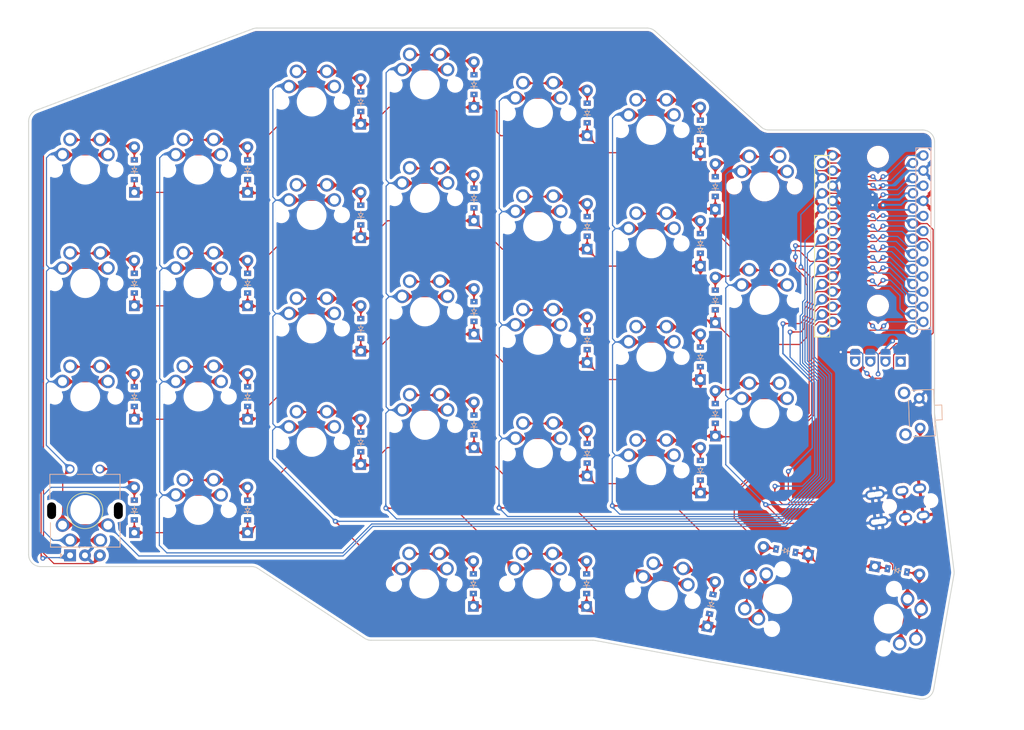
<source format=kicad_pcb>
(kicad_pcb (version 20211014) (generator pcbnew)
  (title_block (title "spleeb") (rev "v1.0.0") (company "Unknown"))
  (layers (0 "F.Cu" signal) (31 "B.Cu" signal) (34 "B.Paste" user) (35 "F.Paste" user) (36 "B.SilkS" user "B.Silkscreen") (37 "F.SilkS" user "F.Silkscreen") (38 "B.Mask" user) (39 "F.Mask" user) (44 "Edge.Cuts" user))
  (net 0 "")
  (net 1 "outer_bottom")
  (net 2 "P16")
  (net 3 "P8")
  (net 4 "P1")
  (net 5 "P0")
  (net 6 "GND")
  (net 7 "outer_home")
  (net 8 "P7")
  (net 9 "outer_top")
  (net 10 "P6")
  (net 11 "outer_number")
  (net 12 "P5")
  (net 13 "pinky_bottom")
  (net 14 "P14")
  (net 15 "pinky_home")
  (net 16 "pinky_top")
  (net 17 "pinky_number")
  (net 18 "ring_bottom")
  (net 19 "P15")
  (net 20 "ring_home")
  (net 21 "ring_top")
  (net 22 "ring_number")
  (net 23 "middle_bottom")
  (net 24 "P18")
  (net 25 "middle_home")
  (net 26 "middle_top")
  (net 27 "middle_number")
  (net 28 "index_bottom")
  (net 29 "P19")
  (net 30 "index_home")
  (net 31 "index_top")
  (net 32 "index_number")
  (net 33 "inner_bottom")
  (net 34 "P20")
  (net 35 "inner_home")
  (net 36 "inner_top")
  (net 37 "inner_number")
  (net 38 "extra_home")
  (net 39 "P21")
  (net 40 "extra_top")
  (net 41 "extra_number")
  (net 42 "mod_one_mods")
  (net 43 "P9")
  (net 44 "mod_two_mods")
  (net 45 "near_mods")
  (net 46 "home_mods")
  (net 47 "far_mods")
  (net 48 "RAW")
  (net 49 "RST")
  (net 50 "VCC")
  (net 51 "P10")
  (net 52 "P2")
  (net 53 "P3")
  (net 54 "P4")
  (footprint "ComboDiode" (layer "F.Cu") (at 27.25 0 90)
    (fp_text reference "D5" hide)
    (fp_text value "" hide)
  )
  (footprint "ComboDiode" (layer "F.Cu") (at 105.75 -54.3175 90)
    (fp_text reference "D27" hide)
    (fp_text value "" hide)
  )
  (footprint "ComboDiode" (layer "F.Cu") (at 46.25 -30.48 90)
    (fp_text reference "D10" hide)
    (fp_text value "" hide)
  )
  (footprint "ComboDiode" (layer "F.Cu") (at 103.25 -44.7675 90)
    (fp_text reference "D23" hide)
    (fp_text value "" hide)
  )
  (footprint "MX" (layer "F.Cu") (at 0 0 180)
    (fp_text reference "S1" hide)
    (fp_text value "" hide)
  )
  (footprint "MX" (layer "F.Cu") (at 56.9 12.3825)
    (fp_text reference "S28" hide)
    (fp_text value "" hide)
  )
  (footprint "MX" (layer "F.Cu") (at 76 -66.675)
    (fp_text reference "S20" hide)
    (fp_text value "" hide)
  )
  (footprint "ComboDiode" (layer "F.Cu") (at 103.25 -6.6675 90)
    (fp_text reference "D21" hide)
    (fp_text value "" hide)
  )
  (footprint "ComboDiode" (layer "F.Cu") (at 65.25 -33.3375 90)
    (fp_text reference "D14" hide)
    (fp_text value "" hide)
  )
  (footprint "ComboDiode" (layer "F.Cu") (at 46.25 -49.53 90)
    (fp_text reference "D11" hide)
    (fp_text value "" hide)
  )
  (footprint "ComboDiode" (layer "F.Cu") (at 117.573648 6.83662 170)
    (fp_text reference "D31" hide)
    (fp_text value "" hide)
  )
  (footprint "ComboDiode" (layer "F.Cu") (at 46.25 -11.43 90)
    (fp_text reference "D9" hide)
    (fp_text value "" hide)
  )
  (footprint "MX" (layer "F.Cu") (at 38 -11.43)
    (fp_text reference "S9" hide)
    (fp_text value "" hide)
  )
  (footprint "MX" (layer "F.Cu") (at 57 -52.3875)
    (fp_text reference "S15" hide)
    (fp_text value "" hide)
  )
  (footprint "ComboDiode" (layer "F.Cu") (at 105.75 -35.2675 90)
    (fp_text reference "D26" hide)
    (fp_text value "" hide)
  )
  (footprint "MX" (layer "F.Cu") (at 75.9 12.3825)
    (fp_text reference "S29" hide)
    (fp_text value "" hide)
  )
  (footprint "MX" (layer "F.Cu") (at 95 -25.7175)
    (fp_text reference "S22" hide)
    (fp_text value "" hide)
  )
  (footprint "ComboDiode" (layer "F.Cu") (at 105.75 -16.2175 90)
    (fp_text reference "D25" hide)
    (fp_text value "" hide)
  )
  (footprint "ComboDiode" (layer "F.Cu") (at 65.25 -14.2875 90)
    (fp_text reference "D13" hide)
    (fp_text value "" hide)
  )
  (footprint "MX" (layer "F.Cu") (at 114 -35.2675)
    (fp_text reference "S26" hide)
    (fp_text value "" hide)
  )
  (footprint "MX" (layer "F.Cu") (at 19 -57.15)
    (fp_text reference "S8" hide)
    (fp_text value "" hide)
  )
  (footprint "ComboDiode" (layer "F.Cu") (at 27.25 -38.1 90)
    (fp_text reference "D7" hide)
    (fp_text value "" hide)
  )
  (footprint "MX" (layer "F.Cu") (at 57 -14.2875)
    (fp_text reference "S13" hide)
    (fp_text value "" hide)
  )
  (footprint "Hole" (layer "F.Cu") (at 133.05 -34.3175)
    (fp_text reference "MP2" hide)
    (fp_text value "")
  )
  (footprint "ComboDiode" (layer "F.Cu") (at 136.284995 10.135935 -10)
    (fp_text reference "D32" hide)
    (fp_text value "" hide)
  )
  (footprint "ComboDiode" (layer "F.Cu") (at 65.25 -71.4375 90)
    (fp_text reference "D16" hide)
    (fp_text value "" hide)
  )
  (footprint "ComboDiode" (layer "F.Cu") (at 8.25 -38.1 90)
    (fp_text reference "D3" hide)
    (fp_text value "" hide)
  )
  (footprint "MX" (layer "F.Cu") (at 96.95 14.3825 -10)
    (fp_text reference "S30" hide)
    (fp_text value "" hide)
  )
  (footprint "MX" (layer "F.Cu") (at 19 0)
    (fp_text reference "S5" hide)
    (fp_text value "" hide)
  )
  (footprint "ComboDiode" (layer "F.Cu") (at 84.15 12.3825 90)
    (fp_text reference "D29" hide)
    (fp_text value "" hide)
  )
  (footprint "MX" (layer "F.Cu") (at 57 -71.4375)
    (fp_text reference "S16" hide)
    (fp_text value "" hide)
  )
  (footprint "MX" (layer "F.Cu") (at 76 -9.525)
    (fp_text reference "S17" hide)
    (fp_text value "" hide)
  )
  (footprint "ComboDiode" (layer "F.Cu") (at 65.25 -52.3875 90)
    (fp_text reference "D15" hide)
    (fp_text value "" hide)
  )
  (footprint "ComboDiode" (layer "F.Cu") (at 46.25 -68.58 90)
    (fp_text reference "D12" hide)
    (fp_text value "" hide)
  )
  (footprint "ComboDiode" (layer "F.Cu") (at 84.25 -9.525 90)
    (fp_text reference "D17" hide)
    (fp_text value "" hide)
  )
  (footprint "MX" (layer "F.Cu") (at 0 -19.05)
    (fp_text reference "S2" hide)
    (fp_text value "" hide)
  )
  (footprint "OLED-128x32-double-sided" (layer "F.Cu") (at 127.05 -23.3175 90)
    (fp_text reference "OLED1" hide)
    (fp_text value "OLED-double-sided")
  )
  (footprint "MX" (layer "F.Cu") (at 38 -49.53)
    (fp_text reference "S11" hide)
    (fp_text value "" hide)
  )
  (footprint "rotary_encoder" (layer "F.Cu") (at 0 0 90)
    (fp_text reference "ROT1" hide)
    (fp_text value "")
  )
  (footprint "MX" (layer "F.Cu") (at 116.14105 14.961284 80)
    (fp_text reference "S31" hide)
    (fp_text value "" hide)
  )
  (footprint "MX" (layer "F.Cu") (at 134.852398 18.260599 -100)
    (fp_text reference "S32" hide)
    (fp_text value "" hide)
  )
  (footprint "ComboDiode" (layer "F.Cu") (at 27.25 -19.05 90)
    (fp_text reference "D6" hide)
    (fp_text value "" hide)
  )
  (footprint "MX" (layer "F.Cu") (at 38 -68.58)
    (fp_text reference "S12" hide)
    (fp_text value "" hide)
  )
  (footprint "MX" (layer "F.Cu") (at 0 -38.1)
    (fp_text reference "S3" hide)
    (fp_text value "" hide)
  )
  (footprint "ComboDiode" (layer "F.Cu") (at 84.25 -47.625 90)
    (fp_text reference "D19" hide)
    (fp_text value "" hide)
  )
  (footprint "MX" (layer "F.Cu") (at 76 -28.575)
    (fp_text reference "S18" hide)
    (fp_text value "" hide)
  )
  (footprint "Hole" (layer "F.Cu") (at 133.05 -59.3175)
    (fp_text reference "MP1" hide)
    (fp_text value "")
  )
  (footprint "MX" (layer "F.Cu") (at 76 -47.625)
    (fp_text reference "S19" hide)
    (fp_text value "" hide)
  )
  (footprint "MX" (layer "F.Cu") (at 95 -63.8175)
    (fp_text reference "S24" hide)
    (fp_text value "" hide)
  )
  (footprint "ComboDiode" (layer "F.Cu") (at 84.25 -66.675 90)
    (fp_text reference "D20" hide)
    (fp_text value "" hide)
  )
  (footprint "MX" (layer "F.Cu") (at 38 -30.48)
    (fp_text reference "S10" hide)
    (fp_text value "" hide)
  )
  (footprint "ComboDiode" (layer "F.Cu") (at 27.25 -57.15 90)
    (fp_text reference "D8" hide)
    (fp_text value "" hide)
  )
  (footprint "MX" (layer "F.Cu") (at 19 -38.1)
    (fp_text reference "S7" hide)
    (fp_text value "" hide)
  )
  (footprint "TRRS-PJ-320A-dual" (layer "F.Cu") (at 143.82304 0.498489 -82.25)
    (fp_text reference "TRRS1")
    (fp_text value "TRRS-PJ-320A-dual")
  )
  (footprint "ComboDiode" (layer "F.Cu") (at 84.25 -28.575 90)
    (fp_text reference "D18" hide)
    (fp_text value "" hide)
  )
  (footprint "SW_SKHLLCA010" (layer "F.Cu") (at 138.8 -16.2175 -88)
    (fp_text reference "B1" hide)
    (fp_text value "")
  )
  (footprint "MX" (layer "F.Cu") (at 114 -16.2175)
    (fp_text reference "S25" hide)
    (fp_text value "" hide)
  )
  (footprint "MX" (layer "F.Cu") (at 95 -44.7675)
    (fp_text reference "S23" hide)
    (fp_text value "" hide)
  )
  (footprint "ComboDiode" (layer "F.Cu") (at 8.25 -19.05 90)
    (fp_text reference "D2" hide)
    (fp_text value "" hide)
  )
  (footprint "ComboDiode" (layer "F.Cu") (at 105.074664 15.815098 80)
    (fp_text reference "D30" hide)
    (fp_text value "" hide)
  )
  (footprint "ComboDiode" (layer "F.Cu") (at 8.25 -57.15 90)
    (fp_text reference "D4" hide)
    (fp_text value "" hide)
  )
  (footprint "ComboDiode" (layer "F.Cu") (at 103.25 -25.7175 90)
    (fp_text reference "D22" hide)
    (fp_text value "" hide)
  )
  (footprint "MX" (layer "F.Cu") (at 114 -54.3175)
    (fp_text reference "S27" hide)
    (fp_text value "" hide)
  )
  (footprint "MX" (layer "F.Cu") (at 95 -6.6675)
    (fp_text reference "S21" hide)
    (fp_text value "" hide)
  )
  (footprint "ComboDiode" (layer "F.Cu") (at 65.15 12.3825 90)
    (fp_text reference "D28" hide)
    (fp_text value "" hide)
  )
  (footprint "MX" (layer "F.Cu") (at 0 -57.15)
    (fp_text reference "S4" hide)
    (fp_text value "" hide)
  )
  (footprint "ComboDiode" (layer "F.Cu") (at 103.25 -63.8175 90)
    (fp_text reference "D24" hide)
    (fp_text value "" hide)
  )
  (footprint "MX" (layer "F.Cu") (at 19 -19.05)
    (fp_text reference "S6" hide)
    (fp_text value "" hide)
  )
  (footprint "ComboDiode" (layer "F.Cu") (at 8.25 0 90)
    (fp_text reference "D1" hide)
    (fp_text value "" hide)
  )
  (footprint "MX" (layer "F.Cu") (at 57 -33.3375)
    (fp_text reference "S14" hide)
    (fp_text value "" hide)
  )
  (footprint "ProMicro" (layer "B.Cu") (at 133.05 -45.5675 -90)
    (fp_text reference "MCU1" hide)
    (fp_text value "" hide)
  )
  (gr_arc (start 145.820983 10.257171) (mid 145.83541 10.554008) (end 145.805691 10.849705) (layer "Edge.Cuts") (width 0.15))
  (gr_arc (start 114.770398 -63.8175) (mid 114.051491 -63.951173) (end 113.428684 -64.334326) (layer "Edge.Cuts") (width 0.15))
  (gr_arc (start -7.5 9.5) (mid -8.914214 8.914214) (end -9.5 7.5) (layer "Edge.Cuts") (width 0.15))
  (gr_arc (start 47.996818 21.8825) (mid 47.42492 21.79899) (end 46.900782 21.555433) (layer "Edge.Cuts") (width 0.15))
  (gr_line (start 46.900782 21.555433) (end 28.999218 9.827067) (layer "Edge.Cuts") (width 0.15))
  (gr_line (start 27.903182 9.5) (end -7.5 9.5) (layer "Edge.Cuts") (width 0.15))
  (gr_arc (start 104.650485 25.475708) (mid 104.640832 25.473979) (end 104.631187 25.472204) (layer "Edge.Cuts") (width 0.15))
  (gr_line (start 140.092278 31.732265) (end 104.650484 25.475708) (layer "Edge.Cuts") (width 0.15))
  (gr_line (start 145.805691 10.849705) (end 142.409579 30.110015) (layer "Edge.Cuts") (width 0.15))
  (gr_arc (start 140.55 -63.8175) (mid 141.964214 -63.231714) (end 142.55 -61.8175) (layer "Edge.Cuts") (width 0.15))
  (gr_arc (start 28.109313 -80.809228) (mid 28.455885 -80.90517) (end 28.814035 -80.9375) (layer "Edge.Cuts") (width 0.15))
  (gr_arc (start 142.409579 30.110014) (mid 141.586955 31.401135) (end 140.092278 31.732265) (layer "Edge.Cuts") (width 0.15))
  (gr_line (start 28.814035 -80.9375) (end 94.304603 -80.9375) (layer "Edge.Cuts") (width 0.15))
  (gr_arc (start 142.565092 -16.095345) (mid 142.553776 -16.217732) (end 142.55 -16.340583) (layer "Edge.Cuts") (width 0.15))
  (gr_arc (start 27.903182 9.5) (mid 28.47508 9.58351) (end 28.999218 9.827067) (layer "Edge.Cuts") (width 0.15))
  (gr_arc (start 94.304602 -80.9375) (mid 95.023509 -80.803827) (end 95.646316 -80.420674) (layer "Edge.Cuts") (width 0.15))
  (gr_line (start 95.646317 -80.420674) (end 113.428683 -64.334326) (layer "Edge.Cuts") (width 0.15))
  (gr_line (start 142.55 -61.8175) (end 142.55 -16.340583) (layer "Edge.Cuts") (width 0.15))
  (gr_line (start -8.204722 -67.136683) (end 28.109313 -80.809228) (layer "Edge.Cuts") (width 0.15))
  (gr_arc (start 85.214937 21.8825) (mid 85.399212 21.891007) (end 85.58192 21.916457) (layer "Edge.Cuts") (width 0.15))
  (gr_line (start 114.770397 -63.8175) (end 140.55 -63.8175) (layer "Edge.Cuts") (width 0.15))
  (gr_line (start 104.631187 25.472204) (end 85.58192 21.916457) (layer "Edge.Cuts") (width 0.15))
  (gr_line (start 85.214937 21.8825) (end 47.996818 21.8825) (layer "Edge.Cuts") (width 0.15))
  (gr_arc (start -9.5 -65.264955) (mid -9.144604 -66.403058) (end -8.204722 -67.136683) (layer "Edge.Cuts") (width 0.15))
  (gr_line (start -9.5 7.5) (end -9.5 -65.264955) (layer "Edge.Cuts") (width 0.15))
  (gr_line (start 142.565092 -16.095345) (end 145.820983 10.25717) (layer "Edge.Cuts") (width 0.15))
  (segment (start 5.18 -6.88) (end 8.25 -3.81) (width 0.2) (layer "F.Cu") (net 1))
  (segment (start 2.46 -6.88) (end 5.18 -6.88) (width 0.2) (layer "F.Cu") (net 1))
  (segment (start 8.25 -4) (end 8.25 -1.5) (width 0.2) (layer "F.Cu") (net 1))
  (segment (start -2.54 5.08) (end 2.54 5.08) (width 0.2) (layer "F.Cu") (net 1))
  (segment (start -7 -2.525) (end -5.715 -3.81) (width 0.2) (layer "B.Cu") (net 1))
  (segment (start -5.715 -3.81) (end 8.25 -3.81) (width 0.2) (layer "B.Cu") (net 1))
  (segment (start -2.54 5.08) (end -5.42 5.08) (width 0.2) (layer "B.Cu") (net 1))
  (segment (start -5.42 5.08) (end -7 3.5) (width 0.2) (layer "B.Cu") (net 1))
  (segment (start -7 3.5) (end -7 -2.525) (width 0.2) (layer "B.Cu") (net 1))
  (segment (start -3.81 1.335) (end -3.81 2.54) (width 0.2) (layer "F.Cu") (net 2))
  (segment (start -3.775 1.3) (end -3.81 1.335) (width 0.2) (layer "F.Cu") (net 2))
  (segment (start -3.775 -5.645) (end -3.775 1.3) (width 0.2) (layer "F.Cu") (net 2))
  (segment (start 133 -37.7) (end 131.2 -37.7) (width 0.2) (layer "F.Cu") (net 2))
  (segment (start 126.3675 -32.8675) (end 123.6774 -32.8675) (width 0.2) (layer "F.Cu") (net 2))
  (segment (start 131.2 -37.7) (end 126.3675 -32.8675) (width 0.2) (layer "F.Cu") (net 2))
  (segment (start 3 2.5) (end -3 2.5) (width 0.2) (layer "F.Cu") (net 2))
  (segment (start -2.54 -6.88) (end -3.775 -5.645) (width 0.2) (layer "F.Cu") (net 2))
  (segment (start 133.9 -38.6) (end 133 -37.7) (width 0.2) (layer "F.Cu") (net 2))
  (segment (start -3 -21.55) (end 3 -21.55) (width 0.2) (layer "F.Cu") (net 2))
  (segment (start -3 -59.65) (end 3 -59.65) (width 0.2) (layer "F.Cu") (net 2))
  (segment (start -3 -40.6) (end 3 -40.6) (width 0.2) (layer "F.Cu") (net 2))
  (via (at 133.9 -38.6) (size 0.8) (drill 0.4) (layers "F.Cu" "B.Cu") (net 2))
  (segment (start 117.573399 2.75) (end 125.25 -4.926601) (width 0.2) (layer "B.Cu") (net 2))
  (segment (start -6 -21.55) (end -6.175 -21.55) (width 0.2) (layer "B.Cu") (net 2))
  (segment (start 122.7099 -31.9) (end 123.6774 -32.8675) (width 0.2) (layer "B.Cu") (net 2))
  (segment (start 43.275 7.725) (end 48.250001 2.75) (width 0.2) (layer "B.Cu") (net 2))
  (segment (start -6.525 -21.2) (end -6.525 -10.865) (width 0.2) (layer "B.Cu") (net 2))
  (segment (start 125.25 -4.926601) (end 125.25 -22.85) (width 0.2) (layer "B.Cu") (net 2))
  (segment (start -6.525 -10.865) (end -2.54 -6.88) (width 0.2) (layer "B.Cu") (net 2))
  (segment (start 3.81 2.54) (end 8.995 7.725) (width 0.2) (layer "B.Cu") (net 2))
  (segment (start 135.159214 -38.6) (end 137.5 -36.259214) (width 0.2) (layer "B.Cu") (net 2))
  (segment (start 137.5 -34.75) (end 138.1125 -34.1375) (width 0.2) (layer "B.Cu") (net 2))
  (segment (start 137.5 -36.259214) (end 137.5 -34.75) (width 0.2) (layer "B.Cu") (net 2))
  (segment (start 8.995 7.725) (end 43.275 7.725) (width 0.2) (layer "B.Cu") (net 2))
  (segment (start 122.4 -31.6) (end 122.7 -31.9) (width 0.2) (layer "B.Cu") (net 2))
  (segment (start 138.1125 -34.1375) (end 140.67 -34.1375) (width 0.2) (layer "B.Cu") (net 2))
  (segment (start 133.9 -38.6) (end 135.159214 -38.6) (width 0.2) (layer "B.Cu") (net 2))
  (segment (start -6 -40.6) (end -6.5 -40.1) (width 0.2) (layer "B.Cu") (net 2))
  (segment (start -6.5 -22.1) (end -6 -21.55) (width 0.2) (layer "B.Cu") (net 2))
  (segment (start -4 -59.65) (end -6 -59.65) (width 0.2) (layer "B.Cu") (net 2))
  (segment (start -6.5 -41.15) (end -6 -40.6) (width 0.2) (layer "B.Cu") (net 2))
  (segment (start -4 -40.6) (end -6 -40.6) (width 0.2) (layer "B.Cu") (net 2))
  (segment (start 125.25 -22.85) (end 122.4 -25.7) (width 0.2) (layer "B.Cu") (net 2))
  (segment (start 122.7 -31.9) (end 122.7099 -31.9) (width 0.2) (layer "B.Cu") (net 2))
  (segment (start -6.5 -40.1) (end -6.5 -22.1) (width 0.2) (layer "B.Cu") (net 2))
  (segment (start -6.175 -21.55) (end -6.525 -21.2) (width 0.2) (layer "B.Cu") (net 2))
  (segment (start 48.250001 2.75) (end 117.573399 2.75) (width 0.2) (layer "B.Cu") (net 2))
  (segment (start -6.5 -59.15) (end -6.5 -41.15) (width 0.2) (layer "B.Cu") (net 2))
  (segment (start -4 -21.55) (end -6 -21.55) (width 0.2) (layer "B.Cu") (net 2))
  (segment (start -6 -59.65) (end -6.5 -59.15) (width 0.2) (layer "B.Cu") (net 2))
  (segment (start 122.4 -25.7) (end 122.4 -31.6) (width 0.2) (layer "B.Cu") (net 2))
  (segment (start 122.4 -31.465688) (end 122.4 -33.25364) (width 0.2) (layer "F.Cu") (net 3))
  (segment (start 65.6725 -10.4775) (end 70.435 -5.715) (width 0.2) (layer "F.Cu") (net 3))
  (segment (start 126.6375 -34.1375) (end 125.43 -34.1375) (width 0.2) (layer "F.Cu") (net 3))
  (segment (start 121.9 -16.084314) (end 121.9 -30.965686) (width 0.2) (layer "F.Cu") (net 3))
  (segment (start 85.53897 -4.42603) (end 91.29603 -4.42603) (width 0.2) (layer "F.Cu") (net 3))
  (segment (start 131 -38.5) (end 126.6375 -34.1375) (width 0.2) (layer "F.Cu") (net 3))
  (segment (start 31.75 -0.45) (end 31.75 -5.15) (width 0.2) (layer "F.Cu") (net 3))
  (segment (start 123.28386 -34.1375) (end 125.43 -34.1375) (width 0.2) (layer "F.Cu") (net 3))
  (segment (start 103.25 -2.8575) (end 108.673186 -2.8575) (width 0.2) (layer "F.Cu") (net 3))
  (segment (start 27.25 3.81) (end 27.49 3.81) (width 0.2) (layer "F.Cu") (net 3))
  (segment (start 108.673186 -2.8575) (end 121.9 -16.084314) (width 0.2) (layer "F.Cu") (net 3))
  (segment (start 34.22 -7.62) (end 46.25 -7.62) (width 0.2) (layer "F.Cu") (net 3))
  (segment (start 70.435 -5.715) (end 84.25 -5.715) (width 0.2) (layer "F.Cu") (net 3))
  (segment (start 92.86456 -2.8575) (end 103.25 -2.8575) (width 0.2) (layer "F.Cu") (net 3))
  (segment (start 50.7275 -10.4775) (end 65.25 -10.4775) (width 0.2) (layer "F.Cu") (net 3))
  (segment (start 8.25 3.81) (end 27.25 3.81) (width 0.2) (layer "F.Cu") (net 3))
  (segment (start 132.1 -38.5) (end 131 -38.5) (width 0.2) (layer "F.Cu") (net 3))
  (segment (start 122.4 -33.25364) (end 123.28386 -34.1375) (width 0.2) (layer "F.Cu") (net 3))
  (segment (start 65.25 -10.4775) (end 65.6725 -10.4775) (width 0.2) (layer "F.Cu") (net 3))
  (segment (start 46.25 -7.62) (end 47.87 -7.62) (width 0.2) (layer "F.Cu") (net 3))
  (segment (start 91.29603 -4.42603) (end 92.86456 -2.8575) (width 0.2) (layer "F.Cu") (net 3))
  (segment (start 47.87 -7.62) (end 50.7275 -10.4775) (width 0.2) (layer "F.Cu") (net 3))
  (segment (start 27.49 3.81) (end 31.75 -0.45) (width 0.2) (layer "F.Cu") (net 3))
  (segment (start 103.25 -5.1675) (end 103.25 -2.6675) (width 0.2) (layer "F.Cu") (net 3))
  (segment (start 84.25 -5.715) (end 85.53897 -4.42603) (width 0.2) (layer "F.Cu") (net 3))
  (segment (start 8.25 1.5) (end 8.25 4) (width 0.2) (layer "F.Cu") (net 3))
  (segment (start 65.25 -12.7875) (end 65.25 -10.2875) (width 0.2) (layer "F.Cu") (net 3))
  (segment (start 27.25 1.5) (end 27.25 4) (width 0.2) (layer "F.Cu") (net 3))
  (segment (start 121.9 -30.965686) (end 122.4 -31.465688) (width 0.2) (layer "F.Cu") (net 3))
  (segment (start 84.25 -8.025) (end 84.25 -5.525) (width 0.2) (layer "F.Cu") (net 3))
  (segment (start 31.75 -5.15) (end 34.22 -7.62) (width 0.2) (layer "F.Cu") (net 3))
  (segment (start 46.25 -9.93) (end 46.25 -7.43) (width 0.2) (layer "F.Cu") (net 3))
  (via (at 132.1 -38.5) (size 0.8) (drill 0.4) (layers "F.Cu" "B.Cu") (net 3))
  (segment (start 135.15 -37.6) (end 136.75 -36) (width 0.2) (layer "B.Cu") (net 3))
  (segment (start 133 -37.6) (end 135.15 -37.6) (width 0.2) (layer "B.Cu") (net 3))
  (segment (start 136.75 -33.795625) (end 137.678125 -32.8675) (width 0.2) (layer "B.Cu") (net 3))
  (segment (start 137.678125 -32.8675) (end 138.9174 -32.8675) (width 0.2) (layer "B.Cu") (net 3))
  (segment (start 136.75 -36) (end 136.75 -33.795625) (width 0.2) (layer "B.Cu") (net 3))
  (segment (start 132.1 -38.5) (end 133 -37.6) (width 0.2) (layer "B.Cu") (net 3))
  (segment (start 27.084315 -79.15) (end 94.915686 -79.15) (width 0.2) (layer "F.Cu") (net 4))
  (segment (start -7.119622 8.119622) (end -7.4 7.839244) (width 0.2) (layer "F.Cu") (net 4))
  (segment (start 127.4625 -59.5375) (end 125.43 -59.5375) (width 0.2) (layer "F.Cu") (net 4))
  (segment (start 112.665686 -61.4) (end 123.5675 -61.4) (width 0.2) (layer "F.Cu") (net 4))
  (segment (start -7.4 -63.665685) (end -4.165685 -66.9) (width 0.2) (layer "F.Cu") (net 4))
  (segment (start -7.4 7.839244) (end -7.4 -63.665685) (width 0.2) (layer "F.Cu") (net 4))
  (segment (start 14.834315 -66.9) (end 27.084315 -79.15) (width 0.2) (layer "F.Cu") (net 4))
  (segment (start 94.915686 -79.15) (end 112.665686 -61.4) (width 0.2) (layer "F.Cu") (net 4))
  (segment (start 123.5675 -61.4) (end 125.43 -59.5375) (width 0.2) (layer "F.Cu") (net 4))
  (segment (start 131.0005 -55.9995) (end 127.4625 -59.5375) (width 0.2) (layer "F.Cu") (net 4))
  (segment (start 132.2 -55.9995) (end 131.0005 -55.9995) (width 0.2) (layer "F.Cu") (net 4))
  (segment (start -4.165685 -66.9) (end 14.834315 -66.9) (width 0.2) (layer "F.Cu") (net 4))
  (via (at 132.2 -55.9995) (size 0.8) (drill 0.4) (layers "F.Cu" "B.Cu") (net 4))
  (via (at -7.119622 8.119622) (size 0.8) (drill 0.4) (layers "F.Cu" "B.Cu") (net 4))
  (segment (start 138.1675 -58.2675) (end 138.9174 -58.2675) (width 0.2) (layer "B.Cu") (net 4))
  (segment (start 132.8995 -55.3) (end 135.2 -55.3) (width 0.2) (layer "B.Cu") (net 4))
  (segment (start 135.2 -55.3) (end 138.1675 -58.2675) (width 0.2) (layer "B.Cu") (net 4))
  (segment (start -2.92 8) (end -2.54 7.62) (width 0.2) (layer "B.Cu") (net 4))
  (segment (start -7 8) (end -2.92 8) (width 0.2) (layer "B.Cu") (net 4))
  (segment (start 132.2 -55.9995) (end 132.8995 -55.3) (width 0.2) (layer "B.Cu") (net 4))
  (segment (start -7.119622 8.119622) (end -7 8) (width 0.2) (layer "B.Cu") (net 4))
  (segment (start 112.500001 -61) (end 118.6 -61) (width 0.2) (layer "F.Cu") (net 5))
  (segment (start 27.25 -78.75) (end 94.75 -78.75) (width 0.2) (layer "F.Cu") (net 5))
  (segment (start -7 -63.5) (end -4 -66.5) (width 0.2) (layer "F.Cu") (net 5))
  (segment (start -5.25 9) (end -7 7.25) (width 0.2) (layer "F.Cu") (net 5))
  (segment (start 118.6 -61) (end 122.6025 -56.9975) (width 0.2) (layer "F.Cu") (net 5))
  (segment (start -7 7.25) (end -7 -63.5) (width 0.2) (layer "F.Cu") (net 5))
  (segment (start 15 -66.5) (end 27.25 -78.75) (width 0.2) (layer "F.Cu") (net 5))
  (segment (start -4 -66.5) (end 15 -66.5) (width 0.2) (layer "F.Cu") (net 5))
  (segment (start 2.46 7.62) (end 1.08 9) (width 0.2) (layer "F.Cu") (net 5))
  (segment (start 122.6025 -56.9975) (end 125.43 -56.9975) (width 0.2) (layer "F.Cu") (net 5))
  (segment (start 132.0495 -54.7) (end 129.1 -54.7) (width 0.2) (layer "F.Cu") (net 5))
  (segment (start 132.2 -54.5495) (end 132.0495 -54.7) (width 0.2) (layer "F.Cu") (net 5))
  (segment (start 126.8025 -56.9975) (end 125.43 -56.9975) (width 0.2) (layer "F.Cu") (net 5))
  (segment (start 94.75 -78.75) (end 112.500001 -61) (width 0.2) (layer "F.Cu") (net 5))
  (segment (start 1.08 9) (end -5.25 9) (width 0.2) (layer "F.Cu") (net 5))
  (segment (start 129.1 -54.7) (end 126.8025 -56.9975) (width 0.2) (layer "F.Cu") (net 5))
  (via (at 132.2 -54.5495) (size 0.8) (drill 0.4) (layers "F.Cu" "B.Cu") (net 5))
  (segment (start 132.2 -54.5495) (end 132.9495 -53.8) (width 0.2) (layer "B.Cu") (net 5))
  (segment (start 138.2275 -55.7275) (end 138.9174 -55.7275) (width 0.2) (layer "B.Cu") (net 5))
  (segment (start 132.9495 -53.8) (end 136.3 -53.8) (width 0.2) (layer "B.Cu") (net 5))
  (segment (start 136.3 -53.8) (end 138.2275 -55.7275) (width 0.2) (layer "B.Cu") (net 5))
  (segment (start 126.4725 -55.7275) (end 123.6774 -55.7275) (width 0.3) (layer "F.Cu") (net 6))
  (segment (start 125.43 -51.9175) (end 125.8475 -51.5) (width 0.3) (layer "F.Cu") (net 6))
  (segment (start 128.4 -53.8) (end 126.4725 -55.7275) (width 0.3) (layer "F.Cu") (net 6))
  (segment (start 132.1 -53) (end 132.15 -52.95) (width 0.3) (layer "F.Cu") (net 6))
  (segment (start 129.23 -26.497778) (end 126.8315 -26.497778) (width 0.3) (layer "F.Cu") (net 6))
  (segment (start 125.43 -54.4575) (end 126.8875 -53) (width 0.3) (layer "F.Cu") (net 6))
  (segment (start 126.8875 -53) (end 132.1 -53) (width 0.3) (layer "F.Cu") (net 6))
  (segment (start 131.85 -51.5) (end 132.15 -51.2) (width 0.3) (layer "F.Cu") (net 6))
  (segment (start 125.8475 -51.5) (end 131.85 -51.5) (width 0.3) (layer "F.Cu") (net 6))
  (segment (start 126.8315 -26.497778) (end 126.8 -26.529278) (width 0.3) (layer "F.Cu") (net 6))
  (segment (start 133.9 -54.4995) (end 133.2005 -53.8) (width 0.3) (layer "F.Cu") (net 6))
  (segment (start 133.2005 -53.8) (end 128.4 -53.8) (width 0.3) (layer "F.Cu") (net 6))
  (via (at 132.15 -52.95) (size 0.8) (drill 0.4) (layers "F.Cu" "B.Cu") (net 6))
  (via (at 126.8 -26.529278) (size 0.8) (drill 0.4) (layers "F.Cu" "B.Cu") (net 6))
  (via (at 132.15 -51.2) (size 0.8) (drill 0.4) (layers "F.Cu" "B.Cu") (net 6))
  (via (at 133.9 -54.4995) (size 0.8) (drill 0.4) (layers "F.Cu" "B.Cu") (net 6))
  (segment (start 133.9 -54.4995) (end 135.785796 -54.4995) (width 0.3) (layer "B.Cu") (net 6))
  (segment (start 135.785796 -54.4995) (end 138.283796 -56.9975) (width 0.3) (layer "B.Cu") (net 6))
  (segment (start 132.95 -50.4) (end 132.15 -51.2) (width 0.3) (layer "B.Cu") (net 6))
  (segment (start 138.9174 -53.1875) (end 137.6875 -53.1875) (width 0.3) (layer "B.Cu") (net 6))
  (segment (start 138.283796 -56.9975) (end 140.67 -56.9975) (width 0.3) (layer "B.Cu") (net 6))
  (segment (start 137.6875 -53.1875) (end 136.6 -52.1) (width 0.3) (layer "B.Cu") (net 6))
  (segment (start 136.6 -52.1) (end 133 -52.1) (width 0.3) (layer "B.Cu") (net 6))
  (segment (start 138.9174 -50.6475) (end 138.6699 -50.4) (width 0.3) (layer "B.Cu") (net 6))
  (segment (start 133 -52.1) (end 132.15 -52.95) (width 0.3) (layer "B.Cu") (net 6))
  (segment (start 138.6699 -50.4) (end 132.95 -50.4) (width 0.3) (layer "B.Cu") (net 6))
  (segment (start 8.25 -23.05) (end 8.25 -20.55) (width 0.2) (layer "F.Cu") (net 7))
  (segment (start 3 -24.05) (end 5 -24.05) (width 0.2) (layer "F.Cu") (net 7))
  (segment (start -3 -24.05) (end 3 -24.05) (width 0.2) (layer "F.Cu") (net 7))
  (segment (start 6 -23.05) (end 8.25 -23.05) (width 0.2) (layer "F.Cu") (net 7))
  (segment (start 5 -24.05) (end 6 -23.05) (width 0.2) (layer "F.Cu") (net 7))
  (segment (start 28.49 -15.24) (end 39.92 -26.67) (width 0.2) (layer "F.Cu") (net 8))
  (segment (start 117.55 -12.3) (end 121.5 -16.25) (width 0.2) (layer "F.Cu") (net 8))
  (segment (start 126.4275 -36.6775) (end 130.45 -40.7) (width 0.2) (layer "F.Cu") (net 8))
  (segment (start 8.25 -15.24) (end 27.25 -15.24) (width 0.2) (layer "F.Cu") (net 8))
  (segment (start 130.45 -40.7) (end 132.15 -40.7) (width 0.2) (layer "F.Cu") (net 8))
  (segment (start 48.72 -26.67) (end 51.5775 -29.5275) (width 0.2) (layer "F.Cu") (net 8))
  (segment (start 122.4 -36.3) (end 122.7775 -36.6775) (width 0.2) (layer "F.Cu") (net 8))
  (segment (start 122.4 -33.819326) (end 122.4 -36.3) (width 0.2) (layer "F.Cu") (net 8))
  (segment (start 103.8925 -12.4075) (end 103.25 -13.05) (width 0.2) (layer "F.Cu") (net 8))
  (segment (start 39.92 -26.67) (end 46.25 -26.67) (width 0.2) (layer "F.Cu") (net 8))
  (segment (start 122.7775 -36.6775) (end 125.43 -36.6775) (width 0.2) (layer "F.Cu") (net 8))
  (segment (start 103.25 -13.05) (end 103.25 -21.9075) (width 0.2) (layer "F.Cu") (net 8))
  (segment (start 65.25 -29.5275) (end 65.4225 -29.5275) (width 0.2) (layer "F.Cu") (net 8))
  (segment (start 27.25 -15.24) (end 28.49 -15.24) (width 0.2) (layer "F.Cu") (net 8))
  (segment (start 65.4225 -29.5275) (end 70.185 -24.765) (width 0.2) (layer "F.Cu") (net 8))
  (segment (start 70.185 -24.765) (end 84.25 -24.765) (width 0.2) (layer "F.Cu") (net 8))
  (segment (start 121.5 -16.25) (end 121.5 -31.131372) (width 0.2) (layer "F.Cu") (net 8))
  (segment (start 122 -33.419326) (end 122.4 -33.819326) (width 0.2) (layer "F.Cu") (net 8))
  (segment (start 105.8575 -12.3) (end 117.55 -12.3) (width 0.2) (layer "F.Cu") (net 8))
  (segment (start 125.43 -36.6775) (end 126.4275 -36.6775) (width 0.2) (layer "F.Cu") (net 8))
  (segment (start 87.1075 -21.9075) (end 103.25 -21.9075) (width 0.2) (layer "F.Cu") (net 8))
  (segment (start 84.25 -24.765) (end 87.1075 -21.9075) (width 0.2) (layer "F.Cu") (net 8))
  (segment (start 121.5 -31.131372) (end 122 -31.631373) (width 0.2) (layer "F.Cu") (net 8))
  (segment (start 122 -31.631373) (end 122 -33.419326) (width 0.2) (layer "F.Cu") (net 8))
  (segment (start 46.25 -26.67) (end 48.72 -26.67) (width 0.2) (layer "F.Cu") (net 8))
  (segment (start 8.25 -17.55) (end 8.25 -15.05) (width 0.2) (layer "F.Cu") (net 8))
  (segment (start 84.25 -27.075) (end 84.25 -24.575) (width 0.2) (layer "F.Cu") (net 8))
  (segment (start 51.5775 -29.5275) (end 65.25 -29.5275) (width 0.2) (layer "F.Cu") (net 8))
  (segment (start 27.25 -17.55) (end 27.25 -15.05) (width 0.2) (layer "F.Cu") (net 8))
  (segment (start 105.75 -12.4075) (end 103.8925 -12.4075) (width 0.2) (layer "F.Cu") (net 8))
  (segment (start 105.75 -12.4075) (end 105.8575 -12.3) (width 0.2) (layer "F.Cu") (net 8))
  (segment (start 103.25 -24.2175) (end 103.25 -21.7175) (width 0.2) (layer "F.Cu") (net 8))
  (segment (start 65.25 -31.8375) (end 65.25 -29.3375) (width 0.2) (layer "F.Cu") (net 8))
  (segment (start 46.25 -28.98) (end 46.25 -26.48) (width 0.2) (layer "F.Cu") (net 8))
  (segment (start 105.75 -14.7175) (end 105.75 -12.2175) (width 0.2) (layer "F.Cu") (net 8))
  (via (at 132.15 -40.7) (size 0.8) (drill 0.4) (layers "F.Cu" "B.Cu") (net 8))
  (segment (start 138.9174 -35.4075) (end 137.1 -37.2249) (width 0.2) (layer "B.Cu") (net 8))
  (segment (start 133.05 -39.8) (end 132.15 -40.7) (width 0.2) (layer "B.Cu") (net 8))
  (segment (start 137.1 -37.7) (end 135 -39.8) (width 0.2) (layer "B.Cu") (net 8))
  (segment (start 135 -39.8) (end 133.05 -39.8) (width 0.2) (layer "B.Cu") (net 8))
  (segment (start 137.1 -37.2249) (end 137.1 -37.7) (width 0.2) (layer "B.Cu") (net 8))
  (segment (start 5 -43.1) (end 6 -42.1) (width 0.2) (layer "F.Cu") (net 9))
  (segment (start 6 -42.1) (end 8.25 -42.1) (width 0.2) (layer "F.Cu") (net 9))
  (segment (start 3 -43.1) (end 5 -43.1) (width 0.2) (layer "F.Cu") (net 9))
  (segment (start 8.25 -42.1) (end 8.25 -39.6) (width 0.2) (layer "F.Cu") (net 9))
  (segment (start -3 -43.1) (end 3 -43.1) (width 0.2) (layer "F.Cu") (net 9))
  (segment (start 8.25 -34.29) (end 27.25 -34.29) (width 0.2) (layer "F.Cu") (net 10))
  (segment (start 122 -33.985012) (end 122 -39) (width 0.2) (layer "F.Cu") (net 10))
  (segment (start 105.75 -31.4575) (end 104.8425 -31.4575) (width 0.2) (layer "F.Cu") (net 10))
  (segment (start 84.25 -43.815) (end 87.1075 -40.9575) (width 0.2) (layer "F.Cu") (net 10))
  (segment (start 28.79 -34.29) (end 30.75 -36.25) (width 0.2) (layer "F.Cu") (net 10))
  (segment (start 109.4075 -27.8) (end 119.9 -27.8) (width 0.2) (layer "F.Cu") (net 10))
  (segment (start 30.75 -42.8) (end 33.67 -45.72) (width 0.2) (layer "F.Cu") (net 10))
  (segment (start 105.75 -31.4575) (end 109.4075 -27.8) (width 0.2) (layer "F.Cu") (net 10))
  (segment (start 121.1 -31.297058) (end 121.6 -31.797058) (width 0.2) (layer "F.Cu") (net 10))
  (segment (start 33.67 -45.72) (end 46.25 -45.72) (width 0.2) (layer "F.Cu") (net 10))
  (segment (start 50.7275 -48.5775) (end 65.25 -48.5775) (width 0.2) (layer "F.Cu") (net 10))
  (segment (start 132.1 -42.5) (end 132.15 -42.45) (width 0.2) (layer "F.Cu") (net 10))
  (segment (start 65.25 -48.5775) (end 70.0125 -43.815) (width 0.2) (layer "F.Cu") (net 10))
  (segment (start 121.6 -33.585012) (end 122 -33.985012) (width 0.2) (layer "F.Cu") (net 10))
  (segment (start 87.1075 -40.9575) (end 103.25 -40.9575) (width 0.2) (layer "F.Cu") (net 10))
  (segment (start 104.8425 -31.4575) (end 103.25 -33.05) (width 0.2) (layer "F.Cu") (net 10))
  (segment (start 125.7175 -39.2175) (end 129 -42.5) (width 0.2) (layer "F.Cu") (net 10))
  (segment (start 125.43 -39.2175) (end 125.7175 -39.2175) (width 0.2) (layer "F.Cu") (net 10))
  (segment (start 30.75 -36.25) (end 30.75 -42.8) (width 0.2) (layer "F.Cu") (net 10))
  (segment (start 122 -39) (end 122.2175 -39.2175) (width 0.2) (layer "F.Cu") (net 10))
  (segment (start 103.25 -33.05) (end 103.25 -40.9575) (width 0.2) (layer "F.Cu") (net 10))
  (segment (start 121.6 -31.797058) (end 121.6 -33.585012) (width 0.2) (layer "F.Cu") (net 10))
  (segment (start 122.2175 -39.2175) (end 125.43 -39.2175) (width 0.2) (layer "F.Cu") (net 10))
  (segment (start 46.25 -45.72) (end 47.87 -45.72) (width 0.2) (layer "F.Cu") (net 10))
  (segment (start 119.9 -27.8) (end 121.1 -29) (width 0.2) (layer "F.Cu") (net 10))
  (segment (start 121.1 -29) (end 121.1 -31.297058) (width 0.2) (layer "F.Cu") (net 10))
  (segment (start 27.25 -36.6) (end 27.25 -34.1) (width 0.2) (layer "F.Cu") (net 10))
  (segment (start 47.87 -45.72) (end 50.7275 -48.5775) (width 0.2) (layer "F.Cu") (net 10))
  (segment (start 70.0125 -43.815) (end 84.25 -43.815) (width 0.2) (layer "F.Cu") (net 10))
  (segment (start 105.75 -33.7675) (end 105.75 -31.2675) (width 0.2) (layer "F.Cu") (net 10))
  (segment (start 84.25 -46.125) (end 84.25 -43.625) (width 0.2) (layer "F.Cu") (net 10))
  (segment (start 129 -42.5) (end 132.1 -42.5) (width 0.2) (layer "F.Cu") (net 10))
  (segment (start 65.25 -50.8875) (end 65.25 -48.3875) (width 0.2) (layer "F.Cu") (net 10))
  (segment (start 8.25 -36.6) (end 8.25 -34.1) (width 0.2) (layer "F.Cu") (net 10))
  (segment (start 103.25 -43.2675) (end 103.25 -40.7675) (width 0.2) (layer "F.Cu") (net 10))
  (segment (start 27.25 -34.29) (end 28.79 -34.29) (width 0.2) (layer "F.Cu") (net 10))
  (segment (start 46.25 -48.03) (end 46.25 -45.53) (width 0.2) (layer "F.Cu") (net 10))
  (via (at 132.15 -42.45) (size 0.8) (drill 0.4) (layers "F.Cu" "B.Cu") (net 10))
  (segment (start 135.1 -41.6) (end 133 -41.6) (width 0.2) (layer "B.Cu") (net 10))
  (segment (start 138.7525 -37.9475) (end 135.1 -41.6) (width 0.2) (layer "B.Cu") (net 10))
  (segment (start 138.9174 -37.9475) (end 138.7525 -37.9475) (width 0.2) (layer "B.Cu") (net 10))
  (segment (start 133 -41.6) (end 132.15 -42.45) (width 0.2) (layer "B.Cu") (net 10))
  (segment (start 3 -62.15) (end 5 -62.15) (width 0.2) (layer "F.Cu") (net 11))
  (segment (start 6 -61.15) (end 8.25 -61.15) (width 0.2) (layer "F.Cu") (net 11))
  (segment (start -3 -62.15) (end 3 -62.15) (width 0.2) (layer "F.Cu") (net 11))
  (segment (start 5 -62.15) (end 6 -61.15) (width 0.2) (layer "F.Cu") (net 11))
  (segment (start 8.25 -61.15) (end 8.25 -58.65) (width 0.2) (layer "F.Cu") (net 11))
  (segment (start 32.57 -64.77) (end 46.25 -64.77) (width 0.2) (layer "F.Cu") (net 12))
  (segment (start 69.735 -62.865) (end 84.25 -62.865) (width 0.2) (layer "F.Cu") (net 12))
  (segment (start 119.85 -43.55) (end 121.6425 -41.7575) (width 0.2) (layer "F.Cu") (net 12))
  (segment (start 105.75 -50.5075) (end 105.75 -46.75) (width 0.2) (layer "F.Cu") (net 12))
  (segment (start 121.6425 -41.7575) (end 125.43 -41.7575) (width 0.2) (layer "F.Cu") (net 12))
  (segment (start 69.1 -63.5) (end 69.735 -62.865) (width 0.2) (layer "F.Cu") (net 12))
  (segment (start 84.25 -62.865) (end 87.1075 -60.0075) (width 0.2) (layer "F.Cu") (net 12))
  (segment (start 126.2575 -41.7575) (end 128.7 -44.2) (width 0.2) (layer "F.Cu") (net 12))
  (segment (start 30.55 -62.75) (end 32.57 -64.77) (width 0.2) (layer "F.Cu") (net 12))
  (segment (start 103.25 -60.0075) (end 103.25 -51.7) (width 0.2) (layer "F.Cu") (net 12))
  (segment (start 65.25 -67.6275) (end 68.4225 -67.6275) (width 0.2) (layer "F.Cu") (net 12))
  (segment (start 68.4225 -67.6275) (end 69.1 -66.95) (width 0.2) (layer "F.Cu") (net 12))
  (segment (start 103.25 -51.7) (end 104.4425 -50.5075) (width 0.2) (layer "F.Cu") (net 12))
  (segment (start 105.75 -46.75) (end 108.95 -43.55) (width 0.2) (layer "F.Cu") (net 12))
  (segment (start 104.4425 -50.5075) (end 105.75 -50.5075) (width 0.2) (layer "F.Cu") (net 12))
  (segment (start 27.25 -53.34) (end 28.89 -53.34) (width 0.2) (layer "F.Cu") (net 12))
  (segment (start 28.89 -53.34) (end 30.55 -55) (width 0.2) (layer "F.Cu") (net 12))
  (segment (start 69.1 -66.95) (end 69.1 -63.5) (width 0.2) (layer "F.Cu") (net 12))
  (segment (start 128.7 -44.2) (end 132.15 -44.2) (width 0.2) (layer "F.Cu") (net 12))
  (segment (start 46.25 -64.77) (end 48.12 -64.77) (width 0.2) (layer "F.Cu") (net 12))
  (segment (start 27.25 -55.65) (end 27.25 -53.15) (width 0.2) (layer "F.Cu") (net 12))
  (segment (start 8.25 -53.34) (end 27.25 -53.34) (width 0.2) (layer "F.Cu") (net 12))
  (segment (start 87.1075 -60.0075) (end 103.25 -60.0075) (width 0.2) (layer "F.Cu") (net 12))
  (segment (start 65.25 -69.9375) (end 65.25 -67.4375) (width 0.2) (layer "F.Cu") (net 12))
  (segment (start 108.95 -43.55) (end 119.85 -43.55) (width 0.2) (layer "F.Cu") (net 12))
  (segment (start 125.43 -41.7575) (end 126.2575 -41.7575) (width 0.2) (layer "F.Cu") (net 12))
  (segment (start 30.55 -55) (end 30.55 -62.75) (width 0.2) (layer "F.Cu") (net 12))
  (segment (start 48.12 -64.77) (end 50.9775 -67.6275) (width 0.2) (layer "F.Cu") (net 12))
  (segment (start 8.25 -55.65) (end 8.25 -53.15) (width 0.2) (layer "F.Cu") (net 12))
  (segment (start 103.25 -62.3175) (end 103.25 -59.8175) (width 0.2) (layer "F.Cu") (net 12))
  (segment (start 46.25 -67.08) (end 46.25 -64.58) (width 0.2) (layer "F.Cu") (net 12))
  (segment (start 105.75 -52.8175) (end 105.75 -50.3175) (width 0.2) (layer "F.Cu") (net 12))
  (segment (start 50.9775 -67.6275) (end 65.25 -67.6275) (width 0.2) (layer "F.Cu") (net 12))
  (segment (start 84.25 -65.175) (end 84.25 -62.675) (width 0.2) (layer "F.Cu") (net 12))
  (via (at 132.15 -44.2) (size 0.8) (drill 0.4) (layers "F.Cu" "B.Cu") (net 12))
  (segment (start 132.95 -43.4) (end 132.15 -44.2) (width 0.2) (layer "B.Cu") (net 12))
  (segment (start 138.2625 -40.4875) (end 135.35 -43.4) (width 0.2) (layer "B.Cu") (net 12))
  (segment (start 138.9174 -40.4875) (end 138.2625 -40.4875) (width 0.2) (layer "B.Cu") (net 12))
  (segment (start 135.35 -43.4) (end 132.95 -43.4) (width 0.2) (layer "B.Cu") (net 12))
  (segment (start 16 -5) (end 22 -5) (width 0.2) (layer "F.Cu") (net 13))
  (segment (start 27.25 -4) (end 27.25 -1.5) (width 0.2) (layer "F.Cu") (net 13))
  (segment (start 25 -4) (end 27.25 -4) (width 0.2) (layer "F.Cu") (net 13))
  (segment (start 22 -5) (end 24 -5) (width 0.2) (layer "F.Cu") (net 13))
  (segment (start 24 -5) (end 25 -4) (width 0.2) (layer "F.Cu") (net 13))
  (segment (start 131.05 -39.8) (end 133 -39.8) (width 0.2) (layer "F.Cu") (net 14))
  (segment (start 133 -39.8) (end 133.9 -40.7) (width 0.2) (layer "F.Cu") (net 14))
  (segment (start 126.6575 -35.4075) (end 131.05 -39.8) (width 0.2) (layer "F.Cu") (net 14))
  (segment (start 123.6774 -35.4075) (end 126.6575 -35.4075) (width 0.2) (layer "F.Cu") (net 14))
  (segment (start 16 -59.65) (end 22 -59.65) (width 0.2) (layer "F.Cu") (net 14))
  (segment (start 16 -21.55) (end 22 -21.55) (width 0.2) (layer "F.Cu") (net 14))
  (segment (start 16 -2.5) (end 22 -2.5) (width 0.2) (layer "F.Cu") (net 14))
  (segment (start 16 -40.6) (end 22 -40.6) (width 0.2) (layer "F.Cu") (net 14))
  (via (at 133.9 -40.7) (size 0.8) (drill 0.4) (layers "F.Cu" "B.Cu") (net 14))
  (segment (start 137.5 -38.3) (end 135.1 -40.7) (width 0.2) (layer "B.Cu") (net 14))
  (segment (start 122.4 -34.1301) (end 123.6774 -35.4075) (width 0.2) (layer "B.Cu") (net 14))
  (segment (start 12.45 -1.9) (end 12.45 5.95) (width 0.2) (layer "B.Cu") (net 14))
  (segment (start 122 -25.534315) (end 122 -31.765686) (width 0.2) (layer "B.Cu") (net 14))
  (segment (start 122 -31.765686) (end 122.4 -32.165686) (width 0.2) (layer "B.Cu") (net 14))
  (segment (start 48.084315 2.35) (end 117.407713 2.35) (width 0.2) (layer "B.Cu") (net 14))
  (segment (start 13.05 -2.5) (end 13 -2.5) (width 0.2) (layer "B.Cu") (net 14))
  (segment (start 117.407713 2.35) (end 124.85 -5.092287) (width 0.2) (layer "B.Cu") (net 14))
  (segment (start 135.1 -40.7) (end 133.9 -40.7) (width 0.2) (layer "B.Cu") (net 14))
  (segment (start 15 -2.5) (end 13.05 -2.5) (width 0.2) (layer "B.Cu") (net 14))
  (segment (start 138.3225 -36.6775) (end 137.5 -37.5) (width 0.2) (layer "B.Cu") (net 14))
  (segment (start 12.5 -22.1) (end 13 -21.55) (width 0.2) (layer "B.Cu") (net 14))
  (segment (start 124.85 -22.684314) (end 122 -25.534315) (width 0.2) (layer "B.Cu") (net 14))
  (segment (start 43.234314 7.2) (end 48.084315 2.35) (width 0.2) (layer "B.Cu") (net 14))
  (segment (start 140.67 -36.6775) (end 138.3225 -36.6775) (width 0.2) (layer "B.Cu") (net 14))
  (segment (start 124.85 -5.092287) (end 124.85 -22.684314) (width 0.2) (layer "B.Cu") (net 14))
  (segment (start 137.5 -37.5) (end 137.5 -38.3) (width 0.2) (layer "B.Cu") (net 14))
  (segment (start 122.4 -32.165686) (end 122.4 -34.1301) (width 0.2) (layer "B.Cu") (net 14))
  (segment (start 12.5 -21.05) (end 12.5 -3.05) (width 0.2) (layer "B.Cu") (net 14))
  (segment (start 13.05 -2.5) (end 12.45 -1.9) (width 0.2) (layer "B.Cu") (net 14))
  (segment (start 13 -59.65) (end 12.5 -59.15) (width 0.2) (layer "B.Cu") (net 14))
  (segment (start 13 -21.55) (end 12.5 -21.05) (width 0.2) (layer "B.Cu") (net 14))
  (segment (start 12.5 -59.15) (end 12.5 -41.15) (width 0.2) (layer "B.Cu") (net 14))
  (segment (start 12.5 -3.05) (end 13 -2.5) (width 0.2) (layer "B.Cu") (net 14))
  (segment (start 12.45 5.95) (end 13.7 7.2) (width 0.2) (layer "B.Cu") (net 14))
  (segment (start 13.7 7.2) (end 43.234314 7.2) (width 0.2) (layer "B.Cu") (net 14))
  (segment (start 12.5 -40.1) (end 12.5 -22.1) (width 0.2) (layer "B.Cu") (net 14))
  (segment (start 15 -40.6) (end 13 -40.6) (width 0.2) (layer "B.Cu") (net 14))
  (segment (start 12.5 -41.15) (end 13 -40.6) (width 0.2) (layer "B.Cu") (net 14))
  (segment (start 15 -21.55) (end 13 -21.55) (width 0.2) (layer "B.Cu") (net 14))
  (segment (start 15 -2.5) (end 13 -2.5) (width 0.2) (layer "B.Cu") (net 14))
  (segment (start 13 -40.6) (end 12.5 -40.1) (width 0.2) (layer "B.Cu") (net 14))
  (segment (start 15 -59.65) (end 13 -59.65) (width 0.2) (layer "B.Cu") (net 14))
  (segment (start 25 -23.05) (end 27.25 -23.05) (width 0.2) (layer "F.Cu") (net 15))
  (segment (start 24 -24.05) (end 25 -23.05) (width 0.2) (layer "F.Cu") (net 15))
  (segment (start 27.25 -23.05) (end 27.25 -20.55) (width 0.2) (layer "F.Cu") (net 15))
  (segment (start 16 -24.05) (end 22 -24.05) (width 0.2) (layer "F.Cu") (net 15))
  (segment (start 22 -24.05) (end 24 -24.05) (width 0.2) (layer "F.Cu") (net 15))
  (segment (start 27.25 -42.1) (end 27.25 -39.6) (width 0.2) (layer "F.Cu") (net 16))
  (segment (start 25 -42.1) (end 27.25 -42.1) (width 0.2) (layer "F.Cu") (net 16))
  (segment (start 22 -43.1) (end 24 -43.1) (width 0.2) (layer "F.Cu") (net 16))
  (segment (start 24 -43.1) (end 25 -42.1) (width 0.2) (layer "F.Cu") (net 16))
  (segment (start 16 -43.1) (end 22 -43.1) (width 0.2) (layer "F.Cu") (net 16))
  (segment (start 16 -62.15) (end 22 -62.15) (width 0.2) (layer "F.Cu") (net 17))
  (segment (start 27.25 -61.15) (end 27.25 -58.65) (width 0.2) (layer "F.Cu") (net 17))
  (segment (start 25 -61.15) (end 27.25 -61.15) (width 0.2) (layer "F.Cu") (net 17))
  (segment (start 24 -62.15) (end 25 -61.15) (width 0.2) (layer "F.Cu") (net 17))
  (segment (start 22 -62.15) (end 24 -62.15) (width 0.2) (layer "F.Cu") (net 17))
  (segment (start 44 -15.43) (end 46.25 -15.43) (width 0.2) (layer "F.Cu") (net 18))
  (segment (start 41 -16.43) (end 43 -16.43) (width 0.2) (layer "F.Cu") (net 18))
  (segment (start 43 -16.43) (end 44 -15.43) (width 0.2) (layer "F.Cu") (net 18))
  (segment (start 46.25 -15.43) (end 46.25 -12.93) (width 0.2) (layer "F.Cu") (net 18))
  (segment (start 35 -16.43) (end 41 -16.43) (width 0.2) (layer "F.Cu") (net 18))
  (segment (start 129.725 -41.6) (end 133.05 -41.6) (width 0.2) (layer "F.Cu") (net 19))
  (segment (start 49.9175 9.8425) (end 41.975 1.9) (width 0.2) (layer "F.Cu") (net 19))
  (segment (start 123.6774 -37.9475) (end 126.0725 -37.9475) (width 0.2) (layer "F.Cu") (net 19))
  (segment (start 133.05 -41.6) (end 133.9 -42.45) (width 0.2) (layer "F.Cu") (net 19))
  (segment (start 126.0725 -37.9475) (end 129.725 -41.6) (width 0.2) (layer "F.Cu") (net 19))
  (segment (start 35 -52.03) (end 41 -52.03) (width 0.2) (layer "F.Cu") (net 19))
  (segment (start 53.09 9.8425) (end 49.9175 9.8425) (width 0.2) (layer "F.Cu") (net 19))
  (segment (start 35 -32.98) (end 41 -32.98) (width 0.2) (layer "F.Cu") (net 19))
  (segment (start 53.9 9.8825) (end 59.9 9.8825) (width 0.2) (layer "F.Cu") (net 19))
  (segment (start 35 -71.08) (end 41 -71.08) (width 0.2) (layer "F.Cu") (net 19))
  (segment (start 35 -13.93) (end 41 -13.93) (width 0.2) (layer "F.Cu") (net 19))
  (via (at 133.9 -42.45) (size 0.8) (drill 0.4) (layers "F.Cu" "B.Cu") (net 19))
  (via (at 41.975 1.9) (size 0.8) (drill 0.4) (layers "F.Cu" "B.Cu") (net 19))
  (segment (start 124.45 -22.35) (end 121.6 -25.2) (width 0.2) (layer "B.Cu") (net 19))
  (segment (start 121.6 -25.2) (end 121.6 -31.931372) (width 0.2) (layer "B.Cu") (net 19))
  (segment (start 122 -34.295786) (end 122.4 -34.695786) (width 0.2) (layer "B.Cu") (net 19))
  (segment (start 117.292032 1.9) (end 124.45 -5.257968) (width 0.2) (layer "B.Cu") (net 19))
  (segment (start 122.4 -34.695786) (end 122.4 -36.6701) (width 0.2) (layer "B.Cu") (net 19))
  (segment (start 122.4 -36.6701) (end 123.6774 -37.9475) (width 0.2) (layer "B.Cu") (net 19))
  (segment (start 32 -13.93) (end 31.45 -13.38) (width 0.2) (layer "B.Cu") (net 19))
  (segment (start 138.3825 -39.2175) (end 135.1 -42.5) (width 0.2) (layer "B.Cu") (net 19))
  (segment (start 133.95 -42.5) (end 133.9 -42.45) (width 0.2) (layer "B.Cu") (net 19))
  (segment (start 135.1 -42.5) (end 133.95 -42.5) (width 0.2) (layer "B.Cu") (net 19))
  (segment (start 31.45 -13.38) (end 31.45 -8.625) (width 0.2) (layer "B.Cu") (net 19))
  (segment (start 34 -32.98) (end 32 -32.98) (width 0.2) (layer "B.Cu") (net 19))
  (segment (start 31.45 -8.625) (end 41.975 1.9) (width 0.2) (layer "B.Cu") (net 19))
  (segment (start 124.45 -5.257968) (end 124.45 -22.35) (width 0.2) (layer "B.Cu") (net 19))
  (segment (start 121.6 -31.931372) (end 122 -32.331372) (width 0.2) (layer "B.Cu") (net 19))
  (segment (start 31.5 -14.48) (end 32 -13.93) (width 0.2) (layer "B.Cu") (net 19))
  (segment (start 31.5 -33.53) (end 32 -32.98) (width 0.2) (layer "B.Cu") (net 19))
  (segment (start 122 -32.331372) (end 122 -34.295786) (width 0.2) (layer "B.Cu") (net 19))
  (segment (start 31.5 -70.58) (end 31.5 -52.58) (width 0.2) (layer "B.Cu") (net 19))
  (segment (start 32 -32.98) (end 31.5 -32.48) (width 0.2) (layer "B.Cu") (net 19))
  (segment (start 140.67 -39.2175) (end 138.3825 -39.2175) (width 0.2) (layer "B.Cu") (net 19))
  (segment (start 41.975 1.9) (end 117.292032 1.9) (width 0.2) (layer "B.Cu") (net 19))
  (segment (start 32 -71.08) (end 31.5 -70.58) (width 0.2) (layer "B.Cu") (net 19))
  (segment (start 31.5 -51.53) (end 31.5 -33.53) (width 0.2) (layer "B.Cu") (net 19))
  (segment (start 34 -52.03) (end 32 -52.03) (width 0.2) (layer "B.Cu") (net 19))
  (segment (start 31.5 -52.58) (end 32 -52.03) (width 0.2) (layer "B.Cu") (net 19))
  (segment (start 34 -13.93) (end 32 -13.93) (width 0.2) (layer "B.Cu") (net 19))
  (segment (start 32 -52.03) (end 31.5 -51.53) (width 0.2) (layer "B.Cu") (net 19))
  (segment (start 34 -71.08) (end 32 -71.08) (width 0.2) (layer "B.Cu") (net 19))
  (segment (start 31.5 -32.48) (end 31.5 -14.48) (width 0.2) (layer "B.Cu") (net 19))
  (segment (start 41 -35.48) (end 43 -35.48) (width 0.2) (layer "F.Cu") (net 20))
  (segment (start 35 -35.48) (end 41 -35.48) (width 0.2) (layer "F.Cu") (net 20))
  (segment (start 43 -35.48) (end 44 -34.48) (width 0.2) (layer "F.Cu") (net 20))
  (segment (start 44 -34.48) (end 46.25 -34.48) (width 0.2) (layer "F.Cu") (net 20))
  (segment (start 46.25 -34.48) (end 46.25 -31.98) (width 0.2) (layer "F.Cu") (net 20))
  (segment (start 44 -53.53) (end 46.25 -53.53) (width 0.2) (layer "F.Cu") (net 21))
  (segment (start 46.25 -53.53) (end 46.25 -51.03) (width 0.2) (layer "F.Cu") (net 21))
  (segment (start 35 -54.53) (end 41 -54.53) (width 0.2) (layer "F.Cu") (net 21))
  (segment (start 41 -54.53) (end 43 -54.53) (width 0.2) (layer "F.Cu") (net 21))
  (segment (start 43 -54.53) (end 44 -53.53) (width 0.2) (layer "F.Cu") (net 21))
  (segment (start 41 -73.58) (end 43 -73.58) (width 0.2) (layer "F.Cu") (net 22))
  (segment (start 46.25 -72.58) (end 46.25 -70.08) (width 0.2) (layer "F.Cu") (net 22))
  (segment (start 43 -73.58) (end 44 -72.58) (width 0.2) (layer "F.Cu") (net 22))
  (segment (start 44 -72.58) (end 46.25 -72.58) (width 0.2) (layer "F.Cu") (net 22))
  (segment (start 35 -73.58) (end 41 -73.58) (width 0.2) (layer "F.Cu") (net 22))
  (segment (start 60 -19.2875) (end 62 -19.2875) (width 0.2) (layer "F.Cu") (net 23))
  (segment (start 63 -18.2875) (end 65.25 -18.2875) (width 0.2) (layer "F.Cu") (net 23))
  (segment (start 62 -19.2875) (end 63 -18.2875) (width 0.2) (layer "F.Cu") (net 23))
  (segment (start 54 -19.2875) (end 60 -19.2875) (width 0.2) (layer "F.Cu") (net 23))
  (segment (start 65.25 -18.2875) (end 65.25 -15.7875) (width 0.2) (layer "F.Cu") (net 23))
  (segment (start 128.880025 -43.4) (end 133.1 -43.4) (width 0.2) (layer "F.Cu") (net 24))
  (segment (start 125.967525 -40.4875) (end 128.880025 -43.4) (width 0.2) (layer "F.Cu") (net 24))
  (segment (start 61.9475 -0.3) (end 50.45 -0.3) (width 0.2) (layer "F.Cu") (net 24))
  (segment (start 123.6774 -40.4875) (end 125.967525 -40.4875) (width 0.2) (layer "F.Cu") (net 24))
  (segment (start 72.09 9.8425) (end 61.9475 -0.3) (width 0.2) (layer "F.Cu") (net 24))
  (segment (start 133.1 -43.4) (end 133.9 -44.2) (width 0.2) (layer "F.Cu") (net 24))
  (segment (start 72.9 9.8825) (end 78.9 9.8825) (width 0.2) (layer "F.Cu") (net 24))
  (segment (start 54 -16.7875) (end 60 -16.7875) (width 0.2) (layer "F.Cu") (net 24))
  (segment (start 54 -35.8375) (end 60 -35.8375) (width 0.2) (layer "F.Cu") (net 24))
  (segment (start 54 -54.8875) (end 60 -54.8875) (width 0.2) (layer "F.Cu") (net 24))
  (segment (start 54 -73.9375) (end 60 -73.9375) (width 0.2) (layer "F.Cu") (net 24))
  (via (at 50.45 -0.3) (size 0.8) (drill 0.4) (layers "F.Cu" "B.Cu") (net 24))
  (via (at 133.9 -44.2) (size 0.8) (drill 0.4) (layers "F.Cu" "B.Cu") (net 24))
  (segment (start 51 -16.7875) (end 50.45 -16.2375) (width 0.2) (layer "B.Cu") (net 24))
  (segment (start 121.2 -32.097058) (end 121.6 -32.497058) (width 0.2) (layer "B.Cu") (net 24))
  (segment (start 124.05 -5.423654) (end 124.05 -22.184314) (width 0.2) (layer "B.Cu") (net 24))
  (segment (start 121.2 -25.034315) (end 121.2 -32.097058) (width 0.2) (layer "B.Cu") (net 24))
  (segment (start 121.6 -32.497058) (end 121.6 -34.461472) (width 0.2) (layer "B.Cu") (net 24))
  (segment (start 52.25 1.5) (end 117.126346 1.5) (width 0.2) (layer "B.Cu") (net 24))
  (segment (start 122 -34.861472) (end 122 -38.8101) (width 0.2) (layer "B.Cu") (net 24))
  (segment (start 140.67 -41.7575) (end 138.2425 -41.7575) (width 0.2) (layer "B.Cu") (net 24))
  (segment (start 122 -38.8101) (end 123.6774 -40.4875) (width 0.2) (layer "B.Cu") (net 24))
  (segment (start 138.2425 -41.7575) (end 135.8 -44.2) (width 0.2) (layer "B.Cu") (net 24))
  (segment (start 121.6 -34.461472) (end 122 -34.861472) (width 0.2) (layer "B.Cu") (net 24))
  (segment (start 117.126346 1.5) (end 124.05 -5.423654) (width 0.2) (layer "B.Cu") (net 24))
  (segment (start 50.45 -0.3) (end 52.25 1.5) (width 0.2) (layer "B.Cu") (net 24))
  (segment (start 124.05 -22.184314) (end 121.2 -25.034315) (width 0.2) (layer "B.Cu") (net 24))
  (segment (start 53 -35.8375) (end 51 -35.8375) (width 0.2) (layer "B.Cu") (net 24))
  (segment (start 50.45 -16.2375) (end 50.45 -0.3) (width 0.2) (layer "B.Cu") (net 24))
  (segment (start 50.5 -55.4375) (end 51 -54.8875) (width 0.2) (layer "B.Cu") (net 24))
  (segment (start 51 -73.9375) (end 50.5 -73.4375) (width 0.2) (layer "B.Cu") (net 24))
  (segment (start 53 -73.9375) (end 51 -73.9375) (width 0.2) (layer "B.Cu") (net 24))
  (segment (start 53 -16.7875) (end 51 -16.7875) (width 0.2) (layer "B.Cu") (net 24))
  (segment (start 50.5 -36.3875) (end 51 -35.8375) (width 0.2) (layer "B.Cu") (net 24))
  (segment (start 53 -54.8875) (end 51 -54.8875) (width 0.2) (layer "B.Cu") (net 24))
  (segment (start 51 -54.8875) (end 50.5 -54.3875) (width 0.2) (layer "B.Cu") (net 24))
  (segment (start 135.8 -44.2) (end 133.9 -44.2) (width 0.2) (layer "B.Cu") (net 24))
  (segment (start 50.5 -35.3375) (end 50.5 -17.3375) (width 0.2) (layer "B.Cu") (net 24))
  (segment (start 50.5 -54.3875) (end 50.5 -36.3875) (width 0.2) (layer "B.Cu") (net 24))
  (segment (start 50.5 -73.4375) (end 50.5 -55.4375) (width 0.2) (layer "B.Cu") (net 24))
  (segment (start 50.5 -17.3375) (end 51 -16.7875) (width 0.2) (layer "B.Cu") (net 24))
  (segment (start 51 -35.8375) (end 50.5 -35.3375) (width 0.2) (layer "B.Cu") (net 24))
  (segment (start 60 -38.3375) (end 62 -38.3375) (width 0.2) (layer "F.Cu") (net 25))
  (segment (start 63 -37.3375) (end 65.25 -37.3375) (width 0.2) (layer "F.Cu") (net 25))
  (segment (start 54 -38.3375) (end 60 -38.3375) (width 0.2) (layer "F.Cu") (net 25))
  (segment (start 62 -38.3375) (end 63 -37.3375) (width 0.2) (layer "F.Cu") (net 25))
  (segment (start 65.25 -37.3375) (end 65.25 -34.8375) (width 0.2) (layer "F.Cu") (net 25))
  (segment (start 62 -57.3875) (end 63 -56.3875) (width 0.2) (layer "F.Cu") (net 26))
  (segment (start 65.25 -56.3875) (end 65.25 -53.8875) (width 0.2) (layer "F.Cu") (net 26))
  (segment (start 60 -57.3875) (end 62 -57.3875) (width 0.2) (layer "F.Cu") (net 26))
  (segment (start 63 -56.3875) (end 65.25 -56.3875) (width 0.2) (layer "F.Cu") (net 26))
  (segment (start 54 -57.3875) (end 60 -57.3875) (width 0.2) (layer "F.Cu") (net 26))
  (segment (start 65.25 -75.4375) (end 65.25 -72.9375) (width 0.2) (layer "F.Cu") (net 27))
  (segment (start 60 -76.4375) (end 62 -76.4375) (width 0.2) (layer "F.Cu") (net 27))
  (segment (start 63 -75.4375) (end 65.25 -75.4375) (width 0.2) (layer "F.Cu") (net 27))
  (segment (start 54 -76.4375) (end 60 -76.4375) (width 0.2) (layer "F.Cu") (net 27))
  (segment (start 62 -76.4375) (end 63 -75.4375) (width 0.2) (layer "F.Cu") (net 27))
  (segment (start 82 -13.525) (end 84.25 -13.525) (width 0.2) (layer "F.Cu") (net 28))
  (segment (start 79 -14.525) (end 81 -14.525) (width 0.2) (layer "F.Cu") (net 28))
  (segment (start 73 -14.525) (end 79 -14.525) (width 0.2) (layer "F.Cu") (net 28))
  (segment (start 81 -14.525) (end 82 -13.525) (width 0.2) (layer "F.Cu") (net 28))
  (segment (start 84.25 -13.525) (end 84.25 -11.025) (width 0.2) (layer "F.Cu") (net 28))
  (segment (start 133.625 -45.95) (end 133.9 -45.95) (width 0.2) (layer "F.Cu") (net 29))
  (segment (start 132.775 -45.1) (end 133.625 -45.95) (width 0.2) (layer "F.Cu") (net 29))
  (segment (start 82.06946 -0.35) (end 69.45 -0.35) (width 0.2) (layer "F.Cu") (net 29))
  (segment (start 126.2775 -43.0275) (end 128.35 -45.1) (width 0.2) (layer "F.Cu") (net 29))
  (segment (start 123.6774 -43.0275) (end 126.2775 -43.0275) (width 0.2) (layer "F.Cu") (net 29))
  (segment (start 128.35 -45.1) (end 132.775 -45.1) (width 0.2) (layer "F.Cu") (net 29))
  (segment (start 73 -69.175) (end 79 -69.175) (width 0.2) (layer "F.Cu") (net 29))
  (segment (start 73 -31.075) (end 79 -31.075) (width 0.2) (layer "F.Cu") (net 29))
  (segment (start 73 -50.125) (end 79 -50.125) (width 0.2) (layer "F.Cu") (net 29))
  (segment (start 73 -12.025) (end 79 -12.025) (width 0.2) (layer "F.Cu") (net 29))
  (segment (start 93.638949 11.219489) (end 82.06946 -0.35) (width 0.2) (layer "F.Cu") (net 29))
  (segment (start 94.429697 11.399536) (end 100.338544 12.441425) (width 0.2) (layer "F.Cu") (net 29))
  (via (at 133.9 -45.95) (size 0.8) (drill 0.4) (layers "F.Cu" "B.Cu") (net 29))
  (via (at 69.45 -0.35) (size 0.8) (drill 0.4) (layers "F.Cu" "B.Cu") (net 29))
  (segment (start 69.45 -0.35) (end 70.9 1.1) (width 0.2) (layer "B.Cu") (net 29))
  (segment (start 136.35 -45.95) (end 133.9 -45.95) (width 0.2) (layer "B.Cu") (net 29))
  (segment (start 120.8 -24.86863) (end 120.8 -32.262744) (width 0.2) (layer "B.Cu") (net 29))
  (segment (start 70 -12.025) (end 69.45 -11.475) (width 0.2) (layer "B.Cu") (net 29))
  (segment (start 70.9 1.1) (end 116.96066 1.1) (width 0.2) (layer "B.Cu") (net 29))
  (segment (start 121.2 -34.627158) (end 121.6 -35.027158) (width 0.2) (layer "B.Cu") (net 29))
  (segment (start 121.6 -35.027158) (end 121.6 -40.9501) (width 0.2) (layer "B.Cu") (net 29))
  (segment (start 140.67 -44.2975) (end 138.0025 -44.2975) (width 0.2) (layer "B.Cu") (net 29))
  (segment (start 121.2 -32.662744) (end 121.2 -34.627158) (width 0.2) (layer "B.Cu") (net 29))
  (segment (start 138.0025 -44.2975) (end 136.35 -45.95) (width 0.2) (layer "B.Cu") (net 29))
  (segment (start 69.45 -0.5) (end 69.45 -0.35) (width 0.2) (layer "B.Cu") (net 29))
  (segment (start 123.65 -22.018628) (end 120.8 -24.86863) (width 0.2) (layer "B.Cu") (net 29))
  (segment (start 120.8 -32.262744) (end 121.2 -32.662744) (width 0.2) (layer "B.Cu") (net 29))
  (segment (start 121.6 -40.9501) (end 123.6774 -43.0275) (width 0.2) (layer "B.Cu") (net 29))
  (segment (start 116.96066 1.1) (end 123.65 -5.58934) (width 0.2) (layer "B.Cu") (net 29))
  (segment (start 72 -69.175) (end 70 -69.175) (width 0.2) (layer "B.Cu") (net 29))
  (segment (start 123.65 -5.58934) (end 123.65 -22.018628) (width 0.2) (layer "B.Cu") (net 29))
  (segment (start 69.45 -11.475) (end 69.45 -0.5) (width 0.2) (layer "B.Cu") (net 29))
  (segment (start 70 -50.125) (end 69.5 -49.625) (width 0.2) (layer "B.Cu") (net 29))
  (segment (start 69.5 -30.575) (end 69.5 -12.575) (width 0.2) (layer "B.Cu") (net 29))
  (segment (start 72 -31.075) (end 70 -31.075) (width 0.2) (layer "B.Cu") (net 29))
  (segment (start 70 -31.075) (end 69.5 -30.575) (width 0.2) (layer "B.Cu") (net 29))
  (segment (start 72 -12.025) (end 70 -12.025) (width 0.2) (layer "B.Cu") (net 29))
  (segment (start 72 -50.125) (end 70 -50.125) (width 0.2) (layer "B.Cu") (net 29))
  (segment (start 70 -69.175) (end 69.5 -68.675) (width 0.2) (layer "B.Cu") (net 29))
  (segment (start 69.5 -49.625) (end 69.5 -31.625) (width 0.2) (layer "B.Cu") (net 29))
  (segment (start 69.5 -68.675) (end 69.5 -50.675) (width 0.2) (layer "B.Cu") (net 29))
  (segment (start 69.5 -31.625) (end 70 -31.075) (width 0.2) (layer "B.Cu") (net 29))
  (segment (start 69.5 -50.675) (end 70 -50.125) (width 0.2) (layer "B.Cu") (net 29))
  (segment (start 69.5 -12.575) (end 70 -12.025) (width 0.2) (layer "B.Cu") (net 29))
  (segment (start 84.25 -32.575) (end 84.25 -30.075) (width 0.2) (layer "F.Cu") (net 30))
  (segment (start 73 -33.575) (end 79 -33.575) (width 0.2) (layer "F.Cu") (net 30))
  (segment (start 79 -33.575) (end 81 -33.575) (width 0.2) (layer "F.Cu") (net 30))
  (segment (start 81 -33.575) (end 82 -32.575) (width 0.2) (layer "F.Cu") (net 30))
  (segment (start 82 -32.575) (end 84.25 -32.575) (width 0.2) (layer "F.Cu") (net 30))
  (segment (start 81 -52.625) (end 82 -51.625) (width 0.2) (layer "F.Cu") (net 31))
  (segment (start 73 -52.625) (end 79 -52.625) (width 0.2) (layer "F.Cu") (net 31))
  (segment (start 79 -52.625) (end 81 -52.625) (width 0.2) (layer "F.Cu") (net 31))
  (segment (start 82 -51.625) (end 84.25 -51.625) (width 0.2) (layer "F.Cu") (net 31))
  (segment (start 84.25 -51.625) (end 84.25 -49.125) (width 0.2) (layer "F.Cu") (net 31))
  (segment (start 81 -71.675) (end 82 -70.675) (width 0.2) (layer "F.Cu") (net 32))
  (segment (start 84.25 -70.675) (end 84.25 -68.175) (width 0.2) (layer "F.Cu") (net 32))
  (segment (start 82 -70.675) (end 84.25 -70.675) (width 0.2) (layer "F.Cu") (net 32))
  (segment (start 73 -71.675) (end 79 -71.675) (width 0.2) (layer "F.Cu") (net 32))
  (segment (start 79 -71.675) (end 81 -71.675) (width 0.2) (layer "F.Cu") (net 32))
  (segment (start 100 -11.6675) (end 101 -10.6675) (width 0.2) (layer "F.Cu") (net 33))
  (segment (start 101 -10.6675) (end 103.25 -10.6675) (width 0.2) (layer "F.Cu") (net 33))
  (segment (start 98 -11.6675) (end 100 -11.6675) (width 0.2) (layer "F.Cu") (net 33))
  (segment (start 103.25 -10.6675) (end 103.25 -8.1675) (width 0.2) (layer "F.Cu") (net 33))
  (segment (start 92 -11.6675) (end 98 -11.6675) (width 0.2) (layer "F.Cu") (net 33))
  (segment (start 123.6774 -45.5675) (end 126.3175 -45.5675) (width 0.2) (layer "F.Cu") (net 34))
  (segment (start 126.3175 -45.5675) (end 127.55 -46.8) (width 0.2) (layer "F.Cu") (net 34))
  (segment (start 133 -46.8) (end 133.9 -47.7) (width 0.2) (layer "F.Cu") (net 34))
  (segment (start 98.95 -0.7) (end 88.45 -0.7) (width 0.2) (layer "F.Cu") (net 34))
  (segment (start 127.55 -46.8) (end 133 -46.8) (width 0.2) (layer "F.Cu") (net 34))
  (segment (start 108.4 16.85) (end 108.4 8.75) (width 0.2) (layer "F.Cu") (net 34))
  (segment (start 112.978039 18.272335) (end 109.822335 18.272335) (width 0.2) (layer "F.Cu") (net 34))
  (segment (start 109.822335 18.272335) (end 108.4 16.85) (width 0.2) (layer "F.Cu") (net 34))
  (segment (start 92 -28.2175) (end 98 -28.2175) (width 0.2) (layer "F.Cu") (net 34))
  (segment (start 92 -9.1675) (end 98 -9.1675) (width 0.2) (layer "F.Cu") (net 34))
  (segment (start 92 -47.2675) (end 98 -47.2675) (width 0.2) (layer "F.Cu") (net 34))
  (segment (start 113.158086 17.481587) (end 114.199976 11.57274) (width 0.2) (layer "F.Cu") (net 34))
  (segment (start 108.4 8.75) (end 98.95 -0.7) (width 0.2) (layer "F.Cu") (net 34))
  (segment (start 92 -66.3175) (end 98 -66.3175) (width 0.2) (layer "F.Cu") (net 34))
  (via (at 88.45 -0.7) (size 0.8) (drill 0.4) (layers "F.Cu" "B.Cu") (net 34))
  (via (at 133.9 -47.7) (size 0.8) (drill 0.4) (layers "F.Cu" "B.Cu") (net 34))
  (segment (start 116.794974 0.7) (end 123.25 -5.755026) (width 0.2) (layer "B.Cu") (net 34))
  (segment (start 123.25 -5.755026) (end 123.25 -21.852942) (width 0.2) (layer "B.Cu") (net 34))
  (segment (start 88.45 -8.6175) (end 88.45 -0.7) (width 0.2) (layer "B.Cu") (net 34))
  (segment (start 89.7 0.7) (end 116.794974 0.7) (width 0.2) (layer "B.Cu") (net 34))
  (segment (start 138.1625 -46.8375) (end 137.3 -47.7) (width 0.2) (layer "B.Cu") (net 34))
  (segment (start 88.45 -0.7) (end 88.45 -0.55) (width 0.2) (layer "B.Cu") (net 34))
  (segment (start 120.4 -32.42843) (end 120.8 -32.82843) (width 0.2) (layer "B.Cu") (net 34))
  (segment (start 120.4 -24.702945) (end 120.4 -32.42843) (width 0.2) (layer "B.Cu") (net 34))
  (segment (start 137.3 -47.7) (end 133.9 -47.7) (width 0.2) (layer "B.Cu") (net 34))
  (segment (start 140.67 -46.8375) (end 138.1625 -46.8375) (width 0.2) (layer "B.Cu") (net 34))
  (segment (start 121.2 -43.0901) (end 123.6774 -45.5675) (width 0.2) (layer "B.Cu") (net 34))
  (segment (start 88.45 -0.55) (end 89.7 0.7) (width 0.2) (layer "B.Cu") (net 34))
  (segment (start 123.25 -21.852942) (end 120.4 -24.702945) (width 0.2) (layer "B.Cu") (net 34))
  (segment (start 120.8 -34.792844) (end 121.2 -35.192844) (width 0.2) (layer "B.Cu") (net 34))
  (segment (start 89 -9.1675) (end 88.45 -8.6175) (width 0.2) (layer "B.Cu") (net 34))
  (segment (start 91 -9.1675) (end 89 -9.1675) (width 0.2) (layer "B.Cu") (net 34))
  (segment (start 88.5 -46.7675) (end 88.5 -28.7675) (width 0.2) (layer "B.Cu") (net 34))
  (segment (start 88.5 -28.7675) (end 89 -28.2175) (width 0.2) (layer "B.Cu") (net 34))
  (segment (start 91 -66.3175) (end 89 -66.3175) (width 0.2) (layer "B.Cu") (net 34))
  (segment (start 88.5 -9.7175) (end 89 -9.1675) (width 0.2) (layer "B.Cu") (net 34))
  (segment (start 88.5 -27.7175) (end 88.5 -9.7175) (width 0.2) (layer "B.Cu") (net 34))
  (segment (start 120.8 -32.82843) (end 120.8 -34.792844) (width 0.2) (layer "B.Cu") (net 34))
  (segment (start 91 -47.2675) (end 89 -47.2675) (width 0.2) (layer "B.Cu") (net 34))
  (segment (start 89 -66.3175) (end 88.5 -65.8175) (width 0.2) (layer "B.Cu") (net 34))
  (segment (start 121.2 -35.192844) (end 121.2 -43.0901) (width 0.2) (layer "B.Cu") (net 34))
  (segment (start 89 -47.2675) (end 88.5 -46.7675) (width 0.2) (layer "B.Cu") (net 34))
  (segment (start 91 -28.2175) (end 89 -28.2175) (width 0.2) (layer "B.Cu") (net 34))
  (segment (start 88.5 -47.8175) (end 89 -47.2675) (width 0.2) (layer "B.Cu") (net 34))
  (segment (start 88.5 -65.8175) (end 88.5 -47.8175) (width 0.2) (layer "B.Cu") (net 34))
  (segment (start 89 -28.2175) (end 88.5 -27.7175) (width 0.2) (layer "B.Cu") (net 34))
  (segment (start 98 -30.7175) (end 100 -30.7175) (width 0.2) (layer "F.Cu") (net 35))
  (segment (start 103.25 -29.7175) (end 103.25 -27.2175) (width 0.2) (layer "F.Cu") (net 35))
  (segment (start 92 -30.7175) (end 98 -30.7175) (width 0.2) (layer "F.Cu") (net 35))
  (segment (start 101 -29.7175) (end 103.25 -29.7175) (width 0.2) (layer "F.Cu") (net 35))
  (segment (start 100 -30.7175) (end 101 -29.7175) (width 0.2) (layer "F.Cu") (net 35))
  (segment (start 92 -49.7675) (end 98 -49.7675) (width 0.2) (layer "F.Cu") (net 36))
  (segment (start 100 -49.7675) (end 101 -48.7675) (width 0.2) (layer "F.Cu") (net 36))
  (segment (start 103.25 -48.7675) (end 103.25 -46.2675) (width 0.2) (layer "F.Cu") (net 36))
  (segment (start 101 -48.7675) (end 103.25 -48.7675) (width 0.2) (layer "F.Cu") (net 36))
  (segment (start 98 -49.7675) (end 100 -49.7675) (width 0.2) (layer "F.Cu") (net 36))
  (segment (start 101 -67.8175) (end 103.25 -67.8175) (width 0.2) (layer "F.Cu") (net 37))
  (segment (start 92 -68.8175) (end 98 -68.8175) (width 0.2) (layer "F.Cu") (net 37))
  (segment (start 103.25 -67.8175) (end 103.25 -65.3175) (width 0.2) (layer "F.Cu") (net 37))
  (segment (start 98 -68.8175) (end 100 -68.8175) (width 0.2) (layer "F.Cu") (net 37))
  (segment (start 100 -68.8175) (end 101 -67.8175) (width 0.2) (layer "F.Cu") (net 37))
  (segment (start 108 -20.2175) (end 105.75 -20.2175) (width 0.2) (layer "F.Cu") (net 38))
  (segment (start 111 -21.2175) (end 117 -21.2175) (width 0.2) (layer "F.Cu") (net 38))
  (segment (start 111 -21.2175) (end 109 -21.2175) (width 0.2) (layer "F.Cu") (net 38))
  (segment (start 109 -21.2175) (end 108 -20.2175) (width 0.2) (layer "F.Cu") (net 38))
  (segment (start 105.75 -20.2175) (end 105.75 -17.7175) (width 0.2) (layer "F.Cu") (net 38))
  (segment (start 133.425 -49.45) (end 133.9 -49.45) (width 0.2) (layer "F.Cu") (net 39))
  (segment (start 126.4075 -48.1075) (end 126.9 -48.6) (width 0.2) (layer "F.Cu") (net 39))
  (segment (start 138.015409 14.949548) (end 138.015409 12.454977) (width 0.2) (layer "F.Cu") (net 39))
  (segment (start 123.6774 -48.1075) (end 126.4075 -48.1075) (width 0.2) (layer "F.Cu") (net 39))
  (segment (start 138.015409 12.454977) (end 135.507414 9.946982) (width 0.2) (layer "F.Cu") (net 39))
  (segment (start 135.507414 9.212408) (end 128.545006 2.25) (width 0.2) (layer "F.Cu") (net 39))
  (segment (start 135.507414 9.946982) (end 135.507414 9.212408) (width 0.2) (layer "F.Cu") (net 39))
  (segment (start 132.575 -48.6) (end 133.425 -49.45) (width 0.2) (layer "F.Cu") (net 39))
  (segment (start 128.545006 2.25) (end 117.35 2.25) (width 0.2) (layer "F.Cu") (net 39))
  (segment (start 137.835362 15.740297) (end 136.793472 21.649143) (width 0.2) (layer "F.Cu") (net 39))
  (segment (start 111 -37.7675) (end 117 -37.7675) (width 0.2) (layer "F.Cu") (net 39))
  (segment (start 111 -18.7175) (end 117 -18.7175) (width 0.2) (layer "F.Cu") (net 39))
  (segment (start 117.35 2.25) (end 114.2 -0.9) (width 0.2) (layer "F.Cu") (net 39))
  (segment (start 126.9 -48.6) (end 132.575 -48.6) (width 0.2) (layer "F.Cu") (net 39))
  (segment (start 111 -56.8175) (end 117 -56.8175) (width 0.2) (layer "F.Cu") (net 39))
  (via (at 114.2 -0.9) (size 0.8) (drill 0.4) (layers "F.Cu" "B.Cu") (net 39))
  (via (at 133.9 -49.45) (size 0.8) (drill 0.4) (layers "F.Cu" "B.Cu") (net 39))
  (segment (start 108 -18.7175) (end 108 -18.7) (width 0.2) (layer "B.Cu") (net 39))
  (segment (start 120 -24.53726) (end 120 -32.6) (width 0.2) (layer "B.Cu") (net 39))
  (segment (start 120 -32.6) (end 120.4 -33) (width 0.2) (layer "B.Cu") (net 39))
  (segment (start 140.67 -49.3775) (end 133.9725 -49.3775) (width 0.2) (layer "B.Cu") (net 39))
  (segment (start 107.5 -18.2) (end 107.5 -7.6) (width 0.2) (layer "B.Cu") (net 39))
  (segment (start 133.9725 -49.3775) (end 133.9 -49.45) (width 0.2) (layer "B.Cu") (net 39))
  (segment (start 117.829288 -0.9) (end 122.85 -5.920712) (width 0.2) (layer "B.Cu") (net 39))
  (segment (start 108 -18.7) (end 107.5 -18.2) (width 0.2) (layer "B.Cu") (net 39))
  (segment (start 120.4 -33) (end 120.4 -34.95853) (width 0.2) (layer "B.Cu") (net 39))
  (segment (start 120.8 -35.35853) (end 120.8 -45.2301) (width 0.2) (layer "B.Cu") (net 39))
  (segment (start 120.8 -45.2301) (end 123.6774 -48.1075) (width 0.2) (layer "B.Cu") (net 39))
  (segment (start 114.2 -0.9) (end 117.829288 -0.9) (width 0.2) (layer "B.Cu") (net 39))
  (segment (start 122.85 -21.687256) (end 120 -24.53726) (width 0.2) (layer "B.Cu") (net 39))
  (segment (start 107.5 -7.6) (end 114.2 -0.9) (width 0.2) (layer "B.Cu") (net 39))
  (segment (start 122.85 -5.920712) (end 122.85 -21.687256) (width 0.2) (layer "B.Cu") (net 39))
  (segment (start 110 -56.8175) (end 108 -56.8175) (width 0.2) (layer "B.Cu") (net 39))
  (segment (start 110 -37.7675) (end 108 -37.7675) (width 0.2) (layer "B.Cu") (net 39))
  (segment (start 108 -37.7675) (end 107.5 -37.2675) (width 0.2) (layer "B.Cu") (net 39))
  (segment (start 107.5 -38.3175) (end 108 -37.7675) (width 0.2) (layer "B.Cu") (net 39))
  (segment (start 110 -18.7175) (end 108 -18.7175) (width 0.2) (layer "B.Cu") (net 39))
  (segment (start 120.4 -34.95853) (end 120.8 -35.35853) (width 0.2) (layer "B.Cu") (net 39))
  (segment (start 107.5 -56.3175) (end 107.5 -38.3175) (width 0.2) (layer "B.Cu") (net 39))
  (segment (start 107.5 -37.2675) (end 107.5 -19.2675) (width 0.2) (layer "B.Cu") (net 39))
  (segment (start 108 -56.8175) (end 107.5 -56.3175) (width 0.2) (layer "B.Cu") (net 39))
  (segment (start 107.5 -19.2675) (end 108 -18.7175) (width 0.2) (layer "B.Cu") (net 39))
  (segment (start 108 -39.2675) (end 105.75 -39.2675) (width 0.2) (layer "F.Cu") (net 40))
  (segment (start 105.75 -39.2675) (end 105.75 -36.7675) (width 0.2) (layer "F.Cu") (net 40))
  (segment (start 111 -40.2675) (end 117 -40.2675) (width 0.2) (layer "F.Cu") (net 40))
  (segment (start 111 -40.2675) (end 109 -40.2675) (width 0.2) (layer "F.Cu") (net 40))
  (segment (start 109 -40.2675) (end 108 -39.2675) (width 0.2) (layer "F.Cu") (net 40))
  (segment (start 111 -59.3175) (end 117 -59.3175) (width 0.2) (layer "F.Cu") (net 41))
  (segment (start 105.75 -58.3175) (end 105.75 -55.8175) (width 0.2) (layer "F.Cu") (net 41))
  (segment (start 108 -58.3175) (end 105.75 -58.3175) (width 0.2) (layer "F.Cu") (net 41))
  (segment (start 109 -59.3175) (end 108 -58.3175) (width 0.2) (layer "F.Cu") (net 41))
  (segment (start 111 -59.3175) (end 109 -59.3175) (width 0.2) (layer "F.Cu") (net 41))
  (segment (start 62.9 8.3825) (end 65.15 8.3825) (width 0.2) (layer "F.Cu") (net 42))
  (segment (start 61.9 7.3825) (end 62.9 8.3825) (width 0.2) (layer "F.Cu") (net 42))
  (segment (start 65.15 8.3825) (end 65.15 10.8825) (width 0.2) (layer "F.Cu") (net 42))
  (segment (start 59.9 7.3825) (end 61.9 7.3825) (width 0.2) (layer "F.Cu") (net 42))
  (segment (start 53.9 7.3825) (end 59.9 7.3825) (width 0.2) (layer "F.Cu") (net 42))
  (segment (start 65.15 16.1925) (end 84.15 16.1925) (width 0.2) (layer "F.Cu") (net 43))
  (segment (start 123.301881 9.474335) (end 121.325766 7.49822) (width 0.2) (layer "F.Cu") (net 43))
  (segment (start 108.930292 1.430292) (end 108.930292 -2.54892) (width 0.2) (layer "F.Cu") (net 43))
  (segment (start 123.0975 -31.5975) (end 125.43 -31.5975) (width 0.2) (layer "F.Cu") (net 43))
  (segment (start 109.9 22.6) (end 117.5 22.6) (width 0.2) (layer "F.Cu") (net 43))
  (segment (start 87.524716 19.567216) (end 104.413064 19.567216) (width 0.2) (layer "F.Cu") (net 43))
  (segment (start 121.325766 5.575766) (end 119.8 4.05) (width 0.2) (layer "F.Cu") (net 43))
  (segment (start 84.15 16.1925) (end 87.524716 19.567216) (width 0.2) (layer "F.Cu") (net 43))
  (segment (start 111.55 4.05) (end 108.930292 1.430292) (width 0.2) (layer "F.Cu") (net 43))
  (segment (start 132.15 -30.9) (end 131.4525 -31.5975) (width 0.2) (layer "F.Cu") (net 43))
  (segment (start 121.325766 18.774234) (end 121.325766 7.49822) (width 0.2) (layer "F.Cu") (net 43))
  (segment (start 121.325766 7.49822) (end 121.325766 5.575766) (width 0.2) (layer "F.Cu") (net 43))
  (segment (start 117.5 22.6) (end 121.325766 18.774234) (width 0.2) (layer "F.Cu") (net 43))
  (segment (start 122.3 -30.8) (end 123.0975 -31.5975) (width 0.2) (layer "F.Cu") (net 43))
  (segment (start 108.930292 -2.54892) (end 122.3 -15.918628) (width 0.2) (layer "F.Cu") (net 43))
  (segment (start 119.8 4.05) (end 111.55 4.05) (width 0.2) (layer "F.Cu") (net 43))
  (segment (start 104.413064 19.567216) (end 106.867216 19.567216) (width 0.2) (layer "F.Cu") (net 43))
  (segment (start 106.867216 19.567216) (end 109.9 22.6) (width 0.2) (layer "F.Cu") (net 43))
  (segment (start 131.4525 -31.5975) (end 125.43 -31.5975) (width 0.2) (layer "F.Cu") (net 43))
  (segment (start 132.532877 9.474335) (end 123.301881 9.474335) (width 0.2) (layer "F.Cu") (net 43))
  (segment (start 122.3 -15.918628) (end 122.3 -30.8) (width 0.2) (layer "F.Cu") (net 43))
  (segment (start 119.050859 7.097092) (end 121.512879 7.531213) (width 0.2) (layer "F.Cu") (net 43))
  (segment (start 65.15 13.8825) (end 65.15 16.3825) (width 0.2) (layer "F.Cu") (net 43))
  (segment (start 134.807784 9.875463) (end 132.345764 9.441343) (width 0.2) (layer "F.Cu") (net 43))
  (segment (start 104.814192 17.292309) (end 104.380071 19.754329) (width 0.2) (layer "F.Cu") (net 43))
  (segment (start 84.15 13.8825) (end 84.15 16.3825) (width 0.2) (layer "F.Cu") (net 43))
  (via (at 132.15 -30.9) (size 0.8) (drill 0.4) (layers "F.Cu" "B.Cu") (net 43))
  (segment (start 138.7899 -30.2) (end 132.85 -30.2) (width 0.2) (layer "B.Cu") (net 43))
  (segment (start 138.9174 -30.3275) (end 138.7899 -30.2) (width 0.2) (layer "B.Cu") (net 43))
  (segment (start 132.85 -30.2) (end 132.15 -30.9) (width 0.2) (layer "B.Cu") (net 43))
  (segment (start 84.15 8.3825) (end 84.15 10.8825) (width 0.2) (layer "F.Cu") (net 44))
  (segment (start 78.9 7.3825) (end 80.9 7.3825) (width 0.2) (layer "F.Cu") (net 44))
  (segment (start 72.9 7.3825) (end 78.9 7.3825) (width 0.2) (layer "F.Cu") (net 44))
  (segment (start 81.9 8.3825) (end 84.15 8.3825) (width 0.2) (layer "F.Cu") (net 44))
  (segment (start 80.9 7.3825) (end 81.9 8.3825) (width 0.2) (layer "F.Cu") (net 44))
  (segment (start 105.769257 11.875867) (end 105.335136 14.337886) (width 0.2) (layer "F.Cu") (net 45))
  (segment (start 94.863818 8.937517) (end 100.772664 9.979406) (width 0.2) (layer "F.Cu") (net 45))
  (segment (start 103.553439 11.485158) (end 105.769257 11.875867) (width 0.2) (layer "F.Cu") (net 45))
  (segment (start 100.772664 9.979406) (end 102.74228 10.326702) (width 0.2) (layer "F.Cu") (net 45))
  (segment (start 102.74228 10.326702) (end 103.553439 11.485158) (width 0.2) (layer "F.Cu") (net 45))
  (segment (start 113.634417 6.142027) (end 116.096436 6.576148) (width 0.2) (layer "F.Cu") (net 46))
  (segment (start 111.737956 11.13862) (end 112.085252 9.169004) (width 0.2) (layer "F.Cu") (net 46))
  (segment (start 113.243708 8.357845) (end 113.634417 6.142027) (width 0.2) (layer "F.Cu") (net 46))
  (segment (start 112.085252 9.169004) (end 113.243708 8.357845) (width 0.2) (layer "F.Cu") (net 46))
  (segment (start 110.696067 17.047466) (end 111.737956 11.13862) (width 0.2) (layer "F.Cu") (net 46))
  (segment (start 140.224226 10.830528) (end 137.762207 10.396408) (width 0.2) (layer "F.Cu") (net 47))
  (segment (start 139.833518 13.046346) (end 140.224226 10.830528) (width 0.2) (layer "F.Cu") (net 47))
  (segment (start 140.297381 16.174417) (end 140.644677 14.204802) (width 0.2) (layer "F.Cu") (net 47))
  (segment (start 140.644677 14.204802) (end 139.833518 13.046346) (width 0.2) (layer "F.Cu") (net 47))
  (segment (start 140.297381 16.174417) (end 139.255492 22.083264) (width 0.2) (layer "F.Cu") (net 47))
  (segment (start 133.2005 -55.3) (end 129.95 -55.3) (width 0.2) (layer "F.Cu") (net 48))
  (segment (start 129.95 -55.3) (end 126.9825 -58.2675) (width 0.2) (layer "F.Cu") (net 48))
  (segment (start 126.9825 -58.2675) (end 123.6774 -58.2675) (width 0.2) (layer "F.Cu") (net 48))
  (segment (start 133.9 -55.9995) (end 133.2005 -55.3) (width 0.2) (layer "F.Cu") (net 48))
  (via (at 133.9 -55.9995) (size 0.8) (drill 0.4) (layers "F.Cu" "B.Cu") (net 48))
  (segment (start 137.9375 -59.5375) (end 140.67 -59.5375) (width 0.2) (layer "B.Cu") (net 48))
  (segment (start 133.9 -55.9995) (end 134.3995 -55.9995) (width 0.2) (layer "B.Cu") (net 48))
  (segment (start 134.3995 -55.9995) (end 137.9375 -59.5375) (width 0.2) (layer "B.Cu") (net 48))
  (segment (start 143.5 -2.75) (end 143.5 1) (width 0.2) (layer "F.Cu") (net 49))
  (segment (start 115.75 -2.25) (end 115.75 -4) (width 0.2) (layer "F.Cu") (net 49))
  (segment (start 140.136487 -6.113513) (end 143.5 -2.75) (width 0.2) (layer "F.Cu") (net 49))
  (segment (start 127.151104 -52.1) (end 133.05 -52.1) (width 0.2) (layer "F.Cu") (net 49))
  (segment (start 133.05 -52.1) (end 133.9 -52.95) (width 0.2) (layer "F.Cu") (net 49))
  (segment (start 126.063604 -53.1875) (end 127.151104 -52.1) (width 0.2) (layer "F.Cu") (net 49))
  (segment (start 121.667407 -39.233093) (end 121.6 -39.165685) (width 0.2) (layer "F.Cu") (net 49))
  (segment (start 132.360692 5.5) (end 125.935692 -0.925) (width 0.2) (layer "F.Cu") (net 49))
  (segment (start 139 5.5) (end 132.360692 5.5) (width 0.2) (layer "F.Cu") (net 49))
  (segment (start 121.2 -31.962744) (end 120.7 -31.462744) (width 0.2) (layer "F.Cu") (net 49))
  (segment (start 120.7 -31.462744) (end 120.7 -30.5) (width 0.2) (layer "F.Cu") (net 49))
  (segment (start 125.935692 -0.925) (end 117.075 -0.925) (width 0.2) (layer "F.Cu") (net 49))
  (segment (start 120.7 -30.5) (end 120.1 -29.9) (width 0.2) (layer "F.Cu") (net 49))
  (segment (start 121.2 -33.750698) (end 121.2 -31.962744) (width 0.2) (layer "F.Cu") (net 49))
  (segment (start 143.5 1) (end 139 5.5) (width 0.2) (layer "F.Cu") (net 49))
  (segment (start 117.075 -0.925) (end 115.75 -2.25) (width 0.2) (layer "F.Cu") (net 49))
  (segment (start 120.1 -29.9) (end 118.3 -29.9) (width 0.2) (layer "F.Cu") (net 49))
  (segment (start 120.1005 -40.8) (end 121.667407 -39.233093) (width 0.2) (layer "F.Cu") (net 49))
  (segment (start 121.6 -39.165685) (end 121.6 -34.150698) (width 0.2) (layer "F.Cu") (net 49))
  (segment (start 121.6 -34.150698) (end 121.2 -33.750698) (width 0.2) (layer "F.Cu") (net 49))
  (segment (start 140.136487 -13.762647) (end 140.136487 -6.113513) (width 0.2) (layer "F.Cu") (net 49))
  (segment (start 123.6774 -53.1875) (end 126.063604 -53.1875) (width 0.2) (layer "F.Cu") (net 49))
  (via (at 118.3 -29.9) (size 0.8) (drill 0.4) (layers "F.Cu" "B.Cu") (net 49))
  (via (at 115.75 -4) (size 0.8) (drill 0.4) (layers "F.Cu" "B.Cu") (net 49))
  (via (at 133.9 -52.95) (size 0.8) (drill 0.4) (layers "F.Cu" "B.Cu") (net 49))
  (via (at 120.1005 -40.8) (size 0.8) (drill 0.4) (layers "F.Cu" "B.Cu") (net 49))
  (segment (start 137.9575 -54.4575) (end 136.45 -52.95) (width 0.2) (layer "B.Cu") (net 49))
  (segment (start 122.45 -21.52157) (end 118.3 -25.671574) (width 0.2) (layer "B.Cu") (net 49))
  (segment (start 120.363602 -4) (end 122.45 -6.086398) (width 0.2) (layer "B.Cu") (net 49))
  (segment (start 120.1005 -40.8) (end 120.1 -40.8005) (width 0.2) (layer "B.Cu") (net 49))
  (segment (start 122.45 -6.086398) (end 122.45 -21.52157) (width 0.2) (layer "B.Cu") (net 49))
  (segment (start 136.45 -52.95) (end 133.9 -52.95) (width 0.2) (layer "B.Cu") (net 49))
  (segment (start 118.3 -25.671574) (end 118.3 -29.9) (width 0.2) (layer "B.Cu") (net 49))
  (segment (start 140.67 -54.4575) (end 137.9575 -54.4575) (width 0.2) (layer "B.Cu") (net 49))
  (segment (start 115.75 -4) (end 120.363602 -4) (width 0.2) (layer "B.Cu") (net 49))
  (segment (start 120.1 -40.8005) (end 120.1 -49.6101) (width 0.2) (layer "B.Cu") (net 49))
  (segment (start 120.1 -49.6101) (end 123.6774 -53.1875) (width 0.2) (layer "B.Cu") (net 49))
  (segment (start 126.3475 -50.6475) (end 126.595 -50.4) (width 0.3) (layer "F.Cu") (net 50))
  (segment (start 133.1 -50.4) (end 133.9 -51.2) (width 0.3) (layer "F.Cu") (net 50))
  (segment (start 126.595 -50.4) (end 133.1 -50.4) (width 0.3) (layer "F.Cu") (net 50))
  (segment (start 123.6774 -50.6475) (end 126.3475 -50.6475) (width 0.3) (layer "F.Cu") (net 50))
  (via (at 135.5 -28.4) (size 0.8) (drill 0.4) (layers "F.Cu" "B.Cu") (net 50))
  (via (at 133.9 -51.2) (size 0.8) (drill 0.4) (layers "F.Cu" "B.Cu") (net 50))
  (segment (start 135.5 -28.429278) (end 134.5 -27.429278) (width 0.3) (layer "B.Cu") (net 50))
  (segment (start 134.5 -27.429278) (end 134.5 -27.4) (width 0.3) (layer "B.Cu") (net 50))
  (segment (start 134.31 -27.21) (end 134.31 -26.497778) (width 0.3) (layer "B.Cu") (net 50))
  (segment (start 134.5 -27.4) (end 134.31 -27.21) (width 0.3) (layer "B.Cu") (net 50))
  (segment (start 137.6175 -51.9175) (end 136.95 -51.25) (width 0.3) (layer "B.Cu") (net 50))
  (segment (start 140.67 -51.9175) (end 137.6175 -51.9175) (width 0.3) (layer "B.Cu") (net 50))
  (segment (start 133.95 -51.25) (end 133.9 -51.2) (width 0.3) (layer "B.Cu") (net 50))
  (segment (start 136.95 -51.25) (end 133.95 -51.25) (width 0.3) (layer "B.Cu") (net 50))
  (segment (start 123.8049 -30.2) (end 123.6774 -30.3275) (width 0.2) (layer "F.Cu") (net 51))
  (segment (start 133.3 -30.2) (end 123.8049 -30.2) (width 0.2) (layer "F.Cu") (net 51))
  (segment (start 134 -30.9) (end 133.3 -30.2) (width 0.2) (layer "F.Cu") (net 51))
  (via (at 134 -30.9) (size 0.8) (drill 0.4) (layers "F.Cu" "B.Cu") (net 51))
  (segment (start 140.67 -31.5975) (end 134.6975 -31.5975) (width 0.2) (layer "B.Cu") (net 51))
  (segment (start 134.6975 -31.5975) (end 134 -30.9) (width 0.2) (layer "B.Cu") (net 51))
  (segment (start 136.151 -26.497778) (end 136.85 -26.497778) (width 0.2) (layer "F.Cu") (net 52))
  (segment (start 125.43 -49.3775) (end 132.0775 -49.3775) (width 0.2) (layer "F.Cu") (net 52))
  (segment (start 131.2 -22.929278) (end 132 -22.129278) (width 0.2) (layer "F.Cu") (net 52))
  (segment (start 132.0775 -49.3775) (end 132.15 -49.45) (width 0.2) (layer "F.Cu") (net 52))
  (segment (start 140.5925 -48.1075) (end 140.6 -48.1) (width 0.2) (layer "F.Cu") (net 52))
  (segment (start 140.134186 -27.5685) (end 137.85 -27.5685) (width 0.2) (layer "F.Cu") (net 52))
  (segment (start 137.85 -27.5685) (end 136.85 -26.5685) (width 0.2) (layer "F.Cu") (net 52))
  (segment (start 135.670722 -23) (end 135.670722 -26.0175) (width 0.2) (layer "F.Cu") (net 52))
  (segment (start 132 -22.129278) (end 134.8 -22.129278) (width 0.2) (layer "F.Cu") (net 52))
  (segment (start 142.3 -47.1) (end 142.3 -29.734315) (width 0.2) (layer "F.Cu") (net 52))
  (segment (start 142.3 -29.734315) (end 140.134186 -27.5685) (width 0.2) (layer "F.Cu") (net 52))
  (segment (start 140.6 -48.1) (end 141.3 -48.1) (width 0.2) (layer "F.Cu") (net 52))
  (segment (start 135.670722 -26.0175) (end 136.151 -26.497778) (width 0.2) (layer "F.Cu") (net 52))
  (segment (start 134.8 -22.129278) (end 135.670722 -23) (width 0.2) (layer "F.Cu") (net 52))
  (segment (start 138.9174 -48.1075) (end 140.5925 -48.1075) (width 0.2) (layer "F.Cu") (net 52))
  (segment (start 141.3 -48.1) (end 142.3 -47.1) (width 0.2) (layer "F.Cu") (net 52))
  (via (at 132.15 -49.45) (size 0.8) (drill 0.4) (layers "F.Cu" "B.Cu") (net 52))
  (via (at 131.2 -22.929278) (size 0.8) (drill 0.4) (layers "F.Cu" "B.Cu") (net 52))
  (segment (start 138.4249 -48.6) (end 133 -48.6) (width 0.2) (layer "B.Cu") (net 52))
  (segment (start 133 -48.6) (end 132.15 -49.45) (width 0.2) (layer "B.Cu") (net 52))
  (segment (start 131.2 -22.929278) (end 130.5 -23.629278) (width 0.2) (layer "B.Cu") (net 52))
  (segment (start 130.202222 -26.497778) (end 129.23 -26.497778) (width 0.2) (layer "B.Cu") (net 52))
  (segment (start 138.9174 -48.1075) (end 138.4249 -48.6) (width 0.2) (layer "B.Cu") (net 52))
  (segment (start 130.5 -23.629278) (end 130.5 -26.2) (width 0.2) (layer "B.Cu") (net 52))
  (segment (start 130.5 -26.2) (end 130.202222 -26.497778) (width 0.2) (layer "B.Cu") (net 52))
  (segment (start 141.9 -44.9) (end 141.9 -29.9) (width 0.2) (layer "F.Cu") (net 53))
  (segment (start 133.1 -26.1) (end 133.497778 -26.497778) (width 0.2) (layer "F.Cu") (net 53))
  (segment (start 133.063224 -22.829278) (end 133.1 -22.866054) (width 0.2) (layer "F.Cu") (net 53))
  (segment (start 139.9685 -27.9685) (end 136.0685 -27.9685) (width 0.2) (layer "F.Cu") (net 53))
  (segment (start 126.75 -47.25) (end 127.2 -47.7) (width 0.2) (layer "F.Cu") (net 53))
  (segment (start 141.9 -29.9) (end 139.9685 -27.9685) (width 0.2) (layer "F.Cu") (net 53))
  (segment (start 141.2325 -45.5675) (end 141.9 -44.9) (width 0.2) (layer "F.Cu") (net 53))
  (segment (start 136.0685 -27.9685) (end 134.6685 -26.5685) (width 0.2) (layer "F.Cu") (net 53))
  (segment (start 127.2 -47.7) (end 132.15 -47.7) (width 0.2) (layer "F.Cu") (net 53))
  (segment (start 125.8425 -47.25) (end 126.75 -47.25) (width 0.2) (layer "F.Cu") (net 53))
  (segment (start 133.1 -22.866054) (end 133.1 -26.1) (width 0.2) (layer "F.Cu") (net 53))
  (segment (start 134.6685 -26.5685) (end 134.31 -26.5685) (width 0.2) (layer "F.Cu") (net 53))
  (segment (start 138.9174 -45.5675) (end 141.2325 -45.5675) (width 0.2) (layer "F.Cu") (net 53))
  (segment (start 133.497778 -26.497778) (end 134.31 -26.497778) (width 0.2) (layer "F.Cu") (net 53))
  (segment (start 125.43 -46.8375) (end 125.8425 -47.25) (width 0.2) (layer "F.Cu") (net 53))
  (via (at 133.063224 -22.829278) (size 0.8) (drill 0.4) (layers "F.Cu" "B.Cu") (net 53))
  (via (at 132.15 -47.7) (size 0.8) (drill 0.4) (layers "F.Cu" "B.Cu") (net 53))
  (segment (start 132.702222 -26.497778) (end 131.77 -26.497778) (width 0.2) (layer "B.Cu") (net 53))
  (segment (start 133.063224 -22.829278) (end 133.1 -22.866054) (width 0.2) (layer "B.Cu") (net 53))
  (segment (start 133.1 -26.1) (end 132.702222 -26.497778) (width 0.2) (layer "B.Cu") (net 53))
  (segment (start 137.1 -46.8) (end 133.05 -46.8) (width 0.2) (layer "B.Cu") (net 53))
  (segment (start 138.3325 -45.5675) (end 137.1 -46.8) (width 0.2) (layer "B.Cu") (net 53))
  (segment (start 138.9174 -45.5675) (end 138.3325 -45.5675) (width 0.2) (layer "B.Cu") (net 53))
  (segment (start 133.05 -46.8) (end 132.15 -47.7) (width 0.2) (layer "B.Cu") (net 53))
  (segment (start 133.1 -22.866054) (end 133.1 -26.1) (width 0.2) (layer "B.Cu") (net 53))
  (segment (start 120.3 -31.6) (end 120 -31.3) (width 0.2) (layer "F.Cu") (net 54))
  (segment (start 121.2 -37.725) (end 121.2 -34.316384) (width 0.2) (layer "F.Cu") (net 54))
  (segment (start 120 -31.3) (end 117.1 -31.3) (width 0.2) (layer "F.Cu") (net 54))
  (segment (start 132.526378 5.1) (end 136.4 5.1) (width 0.2) (layer "F.Cu") (net 54))
  (segment (start 137.679671 3.820329) (end 137.679671 1.334565) (width 0.2) (layer "F.Cu") (net 54))
  (segment (start 119.2 -42.5) (end 119.2 -40.7) (width 0.2) (layer "F.Cu") (net 54))
  (segment (start 120.3 -31.62843) (end 120.3 -31.6) (width 0.2) (layer "F.Cu") (net 54))
  (segment (start 126.101378 -1.325) (end 132.526378 5.1) (width 0.2) (layer "F.Cu") (net 54))
  (segment (start 125.43 -44.2975) (end 126.5475 -44.2975) (width 0.2) (layer "F.Cu") (net 54))
  (segment (start 121.2 -34.316384) (end 120.8 -33.916383) (width 0.2) (layer "F.Cu") (net 54))
  (segment (start 120.9 -38.025) (end 121.2 -37.725) (width 0.2) (layer "F.Cu") (net 54))
  (segment (start 120.8 -32.12843) (end 120.3 -31.62843) (width 0.2) (layer "F.Cu") (net 54))
  (segment (start 119.2 -44.4) (end 119.3025 -44.2975) (width 0.2) (layer "F.Cu") (net 54))
  (segment (start 119.3025 -44.2975) (end 125.43 -44.2975) (width 0.2) (layer "F.Cu") (net 54))
  (segment (start 137.5 -2.782775) (end 137.059357 -3.223418) (width 0.25) (layer "F.Cu") (net 54))
  (segment (start 128.25 -46) (end 132.1 -46) (width 0.2) (layer "F.Cu") (net 54))
  (segment (start 118.5 -1.325) (end 126.101378 -1.325) (width 0.2) (layer "F.Cu") (net 54))
  (segment (start 118 -6.5) (end 118 -1.825) (width 0.2) (layer "F.Cu") (net 54))
  (segment (start 126.5475 -44.2975) (end 128.25 -46) (width 0.2) (layer "F.Cu") (net 54))
  (segment (start 136.4 5.1) (end 137.679671 3.820329) (width 0.2) (layer "F.Cu") (net 54))
  (segment (start 119.2 -40.7) (end 120.9 -39) (width 0.2) (layer "F.Cu") (net 54))
  (segment (start 137.679671 1.334565) (end 137.5 1.154894) (width 0.25) (layer "F.Cu") (net 54))
  (segment (start 118 -1.825) (end 118.5 -1.325) (width 0.2) (layer "F.Cu") (net 54))
  (segment (start 120.8 -33.916383) (end 120.8 -32.12843) (width 0.2) (layer "F.Cu") (net 54))
  (segment (start 120.9 -39) (end 120.9 -38.025) (width 0.2) (layer "F.Cu") (net 54))
  (segment (start 132.1 -46) (end 132.15 -45.95) (width 0.2) (layer "F.Cu") (net 54))
  (segment (start 137.5 1.154894) (end 137.5 -2.782775) (width 0.25) (layer "F.Cu") (net 54))
  (via (at 132.15 -45.95) (size 0.8) (drill 0.4) (layers "F.Cu" "B.Cu") (net 54))
  (via (at 118 -6.5) (size 0.8) (drill 0.4) (layers "F.Cu" "B.Cu") (net 54))
  (via (at 117.1 -31.3) (size 0.8) (drill 0.4) (layers "F.Cu" "B.Cu") (net 54))
  (via (at 119.2 -42.5) (size 0.8) (drill 0.4) (layers "F.Cu" "B.Cu") (net 54))
  (via (at 119.2 -44.4) (size 0.8) (drill 0.4) (layers "F.Cu" "B.Cu") (net 54))
  (segment (start 119.2 -44.4) (end 119.2 -42.5) (width 0.2) (layer "B.Cu") (net 54))
  (segment (start 138.9174 -43.0275) (end 138.1725 -43.0275) (width 0.2) (layer "B.Cu") (net 54))
  (segment (start 122.025 -10.425) (end 122.025 -21.345529) (width 0.25) (layer "B.Cu") (net 54))
  (segment (start 136.1 -45.1) (end 133.3 -45.1) (width 0.2) (layer "B.Cu") (net 54))
  (segment (start 118 -6.5) (end 118.1 -6.5) (width 0.25) (layer "B.Cu") (net 54))
  (segment (start 138.1725 -43.0275) (end 136.1 -45.1) (width 0.2) (layer "B.Cu") (net 54))
  (segment (start 122.025 -21.345529) (end 117.1 -26.270532) (width 0.25) (layer "B.Cu") (net 54))
  (segment (start 117.1 -26.270532) (end 117.1 -31.3) (width 0.25) (layer "B.Cu") (net 54))
  (segment (start 133.3 -45.1) (end 132.45 -45.95) (width 0.2) (layer "B.Cu") (net 54))
  (segment (start 118.1 -6.5) (end 122.025 -10.425) (width 0.25) (layer "B.Cu") (net 54))
  (segment (start 132.45 -45.95) (end 132.15 -45.95) (width 0.2) (layer "B.Cu") (net 54))
  (zone (net 43) (net_name "P9") (layer "F.Cu") (priority 16962) (connect_pads yes (clearance 0)) (min_thickness 0.0254) (fill yes (thermal_gap 0.508) (thermal_bridge_width 0.508))
    (polygon (pts (xy 65.25 14.7725) (xy 65.255342 14.688114) (xy 65.270351 14.619694) (xy 65.293497 14.563752) (xy 65.323253 14.516801) (xy 65.358091 14.475355) (xy 65.39648 14.435926) (xy 65.436895 14.395028) (xy 65.477805 14.349174) (xy 65.517682 14.294877) (xy 65.555 14.22865) (xy 65.15 13.8075) (xy 64.745 14.22865) (xy 64.782317 14.294877) (xy 64.822194 14.349174) (xy 64.863104 14.395028) (xy 64.903519 14.435926) (xy 64.941908 14.475355) (xy 64.976746 14.516801) (xy 65.006502 14.563752) (xy 65.029648 14.619694) (xy 65.044657 14.688114) (xy 65.05 14.7725)))
  )
  (zone (net 12) (net_name "P5") (layer "F.Cu") (priority 16962) (connect_pads yes (clearance 0)) (min_thickness 0.0254) (fill yes (thermal_gap 0.508) (thermal_bridge_width 0.508))
    (polygon (pts (xy 44.481 -64.67) (xy 44.691159 -64.658484) (xy 44.862669 -64.625942) (xy 45.004024 -64.575386) (xy 45.123714 -64.509824) (xy 45.230234 -64.432267) (xy 45.332074 -64.345724) (xy 45.437728 -64.253206) (xy 45.555687 -64.157723) (xy 45.694445 -64.062284) (xy 45.862494 -63.9699) (xy 46.6945 -64.77) (xy 45.862494 -65.5701) (xy 45.694445 -65.477715) (xy 45.555687 -65.382276) (xy 45.437728 -65.286793) (xy 45.332074 -65.194275) (xy 45.230234 -65.107732) (xy 45.123714 -65.030175) (xy 45.004024 -64.964613) (xy 44.862669 -64.914057) (xy 44.691159 -64.881515) (xy 44.481 -64.87)))
  )
  (zone (net 43) (net_name "P9") (layer "F.Cu") (priority 16962) (connect_pads yes (clearance 0)) (min_thickness 0.0254) (fill yes (thermal_gap 0.508) (thermal_bridge_width 0.508))
    (polygon (pts (xy 119.944702 7.153159) (xy 119.862526 7.133244) (xy 119.797751 7.106582) (xy 119.746679 7.074073) (xy 119.705609 7.036616) (xy 119.670842 6.995111) (xy 119.638679 6.950458) (xy 119.60542 6.903556) (xy 119.567367 6.855304) (xy 119.520819 6.806604) (xy 119.462079 6.758354) (xy 118.977 7.084068) (xy 119.321423 7.556047) (xy 119.393124 7.530797) (xy 119.45352 7.500954) (xy 119.505782 7.468627) (xy 119.553076 7.435929) (xy 119.598572 7.404969) (xy 119.645438 7.377858) (xy 119.696842 7.356707) (xy 119.755953 7.343626) (xy 119.82594 7.340727) (xy 119.909972 7.350119)))
  )
  (zone (net 19) (net_name "P15") (layer "F.Cu") (priority 16962) (connect_pads yes (clearance 0)) (min_thickness 0.0254) (fill yes (thermal_gap 0.508) (thermal_bridge_width 0.508))
    (polygon (pts (xy 125.4237 -38.0475) (xy 125.216284 -38.058804) (xy 125.046947 -38.090755) (xy 124.907325 -38.140406) (xy 124.789053 -38.204812) (xy 124.683767 -38.281028) (xy 124.583102 -38.366109) (xy 124.478695 -38.457109) (xy 124.362179 -38.551082) (xy 124.225193 -38.645084) (xy 124.05937 -38.73617) (xy 123.23925 -37.9475) (xy 124.05937 -37.15883) (xy 124.225193 -37.249915) (xy 124.362179 -37.343917) (xy 124.478695 -37.43789) (xy 124.583102 -37.52889) (xy 124.683767 -37.613971) (xy 124.789053 -37.690187) (xy 124.907325 -37.754593) (xy 125.046947 -37.804244) (xy 125.216284 -37.836195) (xy 125.4237 -37.8475)))
  )
  (zone (net 28) (net_name "index_bottom") (layer "F.Cu") (priority 16962) (connect_pads yes (clearance 0)) (min_thickness 0.0254) (fill yes (thermal_gap 0.508) (thermal_bridge_width 0.508))
    (polygon (pts (xy 80.833 -14.625) (xy 80.564849 -14.640373) (xy 80.346983 -14.683978) (xy 80.168519 -14.752045) (xy 80.018576 -14.840801) (xy 79.886269 -14.946476) (xy 79.760718 -15.065299) (xy 79.631038 -15.193499) (xy 79.486349 -15.327303) (xy 79.315767 -15.462942) (xy 79.10841 -15.596644) (xy 77.969878 -14.64466) (xy 78.965631 -13.544205) (xy 79.197346 -13.652044) (xy 79.388321 -13.767248) (xy 79.550086 -13.885408) (xy 79.694169 -14.002115) (xy 79.8321 -14.112962) (xy 79.975408 -14.21354) (xy 80.135623 -14.299441) (xy 80.324273 -14.366257) (xy 80.552889 -14.409579) (xy 80.833 -14.425)))
  )
  (zone (net 29) (net_name "P19") (layer "F.Cu") (priority 16962) (connect_pads yes (clearance 0)) (min_thickness 0.0254) (fill yes (thermal_gap 0.508) (thermal_bridge_width 0.508))
    (polygon (pts (xy 77.517 -30.975) (xy 77.793969 -30.959576) (xy 78.019722 -30.916135) (xy 78.205641 -30.848925) (xy 78.363108 -30.762191) (xy 78.503506 -30.66018) (xy 78.638216 -30.547138) (xy 78.778623 -30.427313) (xy 78.936107 -30.304951) (xy 79.122052 -30.184299) (xy 79.347839 -30.069603) (xy 80.381154 -31.134866) (xy 79.27632 -32.125759) (xy 79.062739 -31.998122) (xy 78.887013 -31.867251) (xy 78.738082 -31.737071) (xy 78.60489 -31.611509) (xy 78.476378 -31.494492) (xy 78.341489 -31.389945) (xy 78.189164 -31.301796) (xy 78.008346 -31.233971) (xy 77.787977 -31.190397) (xy 77.517 -31.175)))
  )
  (zone (net 7) (net_name "outer_home") (layer "F.Cu") (priority 16962) (connect_pads yes (clearance 0)) (min_thickness 0.0254) (fill yes (thermal_gap 0.508) (thermal_bridge_width 0.508))
    (polygon (pts (xy 6.3575 -22.95) (xy 6.569586 -22.937622) (xy 6.74176 -22.902222) (xy 6.882279 -22.846398) (xy 6.999399 -22.772748) (xy 7.10138 -22.68387) (xy 7.196479 -22.582363) (xy 7.292953 -22.470823) (xy 7.39906 -22.351851) (xy 7.523058 -22.228044) (xy 7.673206 -22.102) (xy 8.716809 -22.765645) (xy 8.012885 -23.782514) (xy 7.805224 -23.717192) (xy 7.633071 -23.641495) (xy 7.486621 -23.559486) (xy 7.356069 -23.475227) (xy 7.231608 -23.392783) (xy 7.103435 -23.316217) (xy 6.961742 -23.249592) (xy 6.796726 -23.196972) (xy 6.59858 -23.16242) (xy 6.3575 -23.15)))
  )
  (zone (net 54) (net_name "P4") (layer "F.Cu") (priority 16962) (connect_pads yes (clearance 0)) (min_thickness 0.0254) (fill yes (thermal_gap 0.508) (thermal_bridge_width 0.508))
    (polygon (pts (xy 137.779671 2.924565) (xy 137.789799 2.736157) (xy 137.818438 2.582158) (xy 137.862969 2.45502) (xy 137.920772 2.347198) (xy 137.98923 2.251145) (xy 138.065723 2.159313) (xy 138.147633 2.064157) (xy 138.23234 1.95813) (xy 138.317225 1.833685) (xy 138.399671 1.683276) (xy 137.679671 0.934565) (xy 136.959671 1.683276) (xy 137.042116 1.833685) (xy 137.127001 1.95813) (xy 137.211708 2.064157) (xy 137.293618 2.159313) (xy 137.370111 2.251145) (xy 137.438569 2.347198) (xy 137.496372 2.45502) (xy 137.540903 2.582158) (xy 137.569542 2.736157) (xy 137.579671 2.924565)))
  )
  (zone (net 54) (net_name "P4") (layer "F.Cu") (priority 16962) (connect_pads yes (clearance 0)) (min_thickness 0.0254) (fill yes (thermal_gap 0.508) (thermal_bridge_width 0.508))
    (polygon (pts (xy 119.3 -41.71) (xy 119.303871 -41.801398) (xy 119.314921 -41.877318) (xy 119.332302 -41.941078) (xy 119.355165 -41.995995) (xy 119.382663 -42.045389) (xy 119.413948 -42.092578) (xy 119.448172 -42.140879) (xy 119.484487 -42.193612) (xy 119.522045 -42.254094) (xy 119.56 -42.325645) (xy 119.2 -42.7) (xy 118.84 -42.325645) (xy 118.877954 -42.254094) (xy 118.915512 -42.193612) (xy 118.951827 -42.140879) (xy 118.986051 -42.092578) (xy 119.017336 -42.045389) (xy 119.044834 -41.995995) (xy 119.067697 -41.941078) (xy 119.085078 -41.877318) (xy 119.096128 -41.801398) (xy 119.1 -41.71)))
  )
  (zone (net 2) (net_name "P16") (layer "F.Cu") (priority 16962) (connect_pads yes (clearance 0)) (min_thickness 0.0254) (fill yes (thermal_gap 0.508) (thermal_bridge_width 0.508))
    (polygon (pts (xy -3.522878 -5.755701) (xy -3.391633 -5.873728) (xy -3.270953 -5.957016) (xy -3.157572 -6.012222) (xy -3.048222 -6.046002) (xy -2.939637 -6.065015) (xy -2.828551 -6.075915) (xy -2.711698 -6.085361) (xy -2.585811 -6.100008) (xy -2.447623 -6.126515) (xy -2.293869 -6.171538) (xy -2.274835 -7.145165) (xy -3.248462 -7.126131) (xy -3.293484 -6.972376) (xy -3.319991 -6.834188) (xy -3.334638 -6.708301) (xy -3.344084 -6.591448) (xy -3.354984 -6.480362) (xy -3.373997 -6.371777) (xy -3.407777 -6.262427) (xy -3.462983 -6.149046) (xy -3.546271 -6.028366) (xy -3.664299 -5.897122)))
  )
  (zone (net 19) (net_name "P15") (layer "F.Cu") (priority 16962) (connect_pads yes (clearance 0)) (min_thickness 0.0254) (fill yes (thermal_gap 0.508) (thermal_bridge_width 0.508))
    (polygon (pts (xy 58.417 9.9825) (xy 58.693969 9.997923) (xy 58.919722 10.041364) (xy 59.105641 10.108574) (xy 59.263108 10.195308) (xy 59.403506 10.297319) (xy 59.538216 10.410361) (xy 59.678623 10.530186) (xy 59.836107 10.652548) (xy 60.022052 10.7732) (xy 60.247839 10.887897) (xy 61.281154 9.822634) (xy 60.17632 8.831741) (xy 59.962739 8.959377) (xy 59.787013 9.090248) (xy 59.638082 9.220428) (xy 59.50489 9.34599) (xy 59.376378 9.463007) (xy 59.241489 9.567554) (xy 59.089164 9.655703) (xy 58.908346 9.723528) (xy 58.687977 9.767102) (xy 58.417 9.7825)))
  )
  (zone (net 1) (net_name "outer_bottom") (layer "F.Cu") (priority 16962) (connect_pads yes (clearance 0)) (min_thickness 0.0254) (fill yes (thermal_gap 0.508) (thermal_bridge_width 0.508))
    (polygon (pts (xy 6.83402 -5.084559) (xy 6.985295 -4.915635) (xy 7.090944 -4.760125) (xy 7.159773 -4.613849) (xy 7.200587 -4.472628) (xy 7.222192 -4.332283) (xy 7.233391 -4.188633) (xy 7.242992 -4.037501) (xy 7.259799 -3.874706) (xy 7.292617 -3.69607) (xy 7.350253 -3.497413) (xy 8.586759 -3.473241) (xy 8.562587 -4.709747) (xy 8.363929 -4.767382) (xy 8.185293 -4.8002) (xy 8.022498 -4.817007) (xy 7.871366 -4.826608) (xy 7.727716 -4.837807) (xy 7.587371 -4.859412) (xy 7.44615 -4.900226) (xy 7.299874 -4.969055) (xy 7.144364 -5.074704) (xy 6.975441 -5.22598)))
  )
  (zone (net 10) (net_name "P6") (layer "F.Cu") (priority 16962) (connect_pads yes (clearance 0)) (min_thickness 0.0254) (fill yes (thermal_gap 0.508) (thermal_bridge_width 0.508))
    (polygon (pts (xy 131.35 -42.4) (xy 131.438743 -42.396132) (xy 131.512457 -42.38498) (xy 131.574234 -42.367217) (xy 131.627168 -42.343517) (xy 131.674354 -42.314556) (xy 131.718885 -42.281005) (xy 131.763855 -42.243541) (xy 131.812358 -42.202837) (xy 131.867488 -42.159568) (xy 131.932338 -42.114407) (xy 132.348455 -42.425194) (xy 132.021643 -42.828846) (xy 131.94165 -42.798462) (xy 131.874024 -42.767158) (xy 131.815195 -42.735903) (xy 131.761596 -42.705668) (xy 131.709658 -42.677422) (xy 131.655813 -42.652137) (xy 131.596493 -42.630782) (xy 131.528129 -42.614327) (xy 131.447154 -42.603743) (xy 131.35 -42.6)))
  )
  (zone (net 10) (net_name "P6") (layer "F.Cu") (priority 16962) (connect_pads yes (clearance 0)) (min_thickness 0.0254) (fill yes (thermal_gap 0.508) (thermal_bridge_width 0.508))
    (polygon (pts (xy 10.019 -34.39) (xy 9.80884 -34.401515) (xy 9.63733 -34.434057) (xy 9.495975 -34.484613) (xy 9.376285 -34.550175) (xy 9.269765 -34.627732) (xy 9.167925 -34.714275) (xy 9.062271 -34.806793) (xy 8.944312 -34.902276) (xy 8.805554 -34.997715) (xy 8.637506 -35.0901) (xy 7.8055 -34.29) (xy 8.637506 -33.4899) (xy 8.805554 -33.582284) (xy 8.944312 -33.677723) (xy 9.062271 -33.773206) (xy 9.167925 -33.865724) (xy 9.269765 -33.952267) (xy 9.376285 -34.029824) (xy 9.495975 -34.095386) (xy 9.63733 -34.145942) (xy 9.80884 -34.178484) (xy 10.019 -34.19)))
  )
  (zone (net 42) (net_name "mod_one_mods") (layer "F.Cu") (priority 16962) (connect_pads yes (clearance 0)) (min_thickness 0.0254) (fill yes (thermal_gap 0.508) (thermal_bridge_width 0.508))
    (polygon (pts (xy 63.2575 8.4825) (xy 63.469586 8.494877) (xy 63.64176 8.530277) (xy 63.782279 8.586101) (xy 63.899399 8.659751) (xy 64.00138 8.748629) (xy 64.096479 8.850136) (xy 64.192953 8.961676) (xy 64.29906 9.080648) (xy 64.423058 9.204455) (xy 64.573206 9.3305) (xy 65.616809 8.666855) (xy 64.912885 7.649986) (xy 64.705224 7.715307) (xy 64.533071 7.791004) (xy 64.386621 7.873013) (xy 64.256069 7.957272) (xy 64.131608 8.039716) (xy 64.003435 8.116282) (xy 63.861742 8.182907) (xy 63.696726 8.235527) (xy 63.49858 8.270079) (xy 63.2575 8.2825)))
  )
  (zone (net 52) (net_name "P2") (layer "F.Cu") (priority 16962) (connect_pads yes (clearance 0)) (min_thickness 0.0254) (fill yes (thermal_gap 0.508) (thermal_bridge_width 0.508))
    (polygon (pts (xy 140.670593 -48.2) (xy 140.461928 -48.211464) (xy 140.291658 -48.243858) (xy 140.151346 -48.294177) (xy 140.032556 -48.359421) (xy 139.926853 -48.436587) (xy 139.8258 -48.522672) (xy 139.720961 -48.614675) (xy 139.603901 -48.709594) (xy 139.466182 -48.804426) (xy 139.29937 -48.89617) (xy 138.47925 -48.1075) (xy 139.29937 -47.31883) (xy 139.46562 -47.409837) (xy 139.603192 -47.503345) (xy 139.720412 -47.59651) (xy 139.825608 -47.686484) (xy 139.927108 -47.770424) (xy 140.033237 -47.845483) (xy 140.152322 -47.908816) (xy 140.292692 -47.957576) (xy 140.462673 -47.988919) (xy 140.670593 -48)))
  )
  (zone (net 12) (net_name "P5") (layer "F.Cu") (priority 16962) (connect_pads yes (clearance 0)) (min_thickness 0.0254) (fill yes (thermal_gap 0.508) (thermal_bridge_width 0.508))
    (polygon (pts (xy 105.85 -48.7385) (xy 105.861515 -48.948659) (xy 105.894057 -49.120169) (xy 105.944613 -49.261524) (xy 106.010175 -49.381214) (xy 106.087732 -49.487734) (xy 106.174275 -49.589574) (xy 106.266793 -49.695228) (xy 106.362276 -49.813187) (xy 106.457715 -49.951945) (xy 106.5501 -50.119994) (xy 105.75 -50.952) (xy 104.9499 -50.119994) (xy 105.042284 -49.951945) (xy 105.137723 -49.813187) (xy 105.233206 -49.695228) (xy 105.325724 -49.589574) (xy 105.412267 -49.487734) (xy 105.489824 -49.381214) (xy 105.555386 -49.261524) (xy 105.605942 -49.120169) (xy 105.638484 -48.948659) (xy 105.65 -48.7385)))
  )
  (zone (net 3) (net_name "P8") (layer "F.Cu") (priority 16962) (connect_pads yes (clearance 0)) (min_thickness 0.0254) (fill yes (thermal_gap 0.508) (thermal_bridge_width 0.508))
    (polygon (pts (xy 63.481 -10.3775) (xy 63.691159 -10.365984) (xy 63.862669 -10.333442) (xy 64.004024 -10.282886) (xy 64.123714 -10.217324) (xy 64.230234 -10.139767) (xy 64.332074 -10.053224) (xy 64.437728 -9.960706) (xy 64.555687 -9.865223) (xy 64.694445 -9.769784) (xy 64.862494 -9.6774) (xy 65.6945 -10.4775) (xy 64.862494 -11.2776) (xy 64.694445 -11.185215) (xy 64.555687 -11.089776) (xy 64.437728 -10.994293) (xy 64.332074 -10.901775) (xy 64.230234 -10.815232) (xy 64.123714 -10.737675) (xy 64.004024 -10.672113) (xy 63.862669 -10.621557) (xy 63.691159 -10.589015) (xy 63.481 -10.5775)))
  )
  (zone (net 14) (net_name "P14") (layer "F.Cu") (priority 16962) (connect_pads yes (clearance 0)) (min_thickness 0.0254) (fill yes (thermal_gap 0.508) (thermal_bridge_width 0.508))
    (polygon (pts (xy 133.412097 -40.070676) (xy 133.479463 -40.132566) (xy 133.54096 -40.178436) (xy 133.598334 -40.211231) (xy 133.653333 -40.233897) (xy 133.707704 -40.24938) (xy 133.763193 -40.260625) (xy 133.821547 -40.270579) (xy 133.884513 -40.282188) (xy 133.953838 -40.298398) (xy 134.03127 -40.322154) (xy 134.041421 -40.841421) (xy 133.522154 -40.83127) (xy 133.498398 -40.753838) (xy 133.482188 -40.684513) (xy 133.470579 -40.621547) (xy 133.460625 -40.563193) (xy 133.44938 -40.507704) (xy 133.433897 -40.453333) (xy 133.411231 -40.398334) (xy 133.378436 -40.34096) (xy 133.332566 -40.279463) (xy 133.270676 -40.212097)))
  )
  (zone (net 49) (net_name "RST") (layer "F.Cu") (priority 16962) (connect_pads yes (clearance 0)) (min_thickness 0.0254) (fill yes (thermal_gap 0.508) (thermal_bridge_width 0.508))
    (polygon (pts (xy 133.412097 -52.320676) (xy 133.479463 -52.382566) (xy 133.54096 -52.428436) (xy 133.598334 -52.461231) (xy 133.653333 -52.483897) (xy 133.707704 -52.49938) (xy 133.763193 -52.510625) (xy 133.821547 -52.520579) (xy 133.884513 -52.532188) (xy 133.953838 -52.548398) (xy 134.03127 -52.572154) (xy 134.041421 -53.091421) (xy 133.522154 -53.08127) (xy 133.498398 -53.003838) (xy 133.482188 -52.934513) (xy 133.470579 -52.871547) (xy 133.460625 -52.813193) (xy 133.44938 -52.757704) (xy 133.433897 -52.703333) (xy 133.411231 -52.648334) (xy 133.378436 -52.59096) (xy 133.332566 -52.529463) (xy 133.270676 -52.462097)))
  )
  (zone (net 16) (net_name "pinky_top") (layer "F.Cu") (priority 16962) (connect_pads yes (clearance 0)) (min_thickness 0.0254) (fill yes (thermal_gap 0.508) (thermal_bridge_width 0.508))
    (polygon (pts (xy 25.3575 -42) (xy 25.569586 -41.987622) (xy 25.74176 -41.952222) (xy 25.882279 -41.896398) (xy 25.999399 -41.822748) (xy 26.10138 -41.73387) (xy 26.196479 -41.632363) (xy 26.292953 -41.520823) (xy 26.39906 -41.401851) (xy 26.523058 -41.278044) (xy 26.673206 -41.152) (xy 27.716809 -41.815645) (xy 27.012885 -42.832514) (xy 26.805224 -42.767192) (xy 26.633071 -42.691495) (xy 26.486621 -42.609486) (xy 26.356069 -42.525227) (xy 26.231608 -42.442783) (xy 26.103435 -42.366217) (xy 25.961742 -42.299592) (xy 25.796726 -42.246972) (xy 25.59858 -42.21242) (xy 25.3575 -42.2)))
  )
  (zone (net 39) (net_name "P21") (layer "F.Cu") (priority 16962) (connect_pads yes (clearance 0)) (min_thickness 0.0254) (fill yes (thermal_gap 0.508) (thermal_bridge_width 0.508))
    (polygon (pts (xy 115.517 -56.7175) (xy 115.793969 -56.702076) (xy 116.019722 -56.658635) (xy 116.205641 -56.591425) (xy 116.363108 -56.504691) (xy 116.503506 -56.40268) (xy 116.638216 -56.289638) (xy 116.778623 -56.169813) (xy 116.936107 -56.047451) (xy 117.122052 -55.926799) (xy 117.347839 -55.812103) (xy 118.381154 -56.877366) (xy 117.27632 -57.868259) (xy 117.062739 -57.740622) (xy 116.887013 -57.609751) (xy 116.738082 -57.479571) (xy 116.60489 -57.354009) (xy 116.476378 -57.236992) (xy 116.341489 -57.132445) (xy 116.189164 -57.044296) (xy 116.008346 -56.976471) (xy 115.787977 -56.932897) (xy 115.517 -56.9175)))
  )
  (zone (net 7) (net_name "outer_home") (layer "F.Cu") (priority 16962) (connect_pads yes (clearance 0)) (min_thickness 0.0254) (fill yes (thermal_gap 0.508) (thermal_bridge_width 0.508))
    (polygon (pts (xy 0.717 -23.95) (xy 0.945367 -23.931521) (xy 1.12617 -23.880299) (xy 1.270285 -23.802653) (xy 1.388588 -23.704904) (xy 1.491954 -23.59337) (xy 1.591259 -23.474372) (xy 1.697379 -23.354229) (xy 1.821189 -23.239262) (xy 1.973566 -23.13579) (xy 2.165385 -23.050134) (xy 3.107585 -24.196774) (xy 1.924996 -25.093441) (xy 1.772092 -24.977802) (xy 1.652063 -24.85433) (xy 1.555254 -24.727736) (xy 1.472015 -24.602732) (xy 1.392692 -24.484032) (xy 1.307634 -24.376346) (xy 1.207188 -24.284388) (xy 1.081701 -24.212869) (xy 0.921523 -24.166502) (xy 0.717 -24.15)))
  )
  (zone (net 11) (net_name "outer_number") (layer "F.Cu") (priority 16962) (connect_pads yes (clearance 0)) (min_thickness 0.0254) (fill yes (thermal_gap 0.508) (thermal_bridge_width 0.508))
    (polygon (pts (xy 8.35 -59.2475) (xy 8.363351 -59.450124) (xy 8.400836 -59.613191) (xy 8.458603 -59.74546) (xy 8.532799 -59.855692) (xy 8.619572 -59.952645) (xy 8.715069 -60.045078) (xy 8.815438 -60.141753) (xy 8.916826 -60.251427) (xy 9.01538 -60.382861) (xy 9.10725 -60.544815) (xy 8.25 -61.43625) (xy 7.39275 -60.544815) (xy 7.484619 -60.382861) (xy 7.583173 -60.251427) (xy 7.684561 -60.141753) (xy 7.78493 -60.045078) (xy 7.880427 -59.952645) (xy 7.9672 -59.855692) (xy 8.041396 -59.74546) (xy 8.099163 -59.613191) (xy 8.136648 -59.450124) (xy 8.15 -59.2475)))
  )
  (zone (net 10) (net_name "P6") (layer "F.Cu") (priority 16962) (connect_pads yes (clearance 0)) (min_thickness 0.0254) (fill yes (thermal_gap 0.508) (thermal_bridge_width 0.508))
    (polygon (pts (xy 8.15 -35.869) (xy 8.137613 -35.682629) (xy 8.102845 -35.532723) (xy 8.049289 -35.411208) (xy 7.980533 -35.310013) (xy 7.90017 -35.221065) (xy 7.811788 -35.136292) (xy 7.71898 -35.047622) (xy 7.625335 -34.946982) (xy 7.534445 -34.826301) (xy 7.4499 -34.677506) (xy 8.25 -33.8455) (xy 9.0501 -34.677506) (xy 8.965554 -34.826301) (xy 8.874664 -34.946982) (xy 8.781019 -35.047622) (xy 8.688211 -35.136292) (xy 8.599829 -35.221065) (xy 8.519466 -35.310013) (xy 8.45071 -35.411208) (xy 8.397154 -35.532723) (xy 8.362386 -35.682629) (xy 8.35 -35.869)))
  )
  (zone (net 54) (net_name "P4") (layer "F.Cu") (priority 16962) (connect_pads yes (clearance 0)) (min_thickness 0.0254) (fill yes (thermal_gap 0.508) (thermal_bridge_width 0.508))
    (polygon (pts (xy 117.89 -31.4) (xy 117.798601 -31.403871) (xy 117.722681 -31.414921) (xy 117.658921 -31.432302) (xy 117.604004 -31.455165) (xy 117.55461 -31.482663) (xy 117.507421 -31.513948) (xy 117.45912 -31.548172) (xy 117.406387 -31.584487) (xy 117.345905 -31.622045) (xy 117.274355 -31.66) (xy 116.9 -31.3) (xy 117.274355 -30.94) (xy 117.345905 -30.977954) (xy 117.406387 -31.015512) (xy 117.45912 -31.051827) (xy 117.507421 -31.086051) (xy 117.55461 -31.117336) (xy 117.604004 -31.144834) (xy 117.658921 -31.167697) (xy 117.722681 -31.185078) (xy 117.798601 -31.196128) (xy 117.89 -31.2)))
  )
  (zone (net 40) (net_name "extra_top") (layer "F.Cu") (priority 16962) (connect_pads yes (clearance 0)) (min_thickness 0.0254) (fill yes (thermal_gap 0.508) (thermal_bridge_width 0.508))
    (polygon (pts (xy 109.167 -40.1675) (xy 109.44711 -40.152079) (xy 109.675726 -40.108757) (xy 109.864376 -40.041941) (xy 110.024591 -39.95604) (xy 110.167899 -39.855462) (xy 110.30583 -39.744615) (xy 110.449913 -39.627908) (xy 110.611678 -39.509748) (xy 110.802653 -39.394544) (xy 111.034369 -39.286705) (xy 112.030122 -40.38716) (xy 110.89159 -41.339144) (xy 110.684232 -41.205442) (xy 110.51365 -41.069803) (xy 110.368961 -40.935999) (xy 110.239281 -40.807799) (xy 110.11373 -40.688976) (xy 109.981423 -40.583301) (xy 109.83148 -40.494545) (xy 109.653016 -40.426478) (xy 109.43515 -40.382873) (xy 109.167 -40.3675)))
  )
  (zone (net 2) (net_name "P16") (layer "F.Cu") (priority 16962) (connect_pads yes (clearance 0)) (min_thickness 0.0254) (fill yes (thermal_gap 0.508) (thermal_bridge_width 0.508))
    (polygon (pts (xy -1.517 -59.75) (xy -1.787977 -59.765397) (xy -2.008346 -59.808971) (xy -2.189164 -59.876796) (xy -2.341489 -59.964945) (xy -2.476378 -60.069492) (xy -2.60489 -60.186509) (xy -2.738082 -60.312071) (xy -2.887013 -60.442251) (xy -3.062739 -60.573122) (xy -3.27632 -60.700759) (xy -4.381154 -59.709866) (xy -3.347839 -58.644603) (xy -3.122052 -58.759299) (xy -2.936107 -58.879951) (xy -2.778623 -59.002313) (xy -2.638216 -59.122138) (xy -2.503506 -59.23518) (xy -2.363108 -59.337191) (xy -2.205641 -59.423925) (xy -2.019722 -59.491135) (xy -1.793969 -59.534576) (xy -1.517 -59.55)))
  )
  (zone (net 25) (net_name "middle_home") (layer "F.Cu") (priority 16962) (connect_pads yes (clearance 0)) (min_thickness 0.0254) (fill yes (thermal_gap 0.508) (thermal_bridge_width 0.508))
    (polygon (pts (xy 65.35 -35.435) (xy 65.363351 -35.637624) (xy 65.400836 -35.800691) (xy 65.458603 -35.93296) (xy 65.532799 -36.043192) (xy 65.619572 -36.140145) (xy 65.715069 -36.232578) (xy 65.815438 -36.329253) (xy 65.916826 -36.438927) (xy 66.01538 -36.570361) (xy 66.10725 -36.732315) (xy 65.25 -37.62375) (xy 64.39275 -36.732315) (xy 64.484619 -36.570361) (xy 64.583173 -36.438927) (xy 64.684561 -36.329253) (xy 64.78493 -36.232578) (xy 64.880427 -36.140145) (xy 64.9672 -36.043192) (xy 65.041396 -35.93296) (xy 65.099163 -35.800691) (xy 65.136648 -35.637624) (xy 65.15 -35.435)))
  )
  (zone (net 10) (net_name "P6") (layer "F.Cu") (priority 16962) (connect_pads yes (clearance 0)) (min_thickness 0.0254) (fill yes (thermal_gap 0.508) (thermal_bridge_width 0.508))
    (polygon (pts (xy 126.726045 -40.367467) (xy 126.582837 -40.240099) (xy 126.450272 -40.152928) (xy 126.324758 -40.099176) (xy 126.202707 -40.072066) (xy 126.080529 -40.064821) (xy 125.954634 -40.070665) (xy 125.821432 -40.082819) (xy 125.677334 -40.094507) (xy 125.518751 -40.098953) (xy 125.342093 -40.089379) (xy 125.056814 -38.98792) (xy 126.168581 -38.745908) (xy 126.26747 -38.920426) (xy 126.335747 -39.079267) (xy 126.382473 -39.226103) (xy 126.416713 -39.364602) (xy 126.447529 -39.498434) (xy 126.483985 -39.63127) (xy 126.535143 -39.766779) (xy 126.610067 -39.908631) (xy 126.717821 -40.060496) (xy 126.867467 -40.226045)))
  )
  (zone (net 51) (net_name "P10") (layer "F.Cu") (priority 16962) (connect_pads yes (clearance 0)) (min_thickness 0.0254) (fill yes (thermal_gap 0.508) (thermal_bridge_width 0.508))
    (polygon (pts (xy 133.512097 -30.270676) (xy 133.579463 -30.332566) (xy 133.64096 -30.378436) (xy 133.698334 -30.411231) (xy 133.753333 -30.433897) (xy 133.807704 -30.44938) (xy 133.863193 -30.460625) (xy 133.921547 -30.470579) (xy 133.984513 -30.482188) (xy 134.053838 -30.498398) (xy 134.13127 -30.522154) (xy 134.141421 -31.041421) (xy 133.622154 -31.03127) (xy 133.598398 -30.953838) (xy 133.582188 -30.884513) (xy 133.570579 -30.821547) (xy 133.560625 -30.763193) (xy 133.54938 -30.707704) (xy 133.533897 -30.653333) (xy 133.511231 -30.598334) (xy 133.478436 -30.54096) (xy 133.432566 -30.479463) (xy 133.370676 -30.412097)))
  )
  (zone (net 8) (net_name "P7") (layer "F.Cu") (priority 16962) (connect_pads yes (clearance 0)) (min_thickness 0.0254) (fill yes (thermal_gap 0.508) (thermal_bridge_width 0.508))
    (polygon (pts (xy 44.481 -26.57) (xy 44.691159 -26.558484) (xy 44.862669 -26.525942) (xy 45.004024 -26.475386) (xy 45.123714 -26.409824) (xy 45.230234 -26.332267) (xy 45.332074 -26.245724) (xy 45.437728 -26.153206) (xy 45.555687 -26.057723) (xy 45.694445 -25.962284) (xy 45.862494 -25.8699) (xy 46.6945 -26.67) (xy 45.862494 -27.4701) (xy 45.694445 -27.377715) (xy 45.555687 -27.282276) (xy 45.437728 -27.186793) (xy 45.332074 -27.094275) (xy 45.230234 -27.007732) (xy 45.123714 -26.930175) (xy 45.004024 -26.864613) (xy 44.862669 -26.814057) (xy 44.691159 -26.781515) (xy 44.481 -26.77)))
  )
  (zone (net 30) (net_name "index_home") (layer "F.Cu") (priority 16962) (connect_pads yes (clearance 0)) (min_thickness 0.0254) (fill yes (thermal_gap 0.508) (thermal_bridge_width 0.508))
    (polygon (pts (xy 80.833 -33.675) (xy 80.564849 -33.690373) (xy 80.346983 -33.733978) (xy 80.168519 -33.802045) (xy 80.018576 -33.890801) (xy 79.886269 -33.996476) (xy 79.760718 -34.115299) (xy 79.631038 -34.243499) (xy 79.486349 -34.377303) (xy 79.315767 -34.512942) (xy 79.10841 -34.646644) (xy 77.969878 -33.69466) (xy 78.965631 -32.594205) (xy 79.197346 -32.702044) (xy 79.388321 -32.817248) (xy 79.550086 -32.935408) (xy 79.694169 -33.052115) (xy 79.8321 -33.162962) (xy 79.975408 -33.26354) (xy 80.135623 -33.349441) (xy 80.324273 -33.416257) (xy 80.552889 -33.459579) (xy 80.833 -33.475)))
  )
  (zone (net 49) (net_name "RST") (layer "F.Cu") (priority 16962) (connect_pads yes (clearance 0)) (min_thickness 0.0254) (fill yes (thermal_gap 0.508) (thermal_bridge_width 0.508))
    (polygon (pts (xy 125.4237 -53.2875) (xy 125.216284 -53.298804) (xy 125.046947 -53.330755) (xy 124.907325 -53.380406) (xy 124.789053 -53.444812) (xy 124.683767 -53.521028) (xy 124.583102 -53.606109) (xy 124.478695 -53.697109) (xy 124.362179 -53.791082) (xy 124.225193 -53.885084) (xy 124.05937 -53.97617) (xy 123.23925 -53.1875) (xy 124.05937 -52.39883) (xy 124.225193 -52.489915) (xy 124.362179 -52.583917) (xy 124.478695 -52.67789) (xy 124.583102 -52.76889) (xy 124.683767 -52.853971) (xy 124.789053 -52.930187) (xy 124.907325 -52.994593) (xy 125.046947 -53.044244) (xy 125.216284 -53.076195) (xy 125.4237 -53.0875)))
  )
  (zone (net 24) (net_name "P18") (layer "F.Cu") (priority 16962) (connect_pads yes (clearance 0)) (min_thickness 0.0254) (fill yes (thermal_gap 0.508) (thermal_bridge_width 0.508))
    (polygon (pts (xy 58.517 -73.8375) (xy 58.793969 -73.822076) (xy 59.019722 -73.778635) (xy 59.205641 -73.711425) (xy 59.363108 -73.624691) (xy 59.503506 -73.52268) (xy 59.638216 -73.409638) (xy 59.778623 -73.289813) (xy 59.936107 -73.167451) (xy 60.122052 -73.046799) (xy 60.347839 -72.932103) (xy 61.381154 -73.997366) (xy 60.27632 -74.988259) (xy 60.062739 -74.860622) (xy 59.887013 -74.729751) (xy 59.738082 -74.599571) (xy 59.60489 -74.474009) (xy 59.476378 -74.356992) (xy 59.341489 -74.252445) (xy 59.189164 -74.164296) (xy 59.008346 -74.096471) (xy 58.787977 -74.052897) (xy 58.517 -74.0375)))
  )
  (zone (net 54) (net_name "P4") (layer "F.Cu") (priority 16962) (connect_pads yes (clearance 0)) (min_thickness 0.0254) (fill yes (thermal_gap 0.508) (thermal_bridge_width 0.508))
    (polygon (pts (xy 137.375 -0.245106) (xy 137.365614 -0.04322) (xy 137.339516 0.123756) (xy 137.299795 0.263769) (xy 137.249539 0.384767) (xy 137.191838 0.494695) (xy 137.129779 0.601502) (xy 137.066453 0.713132) (xy 137.004947 0.837535) (xy 136.948351 0.982656) (xy 136.899754 1.156442) (xy 137.769494 1.724349) (xy 138.302976 0.833077) (xy 138.198485 0.713803) (xy 138.097343 0.614134) (xy 138.001353 0.527672) (xy 137.912315 0.44802) (xy 137.832032 0.368781) (xy 137.762305 0.283559) (xy 137.704937 0.185956) (xy 137.661728 0.069575) (xy 137.634482 -0.071979) (xy 137.625 -0.245106)))
  )
  (zone (net 12) (net_name "P5") (layer "F.Cu") (priority 16962) (connect_pads yes (clearance 0)) (min_thickness 0.0254) (fill yes (thermal_gap 0.508) (thermal_bridge_width 0.508))
    (polygon (pts (xy 48.019 -64.87) (xy 47.80884 -64.881515) (xy 47.63733 -64.914057) (xy 47.495975 -64.964613) (xy 47.376285 -65.030175) (xy 47.269765 -65.107732) (xy 47.167925 -65.194275) (xy 47.062271 -65.286793) (xy 46.944312 -65.382276) (xy 46.805554 -65.477715) (xy 46.637506 -65.5701) (xy 45.8055 -64.77) (xy 46.637506 -63.9699) (xy 46.805554 -64.062284) (xy 46.944312 -64.157723) (xy 47.062271 -64.253206) (xy 47.167925 -64.345724) (xy 47.269765 -64.432267) (xy 47.376285 -64.509824) (xy 47.495975 -64.575386) (xy 47.63733 -64.625942) (xy 47.80884 -64.658484) (xy 48.019 -64.67)))
  )
  (zone (net 2) (net_name "P16") (layer "F.Cu") (priority 16962) (connect_pads yes (clearance 0)) (min_thickness 0.0254) (fill yes (thermal_gap 0.508) (thermal_bridge_width 0.508))
    (polygon (pts (xy -3.875 0.261498) (xy -3.891376 0.535407) (xy -3.93751 0.757458) (xy -4.00891 0.939108) (xy -4.10108 1.091814) (xy -4.20953 1.227031) (xy -4.329765 1.356217) (xy -4.457292 1.490828) (xy -4.587619 1.642321) (xy -4.716253 1.822152) (xy -4.8387 2.041778) (xy -3.81 3.1115) (xy -2.7813 2.041778) (xy -2.90026 1.824867) (xy -3.022687 1.645748) (xy -3.144816 1.493489) (xy -3.26288 1.357159) (xy -3.373114 1.225826) (xy -3.471749 1.088557) (xy -3.555022 0.934422) (xy -3.619165 0.752488) (xy -3.660413 0.531824) (xy -3.675 0.261498)))
  )
  (zone (net 8) (net_name "P7") (layer "F.Cu") (priority 16962) (connect_pads yes (clearance 0)) (min_thickness 0.0254) (fill yes (thermal_gap 0.508) (thermal_bridge_width 0.508))
    (polygon (pts (xy 84.15 -26.344) (xy 84.137613 -26.157629) (xy 84.102845 -26.007723) (xy 84.049289 -25.886208) (xy 83.980533 -25.785013) (xy 83.90017 -25.696065) (xy 83.811788 -25.611292) (xy 83.71898 -25.522622) (xy 83.625335 -25.421982) (xy 83.534445 -25.301301) (xy 83.4499 -25.152506) (xy 84.25 -24.3205) (xy 85.0501 -25.152506) (xy 84.965554 -25.301301) (xy 84.874664 -25.421982) (xy 84.781019 -25.522622) (xy 84.688211 -25.611292) (xy 84.599829 -25.696065) (xy 84.519466 -25.785013) (xy 84.45071 -25.886208) (xy 84.397154 -26.007723) (xy 84.362386 -26.157629) (xy 84.35 -26.344)))
  )
  (zone (net 33) (net_name "inner_bottom") (layer "F.Cu") (priority 16962) (connect_pads yes (clearance 0)) (min_thickness 0.0254) (fill yes (thermal_gap 0.508) (thermal_bridge_width 0.508))
    (polygon (pts (xy 94.283 -11.7675) (xy 94.078476 -11.784002) (xy 93.918298 -11.830369) (xy 93.792811 -11.901888) (xy 93.692365 -11.993846) (xy 93.607307 -12.101532) (xy 93.527984 -12.220232) (xy 93.444745 -12.345236) (xy 93.347936 -12.47183) (xy 93.227907 -12.595302) (xy 93.075004 -12.710941) (xy 91.892415 -11.814274) (xy 92.834615 -10.667634) (xy 93.026433 -10.75329) (xy 93.17881 -10.856762) (xy 93.30262 -10.971729) (xy 93.40874 -11.091872) (xy 93.508045 -11.21087) (xy 93.611411 -11.322404) (xy 93.729714 -11.420153) (xy 93.873829 -11.497799) (xy 94.054632 -11.549021) (xy 94.283 -11.5675)))
  )
  (zone (net 43) (net_name "P9") (layer "F.Cu") (priority 16962) (connect_pads yes (clearance 0)) (min_thickness 0.0254) (fill yes (thermal_gap 0.508) (thermal_bridge_width 0.508))
    (polygon (pts (xy 127.1763 -31.6975) (xy 126.968884 -31.708804) (xy 126.799547 -31.740755) (xy 126.659925 -31.790406) (xy 126.541653 -31.854812) (xy 126.436367 -31.931028) (xy 126.335702 -32.016109) (xy 126.231295 -32.107109) (xy 126.114779 -32.201082) (xy 125.977793 -32.295084) (xy 125.81197 -32.38617) (xy 124.99185 -31.5975) (xy 125.81197 -30.80883) (xy 125.977793 -30.899915) (xy 126.114779 -30.993917) (xy 126.231295 -31.08789) (xy 126.335702 -31.17889) (xy 126.436367 -31.263971) (xy 126.541653 -31.340187) (xy 126.659925 -31.404593) (xy 126.799547 -31.454244) (xy 126.968884 -31.486195) (xy 127.1763 -31.4975)))
  )
  (zone (net 3) (net_name "P8") (layer "F.Cu") (priority 16962) (connect_pads yes (clearance 0)) (min_thickness 0.0254) (fill yes (thermal_gap 0.508) (thermal_bridge_width 0.508))
    (polygon (pts (xy 103.15 -4.4365) (xy 103.137613 -4.250129) (xy 103.102845 -4.100223) (xy 103.049289 -3.978708) (xy 102.980533 -3.877513) (xy 102.90017 -3.788565) (xy 102.811788 -3.703792) (xy 102.71898 -3.615122) (xy 102.625335 -3.514482) (xy 102.534445 -3.393801) (xy 102.4499 -3.245006) (xy 103.25 -2.413) (xy 104.0501 -3.245006) (xy 103.965554 -3.393801) (xy 103.874664 -3.514482) (xy 103.781019 -3.615122) (xy 103.688211 -3.703792) (xy 103.599829 -3.788565) (xy 103.519466 -3.877513) (xy 103.45071 -3.978708) (xy 103.397154 -4.100223) (xy 103.362386 -4.250129) (xy 103.35 -4.4365)))
  )
  (zone (net 31) (net_name "index_top") (layer "F.Cu") (priority 16962) (connect_pads yes (clearance 0)) (min_thickness 0.0254) (fill yes (thermal_gap 0.508) (thermal_bridge_width 0.508))
    (polygon (pts (xy 84.15 -50.015) (xy 84.144657 -49.930614) (xy 84.129648 -49.862194) (xy 84.106502 -49.806252) (xy 84.076746 -49.759301) (xy 84.041908 -49.717855) (xy 84.003519 -49.678426) (xy 83.963104 -49.637528) (xy 83.922194 -49.591674) (xy 83.882317 -49.537377) (xy 83.845 -49.47115) (xy 84.25 -49.05) (xy 84.655 -49.47115) (xy 84.617682 -49.537377) (xy 84.577805 -49.591674) (xy 84.536895 -49.637528) (xy 84.49648 -49.678426) (xy 84.458091 -49.717855) (xy 84.423253 -49.759301) (xy 84.393497 -49.806252) (xy 84.370351 -49.862194) (xy 84.355342 -49.930614) (xy 84.35 -50.015)))
  )
  (zone (net 29) (net_name "P19") (layer "F.Cu") (priority 16962) (connect_pads yes (clearance 0)) (min_thickness 0.0254) (fill yes (thermal_gap 0.508) (thermal_bridge_width 0.508))
    (polygon (pts (xy 70.24 -0.45) (xy 70.148601 -0.453871) (xy 70.072681 -0.464921) (xy 70.008921 -0.482302) (xy 69.954004 -0.505165) (xy 69.90461 -0.532663) (xy 69.857421 -0.563948) (xy 69.80912 -0.598172) (xy 69.756387 -0.634487) (xy 69.695905 -0.672045) (xy 69.624355 -0.71) (xy 69.25 -0.35) (xy 69.624355 0.01) (xy 69.695905 -0.027954) (xy 69.756387 -0.065512) (xy 69.80912 -0.101827) (xy 69.857421 -0.136051) (xy 69.90461 -0.167336) (xy 69.954004 -0.194834) (xy 70.008921 -0.217697) (xy 70.072681 -0.235078) (xy 70.148601 -0.246128) (xy 70.24 -0.25)))
  )
  (zone (net 2) (net_name "P16") (layer "F.Cu") (priority 16962) (connect_pads yes (clearance 0)) (min_thickness 0.0254) (fill yes (thermal_gap 0.508) (thermal_bridge_width 0.508))
    (polygon (pts (xy -1.517 -21.65) (xy -1.787977 -21.665397) (xy -2.008346 -21.708971) (xy -2.189164 -21.776796) (xy -2.341489 -21.864945) (xy -2.476378 -21.969492) (xy -2.60489 -22.086509) (xy -2.738082 -22.212071) (xy -2.887013 -22.342251) (xy -3.062739 -22.473122) (xy -3.27632 -22.600759) (xy -4.381154 -21.609866) (xy -3.347839 -20.544603) (xy -3.122052 -20.659299) (xy -2.936107 -20.779951) (xy -2.778623 -20.902313) (xy -2.638216 -21.022138) (xy -2.503506 -21.13518) (xy -2.363108 -21.237191) (xy -2.205641 -21.323925) (xy -2.019722 -21.391135) (xy -1.793969 -21.434576) (xy -1.517 -21.45)))
  )
  (zone (net 53) (net_name "P3") (layer "F.Cu") (priority 16962) (connect_pads yes (clearance 0)) (min_thickness 0.0254) (fill yes (thermal_gap 0.508) (thermal_bridge_width 0.508))
    (polygon (pts (xy 126.918857 -47.560278) (xy 126.763461 -47.434044) (xy 126.618633 -47.371172) (xy 126.480702 -47.359696) (xy 126.346001 -47.387648) (xy 126.210859 -47.443064) (xy 126.071607 -47.513978) (xy 125.924576 -47.588423) (xy 125.766096 -47.654434) (xy 125.592499 -47.700045) (xy 125.400116 -47.71329) (xy 125.042408 -46.633179) (xy 126.135674 -46.317958) (xy 126.23971 -46.459845) (xy 126.328217 -46.580848) (xy 126.406051 -46.686148) (xy 126.478074 -46.780928) (xy 126.549144 -46.870369) (xy 126.624121 -46.959653) (xy 126.707863 -47.053962) (xy 126.80523 -47.158478) (xy 126.921082 -47.278382) (xy 127.060278 -47.418857)))
  )
  (zone (net 17) (net_name "pinky_number") (layer "F.Cu") (priority 16962) (connect_pads yes (clearance 0)) (min_thickness 0.0254) (fill yes (thermal_gap 0.508) (thermal_bridge_width 0.508))
    (polygon (pts (xy 23.833 -62.25) (xy 23.564849 -62.265373) (xy 23.346983 -62.308978) (xy 23.168519 -62.377045) (xy 23.018576 -62.465801) (xy 22.886269 -62.571476) (xy 22.760718 -62.690299) (xy 22.631038 -62.818499) (xy 22.486349 -62.952303) (xy 22.315767 -63.087942) (xy 22.10841 -63.221644) (xy 20.969878 -62.26966) (xy 21.965631 -61.169205) (xy 22.197346 -61.277044) (xy 22.388321 -61.392248) (xy 22.550086 -61.510408) (xy 22.694169 -61.627115) (xy 22.8321 -61.737962) (xy 22.975408 -61.83854) (xy 23.135623 -61.924441) (xy 23.324273 -61.991257) (xy 23.552889 -62.034579) (xy 23.833 -62.05)))
  )
  (zone (net 29) (net_name "P19") (layer "F.Cu") (priority 16962) (connect_pads yes (clearance 0)) (min_thickness 0.0254) (fill yes (thermal_gap 0.508) (thermal_bridge_width 0.508))
    (polygon (pts (xy 74.483 -69.275) (xy 74.212022 -69.290397) (xy 73.991653 -69.333971) (xy 73.810835 -69.401796) (xy 73.65851 -69.489945) (xy 73.523621 -69.594492) (xy 73.395109 -69.711509) (xy 73.261917 -69.837071) (xy 73.112986 -69.967251) (xy 72.93726 -70.098122) (xy 72.72368 -70.225759) (xy 71.618846 -69.234866) (xy 72.652161 -68.169603) (xy 72.877947 -68.284299) (xy 73.063892 -68.404951) (xy 73.221376 -68.527313) (xy 73.361783 -68.647138) (xy 73.496493 -68.76018) (xy 73.636891 -68.862191) (xy 73.794358 -68.948925) (xy 73.980277 -69.016135) (xy 74.20603 -69.059576) (xy 74.483 -69.075)))
  )
  (zone (net 46) (net_name "home_mods") (layer "F.Cu") (priority 16962) (connect_pads yes (clearance 0)) (min_thickness 0.0254) (fill yes (thermal_gap 0.508) (thermal_bridge_width 0.508))
    (polygon (pts (xy 115.525378 6.373911) (xy 115.32815 6.325577) (xy 115.17407 6.260344) (xy 115.053841 6.180487) (xy 114.958168 6.088276) (xy 114.877755 5.985986) (xy 114.803308 5.875889) (xy 114.725531 5.760258) (xy 114.635129 5.641366) (xy 114.522805 5.521485) (xy 114.379266 5.40289) (xy 113.352516 6.092321) (xy 114.081548 7.091342) (xy 114.256993 7.028991) (xy 114.403544 6.954757) (xy 114.529158 6.873954) (xy 114.641792 6.791897) (xy 114.749405 6.713902) (xy 114.859953 6.645283) (xy 114.981394 6.591356) (xy 115.121685 6.557435) (xy 115.288783 6.548835) (xy 115.490648 6.570873)))
  )
  (zone (net 15) (net_name "pinky_home") (layer "F.Cu") (priority 16962) (connect_pads yes (clearance 0)) (min_thickness 0.0254) (fill yes (thermal_gap 0.508) (thermal_bridge_width 0.508))
    (polygon (pts (xy 25.3575 -22.95) (xy 25.569586 -22.937622) (xy 25.74176 -22.902222) (xy 25.882279 -22.846398) (xy 25.999399 -22.772748) (xy 26.10138 -22.68387) (xy 26.196479 -22.582363) (xy 26.292953 -22.470823) (xy 26.39906 -22.351851) (xy 26.523058 -22.228044) (xy 26.673206 -22.102) (xy 27.716809 -22.765645) (xy 27.012885 -23.782514) (xy 26.805224 -23.717192) (xy 26.633071 -23.641495) (xy 26.486621 -23.559486) (xy 26.356069 -23.475227) (xy 26.231608 -23.392783) (xy 26.103435 -23.316217) (xy 25.961742 -23.249592) (xy 25.796726 -23.196972) (xy 25.59858 -23.16242) (xy 25.3575 -23.15)))
  )
  (zone (net 54) (net_name "P4") (layer "F.Cu") (priority 16962) (connect_pads yes (clearance 0)) (min_thickness 0.0254) (fill yes (thermal_gap 0.508) (thermal_bridge_width 0.508))
    (polygon (pts (xy 119.9925 -44.3975) (xy 119.908349 -44.401419) (xy 119.838491 -44.412799) (xy 119.780138 -44.431072) (xy 119.730502 -44.45567) (xy 119.686796 -44.486024) (xy 119.646232 -44.521567) (xy 119.606024 -44.56173) (xy 119.563385 -44.605946) (xy 119.515525 -44.653646) (xy 119.45966 -44.704263) (xy 119.00649 -44.450534) (xy 119.277736 -44.007627) (xy 119.364155 -44.028077) (xy 119.437288 -44.051289) (xy 119.500871 -44.076105) (xy 119.558641 -44.101367) (xy 119.614337 -44.125918) (xy 119.671695 -44.148601) (xy 119.734453 -44.168258) (xy 119.806349 -44.183732) (xy 119.891118 -44.193865) (xy 119.9925 -44.1975)))
  )
  (zone (net 6) (net_name "GND") (layer "F.Cu") (priority 16962) (connect_pads yes (clearance 0)) (min_thickness 0.0254) (fill yes (thermal_gap 0.508) (thermal_bridge_width 0.508))
    (polygon (pts (xy 131.474265 -51.35) (xy 131.530859 -51.346513) (xy 131.578485 -51.336351) (xy 131.618274 -51.319966) (xy 131.651352 -51.297805) (xy 131.678851 -51.270318) (xy 131.701898 -51.237955) (xy 131.721623 -51.201165) (xy 131.739154 -51.160398) (xy 131.755621 -51.116103) (xy 131.772154 -51.06873) (xy 132.291421 -51.058579) (xy 132.15 -51.599999) (xy 132.071072 -51.601399) (xy 132.002967 -51.605199) (xy 131.942571 -51.610799) (xy 131.886772 -51.617599) (xy 131.83246 -51.624999) (xy 131.776521 -51.632399) (xy 131.715844 -51.639199) (xy 131.647317 -51.644799) (xy 131.567828 -51.648599) (xy 131.474265 -51.65)))
  )
  (zone (net 7) (net_name "outer_home") (layer "F.Cu") (priority 16962) (connect_pads yes (clearance 0)) (min_thickness 0.0254) (fill yes (thermal_gap 0.508) (thermal_bridge_width 0.508))
    (polygon (pts (xy 8.15 -21.44) (xy 8.144657 -21.355614) (xy 8.129648 -21.287194) (xy 8.106502 -21.231252) (xy 8.076746 -21.184301) (xy 8.041908 -21.142855) (xy 8.003519 -21.103426) (xy 7.963104 -21.062528) (xy 7.922194 -21.016674) (xy 7.882317 -20.962377) (xy 7.845 -20.89615) (xy 8.25 -20.475) (xy 8.655 -20.89615) (xy 8.617682 -20.962377) (xy 8.577805 -21.016674) (xy 8.536895 -21.062528) (xy 8.49648 -21.103426) (xy 8.458091 -21.142855) (xy 8.423253 -21.184301) (xy 8.393497 -21.231252) (xy 8.370351 -21.287194) (xy 8.355342 -21.355614) (xy 8.35 -21.44)))
  )
  (zone (net 47) (net_name "far_mods") (layer "F.Cu") (priority 16962) (connect_pads yes (clearance 0)) (min_thickness 0.0254) (fill yes (thermal_gap 0.508) (thermal_bridge_width 0.508))
    (polygon (pts (xy 139.994079 12.711641) (xy 140.048173 12.476379) (xy 140.116608 12.287244) (xy 140.197083 12.133872) (xy 140.2873 12.005902) (xy 140.38496 11.892971) (xy 140.487764 11.784718) (xy 140.593412 11.67078) (xy 140.699607 11.540796) (xy 140.804048 11.384403) (xy 140.904437 11.191241) (xy 140.025253 10.321433) (xy 139.19047 11.233941) (xy 139.288526 11.403694) (xy 139.38892 11.547307) (xy 139.48766 11.672461) (xy 139.580752 11.786838) (xy 139.664204 11.898119) (xy 139.734023 12.013984) (xy 139.786216 12.142114) (xy 139.816791 12.290191) (xy 139.821756 12.465896) (xy 139.797117 12.676911)))
  )
  (zone (net 2) (net_name "P16") (layer "F.Cu") (priority 16962) (connect_pads yes (clearance 0)) (min_thickness 0.0254) (fill yes (thermal_gap 0.508) (thermal_bridge_width 0.508))
    (polygon (pts (xy 1.517 2.6) (xy 1.787977 2.615397) (xy 2.008346 2.658971) (xy 2.189164 2.726796) (xy 2.341489 2.814945) (xy 2.476378 2.919492) (xy 2.60489 3.036509) (xy 2.738082 3.162071) (xy 2.887013 3.292251) (xy 3.062739 3.423122) (xy 3.27632 3.550759) (xy 4.381154 2.559866) (xy 3.347839 1.494603) (xy 3.122052 1.609299) (xy 2.936107 1.729951) (xy 2.778623 1.852313) (xy 2.638216 1.972138) (xy 2.503506 2.08518) (xy 2.363108 2.187191) (xy 2.205641 2.273925) (xy 2.019722 2.341135) (xy 1.793969 2.384576) (xy 1.517 2.4)))
  )
  (zone (net 12) (net_name "P5") (layer "F.Cu") (priority 16962) (connect_pads yes (clearance 0)) (min_thickness 0.0254) (fill yes (thermal_gap 0.508) (thermal_bridge_width 0.508))
    (polygon (pts (xy 65.15 -69.2065) (xy 65.137613 -69.020129) (xy 65.102845 -68.870223) (xy 65.049289 -68.748708) (xy 64.980533 -68.647513) (xy 64.90017 -68.558565) (xy 64.811788 -68.473792) (xy 64.71898 -68.385122) (xy 64.625335 -68.284482) (xy 64.534445 -68.163801) (xy 64.4499 -68.015006) (xy 65.25 -67.183) (xy 66.0501 -68.015006) (xy 65.965554 -68.163801) (xy 65.874664 -68.284482) (xy 65.781019 -68.385122) (xy 65.688211 -68.473792) (xy 65.599829 -68.558565) (xy 65.519466 -68.647513) (xy 65.45071 -68.748708) (xy 65.397154 -68.870223) (xy 65.362386 -69.020129) (xy 65.35 -69.2065)))
  )
  (zone (net 12) (net_name "P5") (layer "F.Cu") (priority 16962) (connect_pads yes (clearance 0)) (min_thickness 0.0254) (fill yes (thermal_gap 0.508) (thermal_bridge_width 0.508))
    (polygon (pts (xy 131.36 -44.1) (xy 131.451398 -44.096128) (xy 131.527318 -44.085078) (xy 131.591078 -44.067697) (xy 131.645995 -44.044834) (xy 131.695389 -44.017336) (xy 131.742578 -43.986051) (xy 131.790879 -43.951827) (xy 131.843612 -43.915512) (xy 131.904094 -43.877954) (xy 131.975645 -43.84) (xy 132.35 -44.2) (xy 131.975645 -44.56) (xy 131.904094 -44.522045) (xy 131.843612 -44.484487) (xy 131.790879 -44.448172) (xy 131.742578 -44.413948) (xy 131.695389 -44.382663) (xy 131.645995 -44.355165) (xy 131.591078 -44.332302) (xy 131.527318 -44.314921) (xy 131.451398 -44.303871) (xy 131.36 -44.3)))
  )
  (zone (net 10) (net_name "P6") (layer "F.Cu") (priority 16962) (connect_pads yes (clearance 0)) (min_thickness 0.0254) (fill yes (thermal_gap 0.508) (thermal_bridge_width 0.508))
    (polygon (pts (xy 27.35 -35.71) (xy 27.355342 -35.794385) (xy 27.370351 -35.862805) (xy 27.393497 -35.918747) (xy 27.423253 -35.965698) (xy 27.458091 -36.007144) (xy 27.49648 -36.046573) (xy 27.536895 -36.087471) (xy 27.577805 -36.133325) (xy 27.617682 -36.187622) (xy 27.655 -36.25385) (xy 27.25 -36.675) (xy 26.845 -36.25385) (xy 26.882317 -36.187622) (xy 26.922194 -36.133325) (xy 26.963104 -36.087471) (xy 27.003519 -36.046573) (xy 27.041908 -36.007144) (xy 27.076746 -35.965698) (xy 27.106502 -35.918747) (xy 27.129648 -35.862805) (xy 27.144657 -35.794385) (xy 27.15 -35.71)))
  )
  (zone (net 3) (net_name "P8") (layer "F.Cu") (priority 16962) (connect_pads yes (clearance 0)) (min_thickness 0.0254) (fill yes (thermal_gap 0.508) (thermal_bridge_width 0.508))
    (polygon (pts (xy 27.15 2.231) (xy 27.137613 2.41737) (xy 27.102845 2.567276) (xy 27.049289 2.688791) (xy 26.980533 2.789986) (xy 26.90017 2.878934) (xy 26.811788 2.963707) (xy 26.71898 3.052377) (xy 26.625335 3.153017) (xy 26.534445 3.273698) (xy 26.4499 3.422494) (xy 27.25 4.2545) (xy 28.0501 3.422494) (xy 27.965554 3.273698) (xy 27.874664 3.153017) (xy 27.781019 3.052377) (xy 27.688211 2.963707) (xy 27.599829 2.878934) (xy 27.519466 2.789986) (xy 27.45071 2.688791) (xy 27.397154 2.567276) (xy 27.362386 2.41737) (xy 27.35 2.231)))
  )
  (zone (net 8) (net_name "P7") (layer "F.Cu") (priority 16962) (connect_pads yes (clearance 0)) (min_thickness 0.0254) (fill yes (thermal_gap 0.508) (thermal_bridge_width 0.508))
    (polygon (pts (xy 48.019 -26.77) (xy 47.80884 -26.781515) (xy 47.63733 -26.814057) (xy 47.495975 -26.864613) (xy 47.376285 -26.930175) (xy 47.269765 -27.007732) (xy 47.167925 -27.094275) (xy 47.062271 -27.186793) (xy 46.944312 -27.282276) (xy 46.805554 -27.377715) (xy 46.637506 -27.4701) (xy 45.8055 -26.67) (xy 46.637506 -25.8699) (xy 46.805554 -25.962284) (xy 46.944312 -26.057723) (xy 47.062271 -26.153206) (xy 47.167925 -26.245724) (xy 47.269765 -26.332267) (xy 47.376285 -26.409824) (xy 47.495975 -26.475386) (xy 47.63733 -26.525942) (xy 47.80884 -26.558484) (xy 48.019 -26.57)))
  )
  (zone (net 25) (net_name "middle_home") (layer "F.Cu") (priority 16962) (connect_pads yes (clearance 0)) (min_thickness 0.0254) (fill yes (thermal_gap 0.508) (thermal_bridge_width 0.508))
    (polygon (pts (xy 61.833 -38.4375) (xy 61.564849 -38.452873) (xy 61.346983 -38.496478) (xy 61.168519 -38.564545) (xy 61.018576 -38.653301) (xy 60.886269 -38.758976) (xy 60.760718 -38.877799) (xy 60.631038 -39.005999) (xy 60.486349 -39.139803) (xy 60.315767 -39.275442) (xy 60.10841 -39.409144) (xy 58.969878 -38.45716) (xy 59.965631 -37.356705) (xy 60.197346 -37.464544) (xy 60.388321 -37.579748) (xy 60.550086 -37.697908) (xy 60.694169 -37.814615) (xy 60.8321 -37.925462) (xy 60.975408 -38.02604) (xy 61.135623 -38.111941) (xy 61.324273 -38.178757) (xy 61.552889 -38.222079) (xy 61.833 -38.2375)))
  )
  (zone (net 10) (net_name "P6") (layer "F.Cu") (priority 16962) (connect_pads yes (clearance 0)) (min_thickness 0.0254) (fill yes (thermal_gap 0.508) (thermal_bridge_width 0.508))
    (polygon (pts (xy 66.571581 -47.39734) (xy 66.431119 -47.554087) (xy 66.332853 -47.698374) (xy 66.268649 -47.834075) (xy 66.230374 -47.965068) (xy 66.209895 -48.09523) (xy 66.199078 -48.228436) (xy 66.18979 -48.368565) (xy 66.173897 -48.519491) (xy 66.143266 -48.685093) (xy 66.089764 -48.869247) (xy 64.935692 -48.891808) (xy 64.958253 -47.737736) (xy 65.142406 -47.684233) (xy 65.308008 -47.653602) (xy 65.458934 -47.637709) (xy 65.599063 -47.628421) (xy 65.732269 -47.617604) (xy 65.862431 -47.597125) (xy 65.993424 -47.55885) (xy 66.129125 -47.494646) (xy 66.273412 -47.39638) (xy 66.43016 -47.255919)))
  )
  (zone (net 31) (net_name "index_top") (layer "F.Cu") (priority 16962) (connect_pads yes (clearance 0)) (min_thickness 0.0254) (fill yes (thermal_gap 0.508) (thermal_bridge_width 0.508))
    (polygon (pts (xy 75.283 -52.725) (xy 75.078476 -52.741502) (xy 74.918298 -52.787869) (xy 74.792811 -52.859388) (xy 74.692365 -52.951346) (xy 74.607307 -53.059032) (xy 74.527984 -53.177732) (xy 74.444745 -53.302736) (xy 74.347936 -53.42933) (xy 74.227907 -53.552802) (xy 74.075004 -53.668441) (xy 72.892415 -52.771774) (xy 73.834615 -51.625134) (xy 74.026433 -51.71079) (xy 74.17881 -51.814262) (xy 74.30262 -51.929229) (xy 74.40874 -52.049372) (xy 74.508045 -52.16837) (xy 74.611411 -52.279904) (xy 74.729714 -52.377653) (xy 74.873829 -52.455299) (xy 75.054632 -52.506521) (xy 75.283 -52.525)))
  )
  (zone (net 17) (net_name "pinky_number") (layer "F.Cu") (priority 16962) (connect_pads yes (clearance 0)) (min_thickness 0.0254) (fill yes (thermal_gap 0.508) (thermal_bridge_width 0.508))
    (polygon (pts (xy 19.717 -62.05) (xy 19.945367 -62.031521) (xy 20.12617 -61.980299) (xy 20.270285 -61.902653) (xy 20.388588 -61.804904) (xy 20.491954 -61.69337) (xy 20.591259 -61.574372) (xy 20.697379 -61.454229) (xy 20.821189 -61.339262) (xy 20.973566 -61.23579) (xy 21.165385 -61.150134) (xy 22.107585 -62.296774) (xy 20.924996 -63.193441) (xy 20.772092 -63.077802) (xy 20.652063 -62.95433) (xy 20.555254 -62.827736) (xy 20.472015 -62.702732) (xy 20.392692 -62.584032) (xy 20.307634 -62.476346) (xy 20.207188 -62.384388) (xy 20.081701 -62.312869) (xy 19.921523 -62.266502) (xy 19.717 -62.25)))
  )
  (zone (net 41) (net_name "extra_number") (layer "F.Cu") (priority 16962) (connect_pads yes (clearance 0)) (min_thickness 0.0254) (fill yes (thermal_gap 0.508) (thermal_bridge_width 0.508))
    (polygon (pts (xy 105.85 -56.415) (xy 105.863351 -56.617624) (xy 105.900836 -56.780691) (xy 105.958603 -56.91296) (xy 106.032799 -57.023192) (xy 106.119572 -57.120145) (xy 106.215069 -57.212578) (xy 106.315438 -57.309253) (xy 106.416826 -57.418927) (xy 106.51538 -57.550361) (xy 106.60725 -57.712315) (xy 105.75 -58.60375) (xy 104.89275 -57.712315) (xy 104.984619 -57.550361) (xy 105.083173 -57.418927) (xy 105.184561 -57.309253) (xy 105.28493 -57.212578) (xy 105.380427 -57.120145) (xy 105.4672 -57.023192) (xy 105.541396 -56.91296) (xy 105.599163 -56.780691) (xy 105.636648 -56.617624) (xy 105.65 -56.415)))
  )
  (zone (net 28) (net_name "index_bottom") (layer "F.Cu") (priority 16962) (connect_pads yes (clearance 0)) (min_thickness 0.0254) (fill yes (thermal_gap 0.508) (thermal_bridge_width 0.508))
    (polygon (pts (xy 84.35 -11.6225) (xy 84.363351 -11.825124) (xy 84.400836 -11.988191) (xy 84.458603 -12.12046) (xy 84.532799 -12.230692) (xy 84.619572 -12.327645) (xy 84.715069 -12.420078) (xy 84.815438 -12.516753) (xy 84.916826 -12.626427) (xy 85.01538 -12.757861) (xy 85.10725 -12.919815) (xy 84.25 -13.81125) (xy 83.39275 -12.919815) (xy 83.484619 -12.757861) (xy 83.583173 -12.626427) (xy 83.684561 -12.516753) (xy 83.78493 -12.420078) (xy 83.880427 -12.327645) (xy 83.9672 -12.230692) (xy 84.041396 -12.12046) (xy 84.099163 -11.988191) (xy 84.136648 -11.825124) (xy 84.15 -11.6225)))
  )
  (zone (net 12) (net_name "P5") (layer "F.Cu") (priority 16962) (connect_pads yes (clearance 0)) (min_thickness 0.0254) (fill yes (thermal_gap 0.508) (thermal_bridge_width 0.508))
    (polygon (pts (xy 28.917577 -53.508998) (xy 28.774506 -53.396601) (xy 28.645395 -53.354374) (xy 28.526264 -53.370628) (xy 28.413133 -53.433675) (xy 28.302023 -53.531827) (xy 28.188954 -53.653398) (xy 28.069947 -53.786698) (xy 27.941023 -53.92004) (xy 27.798203 -54.041736) (xy 27.637506 -54.1401) (xy 26.8055 -53.34) (xy 27.878617 -52.711383) (xy 28.001729 -52.819818) (xy 28.118231 -52.896481) (xy 28.230178 -52.949719) (xy 28.339626 -52.987878) (xy 28.448632 -53.019304) (xy 28.559252 -53.052345) (xy 28.673542 -53.095346) (xy 28.793559 -53.156654) (xy 28.921359 -53.244615) (xy 29.058998 -53.367577)))
  )
  (zone (net 2) (net_name "P16") (layer "F.Cu") (priority 16962) (connect_pads yes (clearance 0)) (min_thickness 0.0254) (fill yes (thermal_gap 0.508) (thermal_bridge_width 0.508))
    (polygon (pts (xy 1.517 -21.45) (xy 1.793969 -21.434576) (xy 2.019722 -21.391135) (xy 2.205641 -21.323925) (xy 2.363108 -21.237191) (xy 2.503506 -21.13518) (xy 2.638216 -21.022138) (xy 2.778623 -20.902313) (xy 2.936107 -20.779951) (xy 3.122052 -20.659299) (xy 3.347839 -20.544603) (xy 4.381154 -21.609866) (xy 3.27632 -22.600759) (xy 3.062739 -22.473122) (xy 2.887013 -22.342251) (xy 2.738082 -22.212071) (xy 2.60489 -22.086509) (xy 2.476378 -21.969492) (xy 2.341489 -21.864945) (xy 2.189164 -21.776796) (xy 2.008346 -21.708971) (xy 1.787977 -21.665397) (xy 1.517 -21.65)))
  )
  (zone (net 34) (net_name "P20") (layer "F.Cu") (priority 16962) (connect_pads yes (clearance 0)) (min_thickness 0.0254) (fill yes (thermal_gap 0.508) (thermal_bridge_width 0.508))
    (polygon (pts (xy 93.483 -47.3675) (xy 93.212022 -47.382897) (xy 92.991653 -47.426471) (xy 92.810835 -47.494296) (xy 92.65851 -47.582445) (xy 92.523621 -47.686992) (xy 92.395109 -47.804009) (xy 92.261917 -47.929571) (xy 92.112986 -48.059751) (xy 91.93726 -48.190622) (xy 91.72368 -48.318259) (xy 90.618846 -47.327366) (xy 91.652161 -46.262103) (xy 91.877947 -46.376799) (xy 92.063892 -46.497451) (xy 92.221376 -46.619813) (xy 92.361783 -46.739638) (xy 92.496493 -46.85268) (xy 92.636891 -46.954691) (xy 92.794358 -47.041425) (xy 92.980277 -47.108635) (xy 93.20603 -47.152076) (xy 93.483 -47.1675)))
  )
  (zone (net 1) (net_name "outer_bottom") (layer "F.Cu") (priority 16962) (connect_pads yes (clearance 0)) (min_thickness 0.0254) (fill yes (thermal_gap 0.508) (thermal_bridge_width 0.508))
    (polygon (pts (xy 3.95 -6.98) (xy 3.773738 -6.989346) (xy 3.62951 -7.015786) (xy 3.510301 -7.056922) (xy 3.409092 -7.110358) (xy 3.318868 -7.173695) (xy 3.232611 -7.244537) (xy 3.143304 -7.320485) (xy 3.04393 -7.399144) (xy 2.927473 -7.478114) (xy 2.786917 -7.555) (xy 2.085 -6.88) (xy 2.786917 -6.205) (xy 2.927473 -6.281885) (xy 3.04393 -6.360855) (xy 3.143304 -6.439514) (xy 3.232611 -6.515462) (xy 3.318868 -6.586304) (xy 3.409092 -6.649641) (xy 3.510301 -6.703077) (xy 3.62951 -6.744213) (xy 3.773738 -6.770653) (xy 3.95 -6.78)))
  )
  (zone (net 3) (net_name "P8") (layer "F.Cu") (priority 16962) (connect_pads yes (clearance 0)) (min_thickness 0.0254) (fill yes (thermal_gap 0.508) (thermal_bridge_width 0.508))
    (polygon (pts (xy 25.481 3.91) (xy 25.691159 3.921515) (xy 25.862669 3.954057) (xy 26.004024 4.004613) (xy 26.123714 4.070175) (xy 26.230234 4.147732) (xy 26.332074 4.234275) (xy 26.437728 4.326793) (xy 26.555687 4.422276) (xy 26.694445 4.517715) (xy 26.862494 4.6101) (xy 27.6945 3.81) (xy 26.862494 3.0099) (xy 26.694445 3.102284) (xy 26.555687 3.197723) (xy 26.437728 3.293206) (xy 26.332074 3.385724) (xy 26.230234 3.472267) (xy 26.123714 3.549824) (xy 26.004024 3.615386) (xy 25.862669 3.665942) (xy 25.691159 3.698484) (xy 25.481 3.71)))
  )
  (zone (net 24) (net_name "P18") (layer "F.Cu") (priority 16962) (connect_pads yes (clearance 0)) (min_thickness 0.0254) (fill yes (thermal_gap 0.508) (thermal_bridge_width 0.508))
    (polygon (pts (xy 125.4237 -40.5875) (xy 125.216284 -40.598804) (xy 125.046947 -40.630755) (xy 124.907325 -40.680406) (xy 124.789053 -40.744812) (xy 124.683767 -40.821028) (xy 124.583102 -40.906109) (xy 124.478695 -40.997109) (xy 124.362179 -41.091082) (xy 124.225193 -41.185084) (xy 124.05937 -41.27617) (xy 123.23925 -40.4875) (xy 124.05937 -39.69883) (xy 124.225193 -39.789915) (xy 124.362179 -39.883917) (xy 124.478695 -39.97789) (xy 124.583102 -40.06889) (xy 124.683767 -40.153971) (xy 124.789053 -40.230187) (xy 124.907325 -40.294593) (xy 125.046947 -40.344244) (xy 125.216284 -40.376195) (xy 125.4237 -40.3875)))
  )
  (zone (net 29) (net_name "P19") (layer "F.Cu") (priority 16962) (connect_pads yes (clearance 0)) (min_thickness 0.0254) (fill yes (thermal_gap 0.508) (thermal_bridge_width 0.508))
    (polygon (pts (xy 74.483 -12.125) (xy 74.212022 -12.140397) (xy 73.991653 -12.183971) (xy 73.810835 -12.251796) (xy 73.65851 -12.339945) (xy 73.523621 -12.444492) (xy 73.395109 -12.561509) (xy 73.261917 -12.687071) (xy 73.112986 -12.817251) (xy 72.93726 -12.948122) (xy 72.72368 -13.075759) (xy 71.618846 -12.084866) (xy 72.652161 -11.019603) (xy 72.877947 -11.134299) (xy 73.063892 -11.254951) (xy 73.221376 -11.377313) (xy 73.361783 -11.497138) (xy 73.496493 -11.61018) (xy 73.636891 -11.712191) (xy 73.794358 -11.798925) (xy 73.980277 -11.866135) (xy 74.20603 -11.909576) (xy 74.483 -11.925)))
  )
  (zone (net 37) (net_name "inner_number") (layer "F.Cu") (priority 16962) (connect_pads yes (clearance 0)) (min_thickness 0.0254) (fill yes (thermal_gap 0.508) (thermal_bridge_width 0.508))
    (polygon (pts (xy 95.717 -68.7175) (xy 95.945367 -68.699021) (xy 96.12617 -68.647799) (xy 96.270285 -68.570153) (xy 96.388588 -68.472404) (xy 96.491954 -68.36087) (xy 96.591259 -68.241872) (xy 96.697379 -68.121729) (xy 96.821189 -68.006762) (xy 96.973566 -67.90329) (xy 97.165385 -67.817634) (xy 98.107585 -68.964274) (xy 96.924996 -69.860941) (xy 96.772092 -69.745302) (xy 96.652063 -69.62183) (xy 96.555254 -69.495236) (xy 96.472015 -69.370232) (xy 96.392692 -69.251532) (xy 96.307634 -69.143846) (xy 96.207188 -69.051888) (xy 96.081701 -68.980369) (xy 95.921523 -68.934002) (xy 95.717 -68.9175)))
  )
  (zone (net 43) (net_name "P9") (layer "F.Cu") (priority 16962) (connect_pads yes (clearance 0)) (min_thickness 0.0254) (fill yes (thermal_gap 0.508) (thermal_bridge_width 0.508))
    (polygon (pts (xy 104.588773 17.994841) (xy 104.544211 18.176228) (xy 104.483941 18.31782) (xy 104.410097 18.428189) (xy 104.324814 18.515907) (xy 104.230225 18.589549) (xy 104.128466 18.657687) (xy 104.02167 18.728894) (xy 103.911973 18.811743) (xy 103.801507 18.914808) (xy 103.692409 19.046662) (xy 104.335878 20.004963) (xy 105.268298 19.324533) (xy 105.210875 19.163317) (xy 105.142321 19.028686) (xy 105.067575 18.913314) (xy 104.991574 18.809875) (xy 104.919256 18.711043) (xy 104.855559 18.609491) (xy 104.80542 18.497894) (xy 104.773778 18.368926) (xy 104.76557 18.215259) (xy 104.785735 18.02957)))
  )
  (zone (net 38) (net_name "extra_home") (layer "F.Cu") (priority 16962) (connect_pads yes (clearance 0)) (min_thickness 0.0254) (fill yes (thermal_gap 0.508) (thermal_bridge_width 0.508))
    (polygon (pts (xy 109.167 -21.1175) (xy 109.44711 -21.102079) (xy 109.675726 -21.058757) (xy 109.864376 -20.991941) (xy 110.024591 -20.90604) (xy 110.167899 -20.805462) (xy 110.30583 -20.694615) (xy 110.449913 -20.577908) (xy 110.611678 -20.459748) (xy 110.802653 -20.344544) (xy 111.034369 -20.236705) (xy 112.030122 -21.33716) (xy 110.89159 -22.289144) (xy 110.684232 -22.155442) (xy 110.51365 -22.019803) (xy 110.368961 -21.885999) (xy 110.239281 -21.757799) (xy 110.11373 -21.638976) (xy 109.981423 -21.533301) (xy 109.83148 -21.444545) (xy 109.653016 -21.376478) (xy 109.43515 -21.332873) (xy 109.167 -21.3175)))
  )
  (zone (net 43) (net_name "P9") (layer "F.Cu") (priority 16962) (connect_pads yes (clearance 0)) (min_thickness 0.0254) (fill yes (thermal_gap 0.508) (thermal_bridge_width 0.508))
    (polygon (pts (xy 122.647347 8.67838) (xy 122.506885 8.521632) (xy 122.408619 8.377345) (xy 122.344415 8.241644) (xy 122.30614 8.110651) (xy 122.285661 7.980489) (xy 122.274844 7.847283) (xy 122.265556 7.707154) (xy 122.249663 7.556228) (xy 122.219032 7.390626) (xy 122.16553 7.206473) (xy 121.011458 7.183912) (xy 121.034019 8.337984) (xy 121.218172 8.391486) (xy 121.383774 8.422117) (xy 121.5347 8.43801) (xy 121.674829 8.447298) (xy 121.808035 8.458115) (xy 121.938197 8.478594) (xy 122.06919 8.516869) (xy 122.204891 8.581073) (xy 122.349178 8.679339) (xy 122.505926 8.819801)))
  )
  (zone (net 41) (net_name "extra_number") (layer "F.Cu") (priority 16962) (connect_pads yes (clearance 0)) (min_thickness 0.0254) (fill yes (thermal_gap 0.508) (thermal_bridge_width 0.508))
    (polygon (pts (xy 105.65 -56.7075) (xy 105.644657 -56.623114) (xy 105.629648 -56.554694) (xy 105.606502 -56.498752) (xy 105.576746 -56.451801) (xy 105.541908 -56.410355) (xy 105.503519 -56.370926) (xy 105.463104 -56.330028) (xy 105.422194 -56.284174) (xy 105.382317 -56.229877) (xy 105.345 -56.16365) (xy 105.75 -55.7425) (xy 106.155 -56.16365) (xy 106.117682 -56.229877) (xy 106.077805 -56.284174) (xy 106.036895 -56.330028) (xy 105.99648 -56.370926) (xy 105.958091 -56.410355) (xy 105.923253 -56.451801) (xy 105.893497 -56.498752) (xy 105.870351 -56.554694) (xy 105.855342 -56.623114) (xy 105.85 -56.7075)))
  )
  (zone (net 26) (net_name "middle_top") (layer "F.Cu") (priority 16962) (connect_pads yes (clearance 0)) (min_thickness 0.0254) (fill yes (thermal_gap 0.508) (thermal_bridge_width 0.508))
    (polygon (pts (xy 65.35 -54.485) (xy 65.363351 -54.687624) (xy 65.400836 -54.850691) (xy 65.458603 -54.98296) (xy 65.532799 -55.093192) (xy 65.619572 -55.190145) (xy 65.715069 -55.282578) (xy 65.815438 -55.379253) (xy 65.916826 -55.488927) (xy 66.01538 -55.620361) (xy 66.10725 -55.782315) (xy 65.25 -56.67375) (xy 64.39275 -55.782315) (xy 64.484619 -55.620361) (xy 64.583173 -55.488927) (xy 64.684561 -55.379253) (xy 64.78493 -55.282578) (xy 64.880427 -55.190145) (xy 64.9672 -55.093192) (xy 65.041396 -54.98296) (xy 65.099163 -54.850691) (xy 65.136648 -54.687624) (xy 65.15 -54.485)))
  )
  (zone (net 18) (net_name "ring_bottom") (layer "F.Cu") (priority 16962) (connect_pads yes (clearance 0)) (min_thickness 0.0254) (fill yes (thermal_gap 0.508) (thermal_bridge_width 0.508))
    (polygon (pts (xy 38.717 -16.33) (xy 38.945367 -16.311521) (xy 39.12617 -16.260299) (xy 39.270285 -16.182653) (xy 39.388588 -16.084904) (xy 39.491954 -15.97337) (xy 39.591259 -15.854372) (xy 39.697379 -15.734229) (xy 39.821189 -15.619262) (xy 39.973566 -15.51579) (xy 40.165385 -15.430134) (xy 41.107585 -16.576774) (xy 39.924996 -17.473441) (xy 39.772092 -17.357802) (xy 39.652063 -17.23433) (xy 39.555254 -17.107736) (xy 39.472015 -16.982732) (xy 39.392692 -16.864032) (xy 39.307634 -16.756346) (xy 39.207188 -16.664388) (xy 39.081701 -16.592869) (xy 38.921523 -16.546502) (xy 38.717 -16.53)))
  )
  (zone (net 34) (net_name "P20") (layer "F.Cu") (priority 16962) (connect_pads yes (clearance 0)) (min_thickness 0.0254) (fill yes (thermal_gap 0.508) (thermal_bridge_width 0.508))
    (polygon (pts (xy 93.483 -66.4175) (xy 93.212022 -66.432897) (xy 92.991653 -66.476471) (xy 92.810835 -66.544296) (xy 92.65851 -66.632445) (xy 92.523621 -66.736992) (xy 92.395109 -66.854009) (xy 92.261917 -66.979571) (xy 92.112986 -67.109751) (xy 91.93726 -67.240622) (xy 91.72368 -67.368259) (xy 90.618846 -66.377366) (xy 91.652161 -65.312103) (xy 91.877947 -65.426799) (xy 92.063892 -65.547451) (xy 92.221376 -65.669813) (xy 92.361783 -65.789638) (xy 92.496493 -65.90268) (xy 92.636891 -66.004691) (xy 92.794358 -66.091425) (xy 92.980277 -66.158635) (xy 93.20603 -66.202076) (xy 93.483 -66.2175)))
  )
  (zone (net 10) (net_name "P6") (layer "F.Cu") (priority 16962) (connect_pads yes (clearance 0)) (min_thickness 0.0254) (fill yes (thermal_gap 0.508) (thermal_bridge_width 0.508))
    (polygon (pts (xy 101.481 -40.8575) (xy 101.691159 -40.845984) (xy 101.862669 -40.813442) (xy 102.004024 -40.762886) (xy 102.123714 -40.697324) (xy 102.230234 -40.619767) (xy 102.332074 -40.533224) (xy 102.437728 -40.440706) (xy 102.555687 -40.345223) (xy 102.694445 -40.249784) (xy 102.862494 -40.1574) (xy 103.6945 -40.9575) (xy 102.862494 -41.7576) (xy 102.694445 -41.665215) (xy 102.555687 -41.569776) (xy 102.437728 -41.474293) (xy 102.332074 -41.381775) (xy 102.230234 -41.295232) (xy 102.123714 -41.217675) (xy 102.004024 -41.152113) (xy 101.862669 -41.101557) (xy 101.691159 -41.069015) (xy 101.481 -41.0575)))
  )
  (zone (net 3) (net_name "P8") (layer "F.Cu") (priority 16962) (connect_pads yes (clearance 0)) (min_thickness 0.0254) (fill yes (thermal_gap 0.508) (thermal_bridge_width 0.508))
    (polygon (pts (xy 10.019 3.71) (xy 9.80884 3.698484) (xy 9.63733 3.665942) (xy 9.495975 3.615386) (xy 9.376285 3.549824) (xy 9.269765 3.472267) (xy 9.167925 3.385724) (xy 9.062271 3.293206) (xy 8.944312 3.197723) (xy 8.805554 3.102284) (xy 8.637506 3.0099) (xy 7.8055 3.81) (xy 8.637506 4.6101) (xy 8.805554 4.517715) (xy 8.944312 4.422276) (xy 9.062271 4.326793) (xy 9.167925 4.234275) (xy 9.269765 4.147732) (xy 9.376285 4.070175) (xy 9.495975 4.004613) (xy 9.63733 3.954057) (xy 9.80884 3.921515) (xy 10.019 3.91)))
  )
  (zone (net 14) (net_name "P14") (layer "F.Cu") (priority 16962) (connect_pads yes (clearance 0)) (min_thickness 0.0254) (fill yes (thermal_gap 0.508) (thermal_bridge_width 0.508))
    (polygon (pts (xy 20.517 -21.45) (xy 20.793969 -21.434576) (xy 21.019722 -21.391135) (xy 21.205641 -21.323925) (xy 21.363108 -21.237191) (xy 21.503506 -21.13518) (xy 21.638216 -21.022138) (xy 21.778623 -20.902313) (xy 21.936107 -20.779951) (xy 22.122052 -20.659299) (xy 22.347839 -20.544603) (xy 23.381154 -21.609866) (xy 22.27632 -22.600759) (xy 22.062739 -22.473122) (xy 21.887013 -22.342251) (xy 21.738082 -22.212071) (xy 21.60489 -22.086509) (xy 21.476378 -21.969492) (xy 21.341489 -21.864945) (xy 21.189164 -21.776796) (xy 21.008346 -21.708971) (xy 20.787977 -21.665397) (xy 20.517 -21.65)))
  )
  (zone (net 53) (net_name "P3") (layer "F.Cu") (priority 16962) (connect_pads yes (clearance 0)) (min_thickness 0.0254) (fill yes (thermal_gap 0.508) (thermal_bridge_width 0.508))
    (polygon (pts (xy 133 -23.636054) (xy 132.996164 -23.545372) (xy 132.985119 -23.469985) (xy 132.967559 -23.406708) (xy 132.944175 -23.352356) (xy 132.915661 -23.303744) (xy 132.882709 -23.257689) (xy 132.846013 -23.211006) (xy 132.806265 -23.16051) (xy 132.764158 -23.103016) (xy 132.720386 -23.03534) (xy 133.045216 -22.630091) (xy 133.43746 -22.97051) (xy 133.404538 -23.049221) (xy 133.371247 -23.115818) (xy 133.338489 -23.17383) (xy 133.307167 -23.226787) (xy 133.278186 -23.278219) (xy 133.252448 -23.331656) (xy 133.230857 -23.390628) (xy 133.214316 -23.458665) (xy 133.203729 -23.539297) (xy 133.2 -23.636054)))
  )
  (zone (net 29) (net_name "P19") (layer "F.Cu") (priority 16962) (connect_pads yes (clearance 0)) (min_thickness 0.0254) (fill yes (thermal_gap 0.508) (thermal_bridge_width 0.508))
    (polygon (pts (xy 98.86071 12.282386) (xy 99.130793 12.34567) (xy 99.345572 12.427652) (xy 99.516996 12.526126) (xy 99.657009 12.638886) (xy 99.77756 12.763727) (xy 99.890595 12.898443) (xy 100.008061 13.040829) (xy 100.141905 13.188679) (xy 100.304073 13.339787) (xy 100.506513 13.491949) (xy 101.709111 12.622303) (xy 100.793129 11.454612) (xy 100.560629 11.543221) (xy 100.364847 11.641589) (xy 100.195573 11.74393) (xy 100.042601 11.844456) (xy 99.895722 11.93738) (xy 99.744727 12.016915) (xy 99.57941 12.077274) (xy 99.389562 12.11267) (xy 99.164974 12.117316) (xy 98.89544 12.085425)))
  )
  (zone (net 54) (net_name "P4") (layer "F.Cu") (priority 16962) (connect_pads yes (clearance 0)) (min_thickness 0.0254) (fill yes (thermal_gap 0.508) (thermal_bridge_width 0.508))
    (polygon (pts (xy 131.35 -45.9) (xy 131.438743 -45.896132) (xy 131.512457 -45.88498) (xy 131.574234 -45.867217) (xy 131.627168 -45.843517) (xy 131.674354 -45.814556) (xy 131.718885 -45.781005) (xy 131.763855 -45.743541) (xy 131.812358 -45.702837) (xy 131.867488 -45.659568) (xy 131.932338 -45.614407) (xy 132.348455 -45.925194) (xy 132.021643 -46.328846) (xy 131.94165 -46.298462) (xy 131.874024 -46.267158) (xy 131.815195 -46.235903) (xy 131.761596 -46.205668) (xy 131.709658 -46.177422) (xy 131.655813 -46.152137) (xy 131.596493 -46.130782) (xy 131.528129 -46.114327) (xy 131.447154 -46.103743) (xy 131.35 -46.1)))
  )
  (zone (net 42) (net_name "mod_one_mods") (layer "F.Cu") (priority 16962) (connect_pads yes (clearance 0)) (min_thickness 0.0254) (fill yes (thermal_gap 0.508) (thermal_bridge_width 0.508))
    (polygon (pts (xy 65.25 10.285) (xy 65.263351 10.082375) (xy 65.300836 9.919308) (xy 65.358603 9.787039) (xy 65.432799 9.676807) (xy 65.519572 9.579854) (xy 65.615069 9.487421) (xy 65.715438 9.390746) (xy 65.816826 9.281072) (xy 65.91538 9.149638) (xy 66.00725 8.987685) (xy 65.15 8.09625) (xy 64.29275 8.987685) (xy 64.384619 9.149638) (xy 64.483173 9.281072) (xy 64.584561 9.390746) (xy 64.68493 9.487421) (xy 64.780427 9.579854) (xy 64.8672 9.676807) (xy 64.941396 9.787039) (xy 64.999163 9.919308) (xy 65.036648 10.082375) (xy 65.05 10.285)))
  )
  (zone (net 19) (net_name "P15") (layer "F.Cu") (priority 16962) (connect_pads yes (clearance 0)) (min_thickness 0.0254) (fill yes (thermal_gap 0.508) (thermal_bridge_width 0.508))
    (polygon (pts (xy 36.483 -52.13) (xy 36.212022 -52.145397) (xy 35.991653 -52.188971) (xy 35.810835 -52.256796) (xy 35.65851 -52.344945) (xy 35.523621 -52.449492) (xy 35.395109 -52.566509) (xy 35.261917 -52.692071) (xy 35.112986 -52.822251) (xy 34.93726 -52.953122) (xy 34.72368 -53.080759) (xy 33.618846 -52.089866) (xy 34.652161 -51.024603) (xy 34.877947 -51.139299) (xy 35.063892 -51.259951) (xy 35.221376 -51.382313) (xy 35.361783 -51.502138) (xy 35.496493 -51.61518) (xy 35.636891 -51.717191) (xy 35.794358 -51.803925) (xy 35.980277 -51.871135) (xy 36.20603 -51.914576) (xy 36.483 -51.93)))
  )
  (zone (net 28) (net_name "index_bottom") (layer "F.Cu") (priority 16962) (connect_pads yes (clearance 0)) (min_thickness 0.0254) (fill yes (thermal_gap 0.508) (thermal_bridge_width 0.508))
    (polygon (pts (xy 75.283 -14.625) (xy 75.078476 -14.641502) (xy 74.918298 -14.687869) (xy 74.792811 -14.759388) (xy 74.692365 -14.851346) (xy 74.607307 -14.959032) (xy 74.527984 -15.077732) (xy 74.444745 -15.202736) (xy 74.347936 -15.32933) (xy 74.227907 -15.452802) (xy 74.075004 -15.568441) (xy 72.892415 -14.671774) (xy 73.834615 -13.525134) (xy 74.026433 -13.61079) (xy 74.17881 -13.714262) (xy 74.30262 -13.829229) (xy 74.40874 -13.949372) (xy 74.508045 -14.06837) (xy 74.611411 -14.179904) (xy 74.729714 -14.277653) (xy 74.873829 -14.355299) (xy 75.054632 -14.406521) (xy 75.283 -14.425)))
  )
  (zone (net 43) (net_name "P9") (layer "F.Cu") (priority 16962) (connect_pads yes (clearance 0)) (min_thickness 0.0254) (fill yes (thermal_gap 0.508) (thermal_bridge_width 0.508))
    (polygon (pts (xy 65.05 14.6135) (xy 65.037613 14.79987) (xy 65.002845 14.949776) (xy 64.949289 15.071291) (xy 64.880533 15.172486) (xy 64.80017 15.261434) (xy 64.711788 15.346207) (xy 64.61898 15.434877) (xy 64.525335 15.535517) (xy 64.434445 15.656198) (xy 64.3499 15.804994) (xy 65.15 16.637) (xy 65.9501 15.804994) (xy 65.865554 15.656198) (xy 65.774664 15.535517) (xy 65.681019 15.434877) (xy 65.588211 15.346207) (xy 65.499829 15.261434) (xy 65.419466 15.172486) (xy 65.35071 15.071291) (xy 65.297154 14.949776) (xy 65.262386 14.79987) (xy 65.25 14.6135)))
  )
  (zone (net 42) (net_name "mod_one_mods") (layer "F.Cu") (priority 16962) (connect_pads yes (clearance 0)) (min_thickness 0.0254) (fill yes (thermal_gap 0.508) (thermal_bridge_width 0.508))
    (polygon (pts (xy 57.617 7.4825) (xy 57.845367 7.500978) (xy 58.02617 7.5522) (xy 58.170285 7.629846) (xy 58.288588 7.727595) (xy 58.391954 7.839129) (xy 58.491259 7.958127) (xy 58.597379 8.07827) (xy 58.721189 8.193237) (xy 58.873566 8.296709) (xy 59.065385 8.382366) (xy 60.007585 7.235726) (xy 58.824996 6.339059) (xy 58.672092 6.454697) (xy 58.552063 6.578169) (xy 58.455254 6.704763) (xy 58.372015 6.829767) (xy 58.292692 6.948467) (xy 58.207634 7.056153) (xy 58.107188 7.148111) (xy 57.981701 7.21963) (xy 57.821523 7.265997) (xy 57.617 7.2825)))
  )
  (zone (net 24) (net_name "P18") (layer "F.Cu") (priority 16962) (connect_pads yes (clearance 0)) (min_thickness 0.0254) (fill yes (thermal_gap 0.508) (thermal_bridge_width 0.508))
    (polygon (pts (xy 70.404966 8.298887) (xy 70.586831 8.502618) (xy 70.712851 8.690356) (xy 70.793857 8.867109) (xy 70.840679 9.037886) (xy 70.864149 9.207698) (xy 70.875098 9.381554) (xy 70.884356 9.564463) (xy 70.902756 9.761434) (xy 70.941128 9.977478) (xy 71.010303 10.217604) (xy 72.494111 10.246611) (xy 72.465104 8.762803) (xy 72.224978 8.693628) (xy 72.008934 8.655256) (xy 71.811963 8.636856) (xy 71.629054 8.627598) (xy 71.455198 8.616649) (xy 71.285386 8.593179) (xy 71.114609 8.546357) (xy 70.937856 8.465351) (xy 70.750118 8.339331) (xy 70.546387 8.157466)))
  )
  (zone (net 19) (net_name "P15") (layer "F.Cu") (priority 16962) (connect_pads yes (clearance 0)) (min_thickness 0.0254) (fill yes (thermal_gap 0.508) (thermal_bridge_width 0.508))
    (polygon (pts (xy 39.517 -32.88) (xy 39.793969 -32.864576) (xy 40.019722 -32.821135) (xy 40.205641 -32.753925) (xy 40.363108 -32.667191) (xy 40.503506 -32.56518) (xy 40.638216 -32.452138) (xy 40.778623 -32.332313) (xy 40.936107 -32.209951) (xy 41.122052 -32.089299) (xy 41.347839 -31.974603) (xy 42.381154 -33.039866) (xy 41.27632 -34.030759) (xy 41.062739 -33.903122) (xy 40.887013 -33.772251) (xy 40.738082 -33.642071) (xy 40.60489 -33.516509) (xy 40.476378 -33.399492) (xy 40.341489 -33.294945) (xy 40.189164 -33.206796) (xy 40.008346 -33.138971) (xy 39.787977 -33.095397) (xy 39.517 -33.08)))
  )
  (zone (net 10) (net_name "P6") (layer "F.Cu") (priority 16962) (connect_pads yes (clearance 0)) (min_thickness 0.0254) (fill yes (thermal_gap 0.508) (thermal_bridge_width 0.508))
    (polygon (pts (xy 28.888287 -34.529709) (xy 28.75029 -34.420492) (xy 28.624667 -34.376468) (xy 28.507855 -34.386961) (xy 28.396289 -34.441295) (xy 28.286407 -34.528794) (xy 28.174643 -34.638781) (xy 28.057435 -34.760582) (xy 27.931219 -34.883519) (xy 27.79243 -34.996917) (xy 27.637506 -35.0901) (xy 26.8055 -34.29) (xy 27.878617 -33.661383) (xy 28.001635 -33.772524) (xy 28.116126 -33.854777) (xy 28.22463 -33.915771) (xy 28.329683 -33.963135) (xy 28.433825 -34.004497) (xy 28.539594 -34.047486) (xy 28.649528 -34.099731) (xy 28.766166 -34.16886) (xy 28.892047 -34.262502) (xy 29.029709 -34.388287)))
  )
  (zone (net 41) (net_name "extra_number") (layer "F.Cu") (priority 16962) (connect_pads yes (clearance 0)) (min_thickness 0.0254) (fill yes (thermal_gap 0.508) (thermal_bridge_width 0.508))
    (polygon (pts (xy 107.6425 -58.4175) (xy 107.401419 -58.42992) (xy 107.203273 -58.464472) (xy 107.038257 -58.517092) (xy 106.896564 -58.583717) (xy 106.768391 -58.660283) (xy 106.64393 -58.742727) (xy 106.513378 -58.826986) (xy 106.366928 -58.908995) (xy 106.194775 -58.984692) (xy 105.987115 -59.050014) (xy 105.283191 -58.033145) (xy 106.326794 -57.3695) (xy 106.476941 -57.495544) (xy 106.600939 -57.619351) (xy 106.707046 -57.738323) (xy 106.80352 -57.849863) (xy 106.898619 -57.95137) (xy 107.0006 -58.040248) (xy 107.11772 -58.113898) (xy 107.258239 -58.169722) (xy 107.430413 -58.205122) (xy 107.6425 -58.2175)))
  )
  (zone (net 42) (net_name "mod_one_mods") (layer "F.Cu") (priority 16962) (connect_pads yes (clearance 0)) (min_thickness 0.0254) (fill yes (thermal_gap 0.508) (thermal_bridge_width 0.508))
    (polygon (pts (xy 56.183 7.2825) (xy 55.978476 7.265997) (xy 55.818298 7.21963) (xy 55.692811 7.148111) (xy 55.592365 7.056153) (xy 55.507307 6.948467) (xy 55.427984 6.829767) (xy 55.344745 6.704763) (xy 55.247936 6.578169) (xy 55.127907 6.454697) (xy 54.975004 6.339059) (xy 53.792415 7.235726) (xy 54.734615 8.382366) (xy 54.926433 8.296709) (xy 55.07881 8.193237) (xy 55.20262 8.07827) (xy 55.30874 7.958127) (xy 55.408045 7.839129) (xy 55.511411 7.727595) (xy 55.629714 7.629846) (xy 55.773829 7.5522) (xy 55.954632 7.500978) (xy 56.183 7.4825)))
  )
  (zone (net 6) (net_name "GND") (layer "F.Cu") (priority 16962) (connect_pads yes (clearance 0)) (min_thickness 0.0254) (fill yes (thermal_gap 0.508) (thermal_bridge_width 0.508))
    (polygon (pts (xy 133.447453 -53.834821) (xy 133.512716 -53.896316) (xy 133.571706 -53.944355) (xy 133.626202 -53.981251) (xy 133.677983 -54.009315) (xy 133.728827 -54.030857) (xy 133.780514 -54.04819) (xy 133.834823 -54.063624) (xy 133.893532 -54.079472) (xy 133.958422 -54.098045) (xy 134.03127 -54.121654) (xy 134.041421 -54.640921) (xy 133.522154 -54.63077) (xy 133.498545 -54.557922) (xy 133.479972 -54.493032) (xy 133.464124 -54.434323) (xy 133.44869 -54.380014) (xy 133.431357 -54.328327) (xy 133.409815 -54.277483) (xy 133.381751 -54.225702) (xy 133.344855 -54.171206) (xy 133.296816 -54.112216) (xy 133.235321 -54.046953)))
  )
  (zone (net 9) (net_name "outer_top") (layer "F.Cu") (priority 16962) (connect_pads yes (clearance 0)) (min_thickness 0.0254) (fill yes (thermal_gap 0.508) (thermal_bridge_width 0.508))
    (polygon (pts (xy 4.833 -43.2) (xy 4.564849 -43.215373) (xy 4.346983 -43.258978) (xy 4.168519 -43.327045) (xy 4.018576 -43.415801) (xy 3.886269 -43.521476) (xy 3.760718 -43.640299) (xy 3.631038 -43.768499) (xy 3.486349 -43.902303) (xy 3.315767 -44.037942) (xy 3.10841 -44.171644) (xy 1.969878 -43.21966) (xy 2.965631 -42.119205) (xy 3.197346 -42.227044) (xy 3.388321 -42.342248) (xy 3.550086 -42.460408) (xy 3.694169 -42.577115) (xy 3.8321 -42.687962) (xy 3.975408 -42.78854) (xy 4.135623 -42.874441) (xy 4.324273 -42.941257) (xy 4.552889 -42.984579) (xy 4.833 -43)))
  )
  (zone (net 31) (net_name "index_top") (layer "F.Cu") (priority 16962) (connect_pads yes (clearance 0)) (min_thickness 0.0254) (fill yes (thermal_gap 0.508) (thermal_bridge_width 0.508))
    (polygon (pts (xy 82.3575 -51.525) (xy 82.569586 -51.512622) (xy 82.74176 -51.477222) (xy 82.882279 -51.421398) (xy 82.999399 -51.347748) (xy 83.10138 -51.25887) (xy 83.196479 -51.157363) (xy 83.292953 -51.045823) (xy 83.39906 -50.926851) (xy 83.523058 -50.803044) (xy 83.673206 -50.677) (xy 84.716809 -51.340645) (xy 84.012885 -52.357514) (xy 83.805224 -52.292192) (xy 83.633071 -52.216495) (xy 83.486621 -52.134486) (xy 83.356069 -52.050227) (xy 83.231608 -51.967783) (xy 83.103435 -51.891217) (xy 82.961742 -51.824592) (xy 82.796726 -51.771972) (xy 82.59858 -51.73742) (xy 82.3575 -51.725)))
  )
  (zone (net 37) (net_name "inner_number") (layer "F.Cu") (priority 16962) (connect_pads yes (clearance 0)) (min_thickness 0.0254) (fill yes (thermal_gap 0.508) (thermal_bridge_width 0.508))
    (polygon (pts (xy 101.3575 -67.7175) (xy 101.569586 -67.705122) (xy 101.74176 -67.669722) (xy 101.882279 -67.613898) (xy 101.999399 -67.540248) (xy 102.10138 -67.45137) (xy 102.196479 -67.349863) (xy 102.292953 -67.238323) (xy 102.39906 -67.119351) (xy 102.523058 -66.995544) (xy 102.673206 -66.8695) (xy 103.716809 -67.533145) (xy 103.012885 -68.550014) (xy 102.805224 -68.484692) (xy 102.633071 -68.408995) (xy 102.486621 -68.326986) (xy 102.356069 -68.242727) (xy 102.231608 -68.160283) (xy 102.103435 -68.083717) (xy 101.961742 -68.017092) (xy 101.796726 -67.964472) (xy 101.59858 -67.92992) (xy 101.3575 -67.9175)))
  )
  (zone (net 19) (net_name "P15") (layer "F.Cu") (priority 16962) (connect_pads yes (clearance 0)) (min_thickness 0.0254) (fill yes (thermal_gap 0.508) (thermal_bridge_width 0.508))
    (polygon (pts (xy 42.604324 2.387903) (xy 42.542433 2.320536) (xy 42.496563 2.259039) (xy 42.463768 2.201665) (xy 42.441102 2.146666) (xy 42.425619 2.092295) (xy 42.414374 2.036806) (xy 42.40442 1.978452) (xy 42.392811 1.915486) (xy 42.376601 1.846161) (xy 42.352846 1.76873) (xy 41.833579 1.758579) (xy 41.84373 2.277846) (xy 41.921161 2.301601) (xy 41.990486 2.317811) (xy 42.053452 2.32942) (xy 42.111806 2.339374) (xy 42.167295 2.350619) (xy 42.221666 2.366102) (xy 42.276665 2.388768) (xy 42.334039 2.421563) (xy 42.395536 2.467433) (xy 42.462903 2.529324)))
  )
  (zone (net 43) (net_name "P9") (layer "F.Cu") (priority 16962) (connect_pads yes (clearance 0)) (min_thickness 0.0254) (fill yes (thermal_gap 0.508) (thermal_bridge_width 0.508))
    (polygon (pts (xy 82.381 16.2925) (xy 82.591159 16.304015) (xy 82.762669 16.336557) (xy 82.904024 16.387113) (xy 83.023714 16.452675) (xy 83.130234 16.530232) (xy 83.232074 16.616775) (xy 83.337728 16.709293) (xy 83.455687 16.804776) (xy 83.594445 16.900215) (xy 83.762494 16.9926) (xy 84.5945 16.1925) (xy 83.762494 15.3924) (xy 83.594445 15.484784) (xy 83.455687 15.580223) (xy 83.337728 15.675706) (xy 83.232074 15.768224) (xy 83.130234 15.854767) (xy 83.023714 15.932324) (xy 82.904024 15.997886) (xy 82.762669 16.048442) (xy 82.591159 16.080984) (xy 82.381 16.0925)))
  )
  (zone (net 8) (net_name "P7") (layer "F.Cu") (priority 16962) (connect_pads yes (clearance 0)) (min_thickness 0.0254) (fill yes (thermal_gap 0.508) (thermal_bridge_width 0.508))
    (polygon (pts (xy 103.15 -23.4865) (xy 103.137613 -23.300129) (xy 103.102845 -23.150223) (xy 103.049289 -23.028708) (xy 102.980533 -22.927513) (xy 102.90017 -22.838565) (xy 102.811788 -22.753792) (xy 102.71898 -22.665122) (xy 102.625335 -22.564482) (xy 102.534445 -22.443801) (xy 102.4499 -22.295006) (xy 103.25 -21.463) (xy 104.0501 -22.295006) (xy 103.965554 -22.443801) (xy 103.874664 -22.564482) (xy 103.781019 -22.665122) (xy 103.688211 -22.753792) (xy 103.599829 -22.838565) (xy 103.519466 -22.927513) (xy 103.45071 -23.028708) (xy 103.397154 -23.150223) (xy 103.362386 -23.300129) (xy 103.35 -23.4865)))
  )
  (zone (net 17) (net_name "pinky_number") (layer "F.Cu") (priority 16962) (connect_pads yes (clearance 0)) (min_thickness 0.0254) (fill yes (thermal_gap 0.508) (thermal_bridge_width 0.508))
    (polygon (pts (xy 25.3575 -61.05) (xy 25.569586 -61.037622) (xy 25.74176 -61.002222) (xy 25.882279 -60.946398) (xy 25.999399 -60.872748) (xy 26.10138 -60.78387) (xy 26.196479 -60.682363) (xy 26.292953 -60.570823) (xy 26.39906 -60.451851) (xy 26.523058 -60.328044) (xy 26.673206 -60.202) (xy 27.716809 -60.865645) (xy 27.012885 -61.882514) (xy 26.805224 -61.817192) (xy 26.633071 -61.741495) (xy 26.486621 -61.659486) (xy 26.356069 -61.575227) (xy 26.231608 -61.492783) (xy 26.103435 -61.416217) (xy 25.961742 -61.349592) (xy 25.796726 -61.296972) (xy 25.59858 -61.26242) (xy 25.3575 -61.25)))
  )
  (zone (net 4) (net_name "P1") (layer "F.Cu") (priority 16962) (connect_pads yes (clearance 0)) (min_thickness 0.0254) (fill yes (thermal_gap 0.508) (thermal_bridge_width 0.508))
    (polygon (pts (xy 131.41 -55.8995) (xy 131.501398 -55.895628) (xy 131.577318 -55.884578) (xy 131.641078 -55.867197) (xy 131.695995 -55.844334) (xy 131.745389 -55.816836) (xy 131.792578 -55.785551) (xy 131.840879 -55.751327) (xy 131.893612 -55.715012) (xy 131.954094 -55.677454) (xy 132.025645 -55.6395) (xy 132.4 -55.9995) (xy 132.025645 -56.3595) (xy 131.954094 -56.321545) (xy 131.893612 -56.283987) (xy 131.840879 -56.247672) (xy 131.792578 -56.213448) (xy 131.745389 -56.182163) (xy 131.695995 -56.154665) (xy 131.641078 -56.131802) (xy 131.577318 -56.114421) (xy 131.501398 -56.103371) (xy 131.41 -56.0995)))
  )
  (zone (net 11) (net_name "outer_number") (layer "F.Cu") (priority 16962) (connect_pads yes (clearance 0)) (min_thickness 0.0254) (fill yes (thermal_gap 0.508) (thermal_bridge_width 0.508))
    (polygon (pts (xy 4.833 -62.25) (xy 4.564849 -62.265373) (xy 4.346983 -62.308978) (xy 4.168519 -62.377045) (xy 4.018576 -62.465801) (xy 3.886269 -62.571476) (xy 3.760718 -62.690299) (xy 3.631038 -62.818499) (xy 3.486349 -62.952303) (xy 3.315767 -63.087942) (xy 3.10841 -63.221644) (xy 1.969878 -62.26966) (xy 2.965631 -61.169205) (xy 3.197346 -61.277044) (xy 3.388321 -61.392248) (xy 3.550086 -61.510408) (xy 3.694169 -61.627115) (xy 3.8321 -61.737962) (xy 3.975408 -61.83854) (xy 4.135623 -61.924441) (xy 4.324273 -61.991257) (xy 4.552889 -62.034579) (xy 4.833 -62.05)))
  )
  (zone (net 13) (net_name "pinky_bottom") (layer "F.Cu") (priority 16962) (connect_pads yes (clearance 0)) (min_thickness 0.0254) (fill yes (thermal_gap 0.508) (thermal_bridge_width 0.508))
    (polygon (pts (xy 27.15 -2.39) (xy 27.144657 -2.305614) (xy 27.129648 -2.237194) (xy 27.106502 -2.181252) (xy 27.076746 -2.134301) (xy 27.041908 -2.092855) (xy 27.003519 -2.053426) (xy 26.963104 -2.012528) (xy 26.922194 -1.966674) (xy 26.882317 -1.912377) (xy 26.845 -1.84615) (xy 27.25 -1.425) (xy 27.655 -1.84615) (xy 27.617682 -1.912377) (xy 27.577805 -1.966674) (xy 27.536895 -2.012528) (xy 27.49648 -2.053426) (xy 27.458091 -2.092855) (xy 27.423253 -2.134301) (xy 27.393497 -2.181252) (xy 27.370351 -2.237194) (xy 27.355342 -2.305614) (xy 27.35 -2.39)))
  )
  (zone (net 12) (net_name "P5") (layer "F.Cu") (priority 16962) (connect_pads yes (clearance 0)) (min_thickness 0.0254) (fill yes (thermal_gap 0.508) (thermal_bridge_width 0.508))
    (polygon (pts (xy 105.65 -52.0865) (xy 105.637613 -51.900129) (xy 105.602845 -51.750223) (xy 105.549289 -51.628708) (xy 105.480533 -51.527513) (xy 105.40017 -51.438565) (xy 105.311788 -51.353792) (xy 105.21898 -51.265122) (xy 105.125335 -51.164482) (xy 105.034445 -51.043801) (xy 104.9499 -50.895006) (xy 105.75 -50.063) (xy 106.5501 -50.895006) (xy 106.465554 -51.043801) (xy 106.374664 -51.164482) (xy 106.281019 -51.265122) (xy 106.188211 -51.353792) (xy 106.099829 -51.438565) (xy 106.019466 -51.527513) (xy 105.95071 -51.628708) (xy 105.897154 -51.750223) (xy 105.862386 -51.900129) (xy 105.85 -52.0865)))
  )
  (zone (net 29) (net_name "P19") (layer "F.Cu") (priority 16962) (connect_pads yes (clearance 0)) (min_thickness 0.0254) (fill yes (thermal_gap 0.508) (thermal_bridge_width 0.508))
    (polygon (pts (xy 77.517 -50.025) (xy 77.793969 -50.009576) (xy 78.019722 -49.966135) (xy 78.205641 -49.898925) (xy 78.363108 -49.812191) (xy 78.503506 -49.71018) (xy 78.638216 -49.597138) (xy 78.778623 -49.477313) (xy 78.936107 -49.354951) (xy 79.122052 -49.234299) (xy 79.347839 -49.119603) (xy 80.381154 -50.184866) (xy 79.27632 -51.175759) (xy 79.062739 -51.048122) (xy 78.887013 -50.917251) (xy 78.738082 -50.787071) (xy 78.60489 -50.661509) (xy 78.476378 -50.544492) (xy 78.341489 -50.439945) (xy 78.189164 -50.351796) (xy 78.008346 -50.283971) (xy 77.787977 -50.240397) (xy 77.517 -50.225)))
  )
  (zone (net 27) (net_name "middle_number") (layer "F.Cu") (priority 16962) (connect_pads yes (clearance 0)) (min_thickness 0.0254) (fill yes (thermal_gap 0.508) (thermal_bridge_width 0.508))
    (polygon (pts (xy 65.15 -73.8275) (xy 65.144657 -73.743114) (xy 65.129648 -73.674694) (xy 65.106502 -73.618752) (xy 65.076746 -73.571801) (xy 65.041908 -73.530355) (xy 65.003519 -73.490926) (xy 64.963104 -73.450028) (xy 64.922194 -73.404174) (xy 64.882317 -73.349877) (xy 64.845 -73.28365) (xy 65.25 -72.8625) (xy 65.655 -73.28365) (xy 65.617682 -73.349877) (xy 65.577805 -73.404174) (xy 65.536895 -73.450028) (xy 65.49648 -73.490926) (xy 65.458091 -73.530355) (xy 65.423253 -73.571801) (xy 65.393497 -73.618752) (xy 65.370351 -73.674694) (xy 65.355342 -73.743114) (xy 65.35 -73.8275)))
  )
  (zone (net 39) (net_name "P21") (layer "F.Cu") (priority 16962) (connect_pads yes (clearance 0)) (min_thickness 0.0254) (fill yes (thermal_gap 0.508) (thermal_bridge_width 0.508))
    (polygon (pts (xy 112.483 -56.9175) (xy 112.212022 -56.932897) (xy 111.991653 -56.976471) (xy 111.810835 -57.044296) (xy 111.65851 -57.132445) (xy 111.523621 -57.236992) (xy 111.395109 -57.354009) (xy 111.261917 -57.479571) (xy 111.112986 -57.609751) (xy 110.93726 -57.740622) (xy 110.72368 -57.868259) (xy 109.618846 -56.877366) (xy 110.652161 -55.812103) (xy 110.877947 -55.926799) (xy 111.063892 -56.047451) (xy 111.221376 -56.169813) (xy 111.361783 -56.289638) (xy 111.496493 -56.40268) (xy 111.636891 -56.504691) (xy 111.794358 -56.591425) (xy 111.980277 -56.658635) (xy 112.20603 -56.702076) (xy 112.483 -56.7175)))
  )
  (zone (net 28) (net_name "index_bottom") (layer "F.Cu") (priority 16962) (connect_pads yes (clearance 0)) (min_thickness 0.0254) (fill yes (thermal_gap 0.508) (thermal_bridge_width 0.508))
    (polygon (pts (xy 82.3575 -13.425) (xy 82.569586 -13.412622) (xy 82.74176 -13.377222) (xy 82.882279 -13.321398) (xy 82.999399 -13.247748) (xy 83.10138 -13.15887) (xy 83.196479 -13.057363) (xy 83.292953 -12.945823) (xy 83.39906 -12.826851) (xy 83.523058 -12.703044) (xy 83.673206 -12.577) (xy 84.716809 -13.240645) (xy 84.012885 -14.257514) (xy 83.805224 -14.192192) (xy 83.633071 -14.116495) (xy 83.486621 -14.034486) (xy 83.356069 -13.950227) (xy 83.231608 -13.867783) (xy 83.103435 -13.791217) (xy 82.961742 -13.724592) (xy 82.796726 -13.671972) (xy 82.59858 -13.63742) (xy 82.3575 -13.625)))
  )
  (zone (net 3) (net_name "P8") (layer "F.Cu") (priority 16962) (connect_pads yes (clearance 0)) (min_thickness 0.0254) (fill yes (thermal_gap 0.508) (thermal_bridge_width 0.508))
    (polygon (pts (xy 131.31 -38.4) (xy 131.401398 -38.396128) (xy 131.477318 -38.385078) (xy 131.541078 -38.367697) (xy 131.595995 -38.344834) (xy 131.645389 -38.317336) (xy 131.692578 -38.286051) (xy 131.740879 -38.251827) (xy 131.793612 -38.215512) (xy 131.854094 -38.177954) (xy 131.925645 -38.14) (xy 132.3 -38.5) (xy 131.925645 -38.86) (xy 131.854094 -38.822045) (xy 131.793612 -38.784487) (xy 131.740879 -38.748172) (xy 131.692578 -38.713948) (xy 131.645389 -38.682663) (xy 131.595995 -38.655165) (xy 131.541078 -38.632302) (xy 131.477318 -38.614921) (xy 131.401398 -38.603871) (xy 131.31 -38.6)))
  )
  (zone (net 14) (net_name "P14") (layer "F.Cu") (priority 16962) (connect_pads yes (clearance 0)) (min_thickness 0.0254) (fill yes (thermal_gap 0.508) (thermal_bridge_width 0.508))
    (polygon (pts (xy 17.483 -21.65) (xy 17.212022 -21.665397) (xy 16.991653 -21.708971) (xy 16.810835 -21.776796) (xy 16.65851 -21.864945) (xy 16.523621 -21.969492) (xy 16.395109 -22.086509) (xy 16.261917 -22.212071) (xy 16.112986 -22.342251) (xy 15.93726 -22.473122) (xy 15.72368 -22.600759) (xy 14.618846 -21.609866) (xy 15.652161 -20.544603) (xy 15.877947 -20.659299) (xy 16.063892 -20.779951) (xy 16.221376 -20.902313) (xy 16.361783 -21.022138) (xy 16.496493 -21.13518) (xy 16.636891 -21.237191) (xy 16.794358 -21.323925) (xy 16.980277 -21.391135) (xy 17.20603 -21.434576) (xy 17.483 -21.45)))
  )
  (zone (net 9) (net_name "outer_top") (layer "F.Cu") (priority 16962) (connect_pads yes (clearance 0)) (min_thickness 0.0254) (fill yes (thermal_gap 0.508) (thermal_bridge_width 0.508))
    (polygon (pts (xy 8.35 -40.1975) (xy 8.363351 -40.400124) (xy 8.400836 -40.563191) (xy 8.458603 -40.69546) (xy 8.532799 -40.805692) (xy 8.619572 -40.902645) (xy 8.715069 -40.995078) (xy 8.815438 -41.091753) (xy 8.916826 -41.201427) (xy 9.01538 -41.332861) (xy 9.10725 -41.494815) (xy 8.25 -42.38625) (xy 7.39275 -41.494815) (xy 7.484619 -41.332861) (xy 7.583173 -41.201427) (xy 7.684561 -41.091753) (xy 7.78493 -40.995078) (xy 7.880427 -40.902645) (xy 7.9672 -40.805692) (xy 8.041396 -40.69546) (xy 8.099163 -40.563191) (xy 8.136648 -40.400124) (xy 8.15 -40.1975)))
  )
  (zone (net 45) (net_name "near_mods") (layer "F.Cu") (priority 16962) (connect_pads yes (clearance 0)) (min_thickness 0.0254) (fill yes (thermal_gap 0.508) (thermal_bridge_width 0.508))
    (polygon (pts (xy 105.391203 13.444043) (xy 105.371288 13.526218) (xy 105.344626 13.590993) (xy 105.312117 13.642066) (xy 105.27466 13.683136) (xy 105.233155 13.717903) (xy 105.188502 13.750066) (xy 105.1416 13.783325) (xy 105.093348 13.821378) (xy 105.044648 13.867926) (xy 104.996398 13.926667) (xy 105.322113 14.411746) (xy 105.794091 14.067323) (xy 105.768841 13.995621) (xy 105.738997 13.935224) (xy 105.706671 13.882963) (xy 105.673973 13.835669) (xy 105.643013 13.790173) (xy 105.615902 13.743307) (xy 105.594751 13.691902) (xy 105.58167 13.632791) (xy 105.57877 13.562804) (xy 105.588163 13.478773)))
  )
  (zone (net 34) (net_name "P20") (layer "F.Cu") (priority 16962) (connect_pads yes (clearance 0)) (min_thickness 0.0254) (fill yes (thermal_gap 0.508) (thermal_bridge_width 0.508))
    (polygon (pts (xy 96.517 -66.2175) (xy 96.793969 -66.202076) (xy 97.019722 -66.158635) (xy 97.205641 -66.091425) (xy 97.363108 -66.004691) (xy 97.503506 -65.90268) (xy 97.638216 -65.789638) (xy 97.778623 -65.669813) (xy 97.936107 -65.547451) (xy 98.122052 -65.426799) (xy 98.347839 -65.312103) (xy 99.381154 -66.377366) (xy 98.27632 -67.368259) (xy 98.062739 -67.240622) (xy 97.887013 -67.109751) (xy 97.738082 -66.979571) (xy 97.60489 -66.854009) (xy 97.476378 -66.736992) (xy 97.341489 -66.632445) (xy 97.189164 -66.544296) (xy 97.008346 -66.476471) (xy 96.787977 -66.432897) (xy 96.517 -66.4175)))
  )
  (zone (net 32) (net_name "index_number") (layer "F.Cu") (priority 16962) (connect_pads yes (clearance 0)) (min_thickness 0.0254) (fill yes (thermal_gap 0.508) (thermal_bridge_width 0.508))
    (polygon (pts (xy 82.3575 -70.575) (xy 82.569586 -70.562622) (xy 82.74176 -70.527222) (xy 82.882279 -70.471398) (xy 82.999399 -70.397748) (xy 83.10138 -70.30887) (xy 83.196479 -70.207363) (xy 83.292953 -70.095823) (xy 83.39906 -69.976851) (xy 83.523058 -69.853044) (xy 83.673206 -69.727) (xy 84.716809 -70.390645) (xy 84.012885 -71.407514) (xy 83.805224 -71.342192) (xy 83.633071 -71.266495) (xy 83.486621 -71.184486) (xy 83.356069 -71.100227) (xy 83.231608 -71.017783) (xy 83.103435 -70.941217) (xy 82.961742 -70.874592) (xy 82.796726 -70.821972) (xy 82.59858 -70.78742) (xy 82.3575 -70.775)))
  )
  (zone (net 2) (net_name "P16") (layer "F.Cu") (priority 16962) (connect_pads yes (clearance 0)) (min_thickness 0.0254) (fill yes (thermal_gap 0.508) (thermal_bridge_width 0.508))
    (polygon (pts (xy -1.517 2.4) (xy -1.793969 2.384576) (xy -2.019722 2.341135) (xy -2.205641 2.273925) (xy -2.363108 2.187191) (xy -2.503506 2.08518) (xy -2.638216 1.972138) (xy -2.778623 1.852313) (xy -2.936107 1.729951) (xy -3.122052 1.609299) (xy -3.347839 1.494603) (xy -4.381154 2.559866) (xy -3.27632 3.550759) (xy -3.062739 3.423122) (xy -2.887013 3.292251) (xy -2.738082 3.162071) (xy -2.60489 3.036509) (xy -2.476378 2.919492) (xy -2.341489 2.814945) (xy -2.189164 2.726796) (xy -2.008346 2.658971) (xy -1.787977 2.615397) (xy -1.517 2.6)))
  )
  (zone (net 10) (net_name "P6") (layer "F.Cu") (priority 16962) (connect_pads yes (clearance 0)) (min_thickness 0.0254) (fill yes (thermal_gap 0.508) (thermal_bridge_width 0.508))
    (polygon (pts (xy 25.481 -34.19) (xy 25.691159 -34.178484) (xy 25.862669 -34.145942) (xy 26.004024 -34.095386) (xy 26.123714 -34.029824) (xy 26.230234 -33.952267) (xy 26.332074 -33.865724) (xy 26.437728 -33.773206) (xy 26.555687 -33.677723) (xy 26.694445 -33.582284) (xy 26.862494 -33.4899) (xy 27.6945 -34.29) (xy 26.862494 -35.0901) (xy 26.694445 -34.997715) (xy 26.555687 -34.902276) (xy 26.437728 -34.806793) (xy 26.332074 -34.714275) (xy 26.230234 -34.627732) (xy 26.123714 -34.550175) (xy 26.004024 -34.484613) (xy 25.862669 -34.434057) (xy 25.691159 -34.401515) (xy 25.481 -34.39)))
  )
  (zone (net 47) (net_name "far_mods") (layer "F.Cu") (priority 16962) (connect_pads yes (clearance 0)) (min_thickness 0.0254) (fill yes (thermal_gap 0.508) (thermal_bridge_width 0.508))
    (polygon (pts (xy 138.65605 10.452474) (xy 138.573874 10.432559) (xy 138.509099 10.405897) (xy 138.458027 10.373388) (xy 138.416957 10.335931) (xy 138.38219 10.294426) (xy 138.350027 10.249773) (xy 138.316768 10.202871) (xy 138.278715 10.15462) (xy 138.232167 10.105919) (xy 138.173427 10.057669) (xy 137.688347 10.383383) (xy 138.032769 10.855362) (xy 138.10447 10.830112) (xy 138.164867 10.800269) (xy 138.217128 10.767943) (xy 138.264423 10.735244) (xy 138.309919 10.704285) (xy 138.356785 10.677174) (xy 138.408189 10.656023) (xy 138.467301 10.642942) (xy 138.537288 10.640042) (xy 138.62132 10.649435)))
  )
  (zone (net 29) (net_name "P19") (layer "F.Cu") (priority 16962) (connect_pads yes (clearance 0)) (min_thickness 0.0254) (fill yes (thermal_gap 0.508) (thermal_bridge_width 0.508))
    (polygon (pts (xy 77.517 -11.925) (xy 77.793969 -11.909576) (xy 78.019722 -11.866135) (xy 78.205641 -11.798925) (xy 78.363108 -11.712191) (xy 78.503506 -11.61018) (xy 78.638216 -11.497138) (xy 78.778623 -11.377313) (xy 78.936107 -11.254951) (xy 79.122052 -11.134299) (xy 79.347839 -11.019603) (xy 80.381154 -12.084866) (xy 79.27632 -13.075759) (xy 79.062739 -12.948122) (xy 78.887013 -12.817251) (xy 78.738082 -12.687071) (xy 78.60489 -12.561509) (xy 78.476378 -12.444492) (xy 78.341489 -12.339945) (xy 78.189164 -12.251796) (xy 78.008346 -12.183971) (xy 77.787977 -12.140397) (xy 77.517 -12.125)))
  )
  (zone (net 37) (net_name "inner_number") (layer "F.Cu") (priority 16962) (connect_pads yes (clearance 0)) (min_thickness 0.0254) (fill yes (thermal_gap 0.508) (thermal_bridge_width 0.508))
    (polygon (pts (xy 103.15 -66.2075) (xy 103.144657 -66.123114) (xy 103.129648 -66.054694) (xy 103.106502 -65.998752) (xy 103.076746 -65.951801) (xy 103.041908 -65.910355) (xy 103.003519 -65.870926) (xy 102.963104 -65.830028) (xy 102.922194 -65.784174) (xy 102.882317 -65.729877) (xy 102.845 -65.66365) (xy 103.25 -65.2425) (xy 103.655 -65.66365) (xy 103.617682 -65.729877) (xy 103.577805 -65.784174) (xy 103.536895 -65.830028) (xy 103.49648 -65.870926) (xy 103.458091 -65.910355) (xy 103.423253 -65.951801) (xy 103.393497 -65.998752) (xy 103.370351 -66.054694) (xy 103.355342 -66.123114) (xy 103.35 -66.2075)))
  )
  (zone (net 36) (net_name "inner_top") (layer "F.Cu") (priority 16962) (connect_pads yes (clearance 0)) (min_thickness 0.0254) (fill yes (thermal_gap 0.508) (thermal_bridge_width 0.508))
    (polygon (pts (xy 101.3575 -48.6675) (xy 101.569586 -48.655122) (xy 101.74176 -48.619722) (xy 101.882279 -48.563898) (xy 101.999399 -48.490248) (xy 102.10138 -48.40137) (xy 102.196479 -48.299863) (xy 102.292953 -48.188323) (xy 102.39906 -48.069351) (xy 102.523058 -47.945544) (xy 102.673206 -47.8195) (xy 103.716809 -48.483145) (xy 103.012885 -49.500014) (xy 102.805224 -49.434692) (xy 102.633071 -49.358995) (xy 102.486621 -49.276986) (xy 102.356069 -49.192727) (xy 102.231608 -49.110283) (xy 102.103435 -49.033717) (xy 101.961742 -48.967092) (xy 101.796726 -48.914472) (xy 101.59858 -48.87992) (xy 101.3575 -48.8675)))
  )
  (zone (net 40) (net_name "extra_top") (layer "F.Cu") (priority 16962) (connect_pads yes (clearance 0)) (min_thickness 0.0254) (fill yes (thermal_gap 0.508) (thermal_bridge_width 0.508))
    (polygon (pts (xy 113.283 -40.3675) (xy 113.078476 -40.384002) (xy 112.918298 -40.430369) (xy 112.792811 -40.501888) (xy 112.692365 -40.593846) (xy 112.607307 -40.701532) (xy 112.527984 -40.820232) (xy 112.444745 -40.945236) (xy 112.347936 -41.07183) (xy 112.227907 -41.195302) (xy 112.075004 -41.310941) (xy 110.892415 -40.414274) (xy 111.834615 -39.267634) (xy 112.026433 -39.35329) (xy 112.17881 -39.456762) (xy 112.30262 -39.571729) (xy 112.40874 -39.691872) (xy 112.508045 -39.81087) (xy 112.611411 -39.922404) (xy 112.729714 -40.020153) (xy 112.873829 -40.097799) (xy 113.054632 -40.149021) (xy 113.283 -40.1675)))
  )
  (zone (net 40) (net_name "extra_top") (layer "F.Cu") (priority 16962) (connect_pads yes (clearance 0)) (min_thickness 0.0254) (fill yes (thermal_gap 0.508) (thermal_bridge_width 0.508))
    (polygon (pts (xy 105.85 -37.365) (xy 105.863351 -37.567624) (xy 105.900836 -37.730691) (xy 105.958603 -37.86296) (xy 106.032799 -37.973192) (xy 106.119572 -38.070145) (xy 106.215069 -38.162578) (xy 106.315438 -38.259253) (xy 106.416826 -38.368927) (xy 106.51538 -38.500361) (xy 106.60725 -38.662315) (xy 105.75 -39.55375) (xy 104.89275 -38.662315) (xy 104.984619 -38.500361) (xy 105.083173 -38.368927) (xy 105.184561 -38.259253) (xy 105.28493 -38.162578) (xy 105.380427 -38.070145) (xy 105.4672 -37.973192) (xy 105.541396 -37.86296) (xy 105.599163 -37.730691) (xy 105.636648 -37.567624) (xy 105.65 -37.365)))
  )
  (zone (net 19) (net_name "P15") (layer "F.Cu") (priority 16962) (connect_pads yes (clearance 0)) (min_thickness 0.0254) (fill yes (thermal_gap 0.508) (thermal_bridge_width 0.508))
    (polygon (pts (xy 39.517 -51.93) (xy 39.793969 -51.914576) (xy 40.019722 -51.871135) (xy 40.205641 -51.803925) (xy 40.363108 -51.717191) (xy 40.503506 -51.61518) (xy 40.638216 -51.502138) (xy 40.778623 -51.382313) (xy 40.936107 -51.259951) (xy 41.122052 -51.139299) (xy 41.347839 -51.024603) (xy 42.381154 -52.089866) (xy 41.27632 -53.080759) (xy 41.062739 -52.953122) (xy 40.887013 -52.822251) (xy 40.738082 -52.692071) (xy 40.60489 -52.566509) (xy 40.476378 -52.449492) (xy 40.341489 -52.344945) (xy 40.189164 -52.256796) (xy 40.008346 -52.188971) (xy 39.787977 -52.145397) (xy 39.517 -52.13)))
  )
  (zone (net 12) (net_name "P5") (layer "F.Cu") (priority 16962) (connect_pads yes (clearance 0)) (min_thickness 0.0254) (fill yes (thermal_gap 0.508) (thermal_bridge_width 0.508))
    (polygon (pts (xy 104.038389 -50.77019) (xy 104.177335 -50.636611) (xy 104.299202 -50.529311) (xy 104.407841 -50.442141) (xy 104.507104 -50.368948) (xy 104.600839 -50.303583) (xy 104.692898 -50.239893) (xy 104.787131 -50.17173) (xy 104.887389 -50.09294) (xy 104.997523 -49.997375) (xy 105.121383 -49.878883) (xy 106.1945 -50.5075) (xy 105.362494 -51.3076) (xy 105.220268 -51.225995) (xy 105.090591 -51.131465) (xy 104.970753 -51.032357) (xy 104.858045 -50.937019) (xy 104.749757 -50.853797) (xy 104.643181 -50.79104) (xy 104.535608 -50.757096) (xy 104.424327 -50.760311) (xy 104.306631 -50.809033) (xy 104.17981 -50.911611)))
  )
  (zone (net 12) (net_name "P5") (layer "F.Cu") (priority 16962) (connect_pads yes (clearance 0)) (min_thickness 0.0254) (fill yes (thermal_gap 0.508) (thermal_bridge_width 0.508))
    (polygon (pts (xy 63.481 -67.5275) (xy 63.691159 -67.515984) (xy 63.862669 -67.483442) (xy 64.004024 -67.432886) (xy 64.123714 -67.367324) (xy 64.230234 -67.289767) (xy 64.332074 -67.203224) (xy 64.437728 -67.110706) (xy 64.555687 -67.015223) (xy 64.694445 -66.919784) (xy 64.862494 -66.8274) (xy 65.6945 -67.6275) (xy 64.862494 -68.4276) (xy 64.694445 -68.335215) (xy 64.555687 -68.239776) (xy 64.437728 -68.144293) (xy 64.332074 -68.051775) (xy 64.230234 -67.965232) (xy 64.123714 -67.887675) (xy 64.004024 -67.822113) (xy 63.862669 -67.771557) (xy 63.691159 -67.739015) (xy 63.481 -67.7275)))
  )
  (zone (net 36) (net_name "inner_top") (layer "F.Cu") (priority 16962) (connect_pads yes (clearance 0)) (min_thickness 0.0254) (fill yes (thermal_gap 0.508) (thermal_bridge_width 0.508))
    (polygon (pts (xy 95.717 -49.6675) (xy 95.945367 -49.649021) (xy 96.12617 -49.597799) (xy 96.270285 -49.520153) (xy 96.388588 -49.422404) (xy 96.491954 -49.31087) (xy 96.591259 -49.191872) (xy 96.697379 -49.071729) (xy 96.821189 -48.956762) (xy 96.973566 -48.85329) (xy 97.165385 -48.767634) (xy 98.107585 -49.914274) (xy 96.924996 -50.810941) (xy 96.772092 -50.695302) (xy 96.652063 -50.57183) (xy 96.555254 -50.445236) (xy 96.472015 -50.320232) (xy 96.392692 -50.201532) (xy 96.307634 -50.093846) (xy 96.207188 -50.001888) (xy 96.081701 -49.930369) (xy 95.921523 -49.884002) (xy 95.717 -49.8675)))
  )
  (zone (net 30) (net_name "index_home") (layer "F.Cu") (priority 16962) (connect_pads yes (clearance 0)) (min_thickness 0.0254) (fill yes (thermal_gap 0.508) (thermal_bridge_width 0.508))
    (polygon (pts (xy 75.283 -33.675) (xy 75.078476 -33.691502) (xy 74.918298 -33.737869) (xy 74.792811 -33.809388) (xy 74.692365 -33.901346) (xy 74.607307 -34.009032) (xy 74.527984 -34.127732) (xy 74.444745 -34.252736) (xy 74.347936 -34.37933) (xy 74.227907 -34.502802) (xy 74.075004 -34.618441) (xy 72.892415 -33.721774) (xy 73.834615 -32.575134) (xy 74.026433 -32.66079) (xy 74.17881 -32.764262) (xy 74.30262 -32.879229) (xy 74.40874 -32.999372) (xy 74.508045 -33.11837) (xy 74.611411 -33.229904) (xy 74.729714 -33.327653) (xy 74.873829 -33.405299) (xy 75.054632 -33.456521) (xy 75.283 -33.475)))
  )
  (zone (net 8) (net_name "P7") (layer "F.Cu") (priority 16962) (connect_pads yes (clearance 0)) (min_thickness 0.0254) (fill yes (thermal_gap 0.508) (thermal_bridge_width 0.508))
    (polygon (pts (xy 103.981 -12.3075) (xy 104.191159 -12.295984) (xy 104.362669 -12.263442) (xy 104.504024 -12.212886) (xy 104.623714 -12.147324) (xy 104.730234 -12.069767) (xy 104.832074 -11.983224) (xy 104.937728 -11.890706) (xy 105.055687 -11.795223) (xy 105.194445 -11.699784) (xy 105.362494 -11.6074) (xy 106.1945 -12.4075) (xy 105.362494 -13.2076) (xy 105.194445 -13.115215) (xy 105.055687 -13.019776) (xy 104.937728 -12.924293) (xy 104.832074 -12.831775) (xy 104.730234 -12.745232) (xy 104.623714 -12.667675) (xy 104.504024 -12.602113) (xy 104.362669 -12.551557) (xy 104.191159 -12.519015) (xy 103.981 -12.5075)))
  )
  (zone (net 39) (net_name "P21") (layer "F.Cu") (priority 16962) (connect_pads yes (clearance 0)) (min_thickness 0.0254) (fill yes (thermal_gap 0.508) (thermal_bridge_width 0.508))
    (polygon (pts (xy 115.517 -18.6175) (xy 115.793969 -18.602076) (xy 116.019722 -18.558635) (xy 116.205641 -18.491425) (xy 116.363108 -18.404691) (xy 116.503506 -18.30268) (xy 116.638216 -18.189638) (xy 116.778623 -18.069813) (xy 116.936107 -17.947451) (xy 117.122052 -17.826799) (xy 117.347839 -17.712103) (xy 118.381154 -18.777366) (xy 117.27632 -19.768259) (xy 117.062739 -19.640622) (xy 116.887013 -19.509751) (xy 116.738082 -19.379571) (xy 116.60489 -19.254009) (xy 116.476378 -19.136992) (xy 116.341489 -19.032445) (xy 116.189164 -18.944296) (xy 116.008346 -18.876471) (xy 115.787977 -18.832897) (xy 115.517 -18.8175)))
  )
  (zone (net 24) (net_name "P18") (layer "F.Cu") (priority 16962) (connect_pads yes (clearance 0)) (min_thickness 0.0254) (fill yes (thermal_gap 0.508) (thermal_bridge_width 0.508))
    (polygon (pts (xy 55.483 -54.9875) (xy 55.212022 -55.002897) (xy 54.991653 -55.046471) (xy 54.810835 -55.114296) (xy 54.65851 -55.202445) (xy 54.523621 -55.306992) (xy 54.395109 -55.424009) (xy 54.261917 -55.549571) (xy 54.112986 -55.679751) (xy 53.93726 -55.810622) (xy 53.72368 -55.938259) (xy 52.618846 -54.947366) (xy 53.652161 -53.882103) (xy 53.877947 -53.996799) (xy 54.063892 -54.117451) (xy 54.221376 -54.239813) (xy 54.361783 -54.359638) (xy 54.496493 -54.47268) (xy 54.636891 -54.574691) (xy 54.794358 -54.661425) (xy 54.980277 -54.728635) (xy 55.20603 -54.772076) (xy 55.483 -54.7875)))
  )
  (zone (net 36) (net_name "inner_top") (layer "F.Cu") (priority 16962) (connect_pads yes (clearance 0)) (min_thickness 0.0254) (fill yes (thermal_gap 0.508) (thermal_bridge_width 0.508))
    (polygon (pts (xy 103.15 -47.1575) (xy 103.144657 -47.073114) (xy 103.129648 -47.004694) (xy 103.106502 -46.948752) (xy 103.076746 -46.901801) (xy 103.041908 -46.860355) (xy 103.003519 -46.820926) (xy 102.963104 -46.780028) (xy 102.922194 -46.734174) (xy 102.882317 -46.679877) (xy 102.845 -46.61365) (xy 103.25 -46.1925) (xy 103.655 -46.61365) (xy 103.617682 -46.679877) (xy 103.577805 -46.734174) (xy 103.536895 -46.780028) (xy 103.49648 -46.820926) (xy 103.458091 -46.860355) (xy 103.423253 -46.901801) (xy 103.393497 -46.948752) (xy 103.370351 -47.004694) (xy 103.355342 -47.073114) (xy 103.35 -47.1575)))
  )
  (zone (net 34) (net_name "P20") (layer "F.Cu") (priority 16962) (connect_pads yes (clearance 0)) (min_thickness 0.0254) (fill yes (thermal_gap 0.508) (thermal_bridge_width 0.508))
    (polygon (pts (xy 114.040937 13.050574) (xy 114.104221 12.78049) (xy 114.186203 12.565711) (xy 114.284677 12.394288) (xy 114.397437 12.254274) (xy 114.522278 12.133723) (xy 114.656994 12.020688) (xy 114.79938 11.903222) (xy 114.94723 11.769379) (xy 115.098338 11.60721) (xy 115.2505 11.404771) (xy 114.380853 10.202173) (xy 113.213163 11.118156) (xy 113.301772 11.350655) (xy 113.40014 11.546437) (xy 113.502481 11.71571) (xy 113.603007 11.868682) (xy 113.695931 12.015561) (xy 113.775466 12.166556) (xy 113.835825 12.331873) (xy 113.871221 12.521722) (xy 113.875867 12.746309) (xy 113.843976 13.015844)))
  )
  (zone (net 8) (net_name "P7") (layer "F.Cu") (priority 16962) (connect_pads yes (clearance 0)) (min_thickness 0.0254) (fill yes (thermal_gap 0.508) (thermal_bridge_width 0.508))
    (polygon (pts (xy 25.481 -15.14) (xy 25.691159 -15.128484) (xy 25.862669 -15.095942) (xy 26.004024 -15.045386) (xy 26.123714 -14.979824) (xy 26.230234 -14.902267) (xy 26.332074 -14.815724) (xy 26.437728 -14.723206) (xy 26.555687 -14.627723) (xy 26.694445 -14.532284) (xy 26.862494 -14.4399) (xy 27.6945 -15.24) (xy 26.862494 -16.0401) (xy 26.694445 -15.947715) (xy 26.555687 -15.852276) (xy 26.437728 -15.756793) (xy 26.332074 -15.664275) (xy 26.230234 -15.577732) (xy 26.123714 -15.500175) (xy 26.004024 -15.434613) (xy 25.862669 -15.384057) (xy 25.691159 -15.351515) (xy 25.481 -15.34)))
  )
  (zone (net 21) (net_name "ring_top") (layer "F.Cu") (priority 16962) (connect_pads yes (clearance 0)) (min_thickness 0.0254) (fill yes (thermal_gap 0.508) (thermal_bridge_width 0.508))
    (polygon (pts (xy 46.15 -51.92) (xy 46.144657 -51.835614) (xy 46.129648 -51.767194) (xy 46.106502 -51.711252) (xy 46.076746 -51.664301) (xy 46.041908 -51.622855) (xy 46.003519 -51.583426) (xy 45.963104 -51.542528) (xy 45.922194 -51.496674) (xy 45.882317 -51.442377) (xy 45.845 -51.37615) (xy 46.25 -50.955) (xy 46.655 -51.37615) (xy 46.617682 -51.442377) (xy 46.577805 -51.496674) (xy 46.536895 -51.542528) (xy 46.49648 -51.583426) (xy 46.458091 -51.622855) (xy 46.423253 -51.664301) (xy 46.393497 -51.711252) (xy 46.370351 -51.767194) (xy 46.355342 -51.835614) (xy 46.35 -51.92)))
  )
  (zone (net 22) (net_name "ring_number") (layer "F.Cu") (priority 16962) (connect_pads yes (clearance 0)) (min_thickness 0.0254) (fill yes (thermal_gap 0.508) (thermal_bridge_width 0.508))
    (polygon (pts (xy 37.283 -73.68) (xy 37.078476 -73.696502) (xy 36.918298 -73.742869) (xy 36.792811 -73.814388) (xy 36.692365 -73.906346) (xy 36.607307 -74.014032) (xy 36.527984 -74.132732) (xy 36.444745 -74.257736) (xy 36.347936 -74.38433) (xy 36.227907 -74.507802) (xy 36.075004 -74.623441) (xy 34.892415 -73.726774) (xy 35.834615 -72.580134) (xy 36.026433 -72.66579) (xy 36.17881 -72.769262) (xy 36.30262 -72.884229) (xy 36.40874 -73.004372) (xy 36.508045 -73.12337) (xy 36.611411 -73.234904) (xy 36.729714 -73.332653) (xy 36.873829 -73.410299) (xy 37.054632 -73.461521) (xy 37.283 -73.48)))
  )
  (zone (net 12) (net_name "P5") (layer "F.Cu") (priority 16962) (connect_pads yes (clearance 0)) (min_thickness 0.0254) (fill yes (thermal_gap 0.508) (thermal_bridge_width 0.508))
    (polygon (pts (xy 84.15 -64.444) (xy 84.137613 -64.257629) (xy 84.102845 -64.107723) (xy 84.049289 -63.986208) (xy 83.980533 -63.885013) (xy 83.90017 -63.796065) (xy 83.811788 -63.711292) (xy 83.71898 -63.622622) (xy 83.625335 -63.521982) (xy 83.534445 -63.401301) (xy 83.4499 -63.252506) (xy 84.25 -62.4205) (xy 85.0501 -63.252506) (xy 84.965554 -63.401301) (xy 84.874664 -63.521982) (xy 84.781019 -63.622622) (xy 84.688211 -63.711292) (xy 84.599829 -63.796065) (xy 84.519466 -63.885013) (xy 84.45071 -63.986208) (xy 84.397154 -64.107723) (xy 84.362386 -64.257629) (xy 84.35 -64.444)))
  )
  (zone (net 24) (net_name "P18") (layer "F.Cu") (priority 16962) (connect_pads yes (clearance 0)) (min_thickness 0.0254) (fill yes (thermal_gap 0.508) (thermal_bridge_width 0.508))
    (polygon (pts (xy 55.483 -74.0375) (xy 55.212022 -74.052897) (xy 54.991653 -74.096471) (xy 54.810835 -74.164296) (xy 54.65851 -74.252445) (xy 54.523621 -74.356992) (xy 54.395109 -74.474009) (xy 54.261917 -74.599571) (xy 54.112986 -74.729751) (xy 53.93726 -74.860622) (xy 53.72368 -74.988259) (xy 52.618846 -73.997366) (xy 53.652161 -72.932103) (xy 53.877947 -73.046799) (xy 54.063892 -73.167451) (xy 54.221376 -73.289813) (xy 54.361783 -73.409638) (xy 54.496493 -73.52268) (xy 54.636891 -73.624691) (xy 54.794358 -73.711425) (xy 54.980277 -73.778635) (xy 55.20603 -73.822076) (xy 55.483 -73.8375)))
  )
  (zone (net 4) (net_name "P1") (layer "F.Cu") (priority 16962) (connect_pads yes (clearance 0)) (min_thickness 0.0254) (fill yes (thermal_gap 0.508) (thermal_bridge_width 0.508))
    (polygon (pts (xy 127.1763 -59.6375) (xy 126.968884 -59.648804) (xy 126.799547 -59.680755) (xy 126.659925 -59.730406) (xy 126.541653 -59.794812) (xy 126.436367 -59.871028) (xy 126.335702 -59.956109) (xy 126.231295 -60.047109) (xy 126.114779 -60.141082) (xy 125.977793 -60.235084) (xy 125.81197 -60.32617) (xy 124.99185 -59.5375) (xy 125.81197 -58.74883) (xy 125.977793 -58.839915) (xy 126.114779 -58.933917) (xy 126.231295 -59.02789) (xy 126.335702 -59.11889) (xy 126.436367 -59.203971) (xy 126.541653 -59.280187) (xy 126.659925 -59.344593) (xy 126.799547 -59.394244) (xy 126.968884 -59.426195) (xy 127.1763 -59.4375)))
  )
  (zone (net 14) (net_name "P14") (layer "F.Cu") (priority 16962) (connect_pads yes (clearance 0)) (min_thickness 0.0254) (fill yes (thermal_gap 0.508) (thermal_bridge_width 0.508))
    (polygon (pts (xy 20.517 -40.5) (xy 20.793969 -40.484576) (xy 21.019722 -40.441135) (xy 21.205641 -40.373925) (xy 21.363108 -40.287191) (xy 21.503506 -40.18518) (xy 21.638216 -40.072138) (xy 21.778623 -39.952313) (xy 21.936107 -39.829951) (xy 22.122052 -39.709299) (xy 22.347839 -39.594603) (xy 23.381154 -40.659866) (xy 22.27632 -41.650759) (xy 22.062739 -41.523122) (xy 21.887013 -41.392251) (xy 21.738082 -41.262071) (xy 21.60489 -41.136509) (xy 21.476378 -41.019492) (xy 21.341489 -40.914945) (xy 21.189164 -40.826796) (xy 21.008346 -40.758971) (xy 20.787977 -40.715397) (xy 20.517 -40.7)))
  )
  (zone (net 13) (net_name "pinky_bottom") (layer "F.Cu") (priority 16962) (connect_pads yes (clearance 0)) (min_thickness 0.0254) (fill yes (thermal_gap 0.508) (thermal_bridge_width 0.508))
    (polygon (pts (xy 25.3575 -3.9) (xy 25.569586 -3.887622) (xy 25.74176 -3.852222) (xy 25.882279 -3.796398) (xy 25.999399 -3.722748) (xy 26.10138 -3.63387) (xy 26.196479 -3.532363) (xy 26.292953 -3.420823) (xy 26.39906 -3.301851) (xy 26.523058 -3.178044) (xy 26.673206 -3.052) (xy 27.716809 -3.715645) (xy 27.012885 -4.732514) (xy 26.805224 -4.667192) (xy 26.633071 -4.591495) (xy 26.486621 -4.509486) (xy 26.356069 -4.425227) (xy 26.231608 -4.342783) (xy 26.103435 -4.266217) (xy 25.961742 -4.199592) (xy 25.796726 -4.146972) (xy 25.59858 -4.11242) (xy 25.3575 -4.1)))
  )
  (zone (net 36) (net_name "inner_top") (layer "F.Cu") (priority 16962) (connect_pads yes (clearance 0)) (min_thickness 0.0254) (fill yes (thermal_gap 0.508) (thermal_bridge_width 0.508))
    (polygon (pts (xy 103.35 -46.865) (xy 103.363351 -47.067624) (xy 103.400836 -47.230691) (xy 103.458603 -47.36296) (xy 103.532799 -47.473192) (xy 103.619572 -47.570145) (xy 103.715069 -47.662578) (xy 103.815438 -47.759253) (xy 103.916826 -47.868927) (xy 104.01538 -48.000361) (xy 104.10725 -48.162315) (xy 103.25 -49.05375) (xy 102.39275 -48.162315) (xy 102.484619 -48.000361) (xy 102.583173 -47.868927) (xy 102.684561 -47.759253) (xy 102.78493 -47.662578) (xy 102.880427 -47.570145) (xy 102.9672 -47.473192) (xy 103.041396 -47.36296) (xy 103.099163 -47.230691) (xy 103.136648 -47.067624) (xy 103.15 -46.865)))
  )
  (zone (net 29) (net_name "P19") (layer "F.Cu") (priority 16962) (connect_pads yes (clearance 0)) (min_thickness 0.0254) (fill yes (thermal_gap 0.508) (thermal_bridge_width 0.508))
    (polygon (pts (xy 125.4237 -43.1275) (xy 125.216284 -43.138804) (xy 125.046947 -43.170755) (xy 124.907325 -43.220406) (xy 124.789053 -43.284812) (xy 124.683767 -43.361028) (xy 124.583102 -43.446109) (xy 124.478695 -43.537109) (xy 124.362179 -43.631082) (xy 124.225193 -43.725084) (xy 124.05937 -43.81617) (xy 123.23925 -43.0275) (xy 124.05937 -42.23883) (xy 124.225193 -42.329915) (xy 124.362179 -42.423917) (xy 124.478695 -42.51789) (xy 124.583102 -42.60889) (xy 124.683767 -42.693971) (xy 124.789053 -42.770187) (xy 124.907325 -42.834593) (xy 125.046947 -42.884244) (xy 125.216284 -42.916195) (xy 125.4237 -42.9275)))
  )
  (zone (net 3) (net_name "P8") (layer "F.Cu") (priority 16962) (connect_pads yes (clearance 0)) (min_thickness 0.0254) (fill yes (thermal_gap 0.508) (thermal_bridge_width 0.508))
    (polygon (pts (xy 66.753665 -9.537756) (xy 66.597531 -9.709961) (xy 66.483718 -9.867897) (xy 66.402612 -10.015034) (xy 66.3446 -10.154841) (xy 66.30007 -10.290789) (xy 66.259408 -10.426349) (xy 66.213001 -10.56499) (xy 66.151238 -10.710183) (xy 66.064504 -10.865399) (xy 65.943187 -11.034107) (xy 64.84845 -10.668124) (xy 65.256938 -9.588528) (xy 65.429392 -9.597365) (xy 65.58463 -9.61682) (xy 65.726031 -9.640574) (xy 65.856974 -9.662306) (xy 65.980839 -9.675696) (xy 66.101003 -9.674425) (xy 66.220847 -9.652173) (xy 66.343749 -9.602621) (xy 66.473088 -9.519448) (xy 66.612244 -9.396335)))
  )
  (zone (net 6) (net_name "GND") (layer "F.Cu") (priority 16962) (connect_pads yes (clearance 0)) (min_thickness 0.0254) (fill yes (thermal_gap 0.508) (thermal_bridge_width 0.508))
    (polygon (pts (xy 131.35 -52.85) (xy 131.436653 -52.847279) (xy 131.509925 -52.839281) (xy 131.572464 -52.826246) (xy 131.626921 -52.808419) (xy 131.675945 -52.786042) (xy 131.722188 -52.759357) (xy 131.768298 -52.728609) (xy 131.816926 -52.694039) (xy 131.870723 -52.655891) (xy 131.932338 -52.614407) (xy 132.348455 -52.925194) (xy 132.021643 -53.328846) (xy 131.945035 -53.301075) (xy 131.878985 -53.274274) (xy 131.820321 -53.248904) (xy 131.765871 -53.225424) (xy 131.712462 -53.204294) (xy 131.656921 -53.185975) (xy 131.596077 -53.170926) (xy 131.526757 -53.159607) (xy 131.445789 -53.152478) (xy 131.35 -53.15)))
  )
  (zone (net 15) (net_name "pinky_home") (layer "F.Cu") (priority 16962) (connect_pads yes (clearance 0)) (min_thickness 0.0254) (fill yes (thermal_gap 0.508) (thermal_bridge_width 0.508))
    (polygon (pts (xy 27.35 -21.1475) (xy 27.363351 -21.350124) (xy 27.400836 -21.513191) (xy 27.458603 -21.64546) (xy 27.532799 -21.755692) (xy 27.619572 -21.852645) (xy 27.715069 -21.945078) (xy 27.815438 -22.041753) (xy 27.916826 -22.151427) (xy 28.01538 -22.282861) (xy 28.10725 -22.444815) (xy 27.25 -23.33625) (xy 26.39275 -22.444815) (xy 26.484619 -22.282861) (xy 26.583173 -22.151427) (xy 26.684561 -22.041753) (xy 26.78493 -21.945078) (xy 26.880427 -21.852645) (xy 26.9672 -21.755692) (xy 27.041396 -21.64546) (xy 27.099163 -21.513191) (xy 27.136648 -21.350124) (xy 27.15 -21.1475)))
  )
  (zone (net 34) (net_name "P20") (layer "F.Cu") (priority 16962) (connect_pads yes (clearance 0)) (min_thickness 0.0254) (fill yes (thermal_gap 0.508) (thermal_bridge_width 0.508))
    (polygon (pts (xy 93.483 -9.2675) (xy 93.212022 -9.282897) (xy 92.991653 -9.326471) (xy 92.810835 -9.394296) (xy 92.65851 -9.482445) (xy 92.523621 -9.586992) (xy 92.395109 -9.704009) (xy 92.261917 -9.829571) (xy 92.112986 -9.959751) (xy 91.93726 -10.090622) (xy 91.72368 -10.218259) (xy 90.618846 -9.227366) (xy 91.652161 -8.162103) (xy 91.877947 -8.276799) (xy 92.063892 -8.397451) (xy 92.221376 -8.519813) (xy 92.361783 -8.639638) (xy 92.496493 -8.75268) (xy 92.636891 -8.854691) (xy 92.794358 -8.941425) (xy 92.980277 -9.008635) (xy 93.20603 -9.052076) (xy 93.483 -9.0675)))
  )
  (zone (net 12) (net_name "P5") (layer "F.Cu") (priority 16962) (connect_pads yes (clearance 0)) (min_thickness 0.0254) (fill yes (thermal_gap 0.508) (thermal_bridge_width 0.508))
    (polygon (pts (xy 65.35 -69.0475) (xy 65.355342 -69.131885) (xy 65.370351 -69.200305) (xy 65.393497 -69.256247) (xy 65.423253 -69.303198) (xy 65.458091 -69.344644) (xy 65.49648 -69.384073) (xy 65.536895 -69.424971) (xy 65.577805 -69.470825) (xy 65.617682 -69.525122) (xy 65.655 -69.59135) (xy 65.25 -70.0125) (xy 64.845 -69.59135) (xy 64.882317 -69.525122) (xy 64.922194 -69.470825) (xy 64.963104 -69.424971) (xy 65.003519 -69.384073) (xy 65.041908 -69.344644) (xy 65.076746 -69.303198) (xy 65.106502 -69.256247) (xy 65.129648 -69.200305) (xy 65.144657 -69.131885) (xy 65.15 -69.0475)))
  )
  (zone (net 13) (net_name "pinky_bottom") (layer "F.Cu") (priority 16962) (connect_pads yes (clearance 0)) (min_thickness 0.0254) (fill yes (thermal_gap 0.508) (thermal_bridge_width 0.508))
    (polygon (pts (xy 27.35 -2.0975) (xy 27.363351 -2.300124) (xy 27.400836 -2.463191) (xy 27.458603 -2.59546) (xy 27.532799 -2.705692) (xy 27.619572 -2.802645) (xy 27.715069 -2.895078) (xy 27.815438 -2.991753) (xy 27.916826 -3.101427) (xy 28.01538 -3.232861) (xy 28.10725 -3.394815) (xy 27.25 -4.28625) (xy 26.39275 -3.394815) (xy 26.484619 -3.232861) (xy 26.583173 -3.101427) (xy 26.684561 -2.991753) (xy 26.78493 -2.895078) (xy 26.880427 -2.802645) (xy 26.9672 -2.705692) (xy 27.041396 -2.59546) (xy 27.099163 -2.463191) (xy 27.136648 -2.300124) (xy 27.15 -2.0975)))
  )
  (zone (net 3) (net_name "P8") (layer "F.Cu") (priority 16962) (connect_pads yes (clearance 0)) (min_thickness 0.0254) (fill yes (thermal_gap 0.508) (thermal_bridge_width 0.508))
    (polygon (pts (xy 82.481 -5.615) (xy 82.691159 -5.603484) (xy 82.862669 -5.570942) (xy 83.004024 -5.520386) (xy 83.123714 -5.454824) (xy 83.230234 -5.377267) (xy 83.332074 -5.290724) (xy 83.437728 -5.198206) (xy 83.555687 -5.102723) (xy 83.694445 -5.007284) (xy 83.862494 -4.9149) (xy 84.6945 -5.715) (xy 83.862494 -6.5151) (xy 83.694445 -6.422715) (xy 83.555687 -6.327276) (xy 83.437728 -6.231793) (xy 83.332074 -6.139275) (xy 83.230234 -6.052732) (xy 83.123714 -5.975175) (xy 83.004024 -5.909613) (xy 82.862669 -5.859057) (xy 82.691159 -5.826515) (xy 82.481 -5.815)))
  )
  (zone (net 6) (net_name "GND") (layer "F.Cu") (priority 16962) (connect_pads yes (clearance 0)) (min_thickness 0.0254) (fill yes (thermal_gap 0.508) (thermal_bridge_width 0.508))
    (polygon (pts (xy 127.6015 -26.647778) (xy 127.513109 -26.650456) (xy 127.43839 -26.658311) (xy 127.374586 -26.671066) (xy 127.31894 -26.688447) (xy 127.268694 -26.710181) (xy 127.221092 -26.735993) (xy 127.173377 -26.765609) (xy 127.122791 -26.798754) (xy 127.066577 -26.835155) (xy 127.001979 -26.874537) (xy 126.600613 -26.544921) (xy 126.945664 -26.156744) (xy 127.019734 -26.18748) (xy 127.083686 -26.21673) (xy 127.140607 -26.244081) (xy 127.193582 -26.269122) (xy 127.245701 -26.291439) (xy 127.300051 -26.310623) (xy 127.359718 -26.32626) (xy 127.42779 -26.33794) (xy 127.507355 -26.345249) (xy 127.6015 -26.347778)))
  )
  (zone (net 41) (net_name "extra_number") (layer "F.Cu") (priority 16962) (connect_pads yes (clearance 0)) (min_thickness 0.0254) (fill yes (thermal_gap 0.508) (thermal_bridge_width 0.508))
    (polygon (pts (xy 114.717 -59.2175) (xy 114.945367 -59.199021) (xy 115.12617 -59.147799) (xy 115.270285 -59.070153) (xy 115.388588 -58.972404) (xy 115.491954 -58.86087) (xy 115.591259 -58.741872) (xy 115.697379 -58.621729) (xy 115.821189 -58.506762) (xy 115.973566 -58.40329) (xy 116.165385 -58.317634) (xy 117.107585 -59.464274) (xy 115.924996 -60.360941) (xy 115.772092 -60.245302) (xy 115.652063 -60.12183) (xy 115.555254 -59.995236) (xy 115.472015 -59.870232) (xy 115.392692 -59.751532) (xy 115.307634 -59.643846) (xy 115.207188 -59.551888) (xy 115.081701 -59.480369) (xy 114.921523 -59.434002) (xy 114.717 -59.4175)))
  )
  (zone (net 3) (net_name "P8") (layer "F.Cu") (priority 16962) (connect_pads yes (clearance 0)) (min_thickness 0.0254) (fill yes (thermal_gap 0.508) (thermal_bridge_width 0.508))
    (polygon (pts (xy 105.019 -2.9575) (xy 104.80884 -2.969015) (xy 104.63733 -3.001557) (xy 104.495975 -3.052113) (xy 104.376285 -3.117675) (xy 104.269765 -3.195232) (xy 104.167925 -3.281775) (xy 104.062271 -3.374293) (xy 103.944312 -3.469776) (xy 103.805554 -3.565215) (xy 103.637506 -3.6576) (xy 102.8055 -2.8575) (xy 103.637506 -2.0574) (xy 103.805554 -2.149784) (xy 103.944312 -2.245223) (xy 104.062271 -2.340706) (xy 104.167925 -2.433224) (xy 104.269765 -2.519767) (xy 104.376285 -2.597324) (xy 104.495975 -2.662886) (xy 104.63733 -2.713442) (xy 104.80884 -2.745984) (xy 105.019 -2.7575)))
  )
  (zone (net 47) (net_name "far_mods") (layer "F.Cu") (priority 16962) (connect_pads yes (clearance 0)) (min_thickness 0.0254) (fill yes (thermal_gap 0.508) (thermal_bridge_width 0.508))
    (polygon (pts (xy 139.999424 18.440097) (xy 140.051191 18.241546) (xy 140.124668 18.091852) (xy 140.216891 17.980692) (xy 140.324894 17.89774) (xy 140.445714 17.832673) (xy 140.576385 17.775168) (xy 140.713944 17.7149) (xy 140.855425 17.641545) (xy 140.997865 17.544779) (xy 141.138298 17.41428) (xy 140.460608 16.093953) (xy 139.167776 16.822727) (xy 139.218822 17.026505) (xy 139.294262 17.194535) (xy 139.385983 17.336428) (xy 139.485873 17.461798) (xy 139.58582 17.580258) (xy 139.67771 17.701421) (xy 139.753432 17.834901) (xy 139.804873 17.990309) (xy 139.82392 18.17726) (xy 139.802463 18.405367)))
  )
  (zone (net 37) (net_name "inner_number") (layer "F.Cu") (priority 16962) (connect_pads yes (clearance 0)) (min_thickness 0.0254) (fill yes (thermal_gap 0.508) (thermal_bridge_width 0.508))
    (polygon (pts (xy 94.283 -68.9175) (xy 94.078476 -68.934002) (xy 93.918298 -68.980369) (xy 93.792811 -69.051888) (xy 93.692365 -69.143846) (xy 93.607307 -69.251532) (xy 93.527984 -69.370232) (xy 93.444745 -69.495236) (xy 93.347936 -69.62183) (xy 93.227907 -69.745302) (xy 93.075004 -69.860941) (xy 91.892415 -68.964274) (xy 92.834615 -67.817634) (xy 93.026433 -67.90329) (xy 93.17881 -68.006762) (xy 93.30262 -68.121729) (xy 93.40874 -68.241872) (xy 93.508045 -68.36087) (xy 93.611411 -68.472404) (xy 93.729714 -68.570153) (xy 93.873829 -68.647799) (xy 94.054632 -68.699021) (xy 94.283 -68.7175)))
  )
  (zone (net 32) (net_name "index_number") (layer "F.Cu") (priority 16962) (connect_pads yes (clearance 0)) (min_thickness 0.0254) (fill yes (thermal_gap 0.508) (thermal_bridge_width 0.508))
    (polygon (pts (xy 80.833 -71.775) (xy 80.564849 -71.790373) (xy 80.346983 -71.833978) (xy 80.168519 -71.902045) (xy 80.018576 -71.990801) (xy 79.886269 -72.096476) (xy 79.760718 -72.215299) (xy 79.631038 -72.343499) (xy 79.486349 -72.477303) (xy 79.315767 -72.612942) (xy 79.10841 -72.746644) (xy 77.969878 -71.79466) (xy 78.965631 -70.694205) (xy 79.197346 -70.802044) (xy 79.388321 -70.917248) (xy 79.550086 -71.035408) (xy 79.694169 -71.152115) (xy 79.8321 -71.262962) (xy 79.975408 -71.36354) (xy 80.135623 -71.449441) (xy 80.324273 -71.516257) (xy 80.552889 -71.559579) (xy 80.833 -71.575)))
  )
  (zone (net 30) (net_name "index_home") (layer "F.Cu") (priority 16962) (connect_pads yes (clearance 0)) (min_thickness 0.0254) (fill yes (thermal_gap 0.508) (thermal_bridge_width 0.508))
    (polygon (pts (xy 76.717 -33.475) (xy 76.945367 -33.456521) (xy 77.12617 -33.405299) (xy 77.270285 -33.327653) (xy 77.388588 -33.229904) (xy 77.491954 -33.11837) (xy 77.591259 -32.999372) (xy 77.697379 -32.879229) (xy 77.821189 -32.764262) (xy 77.973566 -32.66079) (xy 78.165385 -32.575134) (xy 79.107585 -33.721774) (xy 77.924996 -34.618441) (xy 77.772092 -34.502802) (xy 77.652063 -34.37933) (xy 77.555254 -34.252736) (xy 77.472015 -34.127732) (xy 77.392692 -34.009032) (xy 77.307634 -33.901346) (xy 77.207188 -33.809388) (xy 77.081701 -33.737869) (xy 76.921523 -33.691502) (xy 76.717 -33.675)))
  )
  (zone (net 8) (net_name "P7") (layer "F.Cu") (priority 16962) (connect_pads yes (clearance 0)) (min_thickness 0.0254) (fill yes (thermal_gap 0.508) (thermal_bridge_width 0.508))
    (polygon (pts (xy 85.571581 -23.58484) (xy 85.431119 -23.741587) (xy 85.332853 -23.885874) (xy 85.268649 -24.021575) (xy 85.230374 -24.152568) (xy 85.209895 -24.28273) (xy 85.199078 -24.415936) (xy 85.18979 -24.556065) (xy 85.173897 -24.706991) (xy 85.143266 -24.872593) (xy 85.089764 -25.056747) (xy 83.935692 -25.079308) (xy 83.958253 -23.925236) (xy 84.142406 -23.871733) (xy 84.308008 -23.841102) (xy 84.458934 -23.825209) (xy 84.599063 -23.815921) (xy 84.732269 -23.805104) (xy 84.862431 -23.784625) (xy 84.993424 -23.74635) (xy 85.129125 -23.682146) (xy 85.273412 -23.58388) (xy 85.43016 -23.443419)))
  )
  (zone (net 47) (net_name "far_mods") (layer "F.Cu") (priority 16962) (connect_pads yes (clearance 0)) (min_thickness 0.0254) (fill yes (thermal_gap 0.508) (thermal_bridge_width 0.508))
    (polygon (pts (xy 139.553449 19.817584) (xy 139.495595 20.039272) (xy 139.413755 20.208434) (xy 139.312264 20.336877) (xy 139.195456 20.436408) (xy 139.067667 20.518836) (xy 138.933233 20.595968) (xy 138.796488 20.679613) (xy 138.661768 20.781579) (xy 138.533409 20.913673) (xy 138.415745 21.087704) (xy 139.381356 22.214701) (xy 140.469753 21.205781) (xy 140.382422 21.03512) (xy 140.281669 20.895474) (xy 140.173808 20.778154) (xy 140.065158 20.674472) (xy 139.962035 20.575743) (xy 139.870755 20.473278) (xy 139.797636 20.35839) (xy 139.748994 20.222391) (xy 139.731147 20.056595) (xy 139.75041 19.852314)))
  )
  (zone (net 3) (net_name "P8") (layer "F.Cu") (priority 16962) (connect_pads yes (clearance 0)) (min_thickness 0.0254) (fill yes (thermal_gap 0.508) (thermal_bridge_width 0.508))
    (polygon (pts (xy 46.15 -9.199) (xy 46.137613 -9.012629) (xy 46.102845 -8.862723) (xy 46.049289 -8.741208) (xy 45.980533 -8.640013) (xy 45.90017 -8.551065) (xy 45.811788 -8.466292) (xy 45.71898 -8.377622) (xy 45.625335 -8.276982) (xy 45.534445 -8.156301) (xy 45.4499 -8.007506) (xy 46.25 -7.1755) (xy 47.0501 -8.007506) (xy 46.965554 -8.156301) (xy 46.874664 -8.276982) (xy 46.781019 -8.377622) (xy 46.688211 -8.466292) (xy 46.599829 -8.551065) (xy 46.519466 -8.640013) (xy 46.45071 -8.741208) (xy 46.397154 -8.862723) (xy 46.362386 -9.012629) (xy 46.35 -9.199)))
  )
  (zone (net 9) (net_name "outer_top") (layer "F.Cu") (priority 16962) (connect_pads yes (clearance 0)) (min_thickness 0.0254) (fill yes (thermal_gap 0.508) (thermal_bridge_width 0.508))
    (polygon (pts (xy -0.717 -43.2) (xy -0.921523 -43.216502) (xy -1.081701 -43.262869) (xy -1.207188 -43.334388) (xy -1.307634 -43.426346) (xy -1.392692 -43.534032) (xy -1.472015 -43.652732) (xy -1.555254 -43.777736) (xy -1.652063 -43.90433) (xy -1.772092 -44.027802) (xy -1.924996 -44.143441) (xy -3.107585 -43.246774) (xy -2.165385 -42.100134) (xy -1.973566 -42.18579) (xy -1.821189 -42.289262) (xy -1.697379 -42.404229) (xy -1.591259 -42.524372) (xy -1.491954 -42.64337) (xy -1.388588 -42.754904) (xy -1.270285 -42.852653) (xy -1.12617 -42.930299) (xy -0.945367 -42.981521) (xy -0.717 -43)))
  )
  (zone (net 39) (net_name "P21") (layer "F.Cu") (priority 16962) (connect_pads yes (clearance 0)) (min_thickness 0.0254) (fill yes (thermal_gap 0.508) (thermal_bridge_width 0.508))
    (polygon (pts (xy 137.915409 12.666548) (xy 137.899947 12.939206) (xy 137.856306 13.161067) (xy 137.788602 13.343329) (xy 137.700953 13.497196) (xy 137.597473 13.633867) (xy 137.482281 13.764544) (xy 137.359491 13.900427) (xy 137.233222 14.052718) (xy 137.107589 14.232617) (xy 136.986709 14.451326) (xy 138.015409 15.521048) (xy 139.044109 14.451326) (xy 138.923228 14.232617) (xy 138.797595 14.052718) (xy 138.671326 13.900427) (xy 138.548536 13.764544) (xy 138.433344 13.633867) (xy 138.329864 13.497196) (xy 138.242215 13.343329) (xy 138.174511 13.161067) (xy 138.13087 12.939206) (xy 138.115409 12.666548)))
  )
  (zone (net 45) (net_name "near_mods") (layer "F.Cu") (priority 16962) (connect_pads yes (clearance 0)) (min_thickness 0.0254) (fill yes (thermal_gap 0.508) (thermal_bridge_width 0.508))
    (polygon (pts (xy 105.537373 13.766828) (xy 105.585706 13.5696) (xy 105.650939 13.41552) (xy 105.730796 13.295291) (xy 105.823007 13.199618) (xy 105.925297 13.119205) (xy 106.035394 13.044758) (xy 106.151025 12.966981) (xy 106.269917 12.876579) (xy 106.389798 12.764255) (xy 106.508394 12.620716) (xy 105.818963 11.593966) (xy 104.819942 12.322998) (xy 104.882292 12.498443) (xy 104.956526 12.644994) (xy 105.037329 12.770608) (xy 105.119386 12.883242) (xy 105.197381 12.990855) (xy 105.266 13.101403) (xy 105.319927 13.222844) (xy 105.353848 13.363135) (xy 105.362448 13.530233) (xy 105.340411 13.732098)))
  )
  (zone (net 43) (net_name "P9") (layer "F.Cu") (priority 16962) (connect_pads yes (clearance 0)) (min_thickness 0.0254) (fill yes (thermal_gap 0.508) (thermal_bridge_width 0.508))
    (polygon (pts (xy 134.105252 9.650045) (xy 133.923864 9.605483) (xy 133.782272 9.545213) (xy 133.671903 9.471369) (xy 133.584185 9.386086) (xy 133.510543 9.291498) (xy 133.442406 9.189738) (xy 133.371199 9.082943) (xy 133.288349 8.973245) (xy 133.185285 8.862779) (xy 133.053432 8.753681) (xy 132.095131 9.397148) (xy 132.775559 10.329569) (xy 132.936774 10.272146) (xy 133.071405 10.203592) (xy 133.186777 10.128846) (xy 133.290216 10.052845) (xy 133.389048 9.980527) (xy 133.4906 9.91683) (xy 133.602197 9.866692) (xy 133.731166 9.835049) (xy 133.884832 9.826841) (xy 134.070523 9.847006)))
  )
  (zone (net 23) (net_name "middle_bottom") (layer "F.Cu") (priority 16962) (connect_pads yes (clearance 0)) (min_thickness 0.0254) (fill yes (thermal_gap 0.508) (thermal_bridge_width 0.508))
    (polygon (pts (xy 65.35 -16.385) (xy 65.363351 -16.587624) (xy 65.400836 -16.750691) (xy 65.458603 -16.88296) (xy 65.532799 -16.993192) (xy 65.619572 -17.090145) (xy 65.715069 -17.182578) (xy 65.815438 -17.279253) (xy 65.916826 -17.388927) (xy 66.01538 -17.520361) (xy 66.10725 -17.682315) (xy 65.25 -18.57375) (xy 64.39275 -17.682315) (xy 64.484619 -17.520361) (xy 64.583173 -17.388927) (xy 64.684561 -17.279253) (xy 64.78493 -17.182578) (xy 64.880427 -17.090145) (xy 64.9672 -16.993192) (xy 65.041396 -16.88296) (xy 65.099163 -16.750691) (xy 65.136648 -16.587624) (xy 65.15 -16.385)))
  )
  (zone (net 13) (net_name "pinky_bottom") (layer "F.Cu") (priority 16962) (connect_pads yes (clearance 0)) (min_thickness 0.0254) (fill yes (thermal_gap 0.508) (thermal_bridge_width 0.508))
    (polygon (pts (xy 23.833 -5.1) (xy 23.564849 -5.115373) (xy 23.346983 -5.158978) (xy 23.168519 -5.227045) (xy 23.018576 -5.315801) (xy 22.886269 -5.421476) (xy 22.760718 -5.540299) (xy 22.631038 -5.668499) (xy 22.486349 -5.802303) (xy 22.315767 -5.937942) (xy 22.10841 -6.071644) (xy 20.969878 -5.11966) (xy 21.965631 -4.019205) (xy 22.197346 -4.127044) (xy 22.388321 -4.242248) (xy 22.550086 -4.360408) (xy 22.694169 -4.477115) (xy 22.8321 -4.587962) (xy 22.975408 -4.68854) (xy 23.135623 -4.774441) (xy 23.324273 -4.841257) (xy 23.552889 -4.884579) (xy 23.833 -4.9)))
  )
  (zone (net 17) (net_name "pinky_number") (layer "F.Cu") (priority 16962) (connect_pads yes (clearance 0)) (min_thickness 0.0254) (fill yes (thermal_gap 0.508) (thermal_bridge_width 0.508))
    (polygon (pts (xy 27.35 -59.2475) (xy 27.363351 -59.450124) (xy 27.400836 -59.613191) (xy 27.458603 -59.74546) (xy 27.532799 -59.855692) (xy 27.619572 -59.952645) (xy 27.715069 -60.045078) (xy 27.815438 -60.141753) (xy 27.916826 -60.251427) (xy 28.01538 -60.382861) (xy 28.10725 -60.544815) (xy 27.25 -61.43625) (xy 26.39275 -60.544815) (xy 26.484619 -60.382861) (xy 26.583173 -60.251427) (xy 26.684561 -60.141753) (xy 26.78493 -60.045078) (xy 26.880427 -59.952645) (xy 26.9672 -59.855692) (xy 27.041396 -59.74546) (xy 27.099163 -59.613191) (xy 27.136648 -59.450124) (xy 27.15 -59.2475)))
  )
  (zone (net 34) (net_name "P20") (layer "F.Cu") (priority 16962) (connect_pads yes (clearance 0)) (min_thickness 0.0254) (fill yes (thermal_gap 0.508) (thermal_bridge_width 0.508))
    (polygon (pts (xy 113.317125 16.003753) (xy 113.254906 16.26794) (xy 113.173727 16.477394) (xy 113.075534 16.643687) (xy 112.962273 16.778391) (xy 112.835892 16.893076) (xy 112.698336 16.999316) (xy 112.551553 17.108681) (xy 112.39749 17.232743) (xy 112.238092 17.383075) (xy 112.075308 17.571247) (xy 112.859295 18.831362) (xy 114.087807 17.998726) (xy 114.01406 17.756452) (xy 113.927529 17.552382) (xy 113.834373 17.376042) (xy 113.74075 17.216962) (xy 113.652818 17.064668) (xy 113.576737 16.90869) (xy 113.518664 16.738554) (xy 113.484759 16.543788) (xy 113.48118 16.313922) (xy 113.514086 16.038483)))
  )
  (zone (net 24) (net_name "P18") (layer "F.Cu") (priority 16962) (connect_pads yes (clearance 0)) (min_thickness 0.0254) (fill yes (thermal_gap 0.508) (thermal_bridge_width 0.508))
    (polygon (pts (xy 58.517 -16.6875) (xy 58.793969 -16.672076) (xy 59.019722 -16.628635) (xy 59.205641 -16.561425) (xy 59.363108 -16.474691) (xy 59.503506 -16.37268) (xy 59.638216 -16.259638) (xy 59.778623 -16.139813) (xy 59.936107 -16.017451) (xy 60.122052 -15.896799) (xy 60.347839 -15.782103) (xy 61.381154 -16.847366) (xy 60.27632 -17.838259) (xy 60.062739 -17.710622) (xy 59.887013 -17.579751) (xy 59.738082 -17.449571) (xy 59.60489 -17.324009) (xy 59.476378 -17.206992) (xy 59.341489 -17.102445) (xy 59.189164 -17.014296) (xy 59.008346 -16.946471) (xy 58.787977 -16.902897) (xy 58.517 -16.8875)))
  )
  (zone (net 27) (net_name "middle_number") (layer "F.Cu") (priority 16962) (connect_pads yes (clearance 0)) (min_thickness 0.0254) (fill yes (thermal_gap 0.508) (thermal_bridge_width 0.508))
    (polygon (pts (xy 57.717 -76.3375) (xy 57.945367 -76.319021) (xy 58.12617 -76.267799) (xy 58.270285 -76.190153) (xy 58.388588 -76.092404) (xy 58.491954 -75.98087) (xy 58.591259 -75.861872) (xy 58.697379 -75.741729) (xy 58.821189 -75.626762) (xy 58.973566 -75.52329) (xy 59.165385 -75.437634) (xy 60.107585 -76.584274) (xy 58.924996 -77.480941) (xy 58.772092 -77.365302) (xy 58.652063 -77.24183) (xy 58.555254 -77.115236) (xy 58.472015 -76.990232) (xy 58.392692 -76.871532) (xy 58.307634 -76.763846) (xy 58.207188 -76.671888) (xy 58.081701 -76.600369) (xy 57.921523 -76.554002) (xy 57.717 -76.5375)))
  )
  (zone (net 8) (net_name "P7") (layer "F.Cu") (priority 16962) (connect_pads yes (clearance 0)) (min_thickness 0.0254) (fill yes (thermal_gap 0.508) (thermal_bridge_width 0.508))
    (polygon (pts (xy 8.15 -16.819) (xy 8.137613 -16.632629) (xy 8.102845 -16.482723) (xy 8.049289 -16.361208) (xy 7.980533 -16.260013) (xy 7.90017 -16.171065) (xy 7.811788 -16.086292) (xy 7.71898 -15.997622) (xy 7.625335 -15.896982) (xy 7.534445 -15.776301) (xy 7.4499 -15.627506) (xy 8.25 -14.7955) (xy 9.0501 -15.627506) (xy 8.965554 -15.776301) (xy 8.874664 -15.896982) (xy 8.781019 -15.997622) (xy 8.688211 -16.086292) (xy 8.599829 -16.171065) (xy 8.519466 -16.260013) (xy 8.45071 -16.361208) (xy 8.397154 -16.482723) (xy 8.362386 -16.632629) (xy 8.35 -16.819)))
  )
  (zone (net 34) (net_name "P20") (layer "F.Cu") (priority 16962) (connect_pads yes (clearance 0)) (min_thickness 0.0254) (fill yes (thermal_gap 0.508) (thermal_bridge_width 0.508))
    (polygon (pts (xy 96.517 -9.0675) (xy 96.793969 -9.052076) (xy 97.019722 -9.008635) (xy 97.205641 -8.941425) (xy 97.363108 -8.854691) (xy 97.503506 -8.75268) (xy 97.638216 -8.639638) (xy 97.778623 -8.519813) (xy 97.936107 -8.397451) (xy 98.122052 -8.276799) (xy 98.347839 -8.162103) (xy 99.381154 -9.227366) (xy 98.27632 -10.218259) (xy 98.062739 -10.090622) (xy 97.887013 -9.959751) (xy 97.738082 -9.829571) (xy 97.60489 -9.704009) (xy 97.476378 -9.586992) (xy 97.341489 -9.482445) (xy 97.189164 -9.394296) (xy 97.008346 -9.326471) (xy 96.787977 -9.282897) (xy 96.517 -9.2675)))
  )
  (zone (net 24) (net_name "P18") (layer "F.Cu") (priority 16962) (connect_pads yes (clearance 0)) (min_thickness 0.0254) (fill yes (thermal_gap 0.508) (thermal_bridge_width 0.508))
    (polygon (pts (xy 77.417 9.9825) (xy 77.693969 9.997923) (xy 77.919722 10.041364) (xy 78.105641 10.108574) (xy 78.263108 10.195308) (xy 78.403506 10.297319) (xy 78.538216 10.410361) (xy 78.678623 10.530186) (xy 78.836107 10.652548) (xy 79.022052 10.7732) (xy 79.247839 10.887897) (xy 80.281154 9.822634) (xy 79.17632 8.831741) (xy 78.962739 8.959377) (xy 78.787013 9.090248) (xy 78.638082 9.220428) (xy 78.50489 9.34599) (xy 78.376378 9.463007) (xy 78.241489 9.567554) (xy 78.089164 9.655703) (xy 77.908346 9.723528) (xy 77.687977 9.767102) (xy 77.417 9.7825)))
  )
  (zone (net 46) (net_name "home_mods") (layer "F.Cu") (priority 16962) (connect_pads yes (clearance 0)) (min_thickness 0.0254) (fill yes (thermal_gap 0.508) (thermal_bridge_width 0.508))
    (polygon (pts (xy 111.957771 9.316103) (xy 111.896067 9.57751) (xy 111.815292 9.784494) (xy 111.71727 9.948426) (xy 111.603825 10.08068) (xy 111.47678 10.192626) (xy 111.337961 10.295637) (xy 111.189191 10.401084) (xy 111.032294 10.520341) (xy 110.869095 10.664778) (xy 110.701418 10.845768) (xy 111.441235 12.132313) (xy 112.697882 11.34278) (xy 112.631917 11.095858) (xy 112.551626 10.88778) (xy 112.463351 10.707955) (xy 112.373437 10.545795) (xy 112.288225 10.390711) (xy 112.21406 10.232115) (xy 112.157285 10.059417) (xy 112.124243 9.86203) (xy 112.121278 9.629365) (xy 112.154733 9.350833)))
  )
  (zone (net 34) (net_name "P20") (layer "F.Cu") (priority 16962) (connect_pads yes (clearance 0)) (min_thickness 0.0254) (fill yes (thermal_gap 0.508) (thermal_bridge_width 0.508))
    (polygon (pts (xy 125.4237 -45.6675) (xy 125.216284 -45.678804) (xy 125.046947 -45.710755) (xy 124.907325 -45.760406) (xy 124.789053 -45.824812) (xy 124.683767 -45.901028) (xy 124.583102 -45.986109) (xy 124.478695 -46.077109) (xy 124.362179 -46.171082) (xy 124.225193 -46.265084) (xy 124.05937 -46.35617) (xy 123.23925 -45.5675) (xy 124.05937 -44.77883) (xy 124.225193 -44.869915) (xy 124.362179 -44.963917) (xy 124.478695 -45.05789) (xy 124.583102 -45.14889) (xy 124.683767 -45.233971) (xy 124.789053 -45.310187) (xy 124.907325 -45.374593) (xy 125.046947 -45.424244) (xy 125.216284 -45.456195) (xy 125.4237 -45.4675)))
  )
  (zone (net 1) (net_name "outer_bottom") (layer "F.Cu") (priority 16962) (connect_pads yes (clearance 0)) (min_thickness 0.0254) (fill yes (thermal_gap 0.508) (thermal_bridge_width 0.508))
    (polygon (pts (xy -0.257 4.98) (xy -0.529658 4.964538) (xy -0.751519 4.920897) (xy -0.933781 4.853193) (xy -1.087648 4.765544) (xy -1.224319 4.662064) (xy -1.354996 4.546872) (xy -1.490879 4.424082) (xy -1.64317 4.297813) (xy -1.823069 4.17218) (xy -2.041778 4.0513) (xy -3.1115 5.08) (xy -2.041778 6.1087) (xy -1.823069 5.987819) (xy -1.64317 5.862186) (xy -1.490879 5.735917) (xy -1.354996 5.613127) (xy -1.224319 5.497935) (xy -1.087648 5.394455) (xy -0.933781 5.306806) (xy -0.751519 5.239102) (xy -0.529658 5.195461) (xy -0.257 5.18)))
  )
  (zone (net 8) (net_name "P7") (layer "F.Cu") (priority 16962) (connect_pads yes (clearance 0)) (min_thickness 0.0254) (fill yes (thermal_gap 0.508) (thermal_bridge_width 0.508))
    (polygon (pts (xy 105.85 -13.8275) (xy 105.855342 -13.911885) (xy 105.870351 -13.980305) (xy 105.893497 -14.036247) (xy 105.923253 -14.083198) (xy 105.958091 -14.124644) (xy 105.99648 -14.164073) (xy 106.036895 -14.204971) (xy 106.077805 -14.250825) (xy 106.117682 -14.305122) (xy 106.155 -14.37135) (xy 105.75 -14.7925) (xy 105.345 -14.37135) (xy 105.382317 -14.305122) (xy 105.422194 -14.250825) (xy 105.463104 -14.204971) (xy 105.503519 -14.164073) (xy 105.541908 -14.124644) (xy 105.576746 -14.083198) (xy 105.606502 -14.036247) (xy 105.629648 -13.980305) (xy 105.644657 -13.911885) (xy 105.65 -13.8275)))
  )
  (zone (net 44) (net_name "mod_two_mods") (layer "F.Cu") (priority 16962) (connect_pads yes (clearance 0)) (min_thickness 0.0254) (fill yes (thermal_gap 0.508) (thermal_bridge_width 0.508))
    (polygon (pts (xy 75.183 7.2825) (xy 74.978476 7.265997) (xy 74.818298 7.21963) (xy 74.692811 7.148111) (xy 74.592365 7.056153) (xy 74.507307 6.948467) (xy 74.427984 6.829767) (xy 74.344745 6.704763) (xy 74.247936 6.578169) (xy 74.127907 6.454697) (xy 73.975004 6.339059) (xy 72.792415 7.235726) (xy 73.734615 8.382366) (xy 73.926433 8.296709) (xy 74.07881 8.193237) (xy 74.20262 8.07827) (xy 74.30874 7.958127) (xy 74.408045 7.839129) (xy 74.511411 7.727595) (xy 74.629714 7.629846) (xy 74.773829 7.5522) (xy 74.954632 7.500978) (xy 75.183 7.4825)))
  )
  (zone (net 3) (net_name "P8") (layer "F.Cu") (priority 16962) (connect_pads yes (clearance 0)) (min_thickness 0.0254) (fill yes (thermal_gap 0.508) (thermal_bridge_width 0.508))
    (polygon (pts (xy 27.35 2.39) (xy 27.355342 2.305614) (xy 27.370351 2.237194) (xy 27.393497 2.181252) (xy 27.423253 2.134301) (xy 27.458091 2.092855) (xy 27.49648 2.053426) (xy 27.536895 2.012528) (xy 27.577805 1.966674) (xy 27.617682 1.912377) (xy 27.655 1.84615) (xy 27.25 1.425) (xy 26.845 1.84615) (xy 26.882317 1.912377) (xy 26.922194 1.966674) (xy 26.963104 2.012528) (xy 27.003519 2.053426) (xy 27.041908 2.092855) (xy 27.076746 2.134301) (xy 27.106502 2.181252) (xy 27.129648 2.237194) (xy 27.144657 2.305614) (xy 27.15 2.39)))
  )
  (zone (net 12) (net_name "P5") (layer "F.Cu") (priority 16962) (connect_pads yes (clearance 0)) (min_thickness 0.0254) (fill yes (thermal_gap 0.508) (thermal_bridge_width 0.508))
    (polygon (pts (xy 103.15 -61.5865) (xy 103.137613 -61.400129) (xy 103.102845 -61.250223) (xy 103.049289 -61.128708) (xy 102.980533 -61.027513) (xy 102.90017 -60.938565) (xy 102.811788 -60.853792) (xy 102.71898 -60.765122) (xy 102.625335 -60.664482) (xy 102.534445 -60.543801) (xy 102.4499 -60.395006) (xy 103.25 -59.563) (xy 104.0501 -60.395006) (xy 103.965554 -60.543801) (xy 103.874664 -60.664482) (xy 103.781019 -60.765122) (xy 103.688211 -60.853792) (xy 103.599829 -60.938565) (xy 103.519466 -61.027513) (xy 103.45071 -61.128708) (xy 103.397154 -61.250223) (xy 103.362386 -61.400129) (xy 103.35 -61.5865)))
  )
  (zone (net 39) (net_name "P21") (layer "F.Cu") (priority 16962) (connect_pads yes (clearance 0)) (min_thickness 0.0254) (fill yes (thermal_gap 0.508) (thermal_bridge_width 0.508))
    (polygon (pts (xy 112.483 -37.8675) (xy 112.212022 -37.882897) (xy 111.991653 -37.926471) (xy 111.810835 -37.994296) (xy 111.65851 -38.082445) (xy 111.523621 -38.186992) (xy 111.395109 -38.304009) (xy 111.261917 -38.429571) (xy 111.112986 -38.559751) (xy 110.93726 -38.690622) (xy 110.72368 -38.818259) (xy 109.618846 -37.827366) (xy 110.652161 -36.762103) (xy 110.877947 -36.876799) (xy 111.063892 -36.997451) (xy 111.221376 -37.119813) (xy 111.361783 -37.239638) (xy 111.496493 -37.35268) (xy 111.636891 -37.454691) (xy 111.794358 -37.541425) (xy 111.980277 -37.608635) (xy 112.20603 -37.652076) (xy 112.483 -37.6675)))
  )
  (zone (net 27) (net_name "middle_number") (layer "F.Cu") (priority 16962) (connect_pads yes (clearance 0)) (min_thickness 0.0254) (fill yes (thermal_gap 0.508) (thermal_bridge_width 0.508))
    (polygon (pts (xy 56.283 -76.5375) (xy 56.078476 -76.554002) (xy 55.918298 -76.600369) (xy 55.792811 -76.671888) (xy 55.692365 -76.763846) (xy 55.607307 -76.871532) (xy 55.527984 -76.990232) (xy 55.444745 -77.115236) (xy 55.347936 -77.24183) (xy 55.227907 -77.365302) (xy 55.075004 -77.480941) (xy 53.892415 -76.584274) (xy 54.834615 -75.437634) (xy 55.026433 -75.52329) (xy 55.17881 -75.626762) (xy 55.30262 -75.741729) (xy 55.40874 -75.861872) (xy 55.508045 -75.98087) (xy 55.611411 -76.092404) (xy 55.729714 -76.190153) (xy 55.873829 -76.267799) (xy 56.054632 -76.319021) (xy 56.283 -76.3375)))
  )
  (zone (net 12) (net_name "P5") (layer "F.Cu") (priority 16962) (connect_pads yes (clearance 0)) (min_thickness 0.0254) (fill yes (thermal_gap 0.508) (thermal_bridge_width 0.508))
    (polygon (pts (xy 27.35 -54.76) (xy 27.355342 -54.844385) (xy 27.370351 -54.912805) (xy 27.393497 -54.968747) (xy 27.423253 -55.015698) (xy 27.458091 -55.057144) (xy 27.49648 -55.096573) (xy 27.536895 -55.137471) (xy 27.577805 -55.183325) (xy 27.617682 -55.237622) (xy 27.655 -55.30385) (xy 27.25 -55.725) (xy 26.845 -55.30385) (xy 26.882317 -55.237622) (xy 26.922194 -55.183325) (xy 26.963104 -55.137471) (xy 27.003519 -55.096573) (xy 27.041908 -55.057144) (xy 27.076746 -55.015698) (xy 27.106502 -54.968747) (xy 27.129648 -54.912805) (xy 27.144657 -54.844385) (xy 27.15 -54.76)))
  )
  (zone (net 21) (net_name "ring_top") (layer "F.Cu") (priority 16962) (connect_pads yes (clearance 0)) (min_thickness 0.0254) (fill yes (thermal_gap 0.508) (thermal_bridge_width 0.508))
    (polygon (pts (xy 38.717 -54.43) (xy 38.945367 -54.411521) (xy 39.12617 -54.360299) (xy 39.270285 -54.282653) (xy 39.388588 -54.184904) (xy 39.491954 -54.07337) (xy 39.591259 -53.954372) (xy 39.697379 -53.834229) (xy 39.821189 -53.719262) (xy 39.973566 -53.61579) (xy 40.165385 -53.530134) (xy 41.107585 -54.676774) (xy 39.924996 -55.573441) (xy 39.772092 -55.457802) (xy 39.652063 -55.33433) (xy 39.555254 -55.207736) (xy 39.472015 -55.082732) (xy 39.392692 -54.964032) (xy 39.307634 -54.856346) (xy 39.207188 -54.764388) (xy 39.081701 -54.692869) (xy 38.921523 -54.646502) (xy 38.717 -54.63)))
  )
  (zone (net 3) (net_name "P8") (layer "F.Cu") (priority 16962) (connect_pads yes (clearance 0)) (min_thickness 0.0254) (fill yes (thermal_gap 0.508) (thermal_bridge_width 0.508))
    (polygon (pts (xy 126.954849 -34.59627) (xy 126.833472 -34.497099) (xy 126.720079 -34.447003) (xy 126.612267 -34.43859) (xy 126.507633 -34.464473) (xy 126.403772 -34.517261) (xy 126.298283 -34.589566) (xy 126.188761 -34.673999) (xy 126.072804 -34.76317) (xy 125.948008 -34.84969) (xy 125.81197 -34.92617) (xy 124.99185 -34.1375) (xy 126.049637 -33.517863) (xy 126.172598 -33.637753) (xy 126.279996 -33.736819) (xy 126.376144 -33.820686) (xy 126.465351 -33.894981) (xy 126.551929 -33.965331) (xy 126.640189 -34.037364) (xy 126.734442 -34.116705) (xy 126.838999 -34.208981) (xy 126.958171 -34.31982) (xy 127.09627 -34.454849)))
  )
  (zone (net 14) (net_name "P14") (layer "F.Cu") (priority 16962) (connect_pads yes (clearance 0)) (min_thickness 0.0254) (fill yes (thermal_gap 0.508) (thermal_bridge_width 0.508))
    (polygon (pts (xy 17.483 -59.75) (xy 17.212022 -59.765397) (xy 16.991653 -59.808971) (xy 16.810835 -59.876796) (xy 16.65851 -59.964945) (xy 16.523621 -60.069492) (xy 16.395109 -60.186509) (xy 16.261917 -60.312071) (xy 16.112986 -60.442251) (xy 15.93726 -60.573122) (xy 15.72368 -60.700759) (xy 14.618846 -59.709866) (xy 15.652161 -58.644603) (xy 15.877947 -58.759299) (xy 16.063892 -58.879951) (xy 16.221376 -59.002313) (xy 16.361783 -59.122138) (xy 16.496493 -59.23518) (xy 16.636891 -59.337191) (xy 16.794358 -59.423925) (xy 16.980277 -59.491135) (xy 17.20603 -59.534576) (xy 17.483 -59.55)))
  )
  (zone (net 46) (net_name "home_mods") (layer "F.Cu") (priority 16962) (connect_pads yes (clearance 0)) (min_thickness 0.0254) (fill yes (thermal_gap 0.508) (thermal_bridge_width 0.508))
    (polygon (pts (xy 111.439999 13.4043) (xy 111.497852 13.182611) (xy 111.579692 13.013449) (xy 111.681183 12.885006) (xy 111.797991 12.785475) (xy 111.92578 12.703047) (xy 112.060214 12.625914) (xy 112.196959 12.542269) (xy 112.331679 12.440303) (xy 112.460038 12.308209) (xy 112.577703 12.134179) (xy 111.612091 11.007182) (xy 110.523696 12.016102) (xy 110.611026 12.186762) (xy 110.711779 12.326408) (xy 110.819639 12.443728) (xy 110.928289 12.54741) (xy 111.031413 12.646139) (xy 111.122692 12.748604) (xy 111.195811 12.863493) (xy 111.244453 12.999491) (xy 111.262301 13.165288) (xy 111.243038 13.36957)))
  )
  (zone (net 6) (net_name "GND") (layer "F.Cu") (priority 16962) (connect_pads yes (clearance 0)) (min_thickness 0.0254) (fill yes (thermal_gap 0.508) (thermal_bridge_width 0.508))
    (polygon (pts (xy 125.4237 -55.8775) (xy 125.218563 -55.887587) (xy 125.049802 -55.916206) (xy 124.909502 -55.960887) (xy 124.789746 -56.019165) (xy 124.682618 -56.088571) (xy 124.580204 -56.166638) (xy 124.474588 -56.250898) (xy 124.357854 -56.338886) (xy 124.222086 -56.428132) (xy 124.05937 -56.51617) (xy 123.23925 -55.7275) (xy 124.05937 -54.93883) (xy 124.222086 -55.026867) (xy 124.357854 -55.116113) (xy 124.474588 -55.204101) (xy 124.580204 -55.288361) (xy 124.682618 -55.366428) (xy 124.789746 -55.435834) (xy 124.909502 -55.494112) (xy 125.049802 -55.538793) (xy 125.218563 -55.567412) (xy 125.4237 -55.5775)))
  )
  (zone (net 22) (net_name "ring_number") (layer "F.Cu") (priority 16962) (connect_pads yes (clearance 0)) (min_thickness 0.0254) (fill yes (thermal_gap 0.508) (thermal_bridge_width 0.508))
    (polygon (pts (xy 46.35 -70.6775) (xy 46.363351 -70.880124) (xy 46.400836 -71.043191) (xy 46.458603 -71.17546) (xy 46.532799 -71.285692) (xy 46.619572 -71.382645) (xy 46.715069 -71.475078) (xy 46.815438 -71.571753) (xy 46.916826 -71.681427) (xy 47.01538 -71.812861) (xy 47.10725 -71.974815) (xy 46.25 -72.86625) (xy 45.39275 -71.974815) (xy 45.484619 -71.812861) (xy 45.583173 -71.681427) (xy 45.684561 -71.571753) (xy 45.78493 -71.475078) (xy 45.880427 -71.382645) (xy 45.9672 -71.285692) (xy 46.041396 -71.17546) (xy 46.099163 -71.043191) (xy 46.136648 -70.880124) (xy 46.15 -70.6775)))
  )
  (zone (net 11) (net_name "outer_number") (layer "F.Cu") (priority 16962) (connect_pads yes (clearance 0)) (min_thickness 0.0254) (fill yes (thermal_gap 0.508) (thermal_bridge_width 0.508))
    (polygon (pts (xy -0.717 -62.25) (xy -0.921523 -62.266502) (xy -1.081701 -62.312869) (xy -1.207188 -62.384388) (xy -1.307634 -62.476346) (xy -1.392692 -62.584032) (xy -1.472015 -62.702732) (xy -1.555254 -62.827736) (xy -1.652063 -62.95433) (xy -1.772092 -63.077802) (xy -1.924996 -63.193441) (xy -3.107585 -62.296774) (xy -2.165385 -61.150134) (xy -1.973566 -61.23579) (xy -1.821189 -61.339262) (xy -1.697379 -61.454229) (xy -1.591259 -61.574372) (xy -1.491954 -61.69337) (xy -1.388588 -61.804904) (xy -1.270285 -61.902653) (xy -1.12617 -61.980299) (xy -0.945367 -62.031521) (xy -0.717 -62.05)))
  )
  (zone (net 39) (net_name "P21") (layer "F.Cu") (priority 16962) (connect_pads yes (clearance 0)) (min_thickness 0.0254) (fill yes (thermal_gap 0.508) (thermal_bridge_width 0.508))
    (polygon (pts (xy 115.517 -37.6675) (xy 115.793969 -37.652076) (xy 116.019722 -37.608635) (xy 116.205641 -37.541425) (xy 116.363108 -37.454691) (xy 116.503506 -37.35268) (xy 116.638216 -37.239638) (xy 116.778623 -37.119813) (xy 116.936107 -36.997451) (xy 117.122052 -36.876799) (xy 117.347839 -36.762103) (xy 118.381154 -37.827366) (xy 117.27632 -38.818259) (xy 117.062739 -38.690622) (xy 116.887013 -38.559751) (xy 116.738082 -38.429571) (xy 116.60489 -38.304009) (xy 116.476378 -38.186992) (xy 116.341489 -38.082445) (xy 116.189164 -37.994296) (xy 116.008346 -37.926471) (xy 115.787977 -37.882897) (xy 115.517 -37.8675)))
  )
  (zone (net 21) (net_name "ring_top") (layer "F.Cu") (priority 16962) (connect_pads yes (clearance 0)) (min_thickness 0.0254) (fill yes (thermal_gap 0.508) (thermal_bridge_width 0.508))
    (polygon (pts (xy 44.3575 -53.43) (xy 44.569586 -53.417622) (xy 44.74176 -53.382222) (xy 44.882279 -53.326398) (xy 44.999399 -53.252748) (xy 45.10138 -53.16387) (xy 45.196479 -53.062363) (xy 45.292953 -52.950823) (xy 45.39906 -52.831851) (xy 45.523058 -52.708044) (xy 45.673206 -52.582) (xy 46.716809 -53.245645) (xy 46.012885 -54.262514) (xy 45.805224 -54.197192) (xy 45.633071 -54.121495) (xy 45.486621 -54.039486) (xy 45.356069 -53.955227) (xy 45.231608 -53.872783) (xy 45.103435 -53.796217) (xy 44.961742 -53.729592) (xy 44.796726 -53.676972) (xy 44.59858 -53.64242) (xy 44.3575 -53.63)))
  )
  (zone (net 32) (net_name "index_number") (layer "F.Cu") (priority 16962) (connect_pads yes (clearance 0)) (min_thickness 0.0254) (fill yes (thermal_gap 0.508) (thermal_bridge_width 0.508))
    (polygon (pts (xy 76.717 -71.575) (xy 76.945367 -71.556521) (xy 77.12617 -71.505299) (xy 77.270285 -71.427653) (xy 77.388588 -71.329904) (xy 77.491954 -71.21837) (xy 77.591259 -71.099372) (xy 77.697379 -70.979229) (xy 77.821189 -70.864262) (xy 77.973566 -70.76079) (xy 78.165385 -70.675134) (xy 79.107585 -71.821774) (xy 77.924996 -72.718441) (xy 77.772092 -72.602802) (xy 77.652063 -72.47933) (xy 77.555254 -72.352736) (xy 77.472015 -72.227732) (xy 77.392692 -72.109032) (xy 77.307634 -72.001346) (xy 77.207188 -71.909388) (xy 77.081701 -71.837869) (xy 76.921523 -71.791502) (xy 76.717 -71.775)))
  )
  (zone (net 10) (net_name "P6") (layer "F.Cu") (priority 16962) (connect_pads yes (clearance 0)) (min_thickness 0.0254) (fill yes (thermal_gap 0.508) (thermal_bridge_width 0.508))
    (polygon (pts (xy 103.35 -42.3775) (xy 103.355342 -42.461885) (xy 103.370351 -42.530305) (xy 103.393497 -42.586247) (xy 103.423253 -42.633198) (xy 103.458091 -42.674644) (xy 103.49648 -42.714073) (xy 103.536895 -42.754971) (xy 103.577805 -42.800825) (xy 103.617682 -42.855122) (xy 103.655 -42.92135) (xy 103.25 -43.3425) (xy 102.845 -42.92135) (xy 102.882317 -42.855122) (xy 102.922194 -42.800825) (xy 102.963104 -42.754971) (xy 103.003519 -42.714073) (xy 103.041908 -42.674644) (xy 103.076746 -42.633198) (xy 103.106502 -42.586247) (xy 103.129648 -42.530305) (xy 103.144657 -42.461885) (xy 103.15 -42.3775)))
  )
  (zone (net 8) (net_name "P7") (layer "F.Cu") (priority 16962) (connect_pads yes (clearance 0)) (min_thickness 0.0254) (fill yes (thermal_gap 0.508) (thermal_bridge_width 0.508))
    (polygon (pts (xy 84.35 -26.185) (xy 84.355342 -26.269385) (xy 84.370351 -26.337805) (xy 84.393497 -26.393747) (xy 84.423253 -26.440698) (xy 84.458091 -26.482144) (xy 84.49648 -26.521573) (xy 84.536895 -26.562471) (xy 84.577805 -26.608325) (xy 84.617682 -26.662622) (xy 84.655 -26.72885) (xy 84.25 -27.15) (xy 83.845 -26.72885) (xy 83.882317 -26.662622) (xy 83.922194 -26.608325) (xy 83.963104 -26.562471) (xy 84.003519 -26.521573) (xy 84.041908 -26.482144) (xy 84.076746 -26.440698) (xy 84.106502 -26.393747) (xy 84.129648 -26.337805) (xy 84.144657 -26.269385) (xy 84.15 -26.185)))
  )
  (zone (net 39) (net_name "P21") (layer "F.Cu") (priority 16962) (connect_pads yes (clearance 0)) (min_thickness 0.0254) (fill yes (thermal_gap 0.508) (thermal_bridge_width 0.508))
    (polygon (pts (xy 125.4237 -48.2075) (xy 125.216284 -48.218804) (xy 125.046947 -48.250755) (xy 124.907325 -48.300406) (xy 124.789053 -48.364812) (xy 124.683767 -48.441028) (xy 124.583102 -48.526109) (xy 124.478695 -48.617109) (xy 124.362179 -48.711082) (xy 124.225193 -48.805084) (xy 124.05937 -48.89617) (xy 123.23925 -48.1075) (xy 124.05937 -47.31883) (xy 124.225193 -47.409915) (xy 124.362179 -47.503917) (xy 124.478695 -47.59789) (xy 124.583102 -47.68889) (xy 124.683767 -47.773971) (xy 124.789053 -47.850187) (xy 124.907325 -47.914593) (xy 125.046947 -47.964244) (xy 125.216284 -47.996195) (xy 125.4237 -48.0075)))
  )
  (zone (net 10) (net_name "P6") (layer "F.Cu") (priority 16962) (connect_pads yes (clearance 0)) (min_thickness 0.0254) (fill yes (thermal_gap 0.508) (thermal_bridge_width 0.508))
    (polygon (pts (xy 105.85 -32.8775) (xy 105.855342 -32.961885) (xy 105.870351 -33.030305) (xy 105.893497 -33.086247) (xy 105.923253 -33.133198) (xy 105.958091 -33.174644) (xy 105.99648 -33.214073) (xy 106.036895 -33.254971) (xy 106.077805 -33.300825) (xy 106.117682 -33.355122) (xy 106.155 -33.42135) (xy 105.75 -33.8425) (xy 105.345 -33.42135) (xy 105.382317 -33.355122) (xy 105.422194 -33.300825) (xy 105.463104 -33.254971) (xy 105.503519 -33.214073) (xy 105.541908 -33.174644) (xy 105.576746 -33.133198) (xy 105.606502 -33.086247) (xy 105.629648 -33.030305) (xy 105.644657 -32.961885) (xy 105.65 -32.8775)))
  )
  (zone (net 10) (net_name "P6") (layer "F.Cu") (priority 16962) (connect_pads yes (clearance 0)) (min_thickness 0.0254) (fill yes (thermal_gap 0.508) (thermal_bridge_width 0.508))
    (polygon (pts (xy 107.071581 -30.27734) (xy 106.931119 -30.434087) (xy 106.832853 -30.578374) (xy 106.768649 -30.714075) (xy 106.730374 -30.845068) (xy 106.709895 -30.97523) (xy 106.699078 -31.108436) (xy 106.68979 -31.248565) (xy 106.673897 -31.399491) (xy 106.643266 -31.565093) (xy 106.589764 -31.749247) (xy 105.435692 -31.771808) (xy 105.458253 -30.617736) (xy 105.642406 -30.564233) (xy 105.808008 -30.533602) (xy 105.958934 -30.517709) (xy 106.099063 -30.508421) (xy 106.232269 -30.497604) (xy 106.362431 -30.477125) (xy 106.493424 -30.43885) (xy 106.629125 -30.374646) (xy 106.773412 -30.27638) (xy 106.93016 -30.135919)))
  )
  (zone (net 42) (net_name "mod_one_mods") (layer "F.Cu") (priority 16962) (connect_pads yes (clearance 0)) (min_thickness 0.0254) (fill yes (thermal_gap 0.508) (thermal_bridge_width 0.508))
    (polygon (pts (xy 65.05 9.9925) (xy 65.044657 10.076885) (xy 65.029648 10.145305) (xy 65.006502 10.201247) (xy 64.976746 10.248198) (xy 64.941908 10.289644) (xy 64.903519 10.329073) (xy 64.863104 10.369971) (xy 64.822194 10.415825) (xy 64.782317 10.470122) (xy 64.745 10.53635) (xy 65.15 10.9575) (xy 65.555 10.53635) (xy 65.517682 10.470122) (xy 65.477805 10.415825) (xy 65.436895 10.369971) (xy 65.39648 10.329073) (xy 65.358091 10.289644) (xy 65.323253 10.248198) (xy 65.293497 10.201247) (xy 65.270351 10.145305) (xy 65.255342 10.076885) (xy 65.25 9.9925)))
  )
  (zone (net 43) (net_name "P9") (layer "F.Cu") (priority 16962) (connect_pads yes (clearance 0)) (min_thickness 0.0254) (fill yes (thermal_gap 0.508) (thermal_bridge_width 0.508))
    (polygon (pts (xy 84.05 14.6135) (xy 84.037613 14.79987) (xy 84.002845 14.949776) (xy 83.949289 15.071291) (xy 83.880533 15.172486) (xy 83.80017 15.261434) (xy 83.711788 15.346207) (xy 83.61898 15.434877) (xy 83.525335 15.535517) (xy 83.434445 15.656198) (xy 83.3499 15.804994) (xy 84.15 16.637) (xy 84.9501 15.804994) (xy 84.865554 15.656198) (xy 84.774664 15.535517) (xy 84.681019 15.434877) (xy 84.588211 15.346207) (xy 84.499829 15.261434) (xy 84.419466 15.172486) (xy 84.35071 15.071291) (xy 84.297154 14.949776) (xy 84.262386 14.79987) (xy 84.25 14.6135)))
  )
  (zone (net 35) (net_name "inner_home") (layer "F.Cu") (priority 16962) (connect_pads yes (clearance 0)) (min_thickness 0.0254) (fill yes (thermal_gap 0.508) (thermal_bridge_width 0.508))
    (polygon (pts (xy 101.3575 -29.6175) (xy 101.569586 -29.605122) (xy 101.74176 -29.569722) (xy 101.882279 -29.513898) (xy 101.999399 -29.440248) (xy 102.10138 -29.35137) (xy 102.196479 -29.249863) (xy 102.292953 -29.138323) (xy 102.39906 -29.019351) (xy 102.523058 -28.895544) (xy 102.673206 -28.7695) (xy 103.716809 -29.433145) (xy 103.012885 -30.450014) (xy 102.805224 -30.384692) (xy 102.633071 -30.308995) (xy 102.486621 -30.226986) (xy 102.356069 -30.142727) (xy 102.231608 -30.060283) (xy 102.103435 -29.983717) (xy 101.961742 -29.917092) (xy 101.796726 -29.864472) (xy 101.59858 -29.82992) (xy 101.3575 -29.8175)))
  )
  (zone (net 29) (net_name "P19") (layer "F.Cu") (priority 16962) (connect_pads yes (clearance 0)) (min_thickness 0.0254) (fill yes (thermal_gap 0.508) (thermal_bridge_width 0.508))
    (polygon (pts (xy 74.483 -31.175) (xy 74.212022 -31.190397) (xy 73.991653 -31.233971) (xy 73.810835 -31.301796) (xy 73.65851 -31.389945) (xy 73.523621 -31.494492) (xy 73.395109 -31.611509) (xy 73.261917 -31.737071) (xy 73.112986 -31.867251) (xy 72.93726 -31.998122) (xy 72.72368 -32.125759) (xy 71.618846 -31.134866) (xy 72.652161 -30.069603) (xy 72.877947 -30.184299) (xy 73.063892 -30.304951) (xy 73.221376 -30.427313) (xy 73.361783 -30.547138) (xy 73.496493 -30.66018) (xy 73.636891 -30.762191) (xy 73.794358 -30.848925) (xy 73.980277 -30.916135) (xy 74.20603 -30.959576) (xy 74.483 -30.975)))
  )
  (zone (net 10) (net_name "P6") (layer "F.Cu") (priority 16962) (connect_pads yes (clearance 0)) (min_thickness 0.0254) (fill yes (thermal_gap 0.508) (thermal_bridge_width 0.508))
    (polygon (pts (xy 105.65 -33.0365) (xy 105.637613 -32.850129) (xy 105.602845 -32.700223) (xy 105.549289 -32.578708) (xy 105.480533 -32.477513) (xy 105.40017 -32.388565) (xy 105.311788 -32.303792) (xy 105.21898 -32.215122) (xy 105.125335 -32.114482) (xy 105.034445 -31.993801) (xy 104.9499 -31.845006) (xy 105.75 -31.013) (xy 106.5501 -31.845006) (xy 106.465554 -31.993801) (xy 106.374664 -32.114482) (xy 106.281019 -32.215122) (xy 106.188211 -32.303792) (xy 106.099829 -32.388565) (xy 106.019466 -32.477513) (xy 105.95071 -32.578708) (xy 105.897154 -32.700223) (xy 105.862386 -32.850129) (xy 105.85 -33.0365)))
  )
  (zone (net 27) (net_name "middle_number") (layer "F.Cu") (priority 16962) (connect_pads yes (clearance 0)) (min_thickness 0.0254) (fill yes (thermal_gap 0.508) (thermal_bridge_width 0.508))
    (polygon (pts (xy 61.833 -76.5375) (xy 61.564849 -76.552873) (xy 61.346983 -76.596478) (xy 61.168519 -76.664545) (xy 61.018576 -76.753301) (xy 60.886269 -76.858976) (xy 60.760718 -76.977799) (xy 60.631038 -77.105999) (xy 60.486349 -77.239803) (xy 60.315767 -77.375442) (xy 60.10841 -77.509144) (xy 58.969878 -76.55716) (xy 59.965631 -75.456705) (xy 60.197346 -75.564544) (xy 60.388321 -75.679748) (xy 60.550086 -75.797908) (xy 60.694169 -75.914615) (xy 60.8321 -76.025462) (xy 60.975408 -76.12604) (xy 61.135623 -76.211941) (xy 61.324273 -76.278757) (xy 61.552889 -76.322079) (xy 61.833 -76.3375)))
  )
  (zone (net 48) (net_name "RAW") (layer "F.Cu") (priority 16962) (connect_pads yes (clearance 0)) (min_thickness 0.0254) (fill yes (thermal_gap 0.508) (thermal_bridge_width 0.508))
    (polygon (pts (xy 133.412097 -55.370176) (xy 133.479463 -55.432066) (xy 133.54096 -55.477936) (xy 133.598334 -55.510731) (xy 133.653333 -55.533397) (xy 133.707704 -55.54888) (xy 133.763193 -55.560125) (xy 133.821547 -55.570079) (xy 133.884513 -55.581688) (xy 133.953838 -55.597898) (xy 134.03127 -55.621654) (xy 134.041421 -56.140921) (xy 133.522154 -56.13077) (xy 133.498398 -56.053338) (xy 133.482188 -55.984013) (xy 133.470579 -55.921047) (xy 133.460625 -55.862693) (xy 133.44938 -55.807204) (xy 133.433897 -55.752833) (xy 133.411231 -55.697834) (xy 133.378436 -55.64046) (xy 133.332566 -55.578963) (xy 133.270676 -55.511597)))
  )
  (zone (net 54) (net_name "P4") (layer "F.Cu") (priority 16962) (connect_pads yes (clearance 0)) (min_thickness 0.0254) (fill yes (thermal_gap 0.508) (thermal_bridge_width 0.508))
    (polygon (pts (xy 137.625 -1.752775) (xy 137.631561 -1.957169) (xy 137.649373 -2.128638) (xy 137.675621 -2.274752) (xy 137.707493 -2.403079) (xy 137.742178 -2.521189) (xy 137.776863 -2.636652) (xy 137.808735 -2.757037) (xy 137.834983 -2.889914) (xy 137.852795 -3.04285) (xy 137.859357 -3.223418) (xy 136.839709 -3.557715) (xy 136.649108 -2.536618) (xy 136.76766 -2.470417) (xy 136.879825 -2.413657) (xy 136.984166 -2.36178) (xy 137.079249 -2.310233) (xy 137.16364 -2.25446) (xy 137.235904 -2.189906) (xy 137.294606 -2.112015) (xy 137.338313 -2.016233) (xy 137.365589 -1.898005) (xy 137.375 -1.752775)))
  )
  (zone (net 18) (net_name "ring_bottom") (layer "F.Cu") (priority 16962) (connect_pads yes (clearance 0)) (min_thickness 0.0254) (fill yes (thermal_gap 0.508) (thermal_bridge_width 0.508))
    (polygon (pts (xy 42.833 -16.53) (xy 42.564849 -16.545373) (xy 42.346983 -16.588978) (xy 42.168519 -16.657045) (xy 42.018576 -16.745801) (xy 41.886269 -16.851476) (xy 41.760718 -16.970299) (xy 41.631038 -17.098499) (xy 41.486349 -17.232303) (xy 41.315767 -17.367942) (xy 41.10841 -17.501644) (xy 39.969878 -16.54966) (xy 40.965631 -15.449205) (xy 41.197346 -15.557044) (xy 41.388321 -15.672248) (xy 41.550086 -15.790408) (xy 41.694169 -15.907115) (xy 41.8321 -16.017962) (xy 41.975408 -16.11854) (xy 42.135623 -16.204441) (xy 42.324273 -16.271257) (xy 42.552889 -16.314579) (xy 42.833 -16.33)))
  )
  (zone (net 24) (net_name "P18") (layer "F.Cu") (priority 16962) (connect_pads yes (clearance 0)) (min_thickness 0.0254) (fill yes (thermal_gap 0.508) (thermal_bridge_width 0.508))
    (polygon (pts (xy 55.483 -35.9375) (xy 55.212022 -35.952897) (xy 54.991653 -35.996471) (xy 54.810835 -36.064296) (xy 54.65851 -36.152445) (xy 54.523621 -36.256992) (xy 54.395109 -36.374009) (xy 54.261917 -36.499571) (xy 54.112986 -36.629751) (xy 53.93726 -36.760622) (xy 53.72368 -36.888259) (xy 52.618846 -35.897366) (xy 53.652161 -34.832103) (xy 53.877947 -34.946799) (xy 54.063892 -35.067451) (xy 54.221376 -35.189813) (xy 54.361783 -35.309638) (xy 54.496493 -35.42268) (xy 54.636891 -35.524691) (xy 54.794358 -35.611425) (xy 54.980277 -35.678635) (xy 55.20603 -35.722076) (xy 55.483 -35.7375)))
  )
  (zone (net 8) (net_name "P7") (layer "F.Cu") (priority 16962) (connect_pads yes (clearance 0)) (min_thickness 0.0254) (fill yes (thermal_gap 0.508) (thermal_bridge_width 0.508))
    (polygon (pts (xy 65.35 -30.9475) (xy 65.355342 -31.031885) (xy 65.370351 -31.100305) (xy 65.393497 -31.156247) (xy 65.423253 -31.203198) (xy 65.458091 -31.244644) (xy 65.49648 -31.284073) (xy 65.536895 -31.324971) (xy 65.577805 -31.370825) (xy 65.617682 -31.425122) (xy 65.655 -31.49135) (xy 65.25 -31.9125) (xy 64.845 -31.49135) (xy 64.882317 -31.425122) (xy 64.922194 -31.370825) (xy 64.963104 -31.324971) (xy 65.003519 -31.284073) (xy 65.041908 -31.244644) (xy 65.076746 -31.203198) (xy 65.106502 -31.156247) (xy 65.129648 -31.100305) (xy 65.144657 -31.031885) (xy 65.15 -30.9475)))
  )
  (zone (net 14) (net_name "P14") (layer "F.Cu") (priority 16962) (connect_pads yes (clearance 0)) (min_thickness 0.0254) (fill yes (thermal_gap 0.508) (thermal_bridge_width 0.508))
    (polygon (pts (xy 125.4237 -35.5075) (xy 125.216284 -35.518804) (xy 125.046947 -35.550755) (xy 124.907325 -35.600406) (xy 124.789053 -35.664812) (xy 124.683767 -35.741028) (xy 124.583102 -35.826109) (xy 124.478695 -35.917109) (xy 124.362179 -36.011082) (xy 124.225193 -36.105084) (xy 124.05937 -36.19617) (xy 123.23925 -35.4075) (xy 124.05937 -34.61883) (xy 124.225193 -34.709915) (xy 124.362179 -34.803917) (xy 124.478695 -34.89789) (xy 124.583102 -34.98889) (xy 124.683767 -35.073971) (xy 124.789053 -35.150187) (xy 124.907325 -35.214593) (xy 125.046947 -35.264244) (xy 125.216284 -35.296195) (xy 125.4237 -35.3075)))
  )
  (zone (net 13) (net_name "pinky_bottom") (layer "F.Cu") (priority 16962) (connect_pads yes (clearance 0)) (min_thickness 0.0254) (fill yes (thermal_gap 0.508) (thermal_bridge_width 0.508))
    (polygon (pts (xy 19.717 -4.9) (xy 19.945367 -4.881521) (xy 20.12617 -4.830299) (xy 20.270285 -4.752653) (xy 20.388588 -4.654904) (xy 20.491954 -4.54337) (xy 20.591259 -4.424372) (xy 20.697379 -4.304229) (xy 20.821189 -4.189262) (xy 20.973566 -4.08579) (xy 21.165385 -4.000134) (xy 22.107585 -5.146774) (xy 20.924996 -6.043441) (xy 20.772092 -5.927802) (xy 20.652063 -5.80433) (xy 20.555254 -5.677736) (xy 20.472015 -5.552732) (xy 20.392692 -5.434032) (xy 20.307634 -5.326346) (xy 20.207188 -5.234388) (xy 20.081701 -5.162869) (xy 19.921523 -5.116502) (xy 19.717 -5.1)))
  )
  (zone (net 39) (net_name "P21") (layer "F.Cu") (priority 16962) (connect_pads yes (clearance 0)) (min_thickness 0.0254) (fill yes (thermal_gap 0.508) (thermal_bridge_width 0.508))
    (polygon (pts (xy 136.952511 20.171309) (xy 136.889226 20.441392) (xy 136.807244 20.656171) (xy 136.70877 20.827594) (xy 136.59601 20.967608) (xy 136.471169 21.088159) (xy 136.336453 21.201194) (xy 136.194067 21.31866) (xy 136.046217 21.452503) (xy 135.895109 21.614672) (xy 135.742948 21.817112) (xy 136.612595 23.01971) (xy 137.780285 22.103727) (xy 137.691675 21.871227) (xy 137.593307 21.675445) (xy 137.490966 21.506172) (xy 137.39044 21.3532) (xy 137.297516 21.206321) (xy 137.217981 21.055326) (xy 137.157622 20.890009) (xy 137.122226 20.70016) (xy 137.11758 20.475573) (xy 137.149472 20.206039)))
  )
  (zone (net 15) (net_name "pinky_home") (layer "F.Cu") (priority 16962) (connect_pads yes (clearance 0)) (min_thickness 0.0254) (fill yes (thermal_gap 0.508) (thermal_bridge_width 0.508))
    (polygon (pts (xy 23.833 -24.15) (xy 23.564849 -24.165373) (xy 23.346983 -24.208978) (xy 23.168519 -24.277045) (xy 23.018576 -24.365801) (xy 22.886269 -24.471476) (xy 22.760718 -24.590299) (xy 22.631038 -24.718499) (xy 22.486349 -24.852303) (xy 22.315767 -24.987942) (xy 22.10841 -25.121644) (xy 20.969878 -24.16966) (xy 21.965631 -23.069205) (xy 22.197346 -23.177044) (xy 22.388321 -23.292248) (xy 22.550086 -23.410408) (xy 22.694169 -23.527115) (xy 22.8321 -23.637962) (xy 22.975408 -23.73854) (xy 23.135623 -23.824441) (xy 23.324273 -23.891257) (xy 23.552889 -23.934579) (xy 23.833 -23.95)))
  )
  (zone (net 20) (net_name "ring_home") (layer "F.Cu") (priority 16962) (connect_pads yes (clearance 0)) (min_thickness 0.0254) (fill yes (thermal_gap 0.508) (thermal_bridge_width 0.508))
    (polygon (pts (xy 46.35 -32.5775) (xy 46.363351 -32.780124) (xy 46.400836 -32.943191) (xy 46.458603 -33.07546) (xy 46.532799 -33.185692) (xy 46.619572 -33.282645) (xy 46.715069 -33.375078) (xy 46.815438 -33.471753) (xy 46.916826 -33.581427) (xy 47.01538 -33.712861) (xy 47.10725 -33.874815) (xy 46.25 -34.76625) (xy 45.39275 -33.874815) (xy 45.484619 -33.712861) (xy 45.583173 -33.581427) (xy 45.684561 -33.471753) (xy 45.78493 -33.375078) (xy 45.880427 -33.282645) (xy 45.9672 -33.185692) (xy 46.041396 -33.07546) (xy 46.099163 -32.943191) (xy 46.136648 -32.780124) (xy 46.15 -32.5775)))
  )
  (zone (net 49) (net_name "RST") (layer "F.Cu") (priority 16962) (connect_pads yes (clearance 0)) (min_thickness 0.0254) (fill yes (thermal_gap 0.508) (thermal_bridge_width 0.508))
    (polygon (pts (xy 119.09 -30) (xy 118.998601 -30.003871) (xy 118.922681 -30.014921) (xy 118.858921 -30.032302) (xy 118.804004 -30.055165) (xy 118.75461 -30.082663) (xy 118.707421 -30.113948) (xy 118.65912 -30.148172) (xy 118.606387 -30.184487) (xy 118.545905 -30.222045) (xy 118.474355 -30.26) (xy 118.1 -29.9) (xy 118.474355 -29.54) (xy 118.545905 -29.577954) (xy 118.606387 -29.615512) (xy 118.65912 -29.651827) (xy 118.707421 -29.686051) (xy 118.75461 -29.717336) (xy 118.804004 -29.744834) (xy 118.858921 -29.767697) (xy 118.922681 -29.785078) (xy 118.998601 -29.796128) (xy 119.09 -29.8)))
  )
  (zone (net 5) (net_name "P0") (layer "F.Cu") (priority 16962) (connect_pads yes (clearance 0)) (min_thickness 0.0254) (fill yes (thermal_gap 0.508) (thermal_bridge_width 0.508))
    (polygon (pts (xy 1.031615 9.1) (xy 1.236613 9.086559) (xy 1.405194 9.050079) (xy 1.545835 8.996319) (xy 1.667012 8.931039) (xy 1.777201 8.859999) (xy 1.884878 8.788959) (xy 1.99852 8.723679) (xy 2.126604 8.669919) (xy 2.277605 8.633439) (xy 2.46 8.619999) (xy 2.813553 7.266447) (xy 1.515384 7.291825) (xy 1.464988 7.50818) (xy 1.451622 7.729812) (xy 1.461569 7.950115) (xy 1.481109 8.162482) (xy 1.496525 8.360304) (xy 1.4941 8.536975) (xy 1.460114 8.685887) (xy 1.380849 8.800434) (xy 1.242589 8.874007) (xy 1.031615 8.9)))
  )
  (zone (net 10) (net_name "P6") (layer "F.Cu") (priority 16962) (connect_pads yes (clearance 0)) (min_thickness 0.0254) (fill yes (thermal_gap 0.508) (thermal_bridge_width 0.508))
    (polygon (pts (xy 65.35 -49.9975) (xy 65.355342 -50.081885) (xy 65.370351 -50.150305) (xy 65.393497 -50.206247) (xy 65.423253 -50.253198) (xy 65.458091 -50.294644) (xy 65.49648 -50.334073) (xy 65.536895 -50.374971) (xy 65.577805 -50.420825) (xy 65.617682 -50.475122) (xy 65.655 -50.54135) (xy 65.25 -50.9625) (xy 64.845 -50.54135) (xy 64.882317 -50.475122) (xy 64.922194 -50.420825) (xy 64.963104 -50.374971) (xy 65.003519 -50.334073) (xy 65.041908 -50.294644) (xy 65.076746 -50.253198) (xy 65.106502 -50.206247) (xy 65.129648 -50.150305) (xy 65.144657 -50.081885) (xy 65.15 -49.9975)))
  )
  (zone (net 8) (net_name "P7") (layer "F.Cu") (priority 16962) (connect_pads yes (clearance 0)) (min_thickness 0.0254) (fill yes (thermal_gap 0.508) (thermal_bridge_width 0.508))
    (polygon (pts (xy 101.481 -21.8075) (xy 101.691159 -21.795984) (xy 101.862669 -21.763442) (xy 102.004024 -21.712886) (xy 102.123714 -21.647324) (xy 102.230234 -21.569767) (xy 102.332074 -21.483224) (xy 102.437728 -21.390706) (xy 102.555687 -21.295223) (xy 102.694445 -21.199784) (xy 102.862494 -21.1074) (xy 103.6945 -21.9075) (xy 102.862494 -22.7076) (xy 102.694445 -22.615215) (xy 102.555687 -22.519776) (xy 102.437728 -22.424293) (xy 102.332074 -22.331775) (xy 102.230234 -22.245232) (xy 102.123714 -22.167675) (xy 102.004024 -22.102113) (xy 101.862669 -22.051557) (xy 101.691159 -22.019015) (xy 101.481 -22.0075)))
  )
  (zone (net 8) (net_name "P7") (layer "F.Cu") (priority 16962) (connect_pads yes (clearance 0)) (min_thickness 0.0254) (fill yes (thermal_gap 0.508) (thermal_bridge_width 0.508))
    (polygon (pts (xy 82.481 -24.665) (xy 82.691159 -24.653484) (xy 82.862669 -24.620942) (xy 83.004024 -24.570386) (xy 83.123714 -24.504824) (xy 83.230234 -24.427267) (xy 83.332074 -24.340724) (xy 83.437728 -24.248206) (xy 83.555687 -24.152723) (xy 83.694445 -24.057284) (xy 83.862494 -23.9649) (xy 84.6945 -24.765) (xy 83.862494 -25.5651) (xy 83.694445 -25.472715) (xy 83.555687 -25.377276) (xy 83.437728 -25.281793) (xy 83.332074 -25.189275) (xy 83.230234 -25.102732) (xy 83.123714 -25.025175) (xy 83.004024 -24.959613) (xy 82.862669 -24.909057) (xy 82.691159 -24.876515) (xy 82.481 -24.865)))
  )
  (zone (net 46) (net_name "home_mods") (layer "F.Cu") (priority 16962) (connect_pads yes (clearance 0)) (min_thickness 0.0254) (fill yes (thermal_gap 0.508) (thermal_bridge_width 0.508))
    (polygon (pts (xy 113.404269 8.02314) (xy 113.453286 7.816424) (xy 113.518046 7.653013) (xy 113.597423 7.524323) (xy 113.690292 7.421771) (xy 113.795528 7.336773) (xy 113.912007 7.260746) (xy 114.038604 7.185106) (xy 114.174194 7.10127) (xy 114.317653 7.000654) (xy 114.467855 6.874676) (xy 113.995511 5.731687) (xy 112.871857 6.248341) (xy 112.900126 6.464189) (xy 112.944779 6.646871) (xy 113.000112 6.805336) (xy 113.06042 6.948537) (xy 113.119999 7.085422) (xy 113.173145 7.224944) (xy 113.214153 7.376053) (xy 113.237319 7.5477) (xy 113.236938 7.748835) (xy 113.207307 7.98841)))
  )
  (zone (net 43) (net_name "P9") (layer "F.Cu") (priority 16962) (connect_pads yes (clearance 0)) (min_thickness 0.0254) (fill yes (thermal_gap 0.508) (thermal_bridge_width 0.508))
    (polygon (pts (xy 106.182064 19.467216) (xy 105.971904 19.4557) (xy 105.800394 19.423158) (xy 105.659039 19.372602) (xy 105.539349 19.30704) (xy 105.432829 19.229483) (xy 105.330989 19.14294) (xy 105.225335 19.050422) (xy 105.107376 18.954939) (xy 104.968618 18.8595) (xy 104.80057 18.767116) (xy 103.968564 19.567216) (xy 104.80057 20.367316) (xy 104.968618 20.274931) (xy 105.107376 20.179492) (xy 105.225335 20.084009) (xy 105.330989 19.991491) (xy 105.432829 19.904948) (xy 105.539349 19.827391) (xy 105.659039 19.761829) (xy 105.800394 19.711273) (xy 105.971904 19.678731) (xy 106.182064 19.667216)))
  )
  (zone (net 39) (net_name "P21") (layer "F.Cu") (priority 16962) (connect_pads yes (clearance 0)) (min_thickness 0.0254) (fill yes (thermal_gap 0.508) (thermal_bridge_width 0.508))
    (polygon (pts (xy 112.483 -18.8175) (xy 112.212022 -18.832897) (xy 111.991653 -18.876471) (xy 111.810835 -18.944296) (xy 111.65851 -19.032445) (xy 111.523621 -19.136992) (xy 111.395109 -19.254009) (xy 111.261917 -19.379571) (xy 111.112986 -19.509751) (xy 110.93726 -19.640622) (xy 110.72368 -19.768259) (xy 109.618846 -18.777366) (xy 110.652161 -17.712103) (xy 110.877947 -17.826799) (xy 111.063892 -17.947451) (xy 111.221376 -18.069813) (xy 111.361783 -18.189638) (xy 111.496493 -18.30268) (xy 111.636891 -18.404691) (xy 111.794358 -18.491425) (xy 111.980277 -18.558635) (xy 112.20603 -18.602076) (xy 112.483 -18.6175)))
  )
  (zone (net 47) (net_name "far_mods") (layer "F.Cu") (priority 16962) (connect_pads yes (clearance 0)) (min_thickness 0.0254) (fill yes (thermal_gap 0.508) (thermal_bridge_width 0.508))
    (polygon (pts (xy 140.517197 14.3519) (xy 140.45337 14.625076) (xy 140.371007 14.842696) (xy 140.272448 15.016878) (xy 140.160031 15.159742) (xy 140.036096 15.283408) (xy 139.902982 15.399995) (xy 139.763027 15.521623) (xy 139.618573 15.660412) (xy 139.471957 15.828481) (xy 139.325519 16.03795) (xy 140.236346 17.209667) (xy 141.37157 16.253742) (xy 141.275906 16.026318) (xy 141.171949 15.834774) (xy 141.065302 15.669048) (xy 140.961569 15.519077) (xy 140.866353 15.3748) (xy 140.785258 15.226153) (xy 140.723887 15.063075) (xy 140.687844 14.875504) (xy 140.682733 14.653376) (xy 140.714158 14.38663)))
  )
  (zone (net 12) (net_name "P5") (layer "F.Cu") (priority 16962) (connect_pads yes (clearance 0)) (min_thickness 0.0254) (fill yes (thermal_gap 0.508) (thermal_bridge_width 0.508))
    (polygon (pts (xy 85.571581 -61.68484) (xy 85.431119 -61.841587) (xy 85.332853 -61.985874) (xy 85.268649 -62.121575) (xy 85.230374 -62.252568) (xy 85.209895 -62.38273) (xy 85.199078 -62.515936) (xy 85.18979 -62.656065) (xy 85.173897 -62.806991) (xy 85.143266 -62.972593) (xy 85.089764 -63.156747) (xy 83.935692 -63.179308) (xy 83.958253 -62.025236) (xy 84.142406 -61.971733) (xy 84.308008 -61.941102) (xy 84.458934 -61.925209) (xy 84.599063 -61.915921) (xy 84.732269 -61.905104) (xy 84.862431 -61.884625) (xy 84.993424 -61.84635) (xy 85.129125 -61.782146) (xy 85.273412 -61.68388) (xy 85.43016 -61.543419)))
  )
  (zone (net 43) (net_name "P9") (layer "F.Cu") (priority 16962) (connect_pads yes (clearance 0)) (min_thickness 0.0254) (fill yes (thermal_gap 0.508) (thermal_bridge_width 0.508))
    (polygon (pts (xy 85.471581 17.37266) (xy 85.331119 17.215912) (xy 85.232853 17.071625) (xy 85.168649 16.935924) (xy 85.130374 16.804931) (xy 85.109895 16.674769) (xy 85.099078 16.541563) (xy 85.08979 16.401434) (xy 85.073897 16.250508) (xy 85.043266 16.084906) (xy 84.989764 15.900753) (xy 83.835692 15.878192) (xy 83.858253 17.032264) (xy 84.042406 17.085766) (xy 84.208008 17.116397) (xy 84.358934 17.13229) (xy 84.499063 17.141578) (xy 84.632269 17.152395) (xy 84.762431 17.172874) (xy 84.893424 17.211149) (xy 85.029125 17.275353) (xy 85.173412 17.373619) (xy 85.33016 17.514081)))
  )
  (zone (net 5) (net_name "P0") (layer "F.Cu") (priority 16962) (connect_pads yes (clearance 0)) (min_thickness 0.0254) (fill yes (thermal_gap 0.508) (thermal_bridge_width 0.508))
    (polygon (pts (xy 123.6837 -56.8975) (xy 123.891115 -56.886195) (xy 124.060452 -56.854244) (xy 124.200074 -56.804593) (xy 124.318346 -56.740187) (xy 124.423632 -56.663971) (xy 124.524297 -56.57889) (xy 124.628704 -56.48789) (xy 124.74522 -56.393917) (xy 124.882206 -56.299915) (xy 125.04803 -56.20883) (xy 125.86815 -56.9975) (xy 125.04803 -57.78617) (xy 124.882206 -57.695084) (xy 124.74522 -57.601082) (xy 124.628704 -57.507109) (xy 124.524297 -57.416109) (xy 124.423632 -57.331028) (xy 124.318346 -57.254812) (xy 124.200074 -57.190406) (xy 124.060452 -57.140755) (xy 123.891115 -57.108804) (xy 123.6837 -57.0975)))
  )
  (zone (net 49) (net_name "RST") (layer "F.Cu") (priority 16962) (connect_pads yes (clearance 0)) (min_thickness 0.0254) (fill yes (thermal_gap 0.508) (thermal_bridge_width 0.508))
    (polygon (pts (xy 140.236487 -11.972647) (xy 140.248179 -12.185352) (xy 140.281216 -12.358899) (xy 140.332536 -12.501894) (xy 140.399076 -12.622943) (xy 140.477774 -12.730652) (xy 140.56557 -12.83363) (xy 140.659401 -12.940481) (xy 140.756205 -13.059813) (xy 140.852921 -13.200233) (xy 140.946487 -13.370347) (xy 140.136487 -14.212647) (xy 139.326487 -13.370347) (xy 139.420052 -13.200233) (xy 139.516768 -13.059813) (xy 139.613572 -12.940481) (xy 139.707403 -12.83363) (xy 139.795199 -12.730652) (xy 139.873897 -12.622943) (xy 139.940437 -12.501894) (xy 139.991757 -12.358899) (xy 140.024794 -12.185352) (xy 140.036487 -11.972647)))
  )
  (zone (net 46) (net_name "home_mods") (layer "F.Cu") (priority 16962) (connect_pads yes (clearance 0)) (min_thickness 0.0254) (fill yes (thermal_gap 0.508) (thermal_bridge_width 0.508))
    (polygon (pts (xy 110.994024 14.781786) (xy 110.942256 14.980336) (xy 110.868779 15.13003) (xy 110.776556 15.24119) (xy 110.668553 15.324142) (xy 110.547733 15.389209) (xy 110.417062 15.446714) (xy 110.279503 15.506982) (xy 110.138022 15.580337) (xy 109.995582 15.677103) (xy 109.85515 15.807603) (xy 110.53284 17.12793) (xy 111.825672 16.399156) (xy 111.774625 16.195377) (xy 111.699185 16.027347) (xy 111.607464 15.885454) (xy 111.507574 15.760084) (xy 111.407627 15.641624) (xy 111.315737 15.520461) (xy 111.240015 15.386981) (xy 111.188574 15.231573) (xy 111.169527 15.044622) (xy 111.190985 14.816516)))
  )
  (zone (net 14) (net_name "P14") (layer "F.Cu") (priority 16962) (connect_pads yes (clearance 0)) (min_thickness 0.0254) (fill yes (thermal_gap 0.508) (thermal_bridge_width 0.508))
    (polygon (pts (xy 17.483 -40.7) (xy 17.212022 -40.715397) (xy 16.991653 -40.758971) (xy 16.810835 -40.826796) (xy 16.65851 -40.914945) (xy 16.523621 -41.019492) (xy 16.395109 -41.136509) (xy 16.261917 -41.262071) (xy 16.112986 -41.392251) (xy 15.93726 -41.523122) (xy 15.72368 -41.650759) (xy 14.618846 -40.659866) (xy 15.652161 -39.594603) (xy 15.877947 -39.709299) (xy 16.063892 -39.829951) (xy 16.221376 -39.952313) (xy 16.361783 -40.072138) (xy 16.496493 -40.18518) (xy 16.636891 -40.287191) (xy 16.794358 -40.373925) (xy 16.980277 -40.441135) (xy 17.20603 -40.484576) (xy 17.483 -40.5)))
  )
  (zone (net 24) (net_name "P18") (layer "F.Cu") (priority 16962) (connect_pads yes (clearance 0)) (min_thickness 0.0254) (fill yes (thermal_gap 0.508) (thermal_bridge_width 0.508))
    (polygon (pts (xy 58.517 -54.7875) (xy 58.793969 -54.772076) (xy 59.019722 -54.728635) (xy 59.205641 -54.661425) (xy 59.363108 -54.574691) (xy 59.503506 -54.47268) (xy 59.638216 -54.359638) (xy 59.778623 -54.239813) (xy 59.936107 -54.117451) (xy 60.122052 -53.996799) (xy 60.347839 -53.882103) (xy 61.381154 -54.947366) (xy 60.27632 -55.938259) (xy 60.062739 -55.810622) (xy 59.887013 -55.679751) (xy 59.738082 -55.549571) (xy 59.60489 -55.424009) (xy 59.476378 -55.306992) (xy 59.341489 -55.202445) (xy 59.189164 -55.114296) (xy 59.008346 -55.046471) (xy 58.787977 -55.002897) (xy 58.517 -54.9875)))
  )
  (zone (net 31) (net_name "index_top") (layer "F.Cu") (priority 16962) (connect_pads yes (clearance 0)) (min_thickness 0.0254) (fill yes (thermal_gap 0.508) (thermal_bridge_width 0.508))
    (polygon (pts (xy 84.35 -49.7225) (xy 84.363351 -49.925124) (xy 84.400836 -50.088191) (xy 84.458603 -50.22046) (xy 84.532799 -50.330692) (xy 84.619572 -50.427645) (xy 84.715069 -50.520078) (xy 84.815438 -50.616753) (xy 84.916826 -50.726427) (xy 85.01538 -50.857861) (xy 85.10725 -51.019815) (xy 84.25 -51.91125) (xy 83.39275 -51.019815) (xy 83.484619 -50.857861) (xy 83.583173 -50.726427) (xy 83.684561 -50.616753) (xy 83.78493 -50.520078) (xy 83.880427 -50.427645) (xy 83.9672 -50.330692) (xy 84.041396 -50.22046) (xy 84.099163 -50.088191) (xy 84.136648 -49.925124) (xy 84.15 -49.7225)))
  )
  (zone (net 35) (net_name "inner_home") (layer "F.Cu") (priority 16962) (connect_pads yes (clearance 0)) (min_thickness 0.0254) (fill yes (thermal_gap 0.508) (thermal_bridge_width 0.508))
    (polygon (pts (xy 99.833 -30.8175) (xy 99.564849 -30.832873) (xy 99.346983 -30.876478) (xy 99.168519 -30.944545) (xy 99.018576 -31.033301) (xy 98.886269 -31.138976) (xy 98.760718 -31.257799) (xy 98.631038 -31.385999) (xy 98.486349 -31.519803) (xy 98.315767 -31.655442) (xy 98.10841 -31.789144) (xy 96.969878 -30.83716) (xy 97.965631 -29.736705) (xy 98.197346 -29.844544) (xy 98.388321 -29.959748) (xy 98.550086 -30.077908) (xy 98.694169 -30.194615) (xy 98.8321 -30.305462) (xy 98.975408 -30.40604) (xy 99.135623 -30.491941) (xy 99.324273 -30.558757) (xy 99.552889 -30.602079) (xy 99.833 -30.6175)))
  )
  (zone (net 30) (net_name "index_home") (layer "F.Cu") (priority 16962) (connect_pads yes (clearance 0)) (min_thickness 0.0254) (fill yes (thermal_gap 0.508) (thermal_bridge_width 0.508))
    (polygon (pts (xy 84.35 -30.6725) (xy 84.363351 -30.875124) (xy 84.400836 -31.038191) (xy 84.458603 -31.17046) (xy 84.532799 -31.280692) (xy 84.619572 -31.377645) (xy 84.715069 -31.470078) (xy 84.815438 -31.566753) (xy 84.916826 -31.676427) (xy 85.01538 -31.807861) (xy 85.10725 -31.969815) (xy 84.25 -32.86125) (xy 83.39275 -31.969815) (xy 83.484619 -31.807861) (xy 83.583173 -31.676427) (xy 83.684561 -31.566753) (xy 83.78493 -31.470078) (xy 83.880427 -31.377645) (xy 83.9672 -31.280692) (xy 84.041396 -31.17046) (xy 84.099163 -31.038191) (xy 84.136648 -30.875124) (xy 84.15 -30.6725)))
  )
  (zone (net 30) (net_name "index_home") (layer "F.Cu") (priority 16962) (connect_pads yes (clearance 0)) (min_thickness 0.0254) (fill yes (thermal_gap 0.508) (thermal_bridge_width 0.508))
    (polygon (pts (xy 82.3575 -32.475) (xy 82.569586 -32.462622) (xy 82.74176 -32.427222) (xy 82.882279 -32.371398) (xy 82.999399 -32.297748) (xy 83.10138 -32.20887) (xy 83.196479 -32.107363) (xy 83.292953 -31.995823) (xy 83.39906 -31.876851) (xy 83.523058 -31.753044) (xy 83.673206 -31.627) (xy 84.716809 -32.290645) (xy 84.012885 -33.307514) (xy 83.805224 -33.242192) (xy 83.633071 -33.166495) (xy 83.486621 -33.084486) (xy 83.356069 -33.000227) (xy 83.231608 -32.917783) (xy 83.103435 -32.841217) (xy 82.961742 -32.774592) (xy 82.796726 -32.721972) (xy 82.59858 -32.68742) (xy 82.3575 -32.675)))
  )
  (zone (net 10) (net_name "P6") (layer "F.Cu") (priority 16962) (connect_pads yes (clearance 0)) (min_thickness 0.0254) (fill yes (thermal_gap 0.508) (thermal_bridge_width 0.508))
    (polygon (pts (xy 103.35 -39.1885) (xy 103.361515 -39.398659) (xy 103.394057 -39.570169) (xy 103.444613 -39.711524) (xy 103.510175 -39.831214) (xy 103.587732 -39.937734) (xy 103.674275 -40.039574) (xy 103.766793 -40.145228) (xy 103.862276 -40.263187) (xy 103.957715 -40.401945) (xy 104.0501 -40.569994) (xy 103.25 -41.402) (xy 102.4499 -40.569994) (xy 102.542284 -40.401945) (xy 102.637723 -40.263187) (xy 102.733206 -40.145228) (xy 102.825724 -40.039574) (xy 102.912267 -39.937734) (xy 102.989824 -39.831214) (xy 103.055386 -39.711524) (xy 103.105942 -39.570169) (xy 103.138484 -39.398659) (xy 103.15 -39.1885)))
  )
  (zone (net 29) (net_name "P19") (layer "F.Cu") (priority 16962) (connect_pads yes (clearance 0)) (min_thickness 0.0254) (fill yes (thermal_gap 0.508) (thermal_bridge_width 0.508))
    (polygon (pts (xy 77.517 -69.075) (xy 77.793969 -69.059576) (xy 78.019722 -69.016135) (xy 78.205641 -68.948925) (xy 78.363108 -68.862191) (xy 78.503506 -68.76018) (xy 78.638216 -68.647138) (xy 78.778623 -68.527313) (xy 78.936107 -68.404951) (xy 79.122052 -68.284299) (xy 79.347839 -68.169603) (xy 80.381154 -69.234866) (xy 79.27632 -70.225759) (xy 79.062739 -70.098122) (xy 78.887013 -69.967251) (xy 78.738082 -69.837071) (xy 78.60489 -69.711509) (xy 78.476378 -69.594492) (xy 78.341489 -69.489945) (xy 78.189164 -69.401796) (xy 78.008346 -69.333971) (xy 77.787977 -69.290397) (xy 77.517 -69.275)))
  )
  (zone (net 19) (net_name "P15") (layer "F.Cu") (priority 16962) (connect_pads yes (clearance 0)) (min_thickness 0.0254) (fill yes (thermal_gap 0.508) (thermal_bridge_width 0.508))
    (polygon (pts (xy 36.483 -33.08) (xy 36.212022 -33.095397) (xy 35.991653 -33.138971) (xy 35.810835 -33.206796) (xy 35.65851 -33.294945) (xy 35.523621 -33.399492) (xy 35.395109 -33.516509) (xy 35.261917 -33.642071) (xy 35.112986 -33.772251) (xy 34.93726 -33.903122) (xy 34.72368 -34.030759) (xy 33.618846 -33.039866) (xy 34.652161 -31.974603) (xy 34.877947 -32.089299) (xy 35.063892 -32.209951) (xy 35.221376 -32.332313) (xy 35.361783 -32.452138) (xy 35.496493 -32.56518) (xy 35.636891 -32.667191) (xy 35.794358 -32.753925) (xy 35.980277 -32.821135) (xy 36.20603 -32.864576) (xy 36.483 -32.88)))
  )
  (zone (net 23) (net_name "middle_bottom") (layer "F.Cu") (priority 16962) (connect_pads yes (clearance 0)) (min_thickness 0.0254) (fill yes (thermal_gap 0.508) (thermal_bridge_width 0.508))
    (polygon (pts (xy 63.3575 -18.1875) (xy 63.569586 -18.175122) (xy 63.74176 -18.139722) (xy 63.882279 -18.083898) (xy 63.999399 -18.010248) (xy 64.10138 -17.92137) (xy 64.196479 -17.819863) (xy 64.292953 -17.708323) (xy 64.39906 -17.589351) (xy 64.523058 -17.465544) (xy 64.673206 -17.3395) (xy 65.716809 -18.003145) (xy 65.012885 -19.020014) (xy 64.805224 -18.954692) (xy 64.633071 -18.878995) (xy 64.486621 -18.796986) (xy 64.356069 -18.712727) (xy 64.231608 -18.630283) (xy 64.103435 -18.553717) (xy 63.961742 -18.487092) (xy 63.796726 -18.434472) (xy 63.59858 -18.39992) (xy 63.3575 -18.3875)))
  )
  (zone (net 25) (net_name "middle_home") (layer "F.Cu") (priority 16962) (connect_pads yes (clearance 0)) (min_thickness 0.0254) (fill yes (thermal_gap 0.508) (thermal_bridge_width 0.508))
    (polygon (pts (xy 65.15 -35.7275) (xy 65.144657 -35.643114) (xy 65.129648 -35.574694) (xy 65.106502 -35.518752) (xy 65.076746 -35.471801) (xy 65.041908 -35.430355) (xy 65.003519 -35.390926) (xy 64.963104 -35.350028) (xy 64.922194 -35.304174) (xy 64.882317 -35.249877) (xy 64.845 -35.18365) (xy 65.25 -34.7625) (xy 65.655 -35.18365) (xy 65.617682 -35.249877) (xy 65.577805 -35.304174) (xy 65.536895 -35.350028) (xy 65.49648 -35.390926) (xy 65.458091 -35.430355) (xy 65.423253 -35.471801) (xy 65.393497 -35.518752) (xy 65.370351 -35.574694) (xy 65.355342 -35.643114) (xy 65.35 -35.7275)))
  )
  (zone (net 38) (net_name "extra_home") (layer "F.Cu") (priority 16962) (connect_pads yes (clearance 0)) (min_thickness 0.0254) (fill yes (thermal_gap 0.508) (thermal_bridge_width 0.508))
    (polygon (pts (xy 107.6425 -20.3175) (xy 107.401419 -20.32992) (xy 107.203273 -20.364472) (xy 107.038257 -20.417092) (xy 106.896564 -20.483717) (xy 106.768391 -20.560283) (xy 106.64393 -20.642727) (xy 106.513378 -20.726986) (xy 106.366928 -20.808995) (xy 106.194775 -20.884692) (xy 105.987115 -20.950014) (xy 105.283191 -19.933145) (xy 106.326794 -19.2695) (xy 106.476941 -19.395544) (xy 106.600939 -19.519351) (xy 106.707046 -19.638323) (xy 106.80352 -19.749863) (xy 106.898619 -19.85137) (xy 107.0006 -19.940248) (xy 107.11772 -20.013898) (xy 107.258239 -20.069722) (xy 107.430413 -20.105122) (xy 107.6425 -20.1175)))
  )
  (zone (net 20) (net_name "ring_home") (layer "F.Cu") (priority 16962) (connect_pads yes (clearance 0)) (min_thickness 0.0254) (fill yes (thermal_gap 0.508) (thermal_bridge_width 0.508))
    (polygon (pts (xy 37.283 -35.58) (xy 37.078476 -35.596502) (xy 36.918298 -35.642869) (xy 36.792811 -35.714388) (xy 36.692365 -35.806346) (xy 36.607307 -35.914032) (xy 36.527984 -36.032732) (xy 36.444745 -36.157736) (xy 36.347936 -36.28433) (xy 36.227907 -36.407802) (xy 36.075004 -36.523441) (xy 34.892415 -35.626774) (xy 35.834615 -34.480134) (xy 36.026433 -34.56579) (xy 36.17881 -34.669262) (xy 36.30262 -34.784229) (xy 36.40874 -34.904372) (xy 36.508045 -35.02337) (xy 36.611411 -35.134904) (xy 36.729714 -35.232653) (xy 36.873829 -35.310299) (xy 37.054632 -35.361521) (xy 37.283 -35.38)))
  )
  (zone (net 10) (net_name "P6") (layer "F.Cu") (priority 16962) (connect_pads yes (clearance 0)) (min_thickness 0.0254) (fill yes (thermal_gap 0.508) (thermal_bridge_width 0.508))
    (polygon (pts (xy 27.15 -35.869) (xy 27.137613 -35.682629) (xy 27.102845 -35.532723) (xy 27.049289 -35.411208) (xy 26.980533 -35.310013) (xy 26.90017 -35.221065) (xy 26.811788 -35.136292) (xy 26.71898 -35.047622) (xy 26.625335 -34.946982) (xy 26.534445 -34.826301) (xy 26.4499 -34.677506) (xy 27.25 -33.8455) (xy 28.0501 -34.677506) (xy 27.965554 -34.826301) (xy 27.874664 -34.946982) (xy 27.781019 -35.047622) (xy 27.688211 -35.136292) (xy 27.599829 -35.221065) (xy 27.519466 -35.310013) (xy 27.45071 -35.411208) (xy 27.397154 -35.532723) (xy 27.362386 -35.682629) (xy 27.35 -35.869)))
  )
  (zone (net 8) (net_name "P7") (layer "F.Cu") (priority 16962) (connect_pads yes (clearance 0)) (min_thickness 0.0254) (fill yes (thermal_gap 0.508) (thermal_bridge_width 0.508))
    (polygon (pts (xy 63.481 -29.4275) (xy 63.691159 -29.415984) (xy 63.862669 -29.383442) (xy 64.004024 -29.332886) (xy 64.123714 -29.267324) (xy 64.230234 -29.189767) (xy 64.332074 -29.103224) (xy 64.437728 -29.010706) (xy 64.555687 -28.915223) (xy 64.694445 -28.819784) (xy 64.862494 -28.7274) (xy 65.6945 -29.5275) (xy 64.862494 -30.3276) (xy 64.694445 -30.235215) (xy 64.555687 -30.139776) (xy 64.437728 -30.044293) (xy 64.332074 -29.951775) (xy 64.230234 -29.865232) (xy 64.123714 -29.787675) (xy 64.004024 -29.722113) (xy 63.862669 -29.671557) (xy 63.691159 -29.639015) (xy 63.481 -29.6275)))
  )
  (zone (net 3) (net_name "P8") (layer "F.Cu") (priority 16962) (connect_pads yes (clearance 0)) (min_thickness 0.0254) (fill yes (thermal_gap 0.508) (thermal_bridge_width 0.508))
    (polygon (pts (xy 46.35 -9.04) (xy 46.355342 -9.124385) (xy 46.370351 -9.192805) (xy 46.393497 -9.248747) (xy 46.423253 -9.295698) (xy 46.458091 -9.337144) (xy 46.49648 -9.376573) (xy 46.536895 -9.417471) (xy 46.577805 -9.463325) (xy 46.617682 -9.517622) (xy 46.655 -9.58385) (xy 46.25 -10.005) (xy 45.845 -9.58385) (xy 45.882317 -9.517622) (xy 45.922194 -9.463325) (xy 45.963104 -9.417471) (xy 46.003519 -9.376573) (xy 46.041908 -9.337144) (xy 46.076746 -9.295698) (xy 46.106502 -9.248747) (xy 46.129648 -9.192805) (xy 46.144657 -9.124385) (xy 46.15 -9.04)))
  )
  (zone (net 12) (net_name "P5") (layer "F.Cu") (priority 16962) (connect_pads yes (clearance 0)) (min_thickness 0.0254) (fill yes (thermal_gap 0.508) (thermal_bridge_width 0.508))
    (polygon (pts (xy 25.481 -53.24) (xy 25.691159 -53.228484) (xy 25.862669 -53.195942) (xy 26.004024 -53.145386) (xy 26.123714 -53.079824) (xy 26.230234 -53.002267) (xy 26.332074 -52.915724) (xy 26.437728 -52.823206) (xy 26.555687 -52.727723) (xy 26.694445 -52.632284) (xy 26.862494 -52.5399) (xy 27.6945 -53.34) (xy 26.862494 -54.1401) (xy 26.694445 -54.047715) (xy 26.555687 -53.952276) (xy 26.437728 -53.856793) (xy 26.332074 -53.764275) (xy 26.230234 -53.677732) (xy 26.123714 -53.600175) (xy 26.004024 -53.534613) (xy 25.862669 -53.484057) (xy 25.691159 -53.451515) (xy 25.481 -53.44)))
  )
  (zone (net 53) (net_name "P3") (layer "F.Cu") (priority 16962) (connect_pads yes (clearance 0)) (min_thickness 0.0254) (fill yes (thermal_gap 0.508) (thermal_bridge_width 0.508))
    (polygon (pts (xy 131.36 -47.6) (xy 131.451398 -47.596128) (xy 131.527318 -47.585078) (xy 131.591078 -47.567697) (xy 131.645995 -47.544834) (xy 131.695389 -47.517336) (xy 131.742578 -47.486051) (xy 131.790879 -47.451827) (xy 131.843612 -47.415512) (xy 131.904094 -47.377954) (xy 131.975645 -47.34) (xy 132.35 -47.7) (xy 131.975645 -48.06) (xy 131.904094 -48.022045) (xy 131.843612 -47.984487) (xy 131.790879 -47.948172) (xy 131.742578 -47.913948) (xy 131.695389 -47.882663) (xy 131.645995 -47.855165) (xy 131.591078 -47.832302) (xy 131.527318 -47.814921) (xy 131.451398 -47.803871) (xy 131.36 -47.8)))
  )
  (zone (net 19) (net_name "P15") (layer "F.Cu") (priority 16962) (connect_pads yes (clearance 0)) (min_thickness 0.0254) (fill yes (thermal_gap 0.508) (thermal_bridge_width 0.508))
    (polygon (pts (xy 50.807 9.9425) (xy 51.079658 9.957961) (xy 51.301519 10.001602) (xy 51.483781 10.069306) (xy 51.637648 10.156955) (xy 51.774319 10.260435) (xy 51.904996 10.375627) (xy 52.040879 10.498417) (xy 52.19317 10.624686) (xy 52.373069 10.750319) (xy 52.591778 10.8712) (xy 53.6615 9.8425) (xy 52.591778 8.8138) (xy 52.373069 8.93468) (xy 52.19317 9.060313) (xy 52.040879 9.186582) (xy 51.904996 9.309372) (xy 51.774319 9.424564) (xy 51.637648 9.528044) (xy 51.483781 9.615693) (xy 51.301519 9.683397) (xy 51.079658 9.727038) (xy 50.807 9.7425)))
  )
  (zone (net 23) (net_name "middle_bottom") (layer "F.Cu") (priority 16962) (connect_pads yes (clearance 0)) (min_thickness 0.0254) (fill yes (thermal_gap 0.508) (thermal_bridge_width 0.508))
    (polygon (pts (xy 57.717 -19.1875) (xy 57.945367 -19.169021) (xy 58.12617 -19.117799) (xy 58.270285 -19.040153) (xy 58.388588 -18.942404) (xy 58.491954 -18.83087) (xy 58.591259 -18.711872) (xy 58.697379 -18.591729) (xy 58.821189 -18.476762) (xy 58.973566 -18.37329) (xy 59.165385 -18.287634) (xy 60.107585 -19.434274) (xy 58.924996 -20.330941) (xy 58.772092 -20.215302) (xy 58.652063 -20.09183) (xy 58.555254 -19.965236) (xy 58.472015 -19.840232) (xy 58.392692 -19.721532) (xy 58.307634 -19.613846) (xy 58.207188 -19.521888) (xy 58.081701 -19.450369) (xy 57.921523 -19.404002) (xy 57.717 -19.3875)))
  )
  (zone (net 8) (net_name "P7") (layer "F.Cu") (priority 16962) (connect_pads yes (clearance 0)) (min_thickness 0.0254) (fill yes (thermal_gap 0.508) (thermal_bridge_width 0.508))
    (polygon (pts (xy 28.800419 -15.691841) (xy 28.676651 -15.590959) (xy 28.561199 -15.540712) (xy 28.451568 -15.533421) (xy 28.345262 -15.561405) (xy 28.239786 -15.616987) (xy 28.132643 -15.692488) (xy 28.02134 -15.780228) (xy 27.903379 -15.87253) (xy 27.776266 -15.961713) (xy 27.637506 -16.0401) (xy 26.8055 -15.24) (xy 27.878617 -14.611383) (xy 28.002985 -14.732273) (xy 28.111932 -14.831782) (xy 28.209737 -14.915678) (xy 28.300679 -14.989731) (xy 28.389037 -15.059709) (xy 28.479091 -15.131383) (xy 28.575119 -15.210522) (xy 28.681401 -15.302894) (xy 28.802215 -15.41427) (xy 28.941841 -15.550419)))
  )
  (zone (net 40) (net_name "extra_top") (layer "F.Cu") (priority 16962) (connect_pads yes (clearance 0)) (min_thickness 0.0254) (fill yes (thermal_gap 0.508) (thermal_bridge_width 0.508))
    (polygon (pts (xy 114.717 -40.1675) (xy 114.945367 -40.149021) (xy 115.12617 -40.097799) (xy 115.270285 -40.020153) (xy 115.388588 -39.922404) (xy 115.491954 -39.81087) (xy 115.591259 -39.691872) (xy 115.697379 -39.571729) (xy 115.821189 -39.456762) (xy 115.973566 -39.35329) (xy 116.165385 -39.267634) (xy 117.107585 -40.414274) (xy 115.924996 -41.310941) (xy 115.772092 -41.195302) (xy 115.652063 -41.07183) (xy 115.555254 -40.945236) (xy 115.472015 -40.820232) (xy 115.392692 -40.701532) (xy 115.307634 -40.593846) (xy 115.207188 -40.501888) (xy 115.081701 -40.430369) (xy 114.921523 -40.384002) (xy 114.717 -40.3675)))
  )
  (zone (net 32) (net_name "index_number") (layer "F.Cu") (priority 16962) (connect_pads yes (clearance 0)) (min_thickness 0.0254) (fill yes (thermal_gap 0.508) (thermal_bridge_width 0.508))
    (polygon (pts (xy 84.35 -68.7725) (xy 84.363351 -68.975124) (xy 84.400836 -69.138191) (xy 84.458603 -69.27046) (xy 84.532799 -69.380692) (xy 84.619572 -69.477645) (xy 84.715069 -69.570078) (xy 84.815438 -69.666753) (xy 84.916826 -69.776427) (xy 85.01538 -69.907861) (xy 85.10725 -70.069815) (xy 84.25 -70.96125) (xy 83.39275 -70.069815) (xy 83.484619 -69.907861) (xy 83.583173 -69.776427) (xy 83.684561 -69.666753) (xy 83.78493 -69.570078) (xy 83.880427 -69.477645) (xy 83.9672 -69.380692) (xy 84.041396 -69.27046) (xy 84.099163 -69.138191) (xy 84.136648 -68.975124) (xy 84.15 -68.7725)))
  )
  (zone (net 37) (net_name "inner_number") (layer "F.Cu") (priority 16962) (connect_pads yes (clearance 0)) (min_thickness 0.0254) (fill yes (thermal_gap 0.508) (thermal_bridge_width 0.508))
    (polygon (pts (xy 103.35 -65.915) (xy 103.363351 -66.117624) (xy 103.400836 -66.280691) (xy 103.458603 -66.41296) (xy 103.532799 -66.523192) (xy 103.619572 -66.620145) (xy 103.715069 -66.712578) (xy 103.815438 -66.809253) (xy 103.916826 -66.918927) (xy 104.01538 -67.050361) (xy 104.10725 -67.212315) (xy 103.25 -68.10375) (xy 102.39275 -67.212315) (xy 102.484619 -67.050361) (xy 102.583173 -66.918927) (xy 102.684561 -66.809253) (xy 102.78493 -66.712578) (xy 102.880427 -66.620145) (xy 102.9672 -66.523192) (xy 103.041396 -66.41296) (xy 103.099163 -66.280691) (xy 103.136648 -66.117624) (xy 103.15 -65.915)))
  )
  (zone (net 14) (net_name "P14") (layer "F.Cu") (priority 16962) (connect_pads yes (clearance 0)) (min_thickness 0.0254) (fill yes (thermal_gap 0.508) (thermal_bridge_width 0.508))
    (polygon (pts (xy 20.517 -2.4) (xy 20.793969 -2.384576) (xy 21.019722 -2.341135) (xy 21.205641 -2.273925) (xy 21.363108 -2.187191) (xy 21.503506 -2.08518) (xy 21.638216 -1.972138) (xy 21.778623 -1.852313) (xy 21.936107 -1.729951) (xy 22.122052 -1.609299) (xy 22.347839 -1.494603) (xy 23.381154 -2.559866) (xy 22.27632 -3.550759) (xy 22.062739 -3.423122) (xy 21.887013 -3.292251) (xy 21.738082 -3.162071) (xy 21.60489 -3.036509) (xy 21.476378 -2.919492) (xy 21.341489 -2.814945) (xy 21.189164 -2.726796) (xy 21.008346 -2.658971) (xy 20.787977 -2.615397) (xy 20.517 -2.6)))
  )
  (zone (net 10) (net_name "P6") (layer "F.Cu") (priority 16962) (connect_pads yes (clearance 0)) (min_thickness 0.0254) (fill yes (thermal_gap 0.508) (thermal_bridge_width 0.508))
    (polygon (pts (xy 46.15 -47.299) (xy 46.137613 -47.112629) (xy 46.102845 -46.962723) (xy 46.049289 -46.841208) (xy 45.980533 -46.740013) (xy 45.90017 -46.651065) (xy 45.811788 -46.566292) (xy 45.71898 -46.477622) (xy 45.625335 -46.376982) (xy 45.534445 -46.256301) (xy 45.4499 -46.107506) (xy 46.25 -45.2755) (xy 47.0501 -46.107506) (xy 46.965554 -46.256301) (xy 46.874664 -46.376982) (xy 46.781019 -46.477622) (xy 46.688211 -46.566292) (xy 46.599829 -46.651065) (xy 46.519466 -46.740013) (xy 46.45071 -46.841208) (xy 46.397154 -46.962723) (xy 46.362386 -47.112629) (xy 46.35 -47.299)))
  )
  (zone (net 3) (net_name "P8") (layer "F.Cu") (priority 16962) (connect_pads yes (clearance 0)) (min_thickness 0.0254) (fill yes (thermal_gap 0.508) (thermal_bridge_width 0.508))
    (polygon (pts (xy 44.481 -7.52) (xy 44.691159 -7.508484) (xy 44.862669 -7.475942) (xy 45.004024 -7.425386) (xy 45.123714 -7.359824) (xy 45.230234 -7.282267) (xy 45.332074 -7.195724) (xy 45.437728 -7.103206) (xy 45.555687 -7.007723) (xy 45.694445 -6.912284) (xy 45.862494 -6.8199) (xy 46.6945 -7.62) (xy 45.862494 -8.4201) (xy 45.694445 -8.327715) (xy 45.555687 -8.232276) (xy 45.437728 -8.136793) (xy 45.332074 -8.044275) (xy 45.230234 -7.957732) (xy 45.123714 -7.880175) (xy 45.004024 -7.814613) (xy 44.862669 -7.764057) (xy 44.691159 -7.731515) (xy 44.481 -7.72)))
  )
  (zone (net 34) (net_name "P20") (layer "F.Cu") (priority 16962) (connect_pads yes (clearance 0)) (min_thickness 0.0254) (fill yes (thermal_gap 0.508) (thermal_bridge_width 0.508))
    (polygon (pts (xy 89.24 -0.8) (xy 89.148601 -0.803871) (xy 89.072681 -0.814921) (xy 89.008921 -0.832302) (xy 88.954004 -0.855165) (xy 88.90461 -0.882663) (xy 88.857421 -0.913948) (xy 88.80912 -0.948172) (xy 88.756387 -0.984487) (xy 88.695905 -1.022045) (xy 88.624355 -1.06) (xy 88.25 -0.7) (xy 88.624355 -0.34) (xy 88.695905 -0.377954) (xy 88.756387 -0.415512) (xy 88.80912 -0.451827) (xy 88.857421 -0.486051) (xy 88.90461 -0.517336) (xy 88.954004 -0.544834) (xy 89.008921 -0.567697) (xy 89.072681 -0.585078) (xy 89.148601 -0.596128) (xy 89.24 -0.6)))
  )
  (zone (net 16) (net_name "pinky_top") (layer "F.Cu") (priority 16962) (connect_pads yes (clearance 0)) (min_thickness 0.0254) (fill yes (thermal_gap 0.508) (thermal_bridge_width 0.508))
    (polygon (pts (xy 23.833 -43.2) (xy 23.564849 -43.215373) (xy 23.346983 -43.258978) (xy 23.168519 -43.327045) (xy 23.018576 -43.415801) (xy 22.886269 -43.521476) (xy 22.760718 -43.640299) (xy 22.631038 -43.768499) (xy 22.486349 -43.902303) (xy 22.315767 -44.037942) (xy 22.10841 -44.171644) (xy 20.969878 -43.21966) (xy 21.965631 -42.119205) (xy 22.197346 -42.227044) (xy 22.388321 -42.342248) (xy 22.550086 -42.460408) (xy 22.694169 -42.577115) (xy 22.8321 -42.687962) (xy 22.975408 -42.78854) (xy 23.135623 -42.874441) (xy 23.324273 -42.941257) (xy 23.552889 -42.984579) (xy 23.833 -43)))
  )
  (zone (net 12) (net_name "P5") (layer "F.Cu") (priority 16962) (connect_pads yes (clearance 0)) (min_thickness 0.0254) (fill yes (thermal_gap 0.508) (thermal_bridge_width 0.508))
    (polygon (pts (xy 105.85 -51.9275) (xy 105.855342 -52.011885) (xy 105.870351 -52.080305) (xy 105.893497 -52.136247) (xy 105.923253 -52.183198) (xy 105.958091 -52.224644) (xy 105.99648 -52.264073) (xy 106.036895 -52.304971) (xy 106.077805 -52.350825) (xy 106.117682 -52.405122) (xy 106.155 -52.47135) (xy 105.75 -52.8925) (xy 105.345 -52.47135) (xy 105.382317 -52.405122) (xy 105.422194 -52.350825) (xy 105.463104 -52.304971) (xy 105.503519 -52.264073) (xy 105.541908 -52.224644) (xy 105.576746 -52.183198) (xy 105.606502 -52.136247) (xy 105.629648 -52.080305) (xy 105.644657 -52.011885) (xy 105.65 -51.9275)))
  )
  (zone (net 3) (net_name "P8") (layer "F.Cu") (priority 16962) (connect_pads yes (clearance 0)) (min_thickness 0.0254) (fill yes (thermal_gap 0.508) (thermal_bridge_width 0.508))
    (polygon (pts (xy 84.15 -7.294) (xy 84.137613 -7.107629) (xy 84.102845 -6.957723) (xy 84.049289 -6.836208) (xy 83.980533 -6.735013) (xy 83.90017 -6.646065) (xy 83.811788 -6.561292) (xy 83.71898 -6.472622) (xy 83.625335 -6.371982) (xy 83.534445 -6.251301) (xy 83.4499 -6.102506) (xy 84.25 -5.2705) (xy 85.0501 -6.102506) (xy 84.965554 -6.251301) (xy 84.874664 -6.371982) (xy 84.781019 -6.472622) (xy 84.688211 -6.561292) (xy 84.599829 -6.646065) (xy 84.519466 -6.735013) (xy 84.45071 -6.836208) (xy 84.397154 -6.957723) (xy 84.362386 -7.107629) (xy 84.35 -7.294)))
  )
  (zone (net 46) (net_name "home_mods") (layer "F.Cu") (priority 16962) (connect_pads yes (clearance 0)) (min_thickness 0.0254) (fill yes (thermal_gap 0.508) (thermal_bridge_width 0.508))
    (polygon (pts (xy 115.202593 6.520081) (xy 115.284768 6.539995) (xy 115.349543 6.566657) (xy 115.400616 6.599166) (xy 115.441686 6.636623) (xy 115.476453 6.678128) (xy 115.508616 6.722781) (xy 115.541875 6.769683) (xy 115.579928 6.817935) (xy 115.626476 6.866635) (xy 115.685217 6.914886) (xy 116.170296 6.589171) (xy 115.825873 6.117193) (xy 115.754171 6.142442) (xy 115.693774 6.172286) (xy 115.641513 6.204612) (xy 115.594219 6.23731) (xy 115.548723 6.26827) (xy 115.501857 6.295381) (xy 115.450452 6.316532) (xy 115.391341 6.329613) (xy 115.321354 6.332513) (xy 115.237323 6.323121)))
  )
  (zone (net 43) (net_name "P9") (layer "F.Cu") (priority 16962) (connect_pads yes (clearance 0)) (min_thickness 0.0254) (fill yes (thermal_gap 0.508) (thermal_bridge_width 0.508))
    (polygon (pts (xy 121.425766 9.26722) (xy 121.437281 9.05706) (xy 121.469823 8.88555) (xy 121.520379 8.744195) (xy 121.585941 8.624505) (xy 121.663498 8.517985) (xy 121.750041 8.416145) (xy 121.842559 8.310491) (xy 121.938042 8.192532) (xy 122.033481 8.053774) (xy 122.125866 7.885726) (xy 121.325766 7.05372) (xy 120.525666 7.885726) (xy 120.61805 8.053774) (xy 120.713489 8.192532) (xy 120.808972 8.310491) (xy 120.90149 8.416145) (xy 120.988033 8.517985) (xy 121.06559 8.624505) (xy 121.131152 8.744195) (xy 121.181708 8.88555) (xy 121.21425 9.05706) (xy 121.225766 9.26722)))
  )
  (zone (net 22) (net_name "ring_number") (layer "F.Cu") (priority 16962) (connect_pads yes (clearance 0)) (min_thickness 0.0254) (fill yes (thermal_gap 0.508) (thermal_bridge_width 0.508))
    (polygon (pts (xy 46.15 -70.97) (xy 46.144657 -70.885614) (xy 46.129648 -70.817194) (xy 46.106502 -70.761252) (xy 46.076746 -70.714301) (xy 46.041908 -70.672855) (xy 46.003519 -70.633426) (xy 45.963104 -70.592528) (xy 45.922194 -70.546674) (xy 45.882317 -70.492377) (xy 45.845 -70.42615) (xy 46.25 -70.005) (xy 46.655 -70.42615) (xy 46.617682 -70.492377) (xy 46.577805 -70.546674) (xy 46.536895 -70.592528) (xy 46.49648 -70.633426) (xy 46.458091 -70.672855) (xy 46.423253 -70.714301) (xy 46.393497 -70.761252) (xy 46.370351 -70.817194) (xy 46.355342 -70.885614) (xy 46.35 -70.97)))
  )
  (zone (net 24) (net_name "P18") (layer "F.Cu") (priority 16962) (connect_pads yes (clearance 0)) (min_thickness 0.0254) (fill yes (thermal_gap 0.508) (thermal_bridge_width 0.508))
    (polygon (pts (xy 58.517 -35.7375) (xy 58.793969 -35.722076) (xy 59.019722 -35.678635) (xy 59.205641 -35.611425) (xy 59.363108 -35.524691) (xy 59.503506 -35.42268) (xy 59.638216 -35.309638) (xy 59.778623 -35.189813) (xy 59.936107 -35.067451) (xy 60.122052 -34.946799) (xy 60.347839 -34.832103) (xy 61.381154 -35.897366) (xy 60.27632 -36.888259) (xy 60.062739 -36.760622) (xy 59.887013 -36.629751) (xy 59.738082 -36.499571) (xy 59.60489 -36.374009) (xy 59.476378 -36.256992) (xy 59.341489 -36.152445) (xy 59.189164 -36.064296) (xy 59.008346 -35.996471) (xy 58.787977 -35.952897) (xy 58.517 -35.9375)))
  )
  (zone (net 28) (net_name "index_bottom") (layer "F.Cu") (priority 16962) (connect_pads yes (clearance 0)) (min_thickness 0.0254) (fill yes (thermal_gap 0.508) (thermal_bridge_width 0.508))
    (polygon (pts (xy 84.15 -11.915) (xy 84.144657 -11.830614) (xy 84.129648 -11.762194) (xy 84.106502 -11.706252) (xy 84.076746 -11.659301) (xy 84.041908 -11.617855) (xy 84.003519 -11.578426) (xy 83.963104 -11.537528) (xy 83.922194 -11.491674) (xy 83.882317 -11.437377) (xy 83.845 -11.37115) (xy 84.25 -10.95) (xy 84.655 -11.37115) (xy 84.617682 -11.437377) (xy 84.577805 -11.491674) (xy 84.536895 -11.537528) (xy 84.49648 -11.578426) (xy 84.458091 -11.617855) (xy 84.423253 -11.659301) (xy 84.393497 -11.706252) (xy 84.370351 -11.762194) (xy 84.355342 -11.830614) (xy 84.35 -11.915)))
  )
  (zone (net 7) (net_name "outer_home") (layer "F.Cu") (priority 16962) (connect_pads yes (clearance 0)) (min_thickness 0.0254) (fill yes (thermal_gap 0.508) (thermal_bridge_width 0.508))
    (polygon (pts (xy 4.833 -24.15) (xy 4.564849 -24.165373) (xy 4.346983 -24.208978) (xy 4.168519 -24.277045) (xy 4.018576 -24.365801) (xy 3.886269 -24.471476) (xy 3.760718 -24.590299) (xy 3.631038 -24.718499) (xy 3.486349 -24.852303) (xy 3.315767 -24.987942) (xy 3.10841 -25.121644) (xy 1.969878 -24.16966) (xy 2.965631 -23.069205) (xy 3.197346 -23.177044) (xy 3.388321 -23.292248) (xy 3.550086 -23.410408) (xy 3.694169 -23.527115) (xy 3.8321 -23.637962) (xy 3.975408 -23.73854) (xy 4.135623 -23.824441) (xy 4.324273 -23.891257) (xy 4.552889 -23.934579) (xy 4.833 -23.95)))
  )
  (zone (net 20) (net_name "ring_home") (layer "F.Cu") (priority 16962) (connect_pads yes (clearance 0)) (min_thickness 0.0254) (fill yes (thermal_gap 0.508) (thermal_bridge_width 0.508))
    (polygon (pts (xy 46.15 -32.87) (xy 46.144657 -32.785614) (xy 46.129648 -32.717194) (xy 46.106502 -32.661252) (xy 46.076746 -32.614301) (xy 46.041908 -32.572855) (xy 46.003519 -32.533426) (xy 45.963104 -32.492528) (xy 45.922194 -32.446674) (xy 45.882317 -32.392377) (xy 45.845 -32.32615) (xy 46.25 -31.905) (xy 46.655 -32.32615) (xy 46.617682 -32.392377) (xy 46.577805 -32.446674) (xy 46.536895 -32.492528) (xy 46.49648 -32.533426) (xy 46.458091 -32.572855) (xy 46.423253 -32.614301) (xy 46.393497 -32.661252) (xy 46.370351 -32.717194) (xy 46.355342 -32.785614) (xy 46.35 -32.87)))
  )
  (zone (net 29) (net_name "P19") (layer "F.Cu") (priority 16962) (connect_pads yes (clearance 0)) (min_thickness 0.0254) (fill yes (thermal_gap 0.508) (thermal_bridge_width 0.508))
    (polygon (pts (xy 133.299731 -45.48331) (xy 133.354724 -45.532647) (xy 133.406248 -45.567668) (xy 133.455468 -45.590231) (xy 133.503548 -45.602197) (xy 133.551655 -45.605425) (xy 133.600952 -45.601776) (xy 133.652606 -45.593108) (xy 133.707781 -45.581281) (xy 133.767642 -45.568156) (xy 133.833354 -45.555592) (xy 134.092009 -46.005968) (xy 133.617158 -46.232842) (xy 133.55486 -46.166364) (xy 133.505658 -46.105819) (xy 133.466011 -46.049454) (xy 133.432373 -45.995516) (xy 133.401201 -45.942253) (xy 133.368951 -45.887913) (xy 133.332081 -45.830743) (xy 133.287046 -45.768991) (xy 133.230304 -45.700904) (xy 133.15831 -45.624731)))
  )
  (zone (net 12) (net_name "P5") (layer "F.Cu") (priority 16962) (connect_pads yes (clearance 0)) (min_thickness 0.0254) (fill yes (thermal_gap 0.508) (thermal_bridge_width 0.508))
    (polygon (pts (xy 126.855923 -42.497345) (xy 126.743746 -42.400507) (xy 126.637414 -42.338521) (xy 126.535009 -42.306962) (xy 126.43461 -42.301408) (xy 126.3343 -42.317434) (xy 126.23216 -42.350617) (xy 126.126271 -42.396533) (xy 126.014714 -42.450758) (xy 125.89557 -42.508868) (xy 125.766922 -42.56644) (xy 124.992547 -41.732811) (xy 126.049637 -41.137863) (xy 126.179064 -41.27486) (xy 126.281692 -41.398034) (xy 126.364681 -41.511303) (xy 126.435194 -41.618584) (xy 126.500393 -41.723795) (xy 126.56744 -41.830854) (xy 126.643496 -41.943678) (xy 126.735724 -42.066186) (xy 126.851287 -42.202295) (xy 126.997345 -42.355923)))
  )
  (zone (net 8) (net_name "P7") (layer "F.Cu") (priority 16962) (connect_pads yes (clearance 0)) (min_thickness 0.0254) (fill yes (thermal_gap 0.508) (thermal_bridge_width 0.508))
    (polygon (pts (xy 123.6837 -36.5775) (xy 123.891115 -36.566195) (xy 124.060452 -36.534244) (xy 124.200074 -36.484593) (xy 124.318346 -36.420187) (xy 124.423632 -36.343971) (xy 124.524297 -36.25889) (xy 124.628704 -36.16789) (xy 124.74522 -36.073917) (xy 124.882206 -35.979915) (xy 125.04803 -35.88883) (xy 125.86815 -36.6775) (xy 125.04803 -37.46617) (xy 124.882206 -37.375084) (xy 124.74522 -37.281082) (xy 124.628704 -37.187109) (xy 124.524297 -37.096109) (xy 124.423632 -37.011028) (xy 124.318346 -36.934812) (xy 124.200074 -36.870406) (xy 124.060452 -36.820755) (xy 123.891115 -36.788804) (xy 123.6837 -36.7775)))
  )
  (zone (net 18) (net_name "ring_bottom") (layer "F.Cu") (priority 16962) (connect_pads yes (clearance 0)) (min_thickness 0.0254) (fill yes (thermal_gap 0.508) (thermal_bridge_width 0.508))
    (polygon (pts (xy 44.3575 -15.33) (xy 44.569586 -15.317622) (xy 44.74176 -15.282222) (xy 44.882279 -15.226398) (xy 44.999399 -15.152748) (xy 45.10138 -15.06387) (xy 45.196479 -14.962363) (xy 45.292953 -14.850823) (xy 45.39906 -14.731851) (xy 45.523058 -14.608044) (xy 45.673206 -14.482) (xy 46.716809 -15.145645) (xy 46.012885 -16.162514) (xy 45.805224 -16.097192) (xy 45.633071 -16.021495) (xy 45.486621 -15.939486) (xy 45.356069 -15.855227) (xy 45.231608 -15.772783) (xy 45.103435 -15.696217) (xy 44.961742 -15.629592) (xy 44.796726 -15.576972) (xy 44.59858 -15.54242) (xy 44.3575 -15.53)))
  )
  (zone (net 32) (net_name "index_number") (layer "F.Cu") (priority 16962) (connect_pads yes (clearance 0)) (min_thickness 0.0254) (fill yes (thermal_gap 0.508) (thermal_bridge_width 0.508))
    (polygon (pts (xy 75.283 -71.775) (xy 75.078476 -71.791502) (xy 74.918298 -71.837869) (xy 74.792811 -71.909388) (xy 74.692365 -72.001346) (xy 74.607307 -72.109032) (xy 74.527984 -72.227732) (xy 74.444745 -72.352736) (xy 74.347936 -72.47933) (xy 74.227907 -72.602802) (xy 74.075004 -72.718441) (xy 72.892415 -71.821774) (xy 73.834615 -70.675134) (xy 74.026433 -70.76079) (xy 74.17881 -70.864262) (xy 74.30262 -70.979229) (xy 74.40874 -71.099372) (xy 74.508045 -71.21837) (xy 74.611411 -71.329904) (xy 74.729714 -71.427653) (xy 74.873829 -71.505299) (xy 75.054632 -71.556521) (xy 75.283 -71.575)))
  )
  (zone (net 8) (net_name "P7") (layer "F.Cu") (priority 16962) (connect_pads yes (clearance 0)) (min_thickness 0.0254) (fill yes (thermal_gap 0.508) (thermal_bridge_width 0.508))
    (polygon (pts (xy 66.659229 -28.432192) (xy 66.511464 -28.596178) (xy 66.406273 -28.746746) (xy 66.33486 -28.887755) (xy 66.288428 -29.023069) (xy 66.258182 -29.156546) (xy 66.235325 -29.292049) (xy 66.211062 -29.433439) (xy 66.176597 -29.584577) (xy 66.123134 -29.749323) (xy 66.041878 -29.93154) (xy 64.895596 -29.795786) (xy 65.076046 -28.655686) (xy 65.259456 -28.628291) (xy 65.423986 -28.618634) (xy 65.573446 -28.619305) (xy 65.711646 -28.622894) (xy 65.842398 -28.621992) (xy 65.969512 -28.609188) (xy 66.0968 -28.577074) (xy 66.228071 -28.518239) (xy 66.367136 -28.425275) (xy 66.517808 -28.290771)))
  )
  (zone (net 10) (net_name "P6") (layer "F.Cu") (priority 16962) (connect_pads yes (clearance 0)) (min_thickness 0.0254) (fill yes (thermal_gap 0.508) (thermal_bridge_width 0.508))
    (polygon (pts (xy 46.35 -47.14) (xy 46.355342 -47.224385) (xy 46.370351 -47.292805) (xy 46.393497 -47.348747) (xy 46.423253 -47.395698) (xy 46.458091 -47.437144) (xy 46.49648 -47.476573) (xy 46.536895 -47.517471) (xy 46.577805 -47.563325) (xy 46.617682 -47.617622) (xy 46.655 -47.68385) (xy 46.25 -48.105) (xy 45.845 -47.68385) (xy 45.882317 -47.617622) (xy 45.922194 -47.563325) (xy 45.963104 -47.517471) (xy 46.003519 -47.476573) (xy 46.041908 -47.437144) (xy 46.076746 -47.395698) (xy 46.106502 -47.348747) (xy 46.129648 -47.292805) (xy 46.144657 -47.224385) (xy 46.15 -47.14)))
  )
  (zone (net 11) (net_name "outer_number") (layer "F.Cu") (priority 16962) (connect_pads yes (clearance 0)) (min_thickness 0.0254) (fill yes (thermal_gap 0.508) (thermal_bridge_width 0.508))
    (polygon (pts (xy 0.717 -62.05) (xy 0.945367 -62.031521) (xy 1.12617 -61.980299) (xy 1.270285 -61.902653) (xy 1.388588 -61.804904) (xy 1.491954 -61.69337) (xy 1.591259 -61.574372) (xy 1.697379 -61.454229) (xy 1.821189 -61.339262) (xy 1.973566 -61.23579) (xy 2.165385 -61.150134) (xy 3.107585 -62.296774) (xy 1.924996 -63.193441) (xy 1.772092 -63.077802) (xy 1.652063 -62.95433) (xy 1.555254 -62.827736) (xy 1.472015 -62.702732) (xy 1.392692 -62.584032) (xy 1.307634 -62.476346) (xy 1.207188 -62.384388) (xy 1.081701 -62.312869) (xy 0.921523 -62.266502) (xy 0.717 -62.25)))
  )
  (zone (net 12) (net_name "P5") (layer "F.Cu") (priority 16962) (connect_pads yes (clearance 0)) (min_thickness 0.0254) (fill yes (thermal_gap 0.508) (thermal_bridge_width 0.508))
    (polygon (pts (xy 103.35 -58.2385) (xy 103.361515 -58.448659) (xy 103.394057 -58.620169) (xy 103.444613 -58.761524) (xy 103.510175 -58.881214) (xy 103.587732 -58.987734) (xy 103.674275 -59.089574) (xy 103.766793 -59.195228) (xy 103.862276 -59.313187) (xy 103.957715 -59.451945) (xy 104.0501 -59.619994) (xy 103.25 -60.452) (xy 102.4499 -59.619994) (xy 102.542284 -59.451945) (xy 102.637723 -59.313187) (xy 102.733206 -59.195228) (xy 102.825724 -59.089574) (xy 102.912267 -58.987734) (xy 102.989824 -58.881214) (xy 103.055386 -58.761524) (xy 103.105942 -58.620169) (xy 103.138484 -58.448659) (xy 103.15 -58.2385)))
  )
  (zone (net 2) (net_name "P16") (layer "F.Cu") (priority 16962) (connect_pads yes (clearance 0)) (min_thickness 0.0254) (fill yes (thermal_gap 0.508) (thermal_bridge_width 0.508))
    (polygon (pts (xy -1.517 -40.7) (xy -1.787977 -40.715397) (xy -2.008346 -40.758971) (xy -2.189164 -40.826796) (xy -2.341489 -40.914945) (xy -2.476378 -41.019492) (xy -2.60489 -41.136509) (xy -2.738082 -41.262071) (xy -2.887013 -41.392251) (xy -3.062739 -41.523122) (xy -3.27632 -41.650759) (xy -4.381154 -40.659866) (xy -3.347839 -39.594603) (xy -3.122052 -39.709299) (xy -2.936107 -39.829951) (xy -2.778623 -39.952313) (xy -2.638216 -40.072138) (xy -2.503506 -40.18518) (xy -2.363108 -40.287191) (xy -2.205641 -40.373925) (xy -2.019722 -40.441135) (xy -1.793969 -40.484576) (xy -1.517 -40.5)))
  )
  (zone (net 20) (net_name "ring_home") (layer "F.Cu") (priority 16962) (connect_pads yes (clearance 0)) (min_thickness 0.0254) (fill yes (thermal_gap 0.508) (thermal_bridge_width 0.508))
    (polygon (pts (xy 38.717 -35.38) (xy 38.945367 -35.361521) (xy 39.12617 -35.310299) (xy 39.270285 -35.232653) (xy 39.388588 -35.134904) (xy 39.491954 -35.02337) (xy 39.591259 -34.904372) (xy 39.697379 -34.784229) (xy 39.821189 -34.669262) (xy 39.973566 -34.56579) (xy 40.165385 -34.480134) (xy 41.107585 -35.626774) (xy 39.924996 -36.523441) (xy 39.772092 -36.407802) (xy 39.652063 -36.28433) (xy 39.555254 -36.157736) (xy 39.472015 -36.032732) (xy 39.392692 -35.914032) (xy 39.307634 -35.806346) (xy 39.207188 -35.714388) (xy 39.081701 -35.642869) (xy 38.921523 -35.596502) (xy 38.717 -35.58)))
  )
  (zone (net 33) (net_name "inner_bottom") (layer "F.Cu") (priority 16962) (connect_pads yes (clearance 0)) (min_thickness 0.0254) (fill yes (thermal_gap 0.508) (thermal_bridge_width 0.508))
    (polygon (pts (xy 95.717 -11.5675) (xy 95.945367 -11.549021) (xy 96.12617 -11.497799) (xy 96.270285 -11.420153) (xy 96.388588 -11.322404) (xy 96.491954 -11.21087) (xy 96.591259 -11.091872) (xy 96.697379 -10.971729) (xy 96.821189 -10.856762) (xy 96.973566 -10.75329) (xy 97.165385 -10.667634) (xy 98.107585 -11.814274) (xy 96.924996 -12.710941) (xy 96.772092 -12.595302) (xy 96.652063 -12.47183) (xy 96.555254 -12.345236) (xy 96.472015 -12.220232) (xy 96.392692 -12.101532) (xy 96.307634 -11.993846) (xy 96.207188 -11.901888) (xy 96.081701 -11.830369) (xy 95.921523 -11.784002) (xy 95.717 -11.7675)))
  )
  (zone (net 54) (net_name "P4") (layer "F.Cu") (priority 16962) (connect_pads yes (clearance 0)) (min_thickness 0.0254) (fill yes (thermal_gap 0.508) (thermal_bridge_width 0.508))
    (polygon (pts (xy 123.6837 -44.1975) (xy 123.891115 -44.186195) (xy 124.060452 -44.154244) (xy 124.200074 -44.104593) (xy 124.318346 -44.040187) (xy 124.423632 -43.963971) (xy 124.524297 -43.87889) (xy 124.628704 -43.78789) (xy 124.74522 -43.693917) (xy 124.882206 -43.599915) (xy 125.04803 -43.50883) (xy 125.86815 -44.2975) (xy 125.04803 -45.08617) (xy 124.882206 -44.995084) (xy 124.74522 -44.901082) (xy 124.628704 -44.807109) (xy 124.524297 -44.716109) (xy 124.423632 -44.631028) (xy 124.318346 -44.554812) (xy 124.200074 -44.490406) (xy 124.060452 -44.440755) (xy 123.891115 -44.408804) (xy 123.6837 -44.3975)))
  )
  (zone (net 8) (net_name "P7") (layer "F.Cu") (priority 16962) (connect_pads yes (clearance 0)) (min_thickness 0.0254) (fill yes (thermal_gap 0.508) (thermal_bridge_width 0.508))
    (polygon (pts (xy 126.893341 -37.284763) (xy 126.780678 -37.189915) (xy 126.674036 -37.134414) (xy 126.571533 -37.112919) (xy 126.47129 -37.120092) (xy 126.371425 -37.150593) (xy 126.270059 -37.199084) (xy 126.165311 -37.260226) (xy 126.0553 -37.328681) (xy 125.938147 -37.399108) (xy 125.81197 -37.46617) (xy 124.99185 -36.6775) (xy 126.049637 -36.057863) (xy 126.174948 -36.185984) (xy 126.278883 -36.297546) (xy 126.367225 -36.397127) (xy 126.445757 -36.489307) (xy 126.520261 -36.578663) (xy 126.59652 -36.669774) (xy 126.680317 -36.767219) (xy 126.777435 -36.875576) (xy 126.893656 -36.999424) (xy 127.034763 -37.143341)))
  )
  (zone (net 23) (net_name "middle_bottom") (layer "F.Cu") (priority 16962) (connect_pads yes (clearance 0)) (min_thickness 0.0254) (fill yes (thermal_gap 0.508) (thermal_bridge_width 0.508))
    (polygon (pts (xy 61.833 -19.3875) (xy 61.564849 -19.402873) (xy 61.346983 -19.446478) (xy 61.168519 -19.514545) (xy 61.018576 -19.603301) (xy 60.886269 -19.708976) (xy 60.760718 -19.827799) (xy 60.631038 -19.955999) (xy 60.486349 -20.089803) (xy 60.315767 -20.225442) (xy 60.10841 -20.359144) (xy 58.969878 -19.40716) (xy 59.965631 -18.306705) (xy 60.197346 -18.414544) (xy 60.388321 -18.529748) (xy 60.550086 -18.647908) (xy 60.694169 -18.764615) (xy 60.8321 -18.875462) (xy 60.975408 -18.97604) (xy 61.135623 -19.061941) (xy 61.324273 -19.128757) (xy 61.552889 -19.172079) (xy 61.833 -19.1875)))
  )
  (zone (net 10) (net_name "P6") (layer "F.Cu") (priority 16962) (connect_pads yes (clearance 0)) (min_thickness 0.0254) (fill yes (thermal_gap 0.508) (thermal_bridge_width 0.508))
    (polygon (pts (xy 63.481 -48.4775) (xy 63.691159 -48.465984) (xy 63.862669 -48.433442) (xy 64.004024 -48.382886) (xy 64.123714 -48.317324) (xy 64.230234 -48.239767) (xy 64.332074 -48.153224) (xy 64.437728 -48.060706) (xy 64.555687 -47.965223) (xy 64.694445 -47.869784) (xy 64.862494 -47.7774) (xy 65.6945 -48.5775) (xy 64.862494 -49.3776) (xy 64.694445 -49.285215) (xy 64.555687 -49.189776) (xy 64.437728 -49.094293) (xy 64.332074 -49.001775) (xy 64.230234 -48.915232) (xy 64.123714 -48.837675) (xy 64.004024 -48.772113) (xy 63.862669 -48.721557) (xy 63.691159 -48.689015) (xy 63.481 -48.6775)))
  )
  (zone (net 45) (net_name "near_mods") (layer "F.Cu") (priority 16962) (connect_pads yes (clearance 0)) (min_thickness 0.0254) (fill yes (thermal_gap 0.508) (thermal_bridge_width 0.508))
    (polygon (pts (xy 103.888144 11.645719) (xy 104.094859 11.694736) (xy 104.25827 11.759496) (xy 104.38696 11.838873) (xy 104.489512 11.931742) (xy 104.57451 12.036978) (xy 104.650537 12.153457) (xy 104.726177 12.280054) (xy 104.810013 12.415644) (xy 104.910629 12.559103) (xy 105.036608 12.709305) (xy 106.179597 12.236961) (xy 105.662943 11.113307) (xy 105.447094 11.141576) (xy 105.264412 11.186229) (xy 105.105947 11.241562) (xy 104.962746 11.30187) (xy 104.825861 11.361449) (xy 104.686339 11.414595) (xy 104.53523 11.455603) (xy 104.363583 11.478769) (xy 104.162448 11.478388) (xy 103.922874 11.448757)))
  )
  (zone (net 34) (net_name "P20") (layer "F.Cu") (priority 16962) (connect_pads yes (clearance 0)) (min_thickness 0.0254) (fill yes (thermal_gap 0.508) (thermal_bridge_width 0.508))
    (polygon (pts (xy 110.695039 18.372335) (xy 110.967697 18.387796) (xy 111.189558 18.431437) (xy 111.37182 18.499141) (xy 111.525687 18.58679) (xy 111.662358 18.69027) (xy 111.793035 18.805462) (xy 111.928918 18.928252) (xy 112.081209 19.054521) (xy 112.261108 19.180154) (xy 112.479817 19.301035) (xy 113.549539 18.272335) (xy 112.479817 17.243635) (xy 112.261108 17.364515) (xy 112.081209 17.490148) (xy 111.928918 17.616417) (xy 111.793035 17.739207) (xy 111.662358 17.854399) (xy 111.525687 17.957879) (xy 111.37182 18.045528) (xy 111.189558 18.113232) (xy 110.967697 18.156873) (xy 110.695039 18.172335)))
  )
  (zone (net 10) (net_name "P6") (layer "F.Cu") (priority 16962) (connect_pads yes (clearance 0)) (min_thickness 0.0254) (fill yes (thermal_gap 0.508) (thermal_bridge_width 0.508))
    (polygon (pts (xy 123.6837 -39.1175) (xy 123.891115 -39.106195) (xy 124.060452 -39.074244) (xy 124.200074 -39.024593) (xy 124.318346 -38.960187) (xy 124.423632 -38.883971) (xy 124.524297 -38.79889) (xy 124.628704 -38.70789) (xy 124.74522 -38.613917) (xy 124.882206 -38.519915) (xy 125.04803 -38.42883) (xy 125.86815 -39.2175) (xy 125.04803 -40.00617) (xy 124.882206 -39.915084) (xy 124.74522 -39.821082) (xy 124.628704 -39.727109) (xy 124.524297 -39.636109) (xy 124.423632 -39.551028) (xy 124.318346 -39.474812) (xy 124.200074 -39.410406) (xy 124.060452 -39.360755) (xy 123.891115 -39.328804) (xy 123.6837 -39.3175)))
  )
  (zone (net 3) (net_name "P8") (layer "F.Cu") (priority 16962) (connect_pads yes (clearance 0)) (min_thickness 0.0254) (fill yes (thermal_gap 0.508) (thermal_bridge_width 0.508))
    (polygon (pts (xy 8.15 2.231) (xy 8.137613 2.41737) (xy 8.102845 2.567276) (xy 8.049289 2.688791) (xy 7.980533 2.789986) (xy 7.90017 2.878934) (xy 7.811788 2.963707) (xy 7.71898 3.052377) (xy 7.625335 3.153017) (xy 7.534445 3.273698) (xy 7.4499 3.422494) (xy 8.25 4.2545) (xy 9.0501 3.422494) (xy 8.965554 3.273698) (xy 8.874664 3.153017) (xy 8.781019 3.052377) (xy 8.688211 2.963707) (xy 8.599829 2.878934) (xy 8.519466 2.789986) (xy 8.45071 2.688791) (xy 8.397154 2.567276) (xy 8.362386 2.41737) (xy 8.35 2.231)))
  )
  (zone (net 14) (net_name "P14") (layer "F.Cu") (priority 16962) (connect_pads yes (clearance 0)) (min_thickness 0.0254) (fill yes (thermal_gap 0.508) (thermal_bridge_width 0.508))
    (polygon (pts (xy 17.483 -2.6) (xy 17.212022 -2.615397) (xy 16.991653 -2.658971) (xy 16.810835 -2.726796) (xy 16.65851 -2.814945) (xy 16.523621 -2.919492) (xy 16.395109 -3.036509) (xy 16.261917 -3.162071) (xy 16.112986 -3.292251) (xy 15.93726 -3.423122) (xy 15.72368 -3.550759) (xy 14.618846 -2.559866) (xy 15.652161 -1.494603) (xy 15.877947 -1.609299) (xy 16.063892 -1.729951) (xy 16.221376 -1.852313) (xy 16.361783 -1.972138) (xy 16.496493 -2.08518) (xy 16.636891 -2.187191) (xy 16.794358 -2.273925) (xy 16.980277 -2.341135) (xy 17.20603 -2.384576) (xy 17.483 -2.4)))
  )
  (zone (net 5) (net_name "P0") (layer "F.Cu") (priority 16962) (connect_pads yes (clearance 0)) (min_thickness 0.0254) (fill yes (thermal_gap 0.508) (thermal_bridge_width 0.508))
    (polygon (pts (xy 131.4195 -54.6) (xy 131.499266 -54.596026) (xy 131.56548 -54.584444) (xy 131.620626 -54.565762) (xy 131.667188 -54.540488) (xy 131.707651 -54.50913) (xy 131.744501 -54.472197) (xy 131.780221 -54.430195) (xy 131.817297 -54.383634) (xy 131.858214 -54.333021) (xy 131.905456 -54.278865) (xy 132.38598 -54.475939) (xy 132.170277 -54.948394) (xy 132.079223 -54.93825) (xy 132.001936 -54.923498) (xy 131.934585 -54.905473) (xy 131.873338 -54.885513) (xy 131.814364 -54.864956) (xy 131.753833 -54.845137) (xy 131.687911 -54.827395) (xy 131.61277 -54.813067) (xy 131.524576 -54.803489) (xy 131.4195 -54.8)))
  )
  (zone (net 44) (net_name "mod_two_mods") (layer "F.Cu") (priority 16962) (connect_pads yes (clearance 0)) (min_thickness 0.0254) (fill yes (thermal_gap 0.508) (thermal_bridge_width 0.508))
    (polygon (pts (xy 80.733 7.2825) (xy 80.464849 7.267126) (xy 80.246983 7.223521) (xy 80.068519 7.155454) (xy 79.918576 7.066698) (xy 79.786269 6.961023) (xy 79.660718 6.8422) (xy 79.531038 6.714) (xy 79.386349 6.580196) (xy 79.215767 6.444557) (xy 79.00841 6.310856) (xy 77.869878 7.26284) (xy 78.865631 8.363295) (xy 79.097346 8.255455) (xy 79.288321 8.140251) (xy 79.450086 8.022091) (xy 79.594169 7.905384) (xy 79.7321 7.794537) (xy 79.875408 7.693959) (xy 80.035623 7.608058) (xy 80.224273 7.541242) (xy 80.452889 7.49792) (xy 80.733 7.4825)))
  )
  (zone (net 8) (net_name "P7") (layer "F.Cu") (priority 16962) (connect_pads yes (clearance 0)) (min_thickness 0.0254) (fill yes (thermal_gap 0.508) (thermal_bridge_width 0.508))
    (polygon (pts (xy 103.35 -23.3275) (xy 103.355342 -23.411885) (xy 103.370351 -23.480305) (xy 103.393497 -23.536247) (xy 103.423253 -23.583198) (xy 103.458091 -23.624644) (xy 103.49648 -23.664073) (xy 103.536895 -23.704971) (xy 103.577805 -23.750825) (xy 103.617682 -23.805122) (xy 103.655 -23.87135) (xy 103.25 -24.2925) (xy 102.845 -23.87135) (xy 102.882317 -23.805122) (xy 102.922194 -23.750825) (xy 102.963104 -23.704971) (xy 103.003519 -23.664073) (xy 103.041908 -23.624644) (xy 103.076746 -23.583198) (xy 103.106502 -23.536247) (xy 103.129648 -23.480305) (xy 103.144657 -23.411885) (xy 103.15 -23.3275)))
  )
  (zone (net 38) (net_name "extra_home") (layer "F.Cu") (priority 16962) (connect_pads yes (clearance 0)) (min_thickness 0.0254) (fill yes (thermal_gap 0.508) (thermal_bridge_width 0.508))
    (polygon (pts (xy 105.85 -18.315) (xy 105.863351 -18.517624) (xy 105.900836 -18.680691) (xy 105.958603 -18.81296) (xy 106.032799 -18.923192) (xy 106.119572 -19.020145) (xy 106.215069 -19.112578) (xy 106.315438 -19.209253) (xy 106.416826 -19.318927) (xy 106.51538 -19.450361) (xy 106.60725 -19.612315) (xy 105.75 -20.50375) (xy 104.89275 -19.612315) (xy 104.984619 -19.450361) (xy 105.083173 -19.318927) (xy 105.184561 -19.209253) (xy 105.28493 -19.112578) (xy 105.380427 -19.020145) (xy 105.4672 -18.923192) (xy 105.541396 -18.81296) (xy 105.599163 -18.680691) (xy 105.636648 -18.517624) (xy 105.65 -18.315)))
  )
  (zone (net 36) (net_name "inner_top") (layer "F.Cu") (priority 16962) (connect_pads yes (clearance 0)) (min_thickness 0.0254) (fill yes (thermal_gap 0.508) (thermal_bridge_width 0.508))
    (polygon (pts (xy 94.283 -49.8675) (xy 94.078476 -49.884002) (xy 93.918298 -49.930369) (xy 93.792811 -50.001888) (xy 93.692365 -50.093846) (xy 93.607307 -50.201532) (xy 93.527984 -50.320232) (xy 93.444745 -50.445236) (xy 93.347936 -50.57183) (xy 93.227907 -50.695302) (xy 93.075004 -50.810941) (xy 91.892415 -49.914274) (xy 92.834615 -48.767634) (xy 93.026433 -48.85329) (xy 93.17881 -48.956762) (xy 93.30262 -49.071729) (xy 93.40874 -49.191872) (xy 93.508045 -49.31087) (xy 93.611411 -49.422404) (xy 93.729714 -49.520153) (xy 93.873829 -49.597799) (xy 94.054632 -49.649021) (xy 94.283 -49.6675)))
  )
  (zone (net 41) (net_name "extra_number") (layer "F.Cu") (priority 16962) (connect_pads yes (clearance 0)) (min_thickness 0.0254) (fill yes (thermal_gap 0.508) (thermal_bridge_width 0.508))
    (polygon (pts (xy 109.167 -59.2175) (xy 109.44711 -59.202079) (xy 109.675726 -59.158757) (xy 109.864376 -59.091941) (xy 110.024591 -59.00604) (xy 110.167899 -58.905462) (xy 110.30583 -58.794615) (xy 110.449913 -58.677908) (xy 110.611678 -58.559748) (xy 110.802653 -58.444544) (xy 111.034369 -58.336705) (xy 112.030122 -59.43716) (xy 110.89159 -60.389144) (xy 110.684232 -60.255442) (xy 110.51365 -60.119803) (xy 110.368961 -59.985999) (xy 110.239281 -59.857799) (xy 110.11373 -59.738976) (xy 109.981423 -59.633301) (xy 109.83148 -59.544545) (xy 109.653016 -59.476478) (xy 109.43515 -59.432873) (xy 109.167 -59.4175)))
  )
  (zone (net 43) (net_name "P9") (layer "F.Cu") (priority 16962) (connect_pads yes (clearance 0)) (min_thickness 0.0254) (fill yes (thermal_gap 0.508) (thermal_bridge_width 0.508))
    (polygon (pts (xy 131.520676 -31.387903) (xy 131.582566 -31.320536) (xy 131.628436 -31.259039) (xy 131.661231 -31.201665) (xy 131.683897 -31.146666) (xy 131.69938 -31.092295) (xy 131.710625 -31.036806) (xy 131.720579 -30.978452) (xy 131.732188 -30.915486) (xy 131.748398 -30.846161) (xy 131.772154 -30.76873) (xy 132.291421 -30.758579) (xy 132.28127 -31.277846) (xy 132.203838 -31.301601) (xy 132.134513 -31.317811) (xy 132.071547 -31.32942) (xy 132.013193 -31.339374) (xy 131.957704 -31.350619) (xy 131.903333 -31.366102) (xy 131.848334 -31.388768) (xy 131.79096 -31.421563) (xy 131.729463 -31.467433) (xy 131.662097 -31.529324)))
  )
  (zone (net 22) (net_name "ring_number") (layer "F.Cu") (priority 16962) (connect_pads yes (clearance 0)) (min_thickness 0.0254) (fill yes (thermal_gap 0.508) (thermal_bridge_width 0.508))
    (polygon (pts (xy 38.717 -73.48) (xy 38.945367 -73.461521) (xy 39.12617 -73.410299) (xy 39.270285 -73.332653) (xy 39.388588 -73.234904) (xy 39.491954 -73.12337) (xy 39.591259 -73.004372) (xy 39.697379 -72.884229) (xy 39.821189 -72.769262) (xy 39.973566 -72.66579) (xy 40.165385 -72.580134) (xy 41.107585 -73.726774) (xy 39.924996 -74.623441) (xy 39.772092 -74.507802) (xy 39.652063 -74.38433) (xy 39.555254 -74.257736) (xy 39.472015 -74.132732) (xy 39.392692 -74.014032) (xy 39.307634 -73.906346) (xy 39.207188 -73.814388) (xy 39.081701 -73.742869) (xy 38.921523 -73.696502) (xy 38.717 -73.68)))
  )
  (zone (net 24) (net_name "P18") (layer "F.Cu") (priority 16962) (connect_pads yes (clearance 0)) (min_thickness 0.0254) (fill yes (thermal_gap 0.508) (thermal_bridge_width 0.508))
    (polygon (pts (xy 51.24 -0.4) (xy 51.148601 -0.403871) (xy 51.072681 -0.414921) (xy 51.008921 -0.432302) (xy 50.954004 -0.455165) (xy 50.90461 -0.482663) (xy 50.857421 -0.513948) (xy 50.80912 -0.548172) (xy 50.756387 -0.584487) (xy 50.695905 -0.622045) (xy 50.624355 -0.66) (xy 50.25 -0.3) (xy 50.624355 0.06) (xy 50.695905 0.022045) (xy 50.756387 -0.015512) (xy 50.80912 -0.051827) (xy 50.857421 -0.086051) (xy 50.90461 -0.117336) (xy 50.954004 -0.144834) (xy 51.008921 -0.167697) (xy 51.072681 -0.185078) (xy 51.148601 -0.196128) (xy 51.24 -0.2)))
  )
  (zone (net 10) (net_name "P6") (layer "F.Cu") (priority 16962) (connect_pads yes (clearance 0)) (min_thickness 0.0254) (fill yes (thermal_gap 0.508) (thermal_bridge_width 0.508))
    (polygon (pts (xy 104.155546 -32.003032) (xy 104.30033 -31.852415) (xy 104.416614 -31.720298) (xy 104.51107 -31.602512) (xy 104.590367 -31.494884) (xy 104.661176 -31.393245) (xy 104.730169 -31.293422) (xy 104.804015 -31.191245) (xy 104.889386 -31.082544) (xy 104.992951 -30.963147) (xy 105.121383 -30.828883) (xy 106.1945 -31.4575) (xy 105.362494 -32.2576) (xy 105.238919 -32.193849) (xy 105.123752 -32.129892) (xy 105.015257 -32.070176) (xy 104.911701 -32.019148) (xy 104.81135 -31.981255) (xy 104.712469 -31.960944) (xy 104.613325 -31.962661) (xy 104.512182 -31.990854) (xy 104.407308 -32.049969) (xy 104.296968 -32.144454)))
  )
  (zone (net 22) (net_name "ring_number") (layer "F.Cu") (priority 16962) (connect_pads yes (clearance 0)) (min_thickness 0.0254) (fill yes (thermal_gap 0.508) (thermal_bridge_width 0.508))
    (polygon (pts (xy 42.833 -73.68) (xy 42.564849 -73.695373) (xy 42.346983 -73.738978) (xy 42.168519 -73.807045) (xy 42.018576 -73.895801) (xy 41.886269 -74.001476) (xy 41.760718 -74.120299) (xy 41.631038 -74.248499) (xy 41.486349 -74.382303) (xy 41.315767 -74.517942) (xy 41.10841 -74.651644) (xy 39.969878 -73.69966) (xy 40.965631 -72.599205) (xy 41.197346 -72.707044) (xy 41.388321 -72.822248) (xy 41.550086 -72.940408) (xy 41.694169 -73.057115) (xy 41.8321 -73.167962) (xy 41.975408 -73.26854) (xy 42.135623 -73.354441) (xy 42.324273 -73.421257) (xy 42.552889 -73.464579) (xy 42.833 -73.48)))
  )
  (zone (net 1) (net_name "outer_bottom") (layer "F.Cu") (priority 16962) (connect_pads yes (clearance 0)) (min_thickness 0.0254) (fill yes (thermal_gap 0.508) (thermal_bridge_width 0.508))
    (polygon (pts (xy 0.257 5.18) (xy 0.529658 5.195461) (xy 0.751519 5.239102) (xy 0.933781 5.306806) (xy 1.087648 5.394455) (xy 1.224319 5.497935) (xy 1.354996 5.613127) (xy 1.490879 5.735917) (xy 1.64317 5.862186) (xy 1.823069 5.987819) (xy 2.041778 6.1087) (xy 3.1115 5.08) (xy 2.041778 4.0513) (xy 1.823069 4.17218) (xy 1.64317 4.297813) (xy 1.490879 4.424082) (xy 1.354996 4.546872) (xy 1.224319 4.662064) (xy 1.087648 4.765544) (xy 0.933781 4.853193) (xy 0.751519 4.920897) (xy 0.529658 4.964538) (xy 0.257 4.98)))
  )
  (zone (net 14) (net_name "P14") (layer "F.Cu") (priority 16962) (connect_pads yes (clearance 0)) (min_thickness 0.0254) (fill yes (thermal_gap 0.508) (thermal_bridge_width 0.508))
    (polygon (pts (xy 20.517 -59.55) (xy 20.793969 -59.534576) (xy 21.019722 -59.491135) (xy 21.205641 -59.423925) (xy 21.363108 -59.337191) (xy 21.503506 -59.23518) (xy 21.638216 -59.122138) (xy 21.778623 -59.002313) (xy 21.936107 -58.879951) (xy 22.122052 -58.759299) (xy 22.347839 -58.644603) (xy 23.381154 -59.709866) (xy 22.27632 -60.700759) (xy 22.062739 -60.573122) (xy 21.887013 -60.442251) (xy 21.738082 -60.312071) (xy 21.60489 -60.186509) (xy 21.476378 -60.069492) (xy 21.341489 -59.964945) (xy 21.189164 -59.876796) (xy 21.008346 -59.808971) (xy 20.787977 -59.765397) (xy 20.517 -59.75)))
  )
  (zone (net 53) (net_name "P3") (layer "F.Cu") (priority 16962) (connect_pads yes (clearance 0)) (min_thickness 0.0254) (fill yes (thermal_gap 0.508) (thermal_bridge_width 0.508))
    (polygon (pts (xy 140.6637 -45.6675) (xy 140.456284 -45.678804) (xy 140.286947 -45.710755) (xy 140.147325 -45.760406) (xy 140.029053 -45.824812) (xy 139.923767 -45.901028) (xy 139.823102 -45.986109) (xy 139.718695 -46.077109) (xy 139.602179 -46.171082) (xy 139.465193 -46.265084) (xy 139.29937 -46.35617) (xy 138.47925 -45.5675) (xy 139.29937 -44.77883) (xy 139.465193 -44.869915) (xy 139.602179 -44.963917) (xy 139.718695 -45.05789) (xy 139.823102 -45.14889) (xy 139.923767 -45.233971) (xy 140.029053 -45.310187) (xy 140.147325 -45.374593) (xy 140.286947 -45.424244) (xy 140.456284 -45.456195) (xy 140.6637 -45.4675)))
  )
  (zone (net 43) (net_name "P9") (layer "F.Cu") (priority 16962) (connect_pads yes (clearance 0)) (min_thickness 0.0254) (fill yes (thermal_gap 0.508) (thermal_bridge_width 0.508))
    (polygon (pts (xy 66.919 16.0925) (xy 66.70884 16.080984) (xy 66.53733 16.048442) (xy 66.395975 15.997886) (xy 66.276285 15.932324) (xy 66.169765 15.854767) (xy 66.067925 15.768224) (xy 65.962271 15.675706) (xy 65.844312 15.580223) (xy 65.705554 15.484784) (xy 65.537506 15.3924) (xy 64.7055 16.1925) (xy 65.537506 16.9926) (xy 65.705554 16.900215) (xy 65.844312 16.804776) (xy 65.962271 16.709293) (xy 66.067925 16.616775) (xy 66.169765 16.530232) (xy 66.276285 16.452675) (xy 66.395975 16.387113) (xy 66.53733 16.336557) (xy 66.70884 16.304015) (xy 66.919 16.2925)))
  )
  (zone (net 21) (net_name "ring_top") (layer "F.Cu") (priority 16962) (connect_pads yes (clearance 0)) (min_thickness 0.0254) (fill yes (thermal_gap 0.508) (thermal_bridge_width 0.508))
    (polygon (pts (xy 46.35 -51.6275) (xy 46.363351 -51.830124) (xy 46.400836 -51.993191) (xy 46.458603 -52.12546) (xy 46.532799 -52.235692) (xy 46.619572 -52.332645) (xy 46.715069 -52.425078) (xy 46.815438 -52.521753) (xy 46.916826 -52.631427) (xy 47.01538 -52.762861) (xy 47.10725 -52.924815) (xy 46.25 -53.81625) (xy 45.39275 -52.924815) (xy 45.484619 -52.762861) (xy 45.583173 -52.631427) (xy 45.684561 -52.521753) (xy 45.78493 -52.425078) (xy 45.880427 -52.332645) (xy 45.9672 -52.235692) (xy 46.041396 -52.12546) (xy 46.099163 -51.993191) (xy 46.136648 -51.830124) (xy 46.15 -51.6275)))
  )
  (zone (net 7) (net_name "outer_home") (layer "F.Cu") (priority 16962) (connect_pads yes (clearance 0)) (min_thickness 0.0254) (fill yes (thermal_gap 0.508) (thermal_bridge_width 0.508))
    (polygon (pts (xy -0.717 -24.15) (xy -0.921523 -24.166502) (xy -1.081701 -24.212869) (xy -1.207188 -24.284388) (xy -1.307634 -24.376346) (xy -1.392692 -24.484032) (xy -1.472015 -24.602732) (xy -1.555254 -24.727736) (xy -1.652063 -24.85433) (xy -1.772092 -24.977802) (xy -1.924996 -25.093441) (xy -3.107585 -24.196774) (xy -2.165385 -23.050134) (xy -1.973566 -23.13579) (xy -1.821189 -23.239262) (xy -1.697379 -23.354229) (xy -1.591259 -23.474372) (xy -1.491954 -23.59337) (xy -1.388588 -23.704904) (xy -1.270285 -23.802653) (xy -1.12617 -23.880299) (xy -0.945367 -23.931521) (xy -0.717 -23.95)))
  )
  (zone (net 2) (net_name "P16") (layer "F.Cu") (priority 16962) (connect_pads yes (clearance 0)) (min_thickness 0.0254) (fill yes (thermal_gap 0.508) (thermal_bridge_width 0.508))
    (polygon (pts (xy 1.517 -59.55) (xy 1.793969 -59.534576) (xy 2.019722 -59.491135) (xy 2.205641 -59.423925) (xy 2.363108 -59.337191) (xy 2.503506 -59.23518) (xy 2.638216 -59.122138) (xy 2.778623 -59.002313) (xy 2.936107 -58.879951) (xy 3.122052 -58.759299) (xy 3.347839 -58.644603) (xy 4.381154 -59.709866) (xy 3.27632 -60.700759) (xy 3.062739 -60.573122) (xy 2.887013 -60.442251) (xy 2.738082 -60.312071) (xy 2.60489 -60.186509) (xy 2.476378 -60.069492) (xy 2.341489 -59.964945) (xy 2.189164 -59.876796) (xy 2.008346 -59.808971) (xy 1.787977 -59.765397) (xy 1.517 -59.75)))
  )
  (zone (net 25) (net_name "middle_home") (layer "F.Cu") (priority 16962) (connect_pads yes (clearance 0)) (min_thickness 0.0254) (fill yes (thermal_gap 0.508) (thermal_bridge_width 0.508))
    (polygon (pts (xy 56.283 -38.4375) (xy 56.078476 -38.454002) (xy 55.918298 -38.500369) (xy 55.792811 -38.571888) (xy 55.692365 -38.663846) (xy 55.607307 -38.771532) (xy 55.527984 -38.890232) (xy 55.444745 -39.015236) (xy 55.347936 -39.14183) (xy 55.227907 -39.265302) (xy 55.075004 -39.380941) (xy 53.892415 -38.484274) (xy 54.834615 -37.337634) (xy 55.026433 -37.42329) (xy 55.17881 -37.526762) (xy 55.30262 -37.641729) (xy 55.40874 -37.761872) (xy 55.508045 -37.88087) (xy 55.611411 -37.992404) (xy 55.729714 -38.090153) (xy 55.873829 -38.167799) (xy 56.054632 -38.219021) (xy 56.283 -38.2375)))
  )
  (zone (net 19) (net_name "P15") (layer "F.Cu") (priority 16962) (connect_pads yes (clearance 0)) (min_thickness 0.0254) (fill yes (thermal_gap 0.508) (thermal_bridge_width 0.508))
    (polygon (pts (xy 39.517 -13.83) (xy 39.793969 -13.814576) (xy 40.019722 -13.771135) (xy 40.205641 -13.703925) (xy 40.363108 -13.617191) (xy 40.503506 -13.51518) (xy 40.638216 -13.402138) (xy 40.778623 -13.282313) (xy 40.936107 -13.159951) (xy 41.122052 -13.039299) (xy 41.347839 -12.924603) (xy 42.381154 -13.989866) (xy 41.27632 -14.980759) (xy 41.062739 -14.853122) (xy 40.887013 -14.722251) (xy 40.738082 -14.592071) (xy 40.60489 -14.466509) (xy 40.476378 -14.349492) (xy 40.341489 -14.244945) (xy 40.189164 -14.156796) (xy 40.008346 -14.088971) (xy 39.787977 -14.045397) (xy 39.517 -14.03)))
  )
  (zone (net 41) (net_name "extra_number") (layer "F.Cu") (priority 16962) (connect_pads yes (clearance 0)) (min_thickness 0.0254) (fill yes (thermal_gap 0.508) (thermal_bridge_width 0.508))
    (polygon (pts (xy 113.283 -59.4175) (xy 113.078476 -59.434002) (xy 112.918298 -59.480369) (xy 112.792811 -59.551888) (xy 112.692365 -59.643846) (xy 112.607307 -59.751532) (xy 112.527984 -59.870232) (xy 112.444745 -59.995236) (xy 112.347936 -60.12183) (xy 112.227907 -60.245302) (xy 112.075004 -60.360941) (xy 110.892415 -59.464274) (xy 111.834615 -58.317634) (xy 112.026433 -58.40329) (xy 112.17881 -58.506762) (xy 112.30262 -58.621729) (xy 112.40874 -58.741872) (xy 112.508045 -58.86087) (xy 112.611411 -58.972404) (xy 112.729714 -59.070153) (xy 112.873829 -59.147799) (xy 113.054632 -59.199021) (xy 113.283 -59.2175)))
  )
  (zone (net 31) (net_name "index_top") (layer "F.Cu") (priority 16962) (connect_pads yes (clearance 0)) (min_thickness 0.0254) (fill yes (thermal_gap 0.508) (thermal_bridge_width 0.508))
    (polygon (pts (xy 80.833 -52.725) (xy 80.564849 -52.740373) (xy 80.346983 -52.783978) (xy 80.168519 -52.852045) (xy 80.018576 -52.940801) (xy 79.886269 -53.046476) (xy 79.760718 -53.165299) (xy 79.631038 -53.293499) (xy 79.486349 -53.427303) (xy 79.315767 -53.562942) (xy 79.10841 -53.696644) (xy 77.969878 -52.74466) (xy 78.965631 -51.644205) (xy 79.197346 -51.752044) (xy 79.388321 -51.867248) (xy 79.550086 -51.985408) (xy 79.694169 -52.102115) (xy 79.8321 -52.212962) (xy 79.975408 -52.31354) (xy 80.135623 -52.399441) (xy 80.324273 -52.466257) (xy 80.552889 -52.509579) (xy 80.833 -52.525)))
  )
  (zone (net 29) (net_name "P19") (layer "F.Cu") (priority 16962) (connect_pads yes (clearance 0)) (min_thickness 0.0254) (fill yes (thermal_gap 0.508) (thermal_bridge_width 0.508))
    (polygon (pts (xy 95.907531 11.558575) (xy 95.643343 11.496356) (xy 95.433889 11.415177) (xy 95.267596 11.316984) (xy 95.132892 11.203723) (xy 95.018207 11.077342) (xy 94.911967 10.939786) (xy 94.802602 10.793003) (xy 94.67854 10.63894) (xy 94.528208 10.479542) (xy 94.340037 10.316758) (xy 93.079922 11.100745) (xy 93.912558 12.329257) (xy 94.154831 12.25551) (xy 94.358901 12.168979) (xy 94.535241 12.075823) (xy 94.694321 11.9822) (xy 94.846615 11.894268) (xy 95.002593 11.818187) (xy 95.172729 11.760114) (xy 95.367494 11.726209) (xy 95.597361 11.72263) (xy 95.872801 11.755536)))
  )
  (zone (net 34) (net_name "P20") (layer "F.Cu") (priority 16962) (connect_pads yes (clearance 0)) (min_thickness 0.0254) (fill yes (thermal_gap 0.508) (thermal_bridge_width 0.508))
    (polygon (pts (xy 133.412097 -47.070676) (xy 133.479463 -47.132566) (xy 133.54096 -47.178436) (xy 133.598334 -47.211231) (xy 133.653333 -47.233897) (xy 133.707704 -47.24938) (xy 133.763193 -47.260625) (xy 133.821547 -47.270579) (xy 133.884513 -47.282188) (xy 133.953838 -47.298398) (xy 134.03127 -47.322154) (xy 134.041421 -47.841421) (xy 133.522154 -47.83127) (xy 133.498398 -47.753838) (xy 133.482188 -47.684513) (xy 133.470579 -47.621547) (xy 133.460625 -47.563193) (xy 133.44938 -47.507704) (xy 133.433897 -47.453333) (xy 133.411231 -47.398334) (xy 133.378436 -47.34096) (xy 133.332566 -47.279463) (xy 133.270676 -47.212097)))
  )
  (zone (net 16) (net_name "pinky_top") (layer "F.Cu") (priority 16962) (connect_pads yes (clearance 0)) (min_thickness 0.0254) (fill yes (thermal_gap 0.508) (thermal_bridge_width 0.508))
    (polygon (pts (xy 19.717 -43) (xy 19.945367 -42.981521) (xy 20.12617 -42.930299) (xy 20.270285 -42.852653) (xy 20.388588 -42.754904) (xy 20.491954 -42.64337) (xy 20.591259 -42.524372) (xy 20.697379 -42.404229) (xy 20.821189 -42.289262) (xy 20.973566 -42.18579) (xy 21.165385 -42.100134) (xy 22.107585 -43.246774) (xy 20.924996 -44.143441) (xy 20.772092 -44.027802) (xy 20.652063 -43.90433) (xy 20.555254 -43.777736) (xy 20.472015 -43.652732) (xy 20.392692 -43.534032) (xy 20.307634 -43.426346) (xy 20.207188 -43.334388) (xy 20.081701 -43.262869) (xy 19.921523 -43.216502) (xy 19.717 -43.2)))
  )
  (zone (net 3) (net_name "P8") (layer "F.Cu") (priority 16962) (connect_pads yes (clearance 0)) (min_thickness 0.0254) (fill yes (thermal_gap 0.508) (thermal_bridge_width 0.508))
    (polygon (pts (xy 8.35 2.39) (xy 8.355342 2.305614) (xy 8.370351 2.237194) (xy 8.393497 2.181252) (xy 8.423253 2.134301) (xy 8.458091 2.092855) (xy 8.49648 2.053426) (xy 8.536895 2.012528) (xy 8.577805 1.966674) (xy 8.617682 1.912377) (xy 8.655 1.84615) (xy 8.25 1.425) (xy 7.845 1.84615) (xy 7.882317 1.912377) (xy 7.922194 1.966674) (xy 7.963104 2.012528) (xy 8.003519 2.053426) (xy 8.041908 2.092855) (xy 8.076746 2.134301) (xy 8.106502 2.181252) (xy 8.129648 2.237194) (xy 8.144657 2.305614) (xy 8.15 2.39)))
  )
  (zone (net 44) (net_name "mod_two_mods") (layer "F.Cu") (priority 16962) (connect_pads yes (clearance 0)) (min_thickness 0.0254) (fill yes (thermal_gap 0.508) (thermal_bridge_width 0.508))
    (polygon (pts (xy 82.2575 8.4825) (xy 82.469586 8.494877) (xy 82.64176 8.530277) (xy 82.782279 8.586101) (xy 82.899399 8.659751) (xy 83.00138 8.748629) (xy 83.096479 8.850136) (xy 83.192953 8.961676) (xy 83.29906 9.080648) (xy 83.423058 9.204455) (xy 83.573206 9.3305) (xy 84.616809 8.666855) (xy 83.912885 7.649986) (xy 83.705224 7.715307) (xy 83.533071 7.791004) (xy 83.386621 7.873013) (xy 83.256069 7.957272) (xy 83.131608 8.039716) (xy 83.003435 8.116282) (xy 82.861742 8.182907) (xy 82.696726 8.235527) (xy 82.49858 8.270079) (xy 82.2575 8.2825)))
  )
  (zone (net 12) (net_name "P5") (layer "F.Cu") (priority 16962) (connect_pads yes (clearance 0)) (min_thickness 0.0254) (fill yes (thermal_gap 0.508) (thermal_bridge_width 0.508))
    (polygon (pts (xy 46.15 -66.349) (xy 46.137613 -66.162629) (xy 46.102845 -66.012723) (xy 46.049289 -65.891208) (xy 45.980533 -65.790013) (xy 45.90017 -65.701065) (xy 45.811788 -65.616292) (xy 45.71898 -65.527622) (xy 45.625335 -65.426982) (xy 45.534445 -65.306301) (xy 45.4499 -65.157506) (xy 46.25 -64.3255) (xy 47.0501 -65.157506) (xy 46.965554 -65.306301) (xy 46.874664 -65.426982) (xy 46.781019 -65.527622) (xy 46.688211 -65.616292) (xy 46.599829 -65.701065) (xy 46.519466 -65.790013) (xy 46.45071 -65.891208) (xy 46.397154 -66.012723) (xy 46.362386 -66.162629) (xy 46.35 -66.349)))
  )
  (zone (net 8) (net_name "P7") (layer "F.Cu") (priority 16962) (connect_pads yes (clearance 0)) (min_thickness 0.0254) (fill yes (thermal_gap 0.508) (thermal_bridge_width 0.508))
    (polygon (pts (xy 27.15 -16.819) (xy 27.137613 -16.632629) (xy 27.102845 -16.482723) (xy 27.049289 -16.361208) (xy 26.980533 -16.260013) (xy 26.90017 -16.171065) (xy 26.811788 -16.086292) (xy 26.71898 -15.997622) (xy 26.625335 -15.896982) (xy 26.534445 -15.776301) (xy 26.4499 -15.627506) (xy 27.25 -14.7955) (xy 28.0501 -15.627506) (xy 27.965554 -15.776301) (xy 27.874664 -15.896982) (xy 27.781019 -15.997622) (xy 27.688211 -16.086292) (xy 27.599829 -16.171065) (xy 27.519466 -16.260013) (xy 27.45071 -16.361208) (xy 27.397154 -16.482723) (xy 27.362386 -16.632629) (xy 27.35 -16.819)))
  )
  (zone (net 39) (net_name "P21") (layer "F.Cu") (priority 16962) (connect_pads yes (clearance 0)) (min_thickness 0.0254) (fill yes (thermal_gap 0.508) (thermal_bridge_width 0.508))
    (polygon (pts (xy 133.265901 -49.14948) (xy 133.313719 -49.190006) (xy 133.359295 -49.214637) (xy 133.403314 -49.22546) (xy 133.446466 -49.224565) (xy 133.489437 -49.214037) (xy 133.532914 -49.195966) (xy 133.577586 -49.172439) (xy 133.62414 -49.145544) (xy 133.673264 -49.117368) (xy 133.725645 -49.09) (xy 134.1 -49.45) (xy 133.617158 -49.732842) (xy 133.5604 -49.677505) (xy 133.510508 -49.631469) (xy 133.465531 -49.592174) (xy 133.423518 -49.557061) (xy 133.382519 -49.523571) (xy 133.340584 -49.489145) (xy 133.295763 -49.451224) (xy 133.246105 -49.407249) (xy 133.189661 -49.354661) (xy 133.12448 -49.290901)))
  )
  (zone (net 18) (net_name "ring_bottom") (layer "F.Cu") (priority 16962) (connect_pads yes (clearance 0)) (min_thickness 0.0254) (fill yes (thermal_gap 0.508) (thermal_bridge_width 0.508))
    (polygon (pts (xy 37.283 -16.53) (xy 37.078476 -16.546502) (xy 36.918298 -16.592869) (xy 36.792811 -16.664388) (xy 36.692365 -16.756346) (xy 36.607307 -16.864032) (xy 36.527984 -16.982732) (xy 36.444745 -17.107736) (xy 36.347936 -17.23433) (xy 36.227907 -17.357802) (xy 36.075004 -17.473441) (xy 34.892415 -16.576774) (xy 35.834615 -15.430134) (xy 36.026433 -15.51579) (xy 36.17881 -15.619262) (xy 36.30262 -15.734229) (xy 36.40874 -15.854372) (xy 36.508045 -15.97337) (xy 36.611411 -16.084904) (xy 36.729714 -16.182653) (xy 36.873829 -16.260299) (xy 37.054632 -16.311521) (xy 37.283 -16.33)))
  )
  (zone (net 26) (net_name "middle_top") (layer "F.Cu") (priority 16962) (connect_pads yes (clearance 0)) (min_thickness 0.0254) (fill yes (thermal_gap 0.508) (thermal_bridge_width 0.508))
    (polygon (pts (xy 57.717 -57.2875) (xy 57.945367 -57.269021) (xy 58.12617 -57.217799) (xy 58.270285 -57.140153) (xy 58.388588 -57.042404) (xy 58.491954 -56.93087) (xy 58.591259 -56.811872) (xy 58.697379 -56.691729) (xy 58.821189 -56.576762) (xy 58.973566 -56.47329) (xy 59.165385 -56.387634) (xy 60.107585 -57.534274) (xy 58.924996 -58.430941) (xy 58.772092 -58.315302) (xy 58.652063 -58.19183) (xy 58.555254 -58.065236) (xy 58.472015 -57.940232) (xy 58.392692 -57.821532) (xy 58.307634 -57.713846) (xy 58.207188 -57.621888) (xy 58.081701 -57.550369) (xy 57.921523 -57.504002) (xy 57.717 -57.4875)))
  )
  (zone (net 15) (net_name "pinky_home") (layer "F.Cu") (priority 16962) (connect_pads yes (clearance 0)) (min_thickness 0.0254) (fill yes (thermal_gap 0.508) (thermal_bridge_width 0.508))
    (polygon (pts (xy 18.283 -24.15) (xy 18.078476 -24.166502) (xy 17.918298 -24.212869) (xy 17.792811 -24.284388) (xy 17.692365 -24.376346) (xy 17.607307 -24.484032) (xy 17.527984 -24.602732) (xy 17.444745 -24.727736) (xy 17.347936 -24.85433) (xy 17.227907 -24.977802) (xy 17.075004 -25.093441) (xy 15.892415 -24.196774) (xy 16.834615 -23.050134) (xy 17.026433 -23.13579) (xy 17.17881 -23.239262) (xy 17.30262 -23.354229) (xy 17.40874 -23.474372) (xy 17.508045 -23.59337) (xy 17.611411 -23.704904) (xy 17.729714 -23.802653) (xy 17.873829 -23.880299) (xy 18.054632 -23.931521) (xy 18.283 -23.95)))
  )
  (zone (net 40) (net_name "extra_top") (layer "F.Cu") (priority 16962) (connect_pads yes (clearance 0)) (min_thickness 0.0254) (fill yes (thermal_gap 0.508) (thermal_bridge_width 0.508))
    (polygon (pts (xy 107.6425 -39.3675) (xy 107.401419 -39.37992) (xy 107.203273 -39.414472) (xy 107.038257 -39.467092) (xy 106.896564 -39.533717) (xy 106.768391 -39.610283) (xy 106.64393 -39.692727) (xy 106.513378 -39.776986) (xy 106.366928 -39.858995) (xy 106.194775 -39.934692) (xy 105.987115 -40.000014) (xy 105.283191 -38.983145) (xy 106.326794 -38.3195) (xy 106.476941 -38.445544) (xy 106.600939 -38.569351) (xy 106.707046 -38.688323) (xy 106.80352 -38.799863) (xy 106.898619 -38.90137) (xy 107.0006 -38.990248) (xy 107.11772 -39.063898) (xy 107.258239 -39.119722) (xy 107.430413 -39.155122) (xy 107.6425 -39.1675)))
  )
  (zone (net 2) (net_name "P16") (layer "F.Cu") (priority 16962) (connect_pads yes (clearance 0)) (min_thickness 0.0254) (fill yes (thermal_gap 0.508) (thermal_bridge_width 0.508))
    (polygon (pts (xy 125.4237 -32.9675) (xy 125.216284 -32.978804) (xy 125.046947 -33.010755) (xy 124.907325 -33.060406) (xy 124.789053 -33.124812) (xy 124.683767 -33.201028) (xy 124.583102 -33.286109) (xy 124.478695 -33.377109) (xy 124.362179 -33.471082) (xy 124.225193 -33.565084) (xy 124.05937 -33.65617) (xy 123.23925 -32.8675) (xy 124.05937 -32.07883) (xy 124.225193 -32.169915) (xy 124.362179 -32.263917) (xy 124.478695 -32.35789) (xy 124.583102 -32.44889) (xy 124.683767 -32.533971) (xy 124.789053 -32.610187) (xy 124.907325 -32.674593) (xy 125.046947 -32.724244) (xy 125.216284 -32.756195) (xy 125.4237 -32.7675)))
  )
  (zone (net 40) (net_name "extra_top") (layer "F.Cu") (priority 16962) (connect_pads yes (clearance 0)) (min_thickness 0.0254) (fill yes (thermal_gap 0.508) (thermal_bridge_width 0.508))
    (polygon (pts (xy 105.65 -37.6575) (xy 105.644657 -37.573114) (xy 105.629648 -37.504694) (xy 105.606502 -37.448752) (xy 105.576746 -37.401801) (xy 105.541908 -37.360355) (xy 105.503519 -37.320926) (xy 105.463104 -37.280028) (xy 105.422194 -37.234174) (xy 105.382317 -37.179877) (xy 105.345 -37.11365) (xy 105.75 -36.6925) (xy 106.155 -37.11365) (xy 106.117682 -37.179877) (xy 106.077805 -37.234174) (xy 106.036895 -37.280028) (xy 105.99648 -37.320926) (xy 105.958091 -37.360355) (xy 105.923253 -37.401801) (xy 105.893497 -37.448752) (xy 105.870351 -37.504694) (xy 105.855342 -37.573114) (xy 105.85 -37.6575)))
  )
  (zone (net 3) (net_name "P8") (layer "F.Cu") (priority 16962) (connect_pads yes (clearance 0)) (min_thickness 0.0254) (fill yes (thermal_gap 0.508) (thermal_bridge_width 0.508))
    (polygon (pts (xy 47.911719 -7.80314) (xy 47.769674 -7.691393) (xy 47.641264 -7.648816) (xy 47.522594 -7.663923) (xy 47.40977 -7.72523) (xy 47.298897 -7.821251) (xy 47.186081 -7.940502) (xy 47.067429 -8.071497) (xy 46.939045 -8.202752) (xy 46.797035 -8.322781) (xy 46.637506 -8.4201) (xy 45.8055 -7.62) (xy 46.878617 -6.991383) (xy 47.001688 -7.100336) (xy 47.117781 -7.178111) (xy 47.229044 -7.232905) (xy 47.337626 -7.272918) (xy 47.445675 -7.306348) (xy 47.555341 -7.341394) (xy 47.668772 -7.386255) (xy 47.788116 -7.449131) (xy 47.915523 -7.538219) (xy 48.05314 -7.661719)))
  )
  (zone (net 49) (net_name "RST") (layer "F.Cu") (priority 16962) (connect_pads yes (clearance 0)) (min_thickness 0.0254) (fill yes (thermal_gap 0.508) (thermal_bridge_width 0.508))
    (polygon (pts (xy 115.85 -3.21) (xy 115.853871 -3.301398) (xy 115.864921 -3.377318) (xy 115.882302 -3.441078) (xy 115.905165 -3.495995) (xy 115.932663 -3.545389) (xy 115.963948 -3.592578) (xy 115.998172 -3.640879) (xy 116.034487 -3.693612) (xy 116.072045 -3.754094) (xy 116.11 -3.825645) (xy 115.75 -4.2) (xy 115.39 -3.825645) (xy 115.427954 -3.754094) (xy 115.465512 -3.693612) (xy 115.501827 -3.640879) (xy 115.536051 -3.592578) (xy 115.567336 -3.545389) (xy 115.594834 -3.495995) (xy 115.617697 -3.441078) (xy 115.635078 -3.377318) (xy 115.646128 -3.301398) (xy 115.65 -3.21)))
  )
  (zone (net 38) (net_name "extra_home") (layer "F.Cu") (priority 16962) (connect_pads yes (clearance 0)) (min_thickness 0.0254) (fill yes (thermal_gap 0.508) (thermal_bridge_width 0.508))
    (polygon (pts (xy 105.65 -18.6075) (xy 105.644657 -18.523114) (xy 105.629648 -18.454694) (xy 105.606502 -18.398752) (xy 105.576746 -18.351801) (xy 105.541908 -18.310355) (xy 105.503519 -18.270926) (xy 105.463104 -18.230028) (xy 105.422194 -18.184174) (xy 105.382317 -18.129877) (xy 105.345 -18.06365) (xy 105.75 -17.6425) (xy 106.155 -18.06365) (xy 106.117682 -18.129877) (xy 106.077805 -18.184174) (xy 106.036895 -18.230028) (xy 105.99648 -18.270926) (xy 105.958091 -18.310355) (xy 105.923253 -18.351801) (xy 105.893497 -18.398752) (xy 105.870351 -18.454694) (xy 105.855342 -18.523114) (xy 105.85 -18.6075)))
  )
  (zone (net 44) (net_name "mod_two_mods") (layer "F.Cu") (priority 16962) (connect_pads yes (clearance 0)) (min_thickness 0.0254) (fill yes (thermal_gap 0.508) (thermal_bridge_width 0.508))
    (polygon (pts (xy 76.617 7.4825) (xy 76.845367 7.500978) (xy 77.02617 7.5522) (xy 77.170285 7.629846) (xy 77.288588 7.727595) (xy 77.391954 7.839129) (xy 77.491259 7.958127) (xy 77.597379 8.07827) (xy 77.721189 8.193237) (xy 77.873566 8.296709) (xy 78.065385 8.382366) (xy 79.007585 7.235726) (xy 77.824996 6.339059) (xy 77.672092 6.454697) (xy 77.552063 6.578169) (xy 77.455254 6.704763) (xy 77.372015 6.829767) (xy 77.292692 6.948467) (xy 77.207634 7.056153) (xy 77.107188 7.148111) (xy 76.981701 7.21963) (xy 76.821523 7.265997) (xy 76.617 7.2825)))
  )
  (zone (net 8) (net_name "P7") (layer "F.Cu") (priority 16962) (connect_pads yes (clearance 0)) (min_thickness 0.0254) (fill yes (thermal_gap 0.508) (thermal_bridge_width 0.508))
    (polygon (pts (xy 46.35 -28.09) (xy 46.355342 -28.174385) (xy 46.370351 -28.242805) (xy 46.393497 -28.298747) (xy 46.423253 -28.345698) (xy 46.458091 -28.387144) (xy 46.49648 -28.426573) (xy 46.536895 -28.467471) (xy 46.577805 -28.513325) (xy 46.617682 -28.567622) (xy 46.655 -28.63385) (xy 46.25 -29.055) (xy 45.845 -28.63385) (xy 45.882317 -28.567622) (xy 45.922194 -28.513325) (xy 45.963104 -28.467471) (xy 46.003519 -28.426573) (xy 46.041908 -28.387144) (xy 46.076746 -28.345698) (xy 46.106502 -28.298747) (xy 46.129648 -28.242805) (xy 46.144657 -28.174385) (xy 46.15 -28.09)))
  )
  (zone (net 34) (net_name "P20") (layer "F.Cu") (priority 16962) (connect_pads yes (clearance 0)) (min_thickness 0.0254) (fill yes (thermal_gap 0.508) (thermal_bridge_width 0.508))
    (polygon (pts (xy 93.483 -28.3175) (xy 93.212022 -28.332897) (xy 92.991653 -28.376471) (xy 92.810835 -28.444296) (xy 92.65851 -28.532445) (xy 92.523621 -28.636992) (xy 92.395109 -28.754009) (xy 92.261917 -28.879571) (xy 92.112986 -29.009751) (xy 91.93726 -29.140622) (xy 91.72368 -29.268259) (xy 90.618846 -28.277366) (xy 91.652161 -27.212103) (xy 91.877947 -27.326799) (xy 92.063892 -27.447451) (xy 92.221376 -27.569813) (xy 92.361783 -27.689638) (xy 92.496493 -27.80268) (xy 92.636891 -27.904691) (xy 92.794358 -27.991425) (xy 92.980277 -28.058635) (xy 93.20603 -28.102076) (xy 93.483 -28.1175)))
  )
  (zone (net 4) (net_name "P1") (layer "F.Cu") (priority 16962) (connect_pads yes (clearance 0)) (min_thickness 0.0254) (fill yes (thermal_gap 0.508) (thermal_bridge_width 0.508))
    (polygon (pts (xy -7.5 7.429244) (xy -7.500549 7.524408) (xy -7.50204 7.604918) (xy -7.504238 7.67409) (xy -7.506906 7.735244) (xy -7.509811 7.791699) (xy -7.512715 7.846772) (xy -7.515383 7.903782) (xy -7.517581 7.966048) (xy -7.519072 8.036889) (xy -7.519622 8.119622) (xy -6.9807 8.263499) (xy -6.981753 7.744133) (xy -7.034918 7.725111) (xy -7.084783 7.707196) (xy -7.130807 7.688936) (xy -7.172449 7.668874) (xy -7.209169 7.645557) (xy -7.240426 7.61753) (xy -7.265678 7.58334) (xy -7.284385 7.541531) (xy -7.296006 7.490651) (xy -7.3 7.429244)))
  )
  (zone (net 31) (net_name "index_top") (layer "F.Cu") (priority 16962) (connect_pads yes (clearance 0)) (min_thickness 0.0254) (fill yes (thermal_gap 0.508) (thermal_bridge_width 0.508))
    (polygon (pts (xy 76.717 -52.525) (xy 76.945367 -52.506521) (xy 77.12617 -52.455299) (xy 77.270285 -52.377653) (xy 77.388588 -52.279904) (xy 77.491954 -52.16837) (xy 77.591259 -52.049372) (xy 77.697379 -51.929229) (xy 77.821189 -51.814262) (xy 77.973566 -51.71079) (xy 78.165385 -51.625134) (xy 79.107585 -52.771774) (xy 77.924996 -53.668441) (xy 77.772092 -53.552802) (xy 77.652063 -53.42933) (xy 77.555254 -53.302736) (xy 77.472015 -53.177732) (xy 77.392692 -53.059032) (xy 77.307634 -52.951346) (xy 77.207188 -52.859388) (xy 77.081701 -52.787869) (xy 76.921523 -52.741502) (xy 76.717 -52.725)))
  )
  (zone (net 3) (net_name "P8") (layer "F.Cu") (priority 16962) (connect_pads yes (clearance 0)) (min_thickness 0.0254) (fill yes (thermal_gap 0.508) (thermal_bridge_width 0.508))
    (polygon (pts (xy 123.6837 -34.0375) (xy 123.891115 -34.026195) (xy 124.060452 -33.994244) (xy 124.200074 -33.944593) (xy 124.318346 -33.880187) (xy 124.423632 -33.803971) (xy 124.524297 -33.71889) (xy 124.628704 -33.62789) (xy 124.74522 -33.533917) (xy 124.882206 -33.439915) (xy 125.04803 -33.34883) (xy 125.86815 -34.1375) (xy 125.04803 -34.92617) (xy 124.882206 -34.835084) (xy 124.74522 -34.741082) (xy 124.628704 -34.647109) (xy 124.524297 -34.556109) (xy 124.423632 -34.471028) (xy 124.318346 -34.394812) (xy 124.200074 -34.330406) (xy 124.060452 -34.280755) (xy 123.891115 -34.248804) (xy 123.6837 -34.2375)))
  )
  (zone (net 12) (net_name "P5") (layer "F.Cu") (priority 16962) (connect_pads yes (clearance 0)) (min_thickness 0.0254) (fill yes (thermal_gap 0.508) (thermal_bridge_width 0.508))
    (polygon (pts (xy 82.481 -62.765) (xy 82.691159 -62.753484) (xy 82.862669 -62.720942) (xy 83.004024 -62.670386) (xy 83.123714 -62.604824) (xy 83.230234 -62.527267) (xy 83.332074 -62.440724) (xy 83.437728 -62.348206) (xy 83.555687 -62.252723) (xy 83.694445 -62.157284) (xy 83.862494 -62.0649) (xy 84.6945 -62.865) (xy 83.862494 -63.6651) (xy 83.694445 -63.572715) (xy 83.555687 -63.477276) (xy 83.437728 -63.381793) (xy 83.332074 -63.289275) (xy 83.230234 -63.202732) (xy 83.123714 -63.125175) (xy 83.004024 -63.059613) (xy 82.862669 -63.009057) (xy 82.691159 -62.976515) (xy 82.481 -62.965)))
  )
  (zone (net 44) (net_name "mod_two_mods") (layer "F.Cu") (priority 16962) (connect_pads yes (clearance 0)) (min_thickness 0.0254) (fill yes (thermal_gap 0.508) (thermal_bridge_width 0.508))
    (polygon (pts (xy 84.05 9.9925) (xy 84.044657 10.076885) (xy 84.029648 10.145305) (xy 84.006502 10.201247) (xy 83.976746 10.248198) (xy 83.941908 10.289644) (xy 83.903519 10.329073) (xy 83.863104 10.369971) (xy 83.822194 10.415825) (xy 83.782317 10.470122) (xy 83.745 10.53635) (xy 84.15 10.9575) (xy 84.555 10.53635) (xy 84.517682 10.470122) (xy 84.477805 10.415825) (xy 84.436895 10.369971) (xy 84.39648 10.329073) (xy 84.358091 10.289644) (xy 84.323253 10.248198) (xy 84.293497 10.201247) (xy 84.270351 10.145305) (xy 84.255342 10.076885) (xy 84.25 9.9925)))
  )
  (zone (net 6) (net_name "GND") (layer "F.Cu") (priority 16962) (connect_pads yes (clearance 0)) (min_thickness 0.0254) (fill yes (thermal_gap 0.508) (thermal_bridge_width 0.508))
    (polygon (pts (xy 127.0838 -51.65) (xy 126.916974 -51.660102) (xy 126.780621 -51.689393) (xy 126.669346 -51.736348) (xy 126.577756 -51.799444) (xy 126.50046 -51.877156) (xy 126.432065 -51.967961) (xy 126.367176 -52.070334) (xy 126.300403 -52.182752) (xy 126.226352 -52.303691) (xy 126.13963 -52.431626) (xy 125.043983 -52.124782) (xy 125.43 -51.041201) (xy 125.63334 -51.049847) (xy 125.805285 -51.073316) (xy 125.954442 -51.107901) (xy 126.089424 -51.149898) (xy 126.21884 -51.1956) (xy 126.3513 -51.241302) (xy 126.495416 -51.283299) (xy 126.659798 -51.317884) (xy 126.853055 -51.341353) (xy 127.0838 -51.35)))
  )
  (zone (net 43) (net_name "P9") (layer "F.Cu") (priority 16962) (connect_pads yes (clearance 0)) (min_thickness 0.0254) (fill yes (thermal_gap 0.508) (thermal_bridge_width 0.508))
    (polygon (pts (xy 133.913941 9.819397) (xy 133.996116 9.839311) (xy 134.060891 9.865973) (xy 134.111963 9.898482) (xy 134.153033 9.935939) (xy 134.1878 9.977444) (xy 134.219963 10.022097) (xy 134.253222 10.068999) (xy 134.291275 10.11725) (xy 134.337823 10.16595) (xy 134.396564 10.214201) (xy 134.881643 9.888487) (xy 134.53722 9.416508) (xy 134.465518 9.441757) (xy 134.405122 9.4716) (xy 134.35286 9.503927) (xy 134.305566 9.536625) (xy 134.26007 9.567585) (xy 134.213204 9.594696) (xy 134.1618 9.615847) (xy 134.102689 9.628928) (xy 134.032702 9.631827) (xy 133.948671 9.622436)))
  )
  (zone (net 43) (net_name "P9") (layer "F.Cu") (priority 16962) (connect_pads yes (clearance 0)) (min_thickness 0.0254) (fill yes (thermal_gap 0.508) (thermal_bridge_width 0.508))
    (polygon (pts (xy 104.758125 18.186152) (xy 104.778039 18.103976) (xy 104.804701 18.039201) (xy 104.83721 17.988129) (xy 104.874667 17.947059) (xy 104.916172 17.912292) (xy 104.960825 17.880129) (xy 105.007727 17.84687) (xy 105.055979 17.808817) (xy 105.104679 17.762269) (xy 105.15293 17.703529) (xy 104.827216 17.21845) (xy 104.355237 17.562873) (xy 104.380486 17.634574) (xy 104.410329 17.69497) (xy 104.442656 17.747232) (xy 104.475354 17.794526) (xy 104.506314 17.840022) (xy 104.533425 17.886888) (xy 104.554576 17.938292) (xy 104.567657 17.997403) (xy 104.570556 18.06739) (xy 104.561165 18.151422)))
  )
  (zone (net 35) (net_name "inner_home") (layer "F.Cu") (priority 16962) (connect_pads yes (clearance 0)) (min_thickness 0.0254) (fill yes (thermal_gap 0.508) (thermal_bridge_width 0.508))
    (polygon (pts (xy 95.717 -30.6175) (xy 95.945367 -30.599021) (xy 96.12617 -30.547799) (xy 96.270285 -30.470153) (xy 96.388588 -30.372404) (xy 96.491954 -30.26087) (xy 96.591259 -30.141872) (xy 96.697379 -30.021729) (xy 96.821189 -29.906762) (xy 96.973566 -29.80329) (xy 97.165385 -29.717634) (xy 98.107585 -30.864274) (xy 96.924996 -31.760941) (xy 96.772092 -31.645302) (xy 96.652063 -31.52183) (xy 96.555254 -31.395236) (xy 96.472015 -31.270232) (xy 96.392692 -31.151532) (xy 96.307634 -31.043846) (xy 96.207188 -30.951888) (xy 96.081701 -30.880369) (xy 95.921523 -30.834002) (xy 95.717 -30.8175)))
  )
  (zone (net 29) (net_name "P19") (layer "F.Cu") (priority 16962) (connect_pads yes (clearance 0)) (min_thickness 0.0254) (fill yes (thermal_gap 0.508) (thermal_bridge_width 0.508))
    (polygon (pts (xy 74.483 -50.225) (xy 74.212022 -50.240397) (xy 73.991653 -50.283971) (xy 73.810835 -50.351796) (xy 73.65851 -50.439945) (xy 73.523621 -50.544492) (xy 73.395109 -50.661509) (xy 73.261917 -50.787071) (xy 73.112986 -50.917251) (xy 72.93726 -51.048122) (xy 72.72368 -51.175759) (xy 71.618846 -50.184866) (xy 72.652161 -49.119603) (xy 72.877947 -49.234299) (xy 73.063892 -49.354951) (xy 73.221376 -49.477313) (xy 73.361783 -49.597138) (xy 73.496493 -49.71018) (xy 73.636891 -49.812191) (xy 73.794358 -49.898925) (xy 73.980277 -49.966135) (xy 74.20603 -50.009576) (xy 74.483 -50.025)))
  )
  (zone (net 10) (net_name "P6") (layer "F.Cu") (priority 16962) (connect_pads yes (clearance 0)) (min_thickness 0.0254) (fill yes (thermal_gap 0.508) (thermal_bridge_width 0.508))
    (polygon (pts (xy 44.481 -45.62) (xy 44.691159 -45.608484) (xy 44.862669 -45.575942) (xy 45.004024 -45.525386) (xy 45.123714 -45.459824) (xy 45.230234 -45.382267) (xy 45.332074 -45.295724) (xy 45.437728 -45.203206) (xy 45.555687 -45.107723) (xy 45.694445 -45.012284) (xy 45.862494 -44.9199) (xy 46.6945 -45.72) (xy 45.862494 -46.5201) (xy 45.694445 -46.427715) (xy 45.555687 -46.332276) (xy 45.437728 -46.236793) (xy 45.332074 -46.144275) (xy 45.230234 -46.057732) (xy 45.123714 -45.980175) (xy 45.004024 -45.914613) (xy 44.862669 -45.864057) (xy 44.691159 -45.831515) (xy 44.481 -45.82)))
  )
  (zone (net 16) (net_name "pinky_top") (layer "F.Cu") (priority 16962) (connect_pads yes (clearance 0)) (min_thickness 0.0254) (fill yes (thermal_gap 0.508) (thermal_bridge_width 0.508))
    (polygon (pts (xy 18.283 -43.2) (xy 18.078476 -43.216502) (xy 17.918298 -43.262869) (xy 17.792811 -43.334388) (xy 17.692365 -43.426346) (xy 17.607307 -43.534032) (xy 17.527984 -43.652732) (xy 17.444745 -43.777736) (xy 17.347936 -43.90433) (xy 17.227907 -44.027802) (xy 17.075004 -44.143441) (xy 15.892415 -43.246774) (xy 16.834615 -42.100134) (xy 17.026433 -42.18579) (xy 17.17881 -42.289262) (xy 17.30262 -42.404229) (xy 17.40874 -42.524372) (xy 17.508045 -42.64337) (xy 17.611411 -42.754904) (xy 17.729714 -42.852653) (xy 17.873829 -42.930299) (xy 18.054632 -42.981521) (xy 18.283 -43)))
  )
  (zone (net 10) (net_name "P6") (layer "F.Cu") (priority 16962) (connect_pads yes (clearance 0)) (min_thickness 0.0254) (fill yes (thermal_gap 0.508) (thermal_bridge_width 0.508))
    (polygon (pts (xy 8.35 -35.71) (xy 8.355342 -35.794385) (xy 8.370351 -35.862805) (xy 8.393497 -35.918747) (xy 8.423253 -35.965698) (xy 8.458091 -36.007144) (xy 8.49648 -36.046573) (xy 8.536895 -36.087471) (xy 8.577805 -36.133325) (xy 8.617682 -36.187622) (xy 8.655 -36.25385) (xy 8.25 -36.675) (xy 7.845 -36.25385) (xy 7.882317 -36.187622) (xy 7.922194 -36.133325) (xy 7.963104 -36.087471) (xy 8.003519 -36.046573) (xy 8.041908 -36.007144) (xy 8.076746 -35.965698) (xy 8.106502 -35.918747) (xy 8.129648 -35.862805) (xy 8.144657 -35.794385) (xy 8.15 -35.71)))
  )
  (zone (net 45) (net_name "near_mods") (layer "F.Cu") (priority 16962) (connect_pads yes (clearance 0)) (min_thickness 0.0254) (fill yes (thermal_gap 0.508) (thermal_bridge_width 0.508))
    (polygon (pts (xy 102.595181 10.199221) (xy 102.333773 10.137517) (xy 102.126789 10.056742) (xy 101.962857 9.95872) (xy 101.830603 9.845275) (xy 101.718657 9.71823) (xy 101.615646 9.579411) (xy 101.510199 9.430641) (xy 101.390942 9.273744) (xy 101.246505 9.110545) (xy 101.065516 8.942868) (xy 99.778971 9.682685) (xy 100.568504 10.939332) (xy 100.815425 10.873367) (xy 101.023503 10.793076) (xy 101.203328 10.704801) (xy 101.365488 10.614887) (xy 101.520572 10.529675) (xy 101.679168 10.45551) (xy 101.851866 10.398735) (xy 102.049253 10.365693) (xy 102.281918 10.362728) (xy 102.560451 10.396183)))
  )
  (zone (net 16) (net_name "pinky_top") (layer "F.Cu") (priority 16962) (connect_pads yes (clearance 0)) (min_thickness 0.0254) (fill yes (thermal_gap 0.508) (thermal_bridge_width 0.508))
    (polygon (pts (xy 27.15 -40.49) (xy 27.144657 -40.405614) (xy 27.129648 -40.337194) (xy 27.106502 -40.281252) (xy 27.076746 -40.234301) (xy 27.041908 -40.192855) (xy 27.003519 -40.153426) (xy 26.963104 -40.112528) (xy 26.922194 -40.066674) (xy 26.882317 -40.012377) (xy 26.845 -39.94615) (xy 27.25 -39.525) (xy 27.655 -39.94615) (xy 27.617682 -40.012377) (xy 27.577805 -40.066674) (xy 27.536895 -40.112528) (xy 27.49648 -40.153426) (xy 27.458091 -40.192855) (xy 27.423253 -40.234301) (xy 27.393497 -40.281252) (xy 27.370351 -40.337194) (xy 27.355342 -40.405614) (xy 27.35 -40.49)))
  )
  (zone (net 3) (net_name "P8") (layer "F.Cu") (priority 16962) (connect_pads yes (clearance 0)) (min_thickness 0.0254) (fill yes (thermal_gap 0.508) (thermal_bridge_width 0.508))
    (polygon (pts (xy 65.15 -12.0565) (xy 65.137613 -11.870129) (xy 65.102845 -11.720223) (xy 65.049289 -11.598708) (xy 64.980533 -11.497513) (xy 64.90017 -11.408565) (xy 64.811788 -11.323792) (xy 64.71898 -11.235122) (xy 64.625335 -11.134482) (xy 64.534445 -11.013801) (xy 64.4499 -10.865006) (xy 65.25 -10.033) (xy 66.0501 -10.865006) (xy 65.965554 -11.013801) (xy 65.874664 -11.134482) (xy 65.781019 -11.235122) (xy 65.688211 -11.323792) (xy 65.599829 -11.408565) (xy 65.519466 -11.497513) (xy 65.45071 -11.598708) (xy 65.397154 -11.720223) (xy 65.362386 -11.870129) (xy 65.35 -12.0565)))
  )
  (zone (net 37) (net_name "inner_number") (layer "F.Cu") (priority 16962) (connect_pads yes (clearance 0)) (min_thickness 0.0254) (fill yes (thermal_gap 0.508) (thermal_bridge_width 0.508))
    (polygon (pts (xy 99.833 -68.9175) (xy 99.564849 -68.932873) (xy 99.346983 -68.976478) (xy 99.168519 -69.044545) (xy 99.018576 -69.133301) (xy 98.886269 -69.238976) (xy 98.760718 -69.357799) (xy 98.631038 -69.485999) (xy 98.486349 -69.619803) (xy 98.315767 -69.755442) (xy 98.10841 -69.889144) (xy 96.969878 -68.93716) (xy 97.965631 -67.836705) (xy 98.197346 -67.944544) (xy 98.388321 -68.059748) (xy 98.550086 -68.177908) (xy 98.694169 -68.294615) (xy 98.8321 -68.405462) (xy 98.975408 -68.50604) (xy 99.135623 -68.591941) (xy 99.324273 -68.658757) (xy 99.552889 -68.702079) (xy 99.833 -68.7175)))
  )
  (zone (net 8) (net_name "P7") (layer "F.Cu") (priority 16962) (connect_pads yes (clearance 0)) (min_thickness 0.0254) (fill yes (thermal_gap 0.508) (thermal_bridge_width 0.508))
    (polygon (pts (xy 8.35 -16.66) (xy 8.355342 -16.744385) (xy 8.370351 -16.812805) (xy 8.393497 -16.868747) (xy 8.423253 -16.915698) (xy 8.458091 -16.957144) (xy 8.49648 -16.996573) (xy 8.536895 -17.037471) (xy 8.577805 -17.083325) (xy 8.617682 -17.137622) (xy 8.655 -17.20385) (xy 8.25 -17.625) (xy 7.845 -17.20385) (xy 7.882317 -17.137622) (xy 7.922194 -17.083325) (xy 7.963104 -17.037471) (xy 8.003519 -16.996573) (xy 8.041908 -16.957144) (xy 8.076746 -16.915698) (xy 8.106502 -16.868747) (xy 8.129648 -16.812805) (xy 8.144657 -16.744385) (xy 8.15 -16.66)))
  )
  (zone (net 2) (net_name "P16") (layer "F.Cu") (priority 16962) (connect_pads yes (clearance 0)) (min_thickness 0.0254) (fill yes (thermal_gap 0.508) (thermal_bridge_width 0.508))
    (polygon (pts (xy 133.412097 -37.970676) (xy 133.479463 -38.032566) (xy 133.54096 -38.078436) (xy 133.598334 -38.111231) (xy 133.653333 -38.133897) (xy 133.707704 -38.14938) (xy 133.763193 -38.160625) (xy 133.821547 -38.170579) (xy 133.884513 -38.182188) (xy 133.953838 -38.198398) (xy 134.03127 -38.222154) (xy 134.041421 -38.741421) (xy 133.522154 -38.73127) (xy 133.498398 -38.653838) (xy 133.482188 -38.584513) (xy 133.470579 -38.521547) (xy 133.460625 -38.463193) (xy 133.44938 -38.407704) (xy 133.433897 -38.353333) (xy 133.411231 -38.298334) (xy 133.378436 -38.24096) (xy 133.332566 -38.179463) (xy 133.270676 -38.112097)))
  )
  (zone (net 3) (net_name "P8") (layer "F.Cu") (priority 16962) (connect_pads yes (clearance 0)) (min_thickness 0.0254) (fill yes (thermal_gap 0.508) (thermal_bridge_width 0.508))
    (polygon (pts (xy 28.549952 2.608627) (xy 28.40163 2.74082) (xy 28.264541 2.831777) (xy 28.134938 2.888625) (xy 28.009075 2.918491) (xy 27.883204 2.928501) (xy 27.753579 2.925784) (xy 27.616454 2.917465) (xy 27.46808 2.910673) (xy 27.304711 2.912534) (xy 27.122602 2.930176) (xy 26.881845 4.059082) (xy 28.019298 4.255534) (xy 28.111457 4.075306) (xy 28.174002 3.91186) (xy 28.21596 3.761376) (xy 28.246356 3.620034) (xy 28.274216 3.484013) (xy 28.308565 3.349495) (xy 28.35843 3.212659) (xy 28.432835 3.069686) (xy 28.540808 2.916755) (xy 28.691373 2.750048)))
  )
  (zone (net 43) (net_name "P9") (layer "F.Cu") (priority 16962) (connect_pads yes (clearance 0)) (min_thickness 0.0254) (fill yes (thermal_gap 0.508) (thermal_bridge_width 0.508))
    (polygon (pts (xy 123.6837 -31.4975) (xy 123.891115 -31.486195) (xy 124.060452 -31.454244) (xy 124.200074 -31.404593) (xy 124.318346 -31.340187) (xy 124.423632 -31.263971) (xy 124.524297 -31.17889) (xy 124.628704 -31.08789) (xy 124.74522 -30.993917) (xy 124.882206 -30.899915) (xy 125.04803 -30.80883) (xy 125.86815 -31.5975) (xy 125.04803 -32.38617) (xy 124.882206 -32.295084) (xy 124.74522 -32.201082) (xy 124.628704 -32.107109) (xy 124.524297 -32.016109) (xy 124.423632 -31.931028) (xy 124.318346 -31.854812) (xy 124.200074 -31.790406) (xy 124.060452 -31.740755) (xy 123.891115 -31.708804) (xy 123.6837 -31.6975)))
  )
  (zone (net 27) (net_name "middle_number") (layer "F.Cu") (priority 16962) (connect_pads yes (clearance 0)) (min_thickness 0.0254) (fill yes (thermal_gap 0.508) (thermal_bridge_width 0.508))
    (polygon (pts (xy 65.35 -73.535) (xy 65.363351 -73.737624) (xy 65.400836 -73.900691) (xy 65.458603 -74.03296) (xy 65.532799 -74.143192) (xy 65.619572 -74.240145) (xy 65.715069 -74.332578) (xy 65.815438 -74.429253) (xy 65.916826 -74.538927) (xy 66.01538 -74.670361) (xy 66.10725 -74.832315) (xy 65.25 -75.72375) (xy 64.39275 -74.832315) (xy 64.484619 -74.670361) (xy 64.583173 -74.538927) (xy 64.684561 -74.429253) (xy 64.78493 -74.332578) (xy 64.880427 -74.240145) (xy 64.9672 -74.143192) (xy 65.041396 -74.03296) (xy 65.099163 -73.900691) (xy 65.136648 -73.737624) (xy 65.15 -73.535)))
  )
  (zone (net 23) (net_name "middle_bottom") (layer "F.Cu") (priority 16962) (connect_pads yes (clearance 0)) (min_thickness 0.0254) (fill yes (thermal_gap 0.508) (thermal_bridge_width 0.508))
    (polygon (pts (xy 56.283 -19.3875) (xy 56.078476 -19.404002) (xy 55.918298 -19.450369) (xy 55.792811 -19.521888) (xy 55.692365 -19.613846) (xy 55.607307 -19.721532) (xy 55.527984 -19.840232) (xy 55.444745 -19.965236) (xy 55.347936 -20.09183) (xy 55.227907 -20.215302) (xy 55.075004 -20.330941) (xy 53.892415 -19.434274) (xy 54.834615 -18.287634) (xy 55.026433 -18.37329) (xy 55.17881 -18.476762) (xy 55.30262 -18.591729) (xy 55.40874 -18.711872) (xy 55.508045 -18.83087) (xy 55.611411 -18.942404) (xy 55.729714 -19.040153) (xy 55.873829 -19.117799) (xy 56.054632 -19.169021) (xy 56.283 -19.1875)))
  )
  (zone (net 43) (net_name "P9") (layer "F.Cu") (priority 16962) (connect_pads yes (clearance 0)) (min_thickness 0.0254) (fill yes (thermal_gap 0.508) (thermal_bridge_width 0.508))
    (polygon (pts (xy 84.25 14.7725) (xy 84.255342 14.688114) (xy 84.270351 14.619694) (xy 84.293497 14.563752) (xy 84.323253 14.516801) (xy 84.358091 14.475355) (xy 84.39648 14.435926) (xy 84.436895 14.395028) (xy 84.477805 14.349174) (xy 84.517682 14.294877) (xy 84.555 14.22865) (xy 84.15 13.8075) (xy 83.745 14.22865) (xy 83.782317 14.294877) (xy 83.822194 14.349174) (xy 83.863104 14.395028) (xy 83.903519 14.435926) (xy 83.941908 14.475355) (xy 83.976746 14.516801) (xy 84.006502 14.563752) (xy 84.029648 14.619694) (xy 84.044657 14.688114) (xy 84.05 14.7725)))
  )
  (zone (net 8) (net_name "P7") (layer "F.Cu") (priority 16962) (connect_pads yes (clearance 0)) (min_thickness 0.0254) (fill yes (thermal_gap 0.508) (thermal_bridge_width 0.508))
    (polygon (pts (xy 46.15 -28.249) (xy 46.137613 -28.062629) (xy 46.102845 -27.912723) (xy 46.049289 -27.791208) (xy 45.980533 -27.690013) (xy 45.90017 -27.601065) (xy 45.811788 -27.516292) (xy 45.71898 -27.427622) (xy 45.625335 -27.326982) (xy 45.534445 -27.206301) (xy 45.4499 -27.057506) (xy 46.25 -26.2255) (xy 47.0501 -27.057506) (xy 46.965554 -27.206301) (xy 46.874664 -27.326982) (xy 46.781019 -27.427622) (xy 46.688211 -27.516292) (xy 46.599829 -27.601065) (xy 46.519466 -27.690013) (xy 46.45071 -27.791208) (xy 46.397154 -27.912723) (xy 46.362386 -28.062629) (xy 46.35 -28.249)))
  )
  (zone (net 7) (net_name "outer_home") (layer "F.Cu") (priority 16962) (connect_pads yes (clearance 0)) (min_thickness 0.0254) (fill yes (thermal_gap 0.508) (thermal_bridge_width 0.508))
    (polygon (pts (xy 8.35 -21.1475) (xy 8.363351 -21.350124) (xy 8.400836 -21.513191) (xy 8.458603 -21.64546) (xy 8.532799 -21.755692) (xy 8.619572 -21.852645) (xy 8.715069 -21.945078) (xy 8.815438 -22.041753) (xy 8.916826 -22.151427) (xy 9.01538 -22.282861) (xy 9.10725 -22.444815) (xy 8.25 -23.33625) (xy 7.39275 -22.444815) (xy 7.484619 -22.282861) (xy 7.583173 -22.151427) (xy 7.684561 -22.041753) (xy 7.78493 -21.945078) (xy 7.880427 -21.852645) (xy 7.9672 -21.755692) (xy 8.041396 -21.64546) (xy 8.099163 -21.513191) (xy 8.136648 -21.350124) (xy 8.15 -21.1475)))
  )
  (zone (net 21) (net_name "ring_top") (layer "F.Cu") (priority 16962) (connect_pads yes (clearance 0)) (min_thickness 0.0254) (fill yes (thermal_gap 0.508) (thermal_bridge_width 0.508))
    (polygon (pts (xy 37.283 -54.63) (xy 37.078476 -54.646502) (xy 36.918298 -54.692869) (xy 36.792811 -54.764388) (xy 36.692365 -54.856346) (xy 36.607307 -54.964032) (xy 36.527984 -55.082732) (xy 36.444745 -55.207736) (xy 36.347936 -55.33433) (xy 36.227907 -55.457802) (xy 36.075004 -55.573441) (xy 34.892415 -54.676774) (xy 35.834615 -53.530134) (xy 36.026433 -53.61579) (xy 36.17881 -53.719262) (xy 36.30262 -53.834229) (xy 36.40874 -53.954372) (xy 36.508045 -54.07337) (xy 36.611411 -54.184904) (xy 36.729714 -54.282653) (xy 36.873829 -54.360299) (xy 37.054632 -54.411521) (xy 37.283 -54.43)))
  )
  (zone (net 8) (net_name "P7") (layer "F.Cu") (priority 16962) (connect_pads yes (clearance 0)) (min_thickness 0.0254) (fill yes (thermal_gap 0.508) (thermal_bridge_width 0.508))
    (polygon (pts (xy 10.019 -15.34) (xy 9.80884 -15.351515) (xy 9.63733 -15.384057) (xy 9.495975 -15.434613) (xy 9.376285 -15.500175) (xy 9.269765 -15.577732) (xy 9.167925 -15.664275) (xy 9.062271 -15.756793) (xy 8.944312 -15.852276) (xy 8.805554 -15.947715) (xy 8.637506 -16.0401) (xy 7.8055 -15.24) (xy 8.637506 -14.4399) (xy 8.805554 -14.532284) (xy 8.944312 -14.627723) (xy 9.062271 -14.723206) (xy 9.167925 -14.815724) (xy 9.269765 -14.902267) (xy 9.376285 -14.979824) (xy 9.495975 -15.045386) (xy 9.63733 -15.095942) (xy 9.80884 -15.128484) (xy 10.019 -15.14)))
  )
  (zone (net 42) (net_name "mod_one_mods") (layer "F.Cu") (priority 16962) (connect_pads yes (clearance 0)) (min_thickness 0.0254) (fill yes (thermal_gap 0.508) (thermal_bridge_width 0.508))
    (polygon (pts (xy 61.733 7.2825) (xy 61.464849 7.267126) (xy 61.246983 7.223521) (xy 61.068519 7.155454) (xy 60.918576 7.066698) (xy 60.786269 6.961023) (xy 60.660718 6.8422) (xy 60.531038 6.714) (xy 60.386349 6.580196) (xy 60.215767 6.444557) (xy 60.00841 6.310856) (xy 58.869878 7.26284) (xy 59.865631 8.363295) (xy 60.097346 8.255455) (xy 60.288321 8.140251) (xy 60.450086 8.022091) (xy 60.594169 7.905384) (xy 60.7321 7.794537) (xy 60.875408 7.693959) (xy 61.035623 7.608058) (xy 61.224273 7.541242) (xy 61.452889 7.49792) (xy 61.733 7.4825)))
  )
  (zone (net 8) (net_name "P7") (layer "F.Cu") (priority 16962) (connect_pads yes (clearance 0)) (min_thickness 0.0254) (fill yes (thermal_gap 0.508) (thermal_bridge_width 0.508))
    (polygon (pts (xy 131.36 -40.6) (xy 131.451398 -40.596128) (xy 131.527318 -40.585078) (xy 131.591078 -40.567697) (xy 131.645995 -40.544834) (xy 131.695389 -40.517336) (xy 131.742578 -40.486051) (xy 131.790879 -40.451827) (xy 131.843612 -40.415512) (xy 131.904094 -40.377954) (xy 131.975645 -40.34) (xy 132.35 -40.7) (xy 131.975645 -41.06) (xy 131.904094 -41.022045) (xy 131.843612 -40.984487) (xy 131.790879 -40.948172) (xy 131.742578 -40.913948) (xy 131.695389 -40.882663) (xy 131.645995 -40.855165) (xy 131.591078 -40.832302) (xy 131.527318 -40.814921) (xy 131.451398 -40.803871) (xy 131.36 -40.8)))
  )
  (zone (net 22) (net_name "ring_number") (layer "F.Cu") (priority 16962) (connect_pads yes (clearance 0)) (min_thickness 0.0254) (fill yes (thermal_gap 0.508) (thermal_bridge_width 0.508))
    (polygon (pts (xy 44.3575 -72.48) (xy 44.569586 -72.467622) (xy 44.74176 -72.432222) (xy 44.882279 -72.376398) (xy 44.999399 -72.302748) (xy 45.10138 -72.21387) (xy 45.196479 -72.112363) (xy 45.292953 -72.000823) (xy 45.39906 -71.881851) (xy 45.523058 -71.758044) (xy 45.673206 -71.632) (xy 46.716809 -72.295645) (xy 46.012885 -73.312514) (xy 45.805224 -73.247192) (xy 45.633071 -73.171495) (xy 45.486621 -73.089486) (xy 45.356069 -73.005227) (xy 45.231608 -72.922783) (xy 45.103435 -72.846217) (xy 44.961742 -72.779592) (xy 44.796726 -72.726972) (xy 44.59858 -72.69242) (xy 44.3575 -72.68)))
  )
  (zone (net 26) (net_name "middle_top") (layer "F.Cu") (priority 16962) (connect_pads yes (clearance 0)) (min_thickness 0.0254) (fill yes (thermal_gap 0.508) (thermal_bridge_width 0.508))
    (polygon (pts (xy 56.283 -57.4875) (xy 56.078476 -57.504002) (xy 55.918298 -57.550369) (xy 55.792811 -57.621888) (xy 55.692365 -57.713846) (xy 55.607307 -57.821532) (xy 55.527984 -57.940232) (xy 55.444745 -58.065236) (xy 55.347936 -58.19183) (xy 55.227907 -58.315302) (xy 55.075004 -58.430941) (xy 53.892415 -57.534274) (xy 54.834615 -56.387634) (xy 55.026433 -56.47329) (xy 55.17881 -56.576762) (xy 55.30262 -56.691729) (xy 55.40874 -56.811872) (xy 55.508045 -56.93087) (xy 55.611411 -57.042404) (xy 55.729714 -57.140153) (xy 55.873829 -57.217799) (xy 56.054632 -57.269021) (xy 56.283 -57.2875)))
  )
  (zone (net 17) (net_name "pinky_number") (layer "F.Cu") (priority 16962) (connect_pads yes (clearance 0)) (min_thickness 0.0254) (fill yes (thermal_gap 0.508) (thermal_bridge_width 0.508))
    (polygon (pts (xy 18.283 -62.25) (xy 18.078476 -62.266502) (xy 17.918298 -62.312869) (xy 17.792811 -62.384388) (xy 17.692365 -62.476346) (xy 17.607307 -62.584032) (xy 17.527984 -62.702732) (xy 17.444745 -62.827736) (xy 17.347936 -62.95433) (xy 17.227907 -63.077802) (xy 17.075004 -63.193441) (xy 15.892415 -62.296774) (xy 16.834615 -61.150134) (xy 17.026433 -61.23579) (xy 17.17881 -61.339262) (xy 17.30262 -61.454229) (xy 17.40874 -61.574372) (xy 17.508045 -61.69337) (xy 17.611411 -61.804904) (xy 17.729714 -61.902653) (xy 17.873829 -61.980299) (xy 18.054632 -62.031521) (xy 18.283 -62.05)))
  )
  (zone (net 12) (net_name "P5") (layer "F.Cu") (priority 16962) (connect_pads yes (clearance 0)) (min_thickness 0.0254) (fill yes (thermal_gap 0.508) (thermal_bridge_width 0.508))
    (polygon (pts (xy 84.35 -64.285) (xy 84.355342 -64.369385) (xy 84.370351 -64.437805) (xy 84.393497 -64.493747) (xy 84.423253 -64.540698) (xy 84.458091 -64.582144) (xy 84.49648 -64.621573) (xy 84.536895 -64.662471) (xy 84.577805 -64.708325) (xy 84.617682 -64.762622) (xy 84.655 -64.82885) (xy 84.25 -65.25) (xy 83.845 -64.82885) (xy 83.882317 -64.762622) (xy 83.922194 -64.708325) (xy 83.963104 -64.662471) (xy 84.003519 -64.621573) (xy 84.041908 -64.582144) (xy 84.076746 -64.540698) (xy 84.106502 -64.493747) (xy 84.129648 -64.437805) (xy 84.144657 -64.369385) (xy 84.15 -64.285)))
  )
  (zone (net 19) (net_name "P15") (layer "F.Cu") (priority 16962) (connect_pads yes (clearance 0)) (min_thickness 0.0254) (fill yes (thermal_gap 0.508) (thermal_bridge_width 0.508))
    (polygon (pts (xy 55.383 9.7825) (xy 55.112022 9.767102) (xy 54.891653 9.723528) (xy 54.710835 9.655703) (xy 54.55851 9.567554) (xy 54.423621 9.463007) (xy 54.295109 9.34599) (xy 54.161917 9.220428) (xy 54.012986 9.090248) (xy 53.83726 8.959377) (xy 53.62368 8.831741) (xy 52.518846 9.822634) (xy 53.552161 10.887897) (xy 53.777947 10.7732) (xy 53.963892 10.652548) (xy 54.121376 10.530186) (xy 54.261783 10.410361) (xy 54.396493 10.297319) (xy 54.536891 10.195308) (xy 54.694358 10.108574) (xy 54.880277 10.041364) (xy 55.10603 9.997923) (xy 55.383 9.9825)))
  )
  (zone (net 20) (net_name "ring_home") (layer "F.Cu") (priority 16962) (connect_pads yes (clearance 0)) (min_thickness 0.0254) (fill yes (thermal_gap 0.508) (thermal_bridge_width 0.508))
    (polygon (pts (xy 42.833 -35.58) (xy 42.564849 -35.595373) (xy 42.346983 -35.638978) (xy 42.168519 -35.707045) (xy 42.018576 -35.795801) (xy 41.886269 -35.901476) (xy 41.760718 -36.020299) (xy 41.631038 -36.148499) (xy 41.486349 -36.282303) (xy 41.315767 -36.417942) (xy 41.10841 -36.551644) (xy 39.969878 -35.59966) (xy 40.965631 -34.499205) (xy 41.197346 -34.607044) (xy 41.388321 -34.722248) (xy 41.550086 -34.840408) (xy 41.694169 -34.957115) (xy 41.8321 -35.067962) (xy 41.975408 -35.16854) (xy 42.135623 -35.254441) (xy 42.324273 -35.321257) (xy 42.552889 -35.364579) (xy 42.833 -35.38)))
  )
  (zone (net 33) (net_name "inner_bottom") (layer "F.Cu") (priority 16962) (connect_pads yes (clearance 0)) (min_thickness 0.0254) (fill yes (thermal_gap 0.508) (thermal_bridge_width 0.508))
    (polygon (pts (xy 103.35 -8.765) (xy 103.363351 -8.967624) (xy 103.400836 -9.130691) (xy 103.458603 -9.26296) (xy 103.532799 -9.373192) (xy 103.619572 -9.470145) (xy 103.715069 -9.562578) (xy 103.815438 -9.659253) (xy 103.916826 -9.768927) (xy 104.01538 -9.900361) (xy 104.10725 -10.062315) (xy 103.25 -10.95375) (xy 102.39275 -10.062315) (xy 102.484619 -9.900361) (xy 102.583173 -9.768927) (xy 102.684561 -9.659253) (xy 102.78493 -9.562578) (xy 102.880427 -9.470145) (xy 102.9672 -9.373192) (xy 103.041396 -9.26296) (xy 103.099163 -9.130691) (xy 103.136648 -8.967624) (xy 103.15 -8.765)))
  )
  (zone (net 21) (net_name "ring_top") (layer "F.Cu") (priority 16962) (connect_pads yes (clearance 0)) (min_thickness 0.0254) (fill yes (thermal_gap 0.508) (thermal_bridge_width 0.508))
    (polygon (pts (xy 42.833 -54.63) (xy 42.564849 -54.645373) (xy 42.346983 -54.688978) (xy 42.168519 -54.757045) (xy 42.018576 -54.845801) (xy 41.886269 -54.951476) (xy 41.760718 -55.070299) (xy 41.631038 -55.198499) (xy 41.486349 -55.332303) (xy 41.315767 -55.467942) (xy 41.10841 -55.601644) (xy 39.969878 -54.64966) (xy 40.965631 -53.549205) (xy 41.197346 -53.657044) (xy 41.388321 -53.772248) (xy 41.550086 -53.890408) (xy 41.694169 -54.007115) (xy 41.8321 -54.117962) (xy 41.975408 -54.21854) (xy 42.135623 -54.304441) (xy 42.324273 -54.371257) (xy 42.552889 -54.414579) (xy 42.833 -54.43)))
  )
  (zone (net 10) (net_name "P6") (layer "F.Cu") (priority 16962) (connect_pads yes (clearance 0)) (min_thickness 0.0254) (fill yes (thermal_gap 0.508) (thermal_bridge_width 0.508))
    (polygon (pts (xy 103.15 -42.5365) (xy 103.137613 -42.350129) (xy 103.102845 -42.200223) (xy 103.049289 -42.078708) (xy 102.980533 -41.977513) (xy 102.90017 -41.888565) (xy 102.811788 -41.803792) (xy 102.71898 -41.715122) (xy 102.625335 -41.614482) (xy 102.534445 -41.493801) (xy 102.4499 -41.345006) (xy 103.25 -40.513) (xy 104.0501 -41.345006) (xy 103.965554 -41.493801) (xy 103.874664 -41.614482) (xy 103.781019 -41.715122) (xy 103.688211 -41.803792) (xy 103.599829 -41.888565) (xy 103.519466 -41.977513) (xy 103.45071 -42.078708) (xy 103.397154 -42.200223) (xy 103.362386 -42.350129) (xy 103.35 -42.5365)))
  )
  (zone (net 52) (net_name "P2") (layer "F.Cu") (priority 16962) (connect_pads yes (clearance 0)) (min_thickness 0.0254) (fill yes (thermal_gap 0.508) (thermal_bridge_width 0.508))
    (polygon (pts (xy 131.3475 -49.2775) (xy 131.447042 -49.273834) (xy 131.530143 -49.263522) (xy 131.600461 -49.247588) (xy 131.661658 -49.227058) (xy 131.717392 -49.202958) (xy 131.771324 -49.176313) (xy 131.827113 -49.148148) (xy 131.888419 -49.11949) (xy 131.958903 -49.091363) (xy 132.042224 -49.064794) (xy 132.346832 -49.485454) (xy 131.914588 -49.773389) (xy 131.85289 -49.725464) (xy 131.800262 -49.679975) (xy 131.753719 -49.637537) (xy 131.710274 -49.598765) (xy 131.666942 -49.564271) (xy 131.620739 -49.534672) (xy 131.568678 -49.51058) (xy 131.507775 -49.492612) (xy 131.435044 -49.48138) (xy 131.3475 -49.4775)))
  )
  (zone (net 30) (net_name "index_home") (layer "F.Cu") (priority 16962) (connect_pads yes (clearance 0)) (min_thickness 0.0254) (fill yes (thermal_gap 0.508) (thermal_bridge_width 0.508))
    (polygon (pts (xy 84.15 -30.965) (xy 84.144657 -30.880614) (xy 84.129648 -30.812194) (xy 84.106502 -30.756252) (xy 84.076746 -30.709301) (xy 84.041908 -30.667855) (xy 84.003519 -30.628426) (xy 83.963104 -30.587528) (xy 83.922194 -30.541674) (xy 83.882317 -30.487377) (xy 83.845 -30.42115) (xy 84.25 -30) (xy 84.655 -30.42115) (xy 84.617682 -30.487377) (xy 84.577805 -30.541674) (xy 84.536895 -30.587528) (xy 84.49648 -30.628426) (xy 84.458091 -30.667855) (xy 84.423253 -30.709301) (xy 84.393497 -30.756252) (xy 84.370351 -30.812194) (xy 84.355342 -30.880614) (xy 84.35 -30.965)))
  )
  (zone (net 50) (net_name "VCC") (layer "F.Cu") (connect_pads (clearance 0.508)) (min_thickness 0.254) (fill yes (thermal_gap 0.508) (thermal_bridge_width 0.508))
    (polygon (pts (xy 149.45 36.95) (xy -13.4 36.95) (xy -14.3 -85.65) (xy 149.45 -85.65)))
  )
  (zone (net 54) (net_name "P4") (layer "F.Cu") (priority 16962) (connect_pads yes (clearance 0)) (min_thickness 0.0254) (fill yes (thermal_gap 0.508) (thermal_bridge_width 0.508))
    (polygon (pts (xy 118.1 -5.71) (xy 118.103871 -5.801398) (xy 118.114921 -5.877318) (xy 118.132302 -5.941078) (xy 118.155165 -5.995995) (xy 118.182663 -6.045389) (xy 118.213948 -6.092578) (xy 118.248172 -6.140879) (xy 118.284487 -6.193612) (xy 118.322045 -6.254094) (xy 118.36 -6.325645) (xy 118 -6.7) (xy 117.64 -6.325645) (xy 117.677954 -6.254094) (xy 117.715512 -6.193612) (xy 117.751827 -6.140879) (xy 117.786051 -6.092578) (xy 117.817336 -6.045389) (xy 117.844834 -5.995995) (xy 117.867697 -5.941078) (xy 117.885078 -5.877318) (xy 117.896128 -5.801398) (xy 117.9 -5.71)))
  )
  (zone (net 15) (net_name "pinky_home") (layer "F.Cu") (priority 16962) (connect_pads yes (clearance 0)) (min_thickness 0.0254) (fill yes (thermal_gap 0.508) (thermal_bridge_width 0.508))
    (polygon (pts (xy 19.717 -23.95) (xy 19.945367 -23.931521) (xy 20.12617 -23.880299) (xy 20.270285 -23.802653) (xy 20.388588 -23.704904) (xy 20.491954 -23.59337) (xy 20.591259 -23.474372) (xy 20.697379 -23.354229) (xy 20.821189 -23.239262) (xy 20.973566 -23.13579) (xy 21.165385 -23.050134) (xy 22.107585 -24.196774) (xy 20.924996 -25.093441) (xy 20.772092 -24.977802) (xy 20.652063 -24.85433) (xy 20.555254 -24.727736) (xy 20.472015 -24.602732) (xy 20.392692 -24.484032) (xy 20.307634 -24.376346) (xy 20.207188 -24.284388) (xy 20.081701 -24.212869) (xy 19.921523 -24.166502) (xy 19.717 -24.15)))
  )
  (zone (net 10) (net_name "P6") (layer "F.Cu") (priority 16962) (connect_pads yes (clearance 0)) (min_thickness 0.0254) (fill yes (thermal_gap 0.508) (thermal_bridge_width 0.508))
    (polygon (pts (xy 84.15 -45.394) (xy 84.137613 -45.207629) (xy 84.102845 -45.057723) (xy 84.049289 -44.936208) (xy 83.980533 -44.835013) (xy 83.90017 -44.746065) (xy 83.811788 -44.661292) (xy 83.71898 -44.572622) (xy 83.625335 -44.471982) (xy 83.534445 -44.351301) (xy 83.4499 -44.202506) (xy 84.25 -43.3705) (xy 85.0501 -44.202506) (xy 84.965554 -44.351301) (xy 84.874664 -44.471982) (xy 84.781019 -44.572622) (xy 84.688211 -44.661292) (xy 84.599829 -44.746065) (xy 84.519466 -44.835013) (xy 84.45071 -44.936208) (xy 84.397154 -45.057723) (xy 84.362386 -45.207629) (xy 84.35 -45.394)))
  )
  (zone (net 33) (net_name "inner_bottom") (layer "F.Cu") (priority 16962) (connect_pads yes (clearance 0)) (min_thickness 0.0254) (fill yes (thermal_gap 0.508) (thermal_bridge_width 0.508))
    (polygon (pts (xy 99.833 -11.7675) (xy 99.564849 -11.782873) (xy 99.346983 -11.826478) (xy 99.168519 -11.894545) (xy 99.018576 -11.983301) (xy 98.886269 -12.088976) (xy 98.760718 -12.207799) (xy 98.631038 -12.335999) (xy 98.486349 -12.469803) (xy 98.315767 -12.605442) (xy 98.10841 -12.739144) (xy 96.969878 -11.78716) (xy 97.965631 -10.686705) (xy 98.197346 -10.794544) (xy 98.388321 -10.909748) (xy 98.550086 -11.027908) (xy 98.694169 -11.144615) (xy 98.8321 -11.255462) (xy 98.975408 -11.35604) (xy 99.135623 -11.441941) (xy 99.324273 -11.508757) (xy 99.552889 -11.552079) (xy 99.833 -11.5675)))
  )
  (zone (net 26) (net_name "middle_top") (layer "F.Cu") (priority 16962) (connect_pads yes (clearance 0)) (min_thickness 0.0254) (fill yes (thermal_gap 0.508) (thermal_bridge_width 0.508))
    (polygon (pts (xy 61.833 -57.4875) (xy 61.564849 -57.502873) (xy 61.346983 -57.546478) (xy 61.168519 -57.614545) (xy 61.018576 -57.703301) (xy 60.886269 -57.808976) (xy 60.760718 -57.927799) (xy 60.631038 -58.055999) (xy 60.486349 -58.189803) (xy 60.315767 -58.325442) (xy 60.10841 -58.459144) (xy 58.969878 -57.50716) (xy 59.965631 -56.406705) (xy 60.197346 -56.514544) (xy 60.388321 -56.629748) (xy 60.550086 -56.747908) (xy 60.694169 -56.864615) (xy 60.8321 -56.975462) (xy 60.975408 -57.07604) (xy 61.135623 -57.161941) (xy 61.324273 -57.228757) (xy 61.552889 -57.272079) (xy 61.833 -57.2875)))
  )
  (zone (net 2) (net_name "P16") (layer "F.Cu") (priority 16962) (connect_pads yes (clearance 0)) (min_thickness 0.0254) (fill yes (thermal_gap 0.508) (thermal_bridge_width 0.508))
    (polygon (pts (xy 1.517 -40.5) (xy 1.793969 -40.484576) (xy 2.019722 -40.441135) (xy 2.205641 -40.373925) (xy 2.363108 -40.287191) (xy 2.503506 -40.18518) (xy 2.638216 -40.072138) (xy 2.778623 -39.952313) (xy 2.936107 -39.829951) (xy 3.122052 -39.709299) (xy 3.347839 -39.594603) (xy 4.381154 -40.659866) (xy 3.27632 -41.650759) (xy 3.062739 -41.523122) (xy 2.887013 -41.392251) (xy 2.738082 -41.262071) (xy 2.60489 -41.136509) (xy 2.476378 -41.019492) (xy 2.341489 -40.914945) (xy 2.189164 -40.826796) (xy 2.008346 -40.758971) (xy 1.787977 -40.715397) (xy 1.517 -40.7)))
  )
  (zone (net 28) (net_name "index_bottom") (layer "F.Cu") (priority 16962) (connect_pads yes (clearance 0)) (min_thickness 0.0254) (fill yes (thermal_gap 0.508) (thermal_bridge_width 0.508))
    (polygon (pts (xy 76.717 -14.425) (xy 76.945367 -14.406521) (xy 77.12617 -14.355299) (xy 77.270285 -14.277653) (xy 77.388588 -14.179904) (xy 77.491954 -14.06837) (xy 77.591259 -13.949372) (xy 77.697379 -13.829229) (xy 77.821189 -13.714262) (xy 77.973566 -13.61079) (xy 78.165385 -13.525134) (xy 79.107585 -14.671774) (xy 77.924996 -15.568441) (xy 77.772092 -15.452802) (xy 77.652063 -15.32933) (xy 77.555254 -15.202736) (xy 77.472015 -15.077732) (xy 77.392692 -14.959032) (xy 77.307634 -14.851346) (xy 77.207188 -14.759388) (xy 77.081701 -14.687869) (xy 76.921523 -14.641502) (xy 76.717 -14.625)))
  )
  (zone (net 35) (net_name "inner_home") (layer "F.Cu") (priority 16962) (connect_pads yes (clearance 0)) (min_thickness 0.0254) (fill yes (thermal_gap 0.508) (thermal_bridge_width 0.508))
    (polygon (pts (xy 94.283 -30.8175) (xy 94.078476 -30.834002) (xy 93.918298 -30.880369) (xy 93.792811 -30.951888) (xy 93.692365 -31.043846) (xy 93.607307 -31.151532) (xy 93.527984 -31.270232) (xy 93.444745 -31.395236) (xy 93.347936 -31.52183) (xy 93.227907 -31.645302) (xy 93.075004 -31.760941) (xy 91.892415 -30.864274) (xy 92.834615 -29.717634) (xy 93.026433 -29.80329) (xy 93.17881 -29.906762) (xy 93.30262 -30.021729) (xy 93.40874 -30.141872) (xy 93.508045 -30.26087) (xy 93.611411 -30.372404) (xy 93.729714 -30.470153) (xy 93.873829 -30.547799) (xy 94.054632 -30.599021) (xy 94.283 -30.6175)))
  )
  (zone (net 12) (net_name "P5") (layer "F.Cu") (priority 16962) (connect_pads yes (clearance 0)) (min_thickness 0.0254) (fill yes (thermal_gap 0.508) (thermal_bridge_width 0.508))
    (polygon (pts (xy 10.019 -53.44) (xy 9.80884 -53.451515) (xy 9.63733 -53.484057) (xy 9.495975 -53.534613) (xy 9.376285 -53.600175) (xy 9.269765 -53.677732) (xy 9.167925 -53.764275) (xy 9.062271 -53.856793) (xy 8.944312 -53.952276) (xy 8.805554 -54.047715) (xy 8.637506 -54.1401) (xy 7.8055 -53.34) (xy 8.637506 -52.5399) (xy 8.805554 -52.632284) (xy 8.944312 -52.727723) (xy 9.062271 -52.823206) (xy 9.167925 -52.915724) (xy 9.269765 -53.002267) (xy 9.376285 -53.079824) (xy 9.495975 -53.145386) (xy 9.63733 -53.195942) (xy 9.80884 -53.228484) (xy 10.019 -53.24)))
  )
  (zone (net 9) (net_name "outer_top") (layer "F.Cu") (priority 16962) (connect_pads yes (clearance 0)) (min_thickness 0.0254) (fill yes (thermal_gap 0.508) (thermal_bridge_width 0.508))
    (polygon (pts (xy 8.15 -40.49) (xy 8.144657 -40.405614) (xy 8.129648 -40.337194) (xy 8.106502 -40.281252) (xy 8.076746 -40.234301) (xy 8.041908 -40.192855) (xy 8.003519 -40.153426) (xy 7.963104 -40.112528) (xy 7.922194 -40.066674) (xy 7.882317 -40.012377) (xy 7.845 -39.94615) (xy 8.25 -39.525) (xy 8.655 -39.94615) (xy 8.617682 -40.012377) (xy 8.577805 -40.066674) (xy 8.536895 -40.112528) (xy 8.49648 -40.153426) (xy 8.458091 -40.192855) (xy 8.423253 -40.234301) (xy 8.393497 -40.281252) (xy 8.370351 -40.337194) (xy 8.355342 -40.405614) (xy 8.35 -40.49)))
  )
  (zone (net 12) (net_name "P5") (layer "F.Cu") (priority 16962) (connect_pads yes (clearance 0)) (min_thickness 0.0254) (fill yes (thermal_gap 0.508) (thermal_bridge_width 0.508))
    (polygon (pts (xy 101.481 -59.9075) (xy 101.691159 -59.895984) (xy 101.862669 -59.863442) (xy 102.004024 -59.812886) (xy 102.123714 -59.747324) (xy 102.230234 -59.669767) (xy 102.332074 -59.583224) (xy 102.437728 -59.490706) (xy 102.555687 -59.395223) (xy 102.694445 -59.299784) (xy 102.862494 -59.2074) (xy 103.6945 -60.0075) (xy 102.862494 -60.8076) (xy 102.694445 -60.715215) (xy 102.555687 -60.619776) (xy 102.437728 -60.524293) (xy 102.332074 -60.431775) (xy 102.230234 -60.345232) (xy 102.123714 -60.267675) (xy 102.004024 -60.202113) (xy 101.862669 -60.151557) (xy 101.691159 -60.119015) (xy 101.481 -60.1075)))
  )
  (zone (net 32) (net_name "index_number") (layer "F.Cu") (priority 16962) (connect_pads yes (clearance 0)) (min_thickness 0.0254) (fill yes (thermal_gap 0.508) (thermal_bridge_width 0.508))
    (polygon (pts (xy 84.15 -69.065) (xy 84.144657 -68.980614) (xy 84.129648 -68.912194) (xy 84.106502 -68.856252) (xy 84.076746 -68.809301) (xy 84.041908 -68.767855) (xy 84.003519 -68.728426) (xy 83.963104 -68.687528) (xy 83.922194 -68.641674) (xy 83.882317 -68.587377) (xy 83.845 -68.52115) (xy 84.25 -68.1) (xy 84.655 -68.52115) (xy 84.617682 -68.587377) (xy 84.577805 -68.641674) (xy 84.536895 -68.687528) (xy 84.49648 -68.728426) (xy 84.458091 -68.767855) (xy 84.423253 -68.809301) (xy 84.393497 -68.856252) (xy 84.370351 -68.912194) (xy 84.355342 -68.980614) (xy 84.35 -69.065)))
  )
  (zone (net 52) (net_name "P2") (layer "F.Cu") (priority 16962) (connect_pads yes (clearance 0)) (min_thickness 0.0254) (fill yes (thermal_gap 0.508) (thermal_bridge_width 0.508))
    (polygon (pts (xy 127.1763 -49.4775) (xy 126.968884 -49.488804) (xy 126.799547 -49.520755) (xy 126.659925 -49.570406) (xy 126.541653 -49.634812) (xy 126.436367 -49.711028) (xy 126.335702 -49.796109) (xy 126.231295 -49.887109) (xy 126.114779 -49.981082) (xy 125.977793 -50.075084) (xy 125.81197 -50.16617) (xy 124.99185 -49.3775) (xy 125.81197 -48.58883) (xy 125.977793 -48.679915) (xy 126.114779 -48.773917) (xy 126.231295 -48.86789) (xy 126.335702 -48.95889) (xy 126.436367 -49.043971) (xy 126.541653 -49.120187) (xy 126.659925 -49.184593) (xy 126.799547 -49.234244) (xy 126.968884 -49.266195) (xy 127.1763 -49.2775)))
  )
  (zone (net 11) (net_name "outer_number") (layer "F.Cu") (priority 16962) (connect_pads yes (clearance 0)) (min_thickness 0.0254) (fill yes (thermal_gap 0.508) (thermal_bridge_width 0.508))
    (polygon (pts (xy 8.15 -59.54) (xy 8.144657 -59.455614) (xy 8.129648 -59.387194) (xy 8.106502 -59.331252) (xy 8.076746 -59.284301) (xy 8.041908 -59.242855) (xy 8.003519 -59.203426) (xy 7.963104 -59.162528) (xy 7.922194 -59.116674) (xy 7.882317 -59.062377) (xy 7.845 -58.99615) (xy 8.25 -58.575) (xy 8.655 -58.99615) (xy 8.617682 -59.062377) (xy 8.577805 -59.116674) (xy 8.536895 -59.162528) (xy 8.49648 -59.203426) (xy 8.458091 -59.242855) (xy 8.423253 -59.284301) (xy 8.393497 -59.331252) (xy 8.370351 -59.387194) (xy 8.355342 -59.455614) (xy 8.35 -59.54)))
  )
  (zone (net 20) (net_name "ring_home") (layer "F.Cu") (priority 16962) (connect_pads yes (clearance 0)) (min_thickness 0.0254) (fill yes (thermal_gap 0.508) (thermal_bridge_width 0.508))
    (polygon (pts (xy 44.3575 -34.38) (xy 44.569586 -34.367622) (xy 44.74176 -34.332222) (xy 44.882279 -34.276398) (xy 44.999399 -34.202748) (xy 45.10138 -34.11387) (xy 45.196479 -34.012363) (xy 45.292953 -33.900823) (xy 45.39906 -33.781851) (xy 45.523058 -33.658044) (xy 45.673206 -33.532) (xy 46.716809 -34.195645) (xy 46.012885 -35.212514) (xy 45.805224 -35.147192) (xy 45.633071 -35.071495) (xy 45.486621 -34.989486) (xy 45.356069 -34.905227) (xy 45.231608 -34.822783) (xy 45.103435 -34.746217) (xy 44.961742 -34.679592) (xy 44.796726 -34.626972) (xy 44.59858 -34.59242) (xy 44.3575 -34.58)))
  )
  (zone (net 10) (net_name "P6") (layer "F.Cu") (priority 16962) (connect_pads yes (clearance 0)) (min_thickness 0.0254) (fill yes (thermal_gap 0.508) (thermal_bridge_width 0.508))
    (polygon (pts (xy 65.15 -50.1565) (xy 65.137613 -49.970129) (xy 65.102845 -49.820223) (xy 65.049289 -49.698708) (xy 64.980533 -49.597513) (xy 64.90017 -49.508565) (xy 64.811788 -49.423792) (xy 64.71898 -49.335122) (xy 64.625335 -49.234482) (xy 64.534445 -49.113801) (xy 64.4499 -48.965006) (xy 65.25 -48.133) (xy 66.0501 -48.965006) (xy 65.965554 -49.113801) (xy 65.874664 -49.234482) (xy 65.781019 -49.335122) (xy 65.688211 -49.423792) (xy 65.599829 -49.508565) (xy 65.519466 -49.597513) (xy 65.45071 -49.698708) (xy 65.397154 -49.820223) (xy 65.362386 -49.970129) (xy 65.35 -50.1565)))
  )
  (zone (net 9) (net_name "outer_top") (layer "F.Cu") (priority 16962) (connect_pads yes (clearance 0)) (min_thickness 0.0254) (fill yes (thermal_gap 0.508) (thermal_bridge_width 0.508))
    (polygon (pts (xy 6.3575 -42) (xy 6.569586 -41.987622) (xy 6.74176 -41.952222) (xy 6.882279 -41.896398) (xy 6.999399 -41.822748) (xy 7.10138 -41.73387) (xy 7.196479 -41.632363) (xy 7.292953 -41.520823) (xy 7.39906 -41.401851) (xy 7.523058 -41.278044) (xy 7.673206 -41.152) (xy 8.716809 -41.815645) (xy 8.012885 -42.832514) (xy 7.805224 -42.767192) (xy 7.633071 -42.691495) (xy 7.486621 -42.609486) (xy 7.356069 -42.525227) (xy 7.231608 -42.442783) (xy 7.103435 -42.366217) (xy 6.961742 -42.299592) (xy 6.796726 -42.246972) (xy 6.59858 -42.21242) (xy 6.3575 -42.2)))
  )
  (zone (net 3) (net_name "P8") (layer "F.Cu") (priority 16962) (connect_pads yes (clearance 0)) (min_thickness 0.0254) (fill yes (thermal_gap 0.508) (thermal_bridge_width 0.508))
    (polygon (pts (xy 101.481 -2.7575) (xy 101.691159 -2.745984) (xy 101.862669 -2.713442) (xy 102.004024 -2.662886) (xy 102.123714 -2.597324) (xy 102.230234 -2.519767) (xy 102.332074 -2.433224) (xy 102.437728 -2.340706) (xy 102.555687 -2.245223) (xy 102.694445 -2.149784) (xy 102.862494 -2.0574) (xy 103.6945 -2.8575) (xy 102.862494 -3.6576) (xy 102.694445 -3.565215) (xy 102.555687 -3.469776) (xy 102.437728 -3.374293) (xy 102.332074 -3.281775) (xy 102.230234 -3.195232) (xy 102.123714 -3.117675) (xy 102.004024 -3.052113) (xy 101.862669 -3.001557) (xy 101.691159 -2.969015) (xy 101.481 -2.9575)))
  )
  (zone (net 8) (net_name "P7") (layer "F.Cu") (priority 16962) (connect_pads yes (clearance 0)) (min_thickness 0.0254) (fill yes (thermal_gap 0.508) (thermal_bridge_width 0.508))
    (polygon (pts (xy 27.35 -16.66) (xy 27.355342 -16.744385) (xy 27.370351 -16.812805) (xy 27.393497 -16.868747) (xy 27.423253 -16.915698) (xy 27.458091 -16.957144) (xy 27.49648 -16.996573) (xy 27.536895 -17.037471) (xy 27.577805 -17.083325) (xy 27.617682 -17.137622) (xy 27.655 -17.20385) (xy 27.25 -17.625) (xy 26.845 -17.20385) (xy 26.882317 -17.137622) (xy 26.922194 -17.083325) (xy 26.963104 -17.037471) (xy 27.003519 -16.996573) (xy 27.041908 -16.957144) (xy 27.076746 -16.915698) (xy 27.106502 -16.868747) (xy 27.129648 -16.812805) (xy 27.144657 -16.744385) (xy 27.15 -16.66)))
  )
  (zone (net 19) (net_name "P15") (layer "F.Cu") (priority 16962) (connect_pads yes (clearance 0)) (min_thickness 0.0254) (fill yes (thermal_gap 0.508) (thermal_bridge_width 0.508))
    (polygon (pts (xy 36.483 -14.03) (xy 36.212022 -14.045397) (xy 35.991653 -14.088971) (xy 35.810835 -14.156796) (xy 35.65851 -14.244945) (xy 35.523621 -14.349492) (xy 35.395109 -14.466509) (xy 35.261917 -14.592071) (xy 35.112986 -14.722251) (xy 34.93726 -14.853122) (xy 34.72368 -14.980759) (xy 33.618846 -13.989866) (xy 34.652161 -12.924603) (xy 34.877947 -13.039299) (xy 35.063892 -13.159951) (xy 35.221376 -13.282313) (xy 35.361783 -13.402138) (xy 35.496493 -13.51518) (xy 35.636891 -13.617191) (xy 35.794358 -13.703925) (xy 35.980277 -13.771135) (xy 36.20603 -13.814576) (xy 36.483 -13.83)))
  )
  (zone (net 12) (net_name "P5") (layer "F.Cu") (priority 16962) (connect_pads yes (clearance 0)) (min_thickness 0.0254) (fill yes (thermal_gap 0.508) (thermal_bridge_width 0.508))
    (polygon (pts (xy 103.35 -61.4275) (xy 103.355342 -61.511885) (xy 103.370351 -61.580305) (xy 103.393497 -61.636247) (xy 103.423253 -61.683198) (xy 103.458091 -61.724644) (xy 103.49648 -61.764073) (xy 103.536895 -61.804971) (xy 103.577805 -61.850825) (xy 103.617682 -61.905122) (xy 103.655 -61.97135) (xy 103.25 -62.3925) (xy 102.845 -61.97135) (xy 102.882317 -61.905122) (xy 102.922194 -61.850825) (xy 102.963104 -61.804971) (xy 103.003519 -61.764073) (xy 103.041908 -61.724644) (xy 103.076746 -61.683198) (xy 103.106502 -61.636247) (xy 103.129648 -61.580305) (xy 103.144657 -61.511885) (xy 103.15 -61.4275)))
  )
  (zone (net 12) (net_name "P5") (layer "F.Cu") (priority 16962) (connect_pads yes (clearance 0)) (min_thickness 0.0254) (fill yes (thermal_gap 0.508) (thermal_bridge_width 0.508))
    (polygon (pts (xy 67.019 -67.7275) (xy 66.80884 -67.739015) (xy 66.63733 -67.771557) (xy 66.495975 -67.822113) (xy 66.376285 -67.887675) (xy 66.269765 -67.965232) (xy 66.167925 -68.051775) (xy 66.062271 -68.144293) (xy 65.944312 -68.239776) (xy 65.805554 -68.335215) (xy 65.637506 -68.4276) (xy 64.8055 -67.6275) (xy 65.637506 -66.8274) (xy 65.805554 -66.919784) (xy 65.944312 -67.015223) (xy 66.062271 -67.110706) (xy 66.167925 -67.203224) (xy 66.269765 -67.289767) (xy 66.376285 -67.367324) (xy 66.495975 -67.432886) (xy 66.63733 -67.483442) (xy 66.80884 -67.515984) (xy 67.019 -67.5275)))
  )
  (zone (net 54) (net_name "P4") (layer "F.Cu") (priority 16962) (connect_pads yes (clearance 0)) (min_thickness 0.0254) (fill yes (thermal_gap 0.508) (thermal_bridge_width 0.508))
    (polygon (pts (xy 126.928489 -44.81991) (xy 126.810984 -44.722759) (xy 126.700525 -44.670462) (xy 126.594957 -44.656512) (xy 126.492127 -44.674405) (xy 126.389878 -44.717636) (xy 126.286058 -44.779699) (xy 126.178511 -44.854089) (xy 126.065084 -44.934301) (xy 125.943622 -45.01383) (xy 125.81197 -45.08617) (xy 124.99185 -44.2975) (xy 126.049637 -43.677863) (xy 126.173479 -43.801155) (xy 126.279356 -43.905538) (xy 126.372186 -43.996168) (xy 126.45689 -44.0782) (xy 126.538385 -44.156788) (xy 126.621592 -44.237087) (xy 126.711428 -44.324251) (xy 126.812814 -44.423437) (xy 126.930668 -44.539797) (xy 127.06991 -44.678489)))
  )
  (zone (net 12) (net_name "P5") (layer "F.Cu") (priority 16962) (connect_pads yes (clearance 0)) (min_thickness 0.0254) (fill yes (thermal_gap 0.508) (thermal_bridge_width 0.508))
    (polygon (pts (xy 27.15 -54.919) (xy 27.137613 -54.732629) (xy 27.102845 -54.582723) (xy 27.049289 -54.461208) (xy 26.980533 -54.360013) (xy 26.90017 -54.271065) (xy 26.811788 -54.186292) (xy 26.71898 -54.097622) (xy 26.625335 -53.996982) (xy 26.534445 -53.876301) (xy 26.4499 -53.727506) (xy 27.25 -52.8955) (xy 28.0501 -53.727506) (xy 27.965554 -53.876301) (xy 27.874664 -53.996982) (xy 27.781019 -54.097622) (xy 27.688211 -54.186292) (xy 27.599829 -54.271065) (xy 27.519466 -54.360013) (xy 27.45071 -54.461208) (xy 27.397154 -54.582723) (xy 27.362386 -54.732629) (xy 27.35 -54.919)))
  )
  (zone (net 19) (net_name "P15") (layer "F.Cu") (priority 16962) (connect_pads yes (clearance 0)) (min_thickness 0.0254) (fill yes (thermal_gap 0.508) (thermal_bridge_width 0.508))
    (polygon (pts (xy 133.412097 -41.820676) (xy 133.479463 -41.882566) (xy 133.54096 -41.928436) (xy 133.598334 -41.961231) (xy 133.653333 -41.983897) (xy 133.707704 -41.99938) (xy 133.763193 -42.010625) (xy 133.821547 -42.020579) (xy 133.884513 -42.032188) (xy 133.953838 -42.048398) (xy 134.03127 -42.072154) (xy 134.041421 -42.591421) (xy 133.522154 -42.58127) (xy 133.498398 -42.503838) (xy 133.482188 -42.434513) (xy 133.470579 -42.371547) (xy 133.460625 -42.313193) (xy 133.44938 -42.257704) (xy 133.433897 -42.203333) (xy 133.411231 -42.148334) (xy 133.378436 -42.09096) (xy 133.332566 -42.029463) (xy 133.270676 -41.962097)))
  )
  (zone (net 34) (net_name "P20") (layer "F.Cu") (priority 16962) (connect_pads yes (clearance 0)) (min_thickness 0.0254) (fill yes (thermal_gap 0.508) (thermal_bridge_width 0.508))
    (polygon (pts (xy 96.517 -28.1175) (xy 96.793969 -28.102076) (xy 97.019722 -28.058635) (xy 97.205641 -27.991425) (xy 97.363108 -27.904691) (xy 97.503506 -27.80268) (xy 97.638216 -27.689638) (xy 97.778623 -27.569813) (xy 97.936107 -27.447451) (xy 98.122052 -27.326799) (xy 98.347839 -27.212103) (xy 99.381154 -28.277366) (xy 98.27632 -29.268259) (xy 98.062739 -29.140622) (xy 97.887013 -29.009751) (xy 97.738082 -28.879571) (xy 97.60489 -28.754009) (xy 97.476378 -28.636992) (xy 97.341489 -28.532445) (xy 97.189164 -28.444296) (xy 97.008346 -28.376471) (xy 96.787977 -28.332897) (xy 96.517 -28.3175)))
  )
  (zone (net 12) (net_name "P5") (layer "F.Cu") (priority 16962) (connect_pads yes (clearance 0)) (min_thickness 0.0254) (fill yes (thermal_gap 0.508) (thermal_bridge_width 0.508))
    (polygon (pts (xy 123.6837 -41.6575) (xy 123.891115 -41.646195) (xy 124.060452 -41.614244) (xy 124.200074 -41.564593) (xy 124.318346 -41.500187) (xy 124.423632 -41.423971) (xy 124.524297 -41.33889) (xy 124.628704 -41.24789) (xy 124.74522 -41.153917) (xy 124.882206 -41.059915) (xy 125.04803 -40.96883) (xy 125.86815 -41.7575) (xy 125.04803 -42.54617) (xy 124.882206 -42.455084) (xy 124.74522 -42.361082) (xy 124.628704 -42.267109) (xy 124.524297 -42.176109) (xy 124.423632 -42.091028) (xy 124.318346 -42.014812) (xy 124.200074 -41.950406) (xy 124.060452 -41.900755) (xy 123.891115 -41.868804) (xy 123.6837 -41.8575)))
  )
  (zone (net 49) (net_name "RST") (layer "F.Cu") (priority 16962) (connect_pads yes (clearance 0)) (min_thickness 0.0254) (fill yes (thermal_gap 0.508) (thermal_bridge_width 0.508))
    (polygon (pts (xy 120.729824 -40.312097) (xy 120.667933 -40.379463) (xy 120.622063 -40.44096) (xy 120.589268 -40.498334) (xy 120.566602 -40.553333) (xy 120.551119 -40.607704) (xy 120.539874 -40.663193) (xy 120.52992 -40.721547) (xy 120.518311 -40.784513) (xy 120.502101 -40.853838) (xy 120.478346 -40.93127) (xy 119.959079 -40.941421) (xy 119.96923 -40.422154) (xy 120.046661 -40.398398) (xy 120.115986 -40.382188) (xy 120.178952 -40.370579) (xy 120.237306 -40.360625) (xy 120.292795 -40.34938) (xy 120.347166 -40.333897) (xy 120.402165 -40.311231) (xy 120.459539 -40.278436) (xy 120.521036 -40.232566) (xy 120.588403 -40.170676)))
  )
  (zone (net 3) (net_name "P8") (layer "F.Cu") (priority 16962) (connect_pads yes (clearance 0)) (min_thickness 0.0254) (fill yes (thermal_gap 0.508) (thermal_bridge_width 0.508))
    (polygon (pts (xy 103.35 -4.2775) (xy 103.355342 -4.361885) (xy 103.370351 -4.430305) (xy 103.393497 -4.486247) (xy 103.423253 -4.533198) (xy 103.458091 -4.574644) (xy 103.49648 -4.614073) (xy 103.536895 -4.654971) (xy 103.577805 -4.700825) (xy 103.617682 -4.755122) (xy 103.655 -4.82135) (xy 103.25 -5.2425) (xy 102.845 -4.82135) (xy 102.882317 -4.755122) (xy 102.922194 -4.700825) (xy 102.963104 -4.654971) (xy 103.003519 -4.614073) (xy 103.041908 -4.574644) (xy 103.076746 -4.533198) (xy 103.106502 -4.486247) (xy 103.129648 -4.430305) (xy 103.144657 -4.361885) (xy 103.15 -4.2775)))
  )
  (zone (net 51) (net_name "P10") (layer "F.Cu") (priority 16962) (connect_pads yes (clearance 0)) (min_thickness 0.0254) (fill yes (thermal_gap 0.508) (thermal_bridge_width 0.508))
    (polygon (pts (xy 125.4212 -30.3) (xy 125.223245 -30.311234) (xy 125.062182 -30.343288) (xy 124.930247 -30.393686) (xy 124.819673 -30.459953) (xy 124.722697 -30.539616) (xy 124.631553 -30.6302) (xy 124.538475 -30.729229) (xy 124.435699 -30.834229) (xy 124.315459 -30.942725) (xy 124.169992 -31.052244) (xy 123.243908 -30.391212) (xy 123.940628 -29.49167) (xy 124.125035 -29.560528) (xy 124.277821 -29.636832) (xy 124.407814 -29.717122) (xy 124.523844 -29.797935) (xy 124.634739 -29.875812) (xy 124.749327 -29.94729) (xy 124.876439 -30.008909) (xy 125.024902 -30.057207) (xy 125.203546 -30.088725) (xy 125.4212 -30.1)))
  )
  (zone (net 43) (net_name "P9") (layer "F.Cu") (priority 16962) (connect_pads yes (clearance 0)) (min_thickness 0.0254) (fill yes (thermal_gap 0.508) (thermal_bridge_width 0.508))
    (polygon (pts (xy 102.644064 19.667216) (xy 102.854223 19.678731) (xy 103.025733 19.711273) (xy 103.167088 19.761829) (xy 103.286778 19.827391) (xy 103.393298 19.904948) (xy 103.495138 19.991491) (xy 103.600792 20.084009) (xy 103.718751 20.179492) (xy 103.857509 20.274931) (xy 104.025558 20.367316) (xy 104.857564 19.567216) (xy 104.025558 18.767116) (xy 103.857509 18.8595) (xy 103.718751 18.954939) (xy 103.600792 19.050422) (xy 103.495138 19.14294) (xy 103.393298 19.229483) (xy 103.286778 19.30704) (xy 103.167088 19.372602) (xy 103.025733 19.423158) (xy 102.854223 19.4557) (xy 102.644064 19.467216)))
  )
  (zone (net 10) (net_name "P6") (layer "F.Cu") (priority 16962) (connect_pads yes (clearance 0)) (min_thickness 0.0254) (fill yes (thermal_gap 0.508) (thermal_bridge_width 0.508))
    (polygon (pts (xy 82.481 -43.715) (xy 82.691159 -43.703484) (xy 82.862669 -43.670942) (xy 83.004024 -43.620386) (xy 83.123714 -43.554824) (xy 83.230234 -43.477267) (xy 83.332074 -43.390724) (xy 83.437728 -43.298206) (xy 83.555687 -43.202723) (xy 83.694445 -43.107284) (xy 83.862494 -43.0149) (xy 84.6945 -43.815) (xy 83.862494 -44.6151) (xy 83.694445 -44.522715) (xy 83.555687 -44.427276) (xy 83.437728 -44.331793) (xy 83.332074 -44.239275) (xy 83.230234 -44.152732) (xy 83.123714 -44.075175) (xy 83.004024 -44.009613) (xy 82.862669 -43.959057) (xy 82.691159 -43.926515) (xy 82.481 -43.915)))
  )
  (zone (net 38) (net_name "extra_home") (layer "F.Cu") (priority 16962) (connect_pads yes (clearance 0)) (min_thickness 0.0254) (fill yes (thermal_gap 0.508) (thermal_bridge_width 0.508))
    (polygon (pts (xy 113.283 -21.3175) (xy 113.078476 -21.334002) (xy 112.918298 -21.380369) (xy 112.792811 -21.451888) (xy 112.692365 -21.543846) (xy 112.607307 -21.651532) (xy 112.527984 -21.770232) (xy 112.444745 -21.895236) (xy 112.347936 -22.02183) (xy 112.227907 -22.145302) (xy 112.075004 -22.260941) (xy 110.892415 -21.364274) (xy 111.834615 -20.217634) (xy 112.026433 -20.30329) (xy 112.17881 -20.406762) (xy 112.30262 -20.521729) (xy 112.40874 -20.641872) (xy 112.508045 -20.76087) (xy 112.611411 -20.872404) (xy 112.729714 -20.970153) (xy 112.873829 -21.047799) (xy 113.054632 -21.099021) (xy 113.283 -21.1175)))
  )
  (zone (net 39) (net_name "P21") (layer "F.Cu") (priority 16962) (connect_pads yes (clearance 0)) (min_thickness 0.0254) (fill yes (thermal_gap 0.508) (thermal_bridge_width 0.508))
    (polygon (pts (xy 137.676323 17.218131) (xy 137.738541 16.953943) (xy 137.81972 16.744489) (xy 137.917913 16.578196) (xy 138.031174 16.443492) (xy 138.157555 16.328806) (xy 138.295111 16.222566) (xy 138.441893 16.113201) (xy 138.595957 15.989139) (xy 138.755355 15.838807) (xy 138.91814 15.650636) (xy 138.134153 14.390521) (xy 136.905641 15.223157) (xy 136.979387 15.46543) (xy 137.065918 15.6695) (xy 137.159074 15.84584) (xy 137.252697 16.00492) (xy 137.340629 16.157214) (xy 137.416711 16.313193) (xy 137.474783 16.483329) (xy 137.508688 16.678094) (xy 137.512267 16.907961) (xy 137.479362 17.183401)))
  )
  (zone (net 24) (net_name "P18") (layer "F.Cu") (priority 16962) (connect_pads yes (clearance 0)) (min_thickness 0.0254) (fill yes (thermal_gap 0.508) (thermal_bridge_width 0.508))
    (polygon (pts (xy 55.483 -16.8875) (xy 55.212022 -16.902897) (xy 54.991653 -16.946471) (xy 54.810835 -17.014296) (xy 54.65851 -17.102445) (xy 54.523621 -17.206992) (xy 54.395109 -17.324009) (xy 54.261917 -17.449571) (xy 54.112986 -17.579751) (xy 53.93726 -17.710622) (xy 53.72368 -17.838259) (xy 52.618846 -16.847366) (xy 53.652161 -15.782103) (xy 53.877947 -15.896799) (xy 54.063892 -16.017451) (xy 54.221376 -16.139813) (xy 54.361783 -16.259638) (xy 54.496493 -16.37268) (xy 54.636891 -16.474691) (xy 54.794358 -16.561425) (xy 54.980277 -16.628635) (xy 55.20603 -16.672076) (xy 55.483 -16.6875)))
  )
  (zone (net 38) (net_name "extra_home") (layer "F.Cu") (priority 16962) (connect_pads yes (clearance 0)) (min_thickness 0.0254) (fill yes (thermal_gap 0.508) (thermal_bridge_width 0.508))
    (polygon (pts (xy 114.717 -21.1175) (xy 114.945367 -21.099021) (xy 115.12617 -21.047799) (xy 115.270285 -20.970153) (xy 115.388588 -20.872404) (xy 115.491954 -20.76087) (xy 115.591259 -20.641872) (xy 115.697379 -20.521729) (xy 115.821189 -20.406762) (xy 115.973566 -20.30329) (xy 116.165385 -20.217634) (xy 117.107585 -21.364274) (xy 115.924996 -22.260941) (xy 115.772092 -22.145302) (xy 115.652063 -22.02183) (xy 115.555254 -21.895236) (xy 115.472015 -21.770232) (xy 115.392692 -21.651532) (xy 115.307634 -21.543846) (xy 115.207188 -21.451888) (xy 115.081701 -21.380369) (xy 114.921523 -21.334002) (xy 114.717 -21.3175)))
  )
  (zone (net 13) (net_name "pinky_bottom") (layer "F.Cu") (priority 16962) (connect_pads yes (clearance 0)) (min_thickness 0.0254) (fill yes (thermal_gap 0.508) (thermal_bridge_width 0.508))
    (polygon (pts (xy 18.283 -5.1) (xy 18.078476 -5.116502) (xy 17.918298 -5.162869) (xy 17.792811 -5.234388) (xy 17.692365 -5.326346) (xy 17.607307 -5.434032) (xy 17.527984 -5.552732) (xy 17.444745 -5.677736) (xy 17.347936 -5.80433) (xy 17.227907 -5.927802) (xy 17.075004 -6.043441) (xy 15.892415 -5.146774) (xy 16.834615 -4.000134) (xy 17.026433 -4.08579) (xy 17.17881 -4.189262) (xy 17.30262 -4.304229) (xy 17.40874 -4.424372) (xy 17.508045 -4.54337) (xy 17.611411 -4.654904) (xy 17.729714 -4.752653) (xy 17.873829 -4.830299) (xy 18.054632 -4.881521) (xy 18.283 -4.9)))
  )
  (zone (net 34) (net_name "P20") (layer "F.Cu") (priority 16962) (connect_pads yes (clearance 0)) (min_thickness 0.0254) (fill yes (thermal_gap 0.508) (thermal_bridge_width 0.508))
    (polygon (pts (xy 96.517 -47.1675) (xy 96.793969 -47.152076) (xy 97.019722 -47.108635) (xy 97.205641 -47.041425) (xy 97.363108 -46.954691) (xy 97.503506 -46.85268) (xy 97.638216 -46.739638) (xy 97.778623 -46.619813) (xy 97.936107 -46.497451) (xy 98.122052 -46.376799) (xy 98.347839 -46.262103) (xy 99.381154 -47.327366) (xy 98.27632 -48.318259) (xy 98.062739 -48.190622) (xy 97.887013 -48.059751) (xy 97.738082 -47.929571) (xy 97.60489 -47.804009) (xy 97.476378 -47.686992) (xy 97.341489 -47.582445) (xy 97.189164 -47.494296) (xy 97.008346 -47.426471) (xy 96.787977 -47.382897) (xy 96.517 -47.3675)))
  )
  (zone (net 43) (net_name "P9") (layer "F.Cu") (priority 16962) (connect_pads yes (clearance 0)) (min_thickness 0.0254) (fill yes (thermal_gap 0.508) (thermal_bridge_width 0.508))
    (polygon (pts (xy 130.763877 9.574335) (xy 130.974036 9.58585) (xy 131.145546 9.618392) (xy 131.286901 9.668948) (xy 131.406591 9.73451) (xy 131.513111 9.812067) (xy 131.614951 9.89861) (xy 131.720605 9.991128) (xy 131.838564 10.086611) (xy 131.977322 10.18205) (xy 132.145371 10.274435) (xy 132.977377 9.474335) (xy 132.145371 8.674235) (xy 131.977322 8.766619) (xy 131.838564 8.862058) (xy 131.720605 8.957541) (xy 131.614951 9.050059) (xy 131.513111 9.136602) (xy 131.406591 9.214159) (xy 131.286901 9.279721) (xy 131.145546 9.330277) (xy 130.974036 9.362819) (xy 130.763877 9.374335)))
  )
  (zone (net 25) (net_name "middle_home") (layer "F.Cu") (priority 16962) (connect_pads yes (clearance 0)) (min_thickness 0.0254) (fill yes (thermal_gap 0.508) (thermal_bridge_width 0.508))
    (polygon (pts (xy 63.3575 -37.2375) (xy 63.569586 -37.225122) (xy 63.74176 -37.189722) (xy 63.882279 -37.133898) (xy 63.999399 -37.060248) (xy 64.10138 -36.97137) (xy 64.196479 -36.869863) (xy 64.292953 -36.758323) (xy 64.39906 -36.639351) (xy 64.523058 -36.515544) (xy 64.673206 -36.3895) (xy 65.716809 -37.053145) (xy 65.012885 -38.070014) (xy 64.805224 -38.004692) (xy 64.633071 -37.928995) (xy 64.486621 -37.846986) (xy 64.356069 -37.762727) (xy 64.231608 -37.680283) (xy 64.103435 -37.603717) (xy 63.961742 -37.537092) (xy 63.796726 -37.484472) (xy 63.59858 -37.44992) (xy 63.3575 -37.4375)))
  )
  (zone (net 44) (net_name "mod_two_mods") (layer "F.Cu") (priority 16962) (connect_pads yes (clearance 0)) (min_thickness 0.0254) (fill yes (thermal_gap 0.508) (thermal_bridge_width 0.508))
    (polygon (pts (xy 84.25 10.285) (xy 84.263351 10.082375) (xy 84.300836 9.919308) (xy 84.358603 9.787039) (xy 84.432799 9.676807) (xy 84.519572 9.579854) (xy 84.615069 9.487421) (xy 84.715438 9.390746) (xy 84.816826 9.281072) (xy 84.91538 9.149638) (xy 85.00725 8.987685) (xy 84.15 8.09625) (xy 83.29275 8.987685) (xy 83.384619 9.149638) (xy 83.483173 9.281072) (xy 83.584561 9.390746) (xy 83.68493 9.487421) (xy 83.780427 9.579854) (xy 83.8672 9.676807) (xy 83.941396 9.787039) (xy 83.999163 9.919308) (xy 84.036648 10.082375) (xy 84.05 10.285)))
  )
  (zone (net 19) (net_name "P15") (layer "F.Cu") (priority 16962) (connect_pads yes (clearance 0)) (min_thickness 0.0254) (fill yes (thermal_gap 0.508) (thermal_bridge_width 0.508))
    (polygon (pts (xy 39.517 -70.98) (xy 39.793969 -70.964576) (xy 40.019722 -70.921135) (xy 40.205641 -70.853925) (xy 40.363108 -70.767191) (xy 40.503506 -70.66518) (xy 40.638216 -70.552138) (xy 40.778623 -70.432313) (xy 40.936107 -70.309951) (xy 41.122052 -70.189299) (xy 41.347839 -70.074603) (xy 42.381154 -71.139866) (xy 41.27632 -72.130759) (xy 41.062739 -72.003122) (xy 40.887013 -71.872251) (xy 40.738082 -71.742071) (xy 40.60489 -71.616509) (xy 40.476378 -71.499492) (xy 40.341489 -71.394945) (xy 40.189164 -71.306796) (xy 40.008346 -71.238971) (xy 39.787977 -71.195397) (xy 39.517 -71.18)))
  )
  (zone (net 35) (net_name "inner_home") (layer "F.Cu") (priority 16962) (connect_pads yes (clearance 0)) (min_thickness 0.0254) (fill yes (thermal_gap 0.508) (thermal_bridge_width 0.508))
    (polygon (pts (xy 103.35 -27.815) (xy 103.363351 -28.017624) (xy 103.400836 -28.180691) (xy 103.458603 -28.31296) (xy 103.532799 -28.423192) (xy 103.619572 -28.520145) (xy 103.715069 -28.612578) (xy 103.815438 -28.709253) (xy 103.916826 -28.818927) (xy 104.01538 -28.950361) (xy 104.10725 -29.112315) (xy 103.25 -30.00375) (xy 102.39275 -29.112315) (xy 102.484619 -28.950361) (xy 102.583173 -28.818927) (xy 102.684561 -28.709253) (xy 102.78493 -28.612578) (xy 102.880427 -28.520145) (xy 102.9672 -28.423192) (xy 103.041396 -28.31296) (xy 103.099163 -28.180691) (xy 103.136648 -28.017624) (xy 103.15 -27.815)))
  )
  (zone (net 26) (net_name "middle_top") (layer "F.Cu") (priority 16962) (connect_pads yes (clearance 0)) (min_thickness 0.0254) (fill yes (thermal_gap 0.508) (thermal_bridge_width 0.508))
    (polygon (pts (xy 65.15 -54.7775) (xy 65.144657 -54.693114) (xy 65.129648 -54.624694) (xy 65.106502 -54.568752) (xy 65.076746 -54.521801) (xy 65.041908 -54.480355) (xy 65.003519 -54.440926) (xy 64.963104 -54.400028) (xy 64.922194 -54.354174) (xy 64.882317 -54.299877) (xy 64.845 -54.23365) (xy 65.25 -53.8125) (xy 65.655 -54.23365) (xy 65.617682 -54.299877) (xy 65.577805 -54.354174) (xy 65.536895 -54.400028) (xy 65.49648 -54.440926) (xy 65.458091 -54.480355) (xy 65.423253 -54.521801) (xy 65.393497 -54.568752) (xy 65.370351 -54.624694) (xy 65.355342 -54.693114) (xy 65.35 -54.7775)))
  )
  (zone (net 29) (net_name "P19") (layer "F.Cu") (priority 16962) (connect_pads yes (clearance 0)) (min_thickness 0.0254) (fill yes (thermal_gap 0.508) (thermal_bridge_width 0.508))
    (polygon (pts (xy 91.953915 9.675876) (xy 92.13578 9.879607) (xy 92.2618 10.067345) (xy 92.342806 10.244098) (xy 92.389628 10.414875) (xy 92.413098 10.584687) (xy 92.424047 10.758543) (xy 92.433305 10.941452) (xy 92.451705 11.138423) (xy 92.490077 11.354467) (xy 92.559252 11.594593) (xy 94.04306 11.6236) (xy 94.014053 10.139792) (xy 93.773927 10.070617) (xy 93.557883 10.032245) (xy 93.360912 10.013845) (xy 93.178003 10.004587) (xy 93.004147 9.993638) (xy 92.834335 9.970168) (xy 92.663558 9.923346) (xy 92.486805 9.84234) (xy 92.299067 9.71632) (xy 92.095336 9.534455)))
  )
  (zone (net 45) (net_name "near_mods") (layer "F.Cu") (priority 16962) (connect_pads yes (clearance 0)) (min_thickness 0.0254) (fill yes (thermal_gap 0.508) (thermal_bridge_width 0.508))
    (polygon (pts (xy 98.506984 9.681449) (xy 98.728672 9.739302) (xy 98.897834 9.821142) (xy 99.026277 9.922633) (xy 99.125808 10.039441) (xy 99.208236 10.16723) (xy 99.285369 10.301664) (xy 99.369014 10.438409) (xy 99.47098 10.573129) (xy 99.603074 10.701488) (xy 99.777105 10.819153) (xy 100.904102 9.853541) (xy 99.895182 8.765146) (xy 99.724521 8.852476) (xy 99.584875 8.953229) (xy 99.467555 9.061089) (xy 99.363873 9.169739) (xy 99.265144 9.272863) (xy 99.162679 9.364142) (xy 99.04779 9.437261) (xy 98.911792 9.485903) (xy 98.745995 9.503751) (xy 98.541714 9.484488)))
  )
  (zone (net 12) (net_name "P5") (layer "F.Cu") (priority 16962) (connect_pads yes (clearance 0)) (min_thickness 0.0254) (fill yes (thermal_gap 0.508) (thermal_bridge_width 0.508))
    (polygon (pts (xy 8.15 -54.919) (xy 8.137613 -54.732629) (xy 8.102845 -54.582723) (xy 8.049289 -54.461208) (xy 7.980533 -54.360013) (xy 7.90017 -54.271065) (xy 7.811788 -54.186292) (xy 7.71898 -54.097622) (xy 7.625335 -53.996982) (xy 7.534445 -53.876301) (xy 7.4499 -53.727506) (xy 8.25 -52.8955) (xy 9.0501 -53.727506) (xy 8.965554 -53.876301) (xy 8.874664 -53.996982) (xy 8.781019 -54.097622) (xy 8.688211 -54.186292) (xy 8.599829 -54.271065) (xy 8.519466 -54.360013) (xy 8.45071 -54.461208) (xy 8.397154 -54.582723) (xy 8.362386 -54.732629) (xy 8.35 -54.919)))
  )
  (zone (net 12) (net_name "P5") (layer "F.Cu") (priority 16962) (connect_pads yes (clearance 0)) (min_thickness 0.0254) (fill yes (thermal_gap 0.508) (thermal_bridge_width 0.508))
    (polygon (pts (xy 8.35 -54.76) (xy 8.355342 -54.844385) (xy 8.370351 -54.912805) (xy 8.393497 -54.968747) (xy 8.423253 -55.015698) (xy 8.458091 -55.057144) (xy 8.49648 -55.096573) (xy 8.536895 -55.137471) (xy 8.577805 -55.183325) (xy 8.617682 -55.237622) (xy 8.655 -55.30385) (xy 8.25 -55.725) (xy 7.845 -55.30385) (xy 7.882317 -55.237622) (xy 7.922194 -55.183325) (xy 7.963104 -55.137471) (xy 8.003519 -55.096573) (xy 8.041908 -55.057144) (xy 8.076746 -55.015698) (xy 8.106502 -54.968747) (xy 8.129648 -54.912805) (xy 8.144657 -54.844385) (xy 8.15 -54.76)))
  )
  (zone (net 1) (net_name "outer_bottom") (layer "F.Cu") (priority 16962) (connect_pads yes (clearance 0)) (min_thickness 0.0254) (fill yes (thermal_gap 0.508) (thermal_bridge_width 0.508))
    (polygon (pts (xy 8.15 -2.39) (xy 8.144657 -2.305614) (xy 8.129648 -2.237194) (xy 8.106502 -2.181252) (xy 8.076746 -2.134301) (xy 8.041908 -2.092855) (xy 8.003519 -2.053426) (xy 7.963104 -2.012528) (xy 7.922194 -1.966674) (xy 7.882317 -1.912377) (xy 7.845 -1.84615) (xy 8.25 -1.425) (xy 8.655 -1.84615) (xy 8.617682 -1.912377) (xy 8.577805 -1.966674) (xy 8.536895 -2.012528) (xy 8.49648 -2.053426) (xy 8.458091 -2.092855) (xy 8.423253 -2.134301) (xy 8.393497 -2.181252) (xy 8.370351 -2.237194) (xy 8.355342 -2.305614) (xy 8.35 -2.39)))
  )
  (zone (net 3) (net_name "P8") (layer "F.Cu") (priority 16962) (connect_pads yes (clearance 0)) (min_thickness 0.0254) (fill yes (thermal_gap 0.508) (thermal_bridge_width 0.508))
    (polygon (pts (xy 65.35 -11.8975) (xy 65.355342 -11.981885) (xy 65.370351 -12.050305) (xy 65.393497 -12.106247) (xy 65.423253 -12.153198) (xy 65.458091 -12.194644) (xy 65.49648 -12.234073) (xy 65.536895 -12.274971) (xy 65.577805 -12.320825) (xy 65.617682 -12.375122) (xy 65.655 -12.44135) (xy 65.25 -12.8625) (xy 64.845 -12.44135) (xy 64.882317 -12.375122) (xy 64.922194 -12.320825) (xy 64.963104 -12.274971) (xy 65.003519 -12.234073) (xy 65.041908 -12.194644) (xy 65.076746 -12.153198) (xy 65.106502 -12.106247) (xy 65.129648 -12.050305) (xy 65.144657 -11.981885) (xy 65.15 -11.8975)))
  )
  (zone (net 4) (net_name "P1") (layer "F.Cu") (priority 16962) (connect_pads yes (clearance 0)) (min_thickness 0.0254) (fill yes (thermal_gap 0.508) (thermal_bridge_width 0.508))
    (polygon (pts (xy 124.12447 -60.701608) (xy 124.263141 -60.546949) (xy 124.360287 -60.404618) (xy 124.423906 -60.270782) (xy 124.461995 -60.141609) (xy 124.48255 -60.013267) (xy 124.49357 -59.881926) (xy 124.503051 -59.743752) (xy 124.51899 -59.594914) (xy 124.549385 -59.431581) (xy 124.602233 -59.24992) (xy 125.739818 -59.227682) (xy 125.71758 -60.365267) (xy 125.535918 -60.418114) (xy 125.372585 -60.448509) (xy 125.223747 -60.464448) (xy 125.085573 -60.473929) (xy 124.954232 -60.484949) (xy 124.82589 -60.505504) (xy 124.696717 -60.543593) (xy 124.562881 -60.607212) (xy 124.42055 -60.704358) (xy 124.265892 -60.84303)))
  )
  (zone (net 35) (net_name "inner_home") (layer "F.Cu") (priority 16962) (connect_pads yes (clearance 0)) (min_thickness 0.0254) (fill yes (thermal_gap 0.508) (thermal_bridge_width 0.508))
    (polygon (pts (xy 103.15 -28.1075) (xy 103.144657 -28.023114) (xy 103.129648 -27.954694) (xy 103.106502 -27.898752) (xy 103.076746 -27.851801) (xy 103.041908 -27.810355) (xy 103.003519 -27.770926) (xy 102.963104 -27.730028) (xy 102.922194 -27.684174) (xy 102.882317 -27.629877) (xy 102.845 -27.56365) (xy 103.25 -27.1425) (xy 103.655 -27.56365) (xy 103.617682 -27.629877) (xy 103.577805 -27.684174) (xy 103.536895 -27.730028) (xy 103.49648 -27.770926) (xy 103.458091 -27.810355) (xy 103.423253 -27.851801) (xy 103.393497 -27.898752) (xy 103.370351 -27.954694) (xy 103.355342 -28.023114) (xy 103.35 -28.1075)))
  )
  (zone (net 8) (net_name "P7") (layer "F.Cu") (priority 16962) (connect_pads yes (clearance 0)) (min_thickness 0.0254) (fill yes (thermal_gap 0.508) (thermal_bridge_width 0.508))
    (polygon (pts (xy 107.5265 -12.4) (xy 107.323126 -12.411427) (xy 107.157548 -12.443989) (xy 107.021743 -12.495099) (xy 106.907688 -12.562175) (xy 106.807363 -12.642632) (xy 106.712745 -12.733886) (xy 106.615811 -12.833354) (xy 106.508541 -12.938451) (xy 106.382913 -13.046593) (xy 106.230904 -13.155197) (xy 105.308726 -12.46095) (xy 106.038484 -11.566609) (xy 106.223232 -11.640921) (xy 106.37622 -11.721888) (xy 106.506361 -11.806099) (xy 106.622572 -11.890145) (xy 106.733765 -11.970615) (xy 106.848857 -12.044101) (xy 106.976761 -12.107192) (xy 107.126393 -12.156479) (xy 107.306668 -12.188551) (xy 107.5265 -12.2)))
  )
  (zone (net 3) (net_name "P8") (layer "F.Cu") (priority 16962) (connect_pads yes (clearance 0)) (min_thickness 0.0254) (fill yes (thermal_gap 0.508) (thermal_bridge_width 0.508))
    (polygon (pts (xy 84.35 -7.135) (xy 84.355342 -7.219385) (xy 84.370351 -7.287805) (xy 84.393497 -7.343747) (xy 84.423253 -7.390698) (xy 84.458091 -7.432144) (xy 84.49648 -7.471573) (xy 84.536895 -7.512471) (xy 84.577805 -7.558325) (xy 84.617682 -7.612622) (xy 84.655 -7.67885) (xy 84.25 -8.1) (xy 83.845 -7.67885) (xy 83.882317 -7.612622) (xy 83.922194 -7.558325) (xy 83.963104 -7.512471) (xy 84.003519 -7.471573) (xy 84.041908 -7.432144) (xy 84.076746 -7.390698) (xy 84.106502 -7.343747) (xy 84.129648 -7.287805) (xy 84.144657 -7.219385) (xy 84.15 -7.135)))
  )
  (zone (net 23) (net_name "middle_bottom") (layer "F.Cu") (priority 16962) (connect_pads yes (clearance 0)) (min_thickness 0.0254) (fill yes (thermal_gap 0.508) (thermal_bridge_width 0.508))
    (polygon (pts (xy 65.15 -16.6775) (xy 65.144657 -16.593114) (xy 65.129648 -16.524694) (xy 65.106502 -16.468752) (xy 65.076746 -16.421801) (xy 65.041908 -16.380355) (xy 65.003519 -16.340926) (xy 64.963104 -16.300028) (xy 64.922194 -16.254174) (xy 64.882317 -16.199877) (xy 64.845 -16.13365) (xy 65.25 -15.7125) (xy 65.655 -16.13365) (xy 65.617682 -16.199877) (xy 65.577805 -16.254174) (xy 65.536895 -16.300028) (xy 65.49648 -16.340926) (xy 65.458091 -16.380355) (xy 65.423253 -16.421801) (xy 65.393497 -16.468752) (xy 65.370351 -16.524694) (xy 65.355342 -16.593114) (xy 65.35 -16.6775)))
  )
  (zone (net 33) (net_name "inner_bottom") (layer "F.Cu") (priority 16962) (connect_pads yes (clearance 0)) (min_thickness 0.0254) (fill yes (thermal_gap 0.508) (thermal_bridge_width 0.508))
    (polygon (pts (xy 101.3575 -10.5675) (xy 101.569586 -10.555122) (xy 101.74176 -10.519722) (xy 101.882279 -10.463898) (xy 101.999399 -10.390248) (xy 102.10138 -10.30137) (xy 102.196479 -10.199863) (xy 102.292953 -10.088323) (xy 102.39906 -9.969351) (xy 102.523058 -9.845544) (xy 102.673206 -9.7195) (xy 103.716809 -10.383145) (xy 103.012885 -11.400014) (xy 102.805224 -11.334692) (xy 102.633071 -11.258995) (xy 102.486621 -11.176986) (xy 102.356069 -11.092727) (xy 102.231608 -11.010283) (xy 102.103435 -10.933717) (xy 101.961742 -10.867092) (xy 101.796726 -10.814472) (xy 101.59858 -10.77992) (xy 101.3575 -10.7675)))
  )
  (zone (net 9) (net_name "outer_top") (layer "F.Cu") (priority 16962) (connect_pads yes (clearance 0)) (min_thickness 0.0254) (fill yes (thermal_gap 0.508) (thermal_bridge_width 0.508))
    (polygon (pts (xy 0.717 -43) (xy 0.945367 -42.981521) (xy 1.12617 -42.930299) (xy 1.270285 -42.852653) (xy 1.388588 -42.754904) (xy 1.491954 -42.64337) (xy 1.591259 -42.524372) (xy 1.697379 -42.404229) (xy 1.821189 -42.289262) (xy 1.973566 -42.18579) (xy 2.165385 -42.100134) (xy 3.107585 -43.246774) (xy 1.924996 -44.143441) (xy 1.772092 -44.027802) (xy 1.652063 -43.90433) (xy 1.555254 -43.777736) (xy 1.472015 -43.652732) (xy 1.392692 -43.534032) (xy 1.307634 -43.426346) (xy 1.207188 -43.334388) (xy 1.081701 -43.262869) (xy 0.921523 -43.216502) (xy 0.717 -43.2)))
  )
  (zone (net 47) (net_name "far_mods") (layer "F.Cu") (priority 16962) (connect_pads yes (clearance 0)) (min_thickness 0.0254) (fill yes (thermal_gap 0.508) (thermal_bridge_width 0.508))
    (polygon (pts (xy 138.333265 10.598644) (xy 138.530492 10.646977) (xy 138.684572 10.712209) (xy 138.804802 10.792067) (xy 138.900474 10.884277) (xy 138.980887 10.986567) (xy 139.055334 11.096665) (xy 139.133111 11.212296) (xy 139.223513 11.331188) (xy 139.335837 11.451068) (xy 139.479377 11.569665) (xy 140.506127 10.880234) (xy 139.777095 9.881213) (xy 139.601649 9.943563) (xy 139.455098 10.017797) (xy 139.329484 10.0986) (xy 139.21685 10.180657) (xy 139.109237 10.258652) (xy 138.998689 10.327271) (xy 138.877249 10.381199) (xy 138.736957 10.41512) (xy 138.569859 10.423719) (xy 138.367995 10.401683)))
  )
  (zone (net 33) (net_name "inner_bottom") (layer "F.Cu") (priority 16962) (connect_pads yes (clearance 0)) (min_thickness 0.0254) (fill yes (thermal_gap 0.508) (thermal_bridge_width 0.508))
    (polygon (pts (xy 103.15 -9.0575) (xy 103.144657 -8.973114) (xy 103.129648 -8.904694) (xy 103.106502 -8.848752) (xy 103.076746 -8.801801) (xy 103.041908 -8.760355) (xy 103.003519 -8.720926) (xy 102.963104 -8.680028) (xy 102.922194 -8.634174) (xy 102.882317 -8.579877) (xy 102.845 -8.51365) (xy 103.25 -8.0925) (xy 103.655 -8.51365) (xy 103.617682 -8.579877) (xy 103.577805 -8.634174) (xy 103.536895 -8.680028) (xy 103.49648 -8.720926) (xy 103.458091 -8.760355) (xy 103.423253 -8.801801) (xy 103.393497 -8.848752) (xy 103.370351 -8.904694) (xy 103.355342 -8.973114) (xy 103.35 -9.0575)))
  )
  (zone (net 25) (net_name "middle_home") (layer "F.Cu") (priority 16962) (connect_pads yes (clearance 0)) (min_thickness 0.0254) (fill yes (thermal_gap 0.508) (thermal_bridge_width 0.508))
    (polygon (pts (xy 57.717 -38.2375) (xy 57.945367 -38.219021) (xy 58.12617 -38.167799) (xy 58.270285 -38.090153) (xy 58.388588 -37.992404) (xy 58.491954 -37.88087) (xy 58.591259 -37.761872) (xy 58.697379 -37.641729) (xy 58.821189 -37.526762) (xy 58.973566 -37.42329) (xy 59.165385 -37.337634) (xy 60.107585 -38.484274) (xy 58.924996 -39.380941) (xy 58.772092 -39.265302) (xy 58.652063 -39.14183) (xy 58.555254 -39.015236) (xy 58.472015 -38.890232) (xy 58.392692 -38.771532) (xy 58.307634 -38.663846) (xy 58.207188 -38.571888) (xy 58.081701 -38.500369) (xy 57.921523 -38.454002) (xy 57.717 -38.4375)))
  )
  (zone (net 12) (net_name "P5") (layer "F.Cu") (priority 16962) (connect_pads yes (clearance 0)) (min_thickness 0.0254) (fill yes (thermal_gap 0.508) (thermal_bridge_width 0.508))
    (polygon (pts (xy 46.35 -66.19) (xy 46.355342 -66.274385) (xy 46.370351 -66.342805) (xy 46.393497 -66.398747) (xy 46.423253 -66.445698) (xy 46.458091 -66.487144) (xy 46.49648 -66.526573) (xy 46.536895 -66.567471) (xy 46.577805 -66.613325) (xy 46.617682 -66.667622) (xy 46.655 -66.73385) (xy 46.25 -67.155) (xy 45.845 -66.73385) (xy 45.882317 -66.667622) (xy 45.922194 -66.613325) (xy 45.963104 -66.567471) (xy 46.003519 -66.526573) (xy 46.041908 -66.487144) (xy 46.076746 -66.445698) (xy 46.106502 -66.398747) (xy 46.129648 -66.342805) (xy 46.144657 -66.274385) (xy 46.15 -66.19)))
  )
  (zone (net 27) (net_name "middle_number") (layer "F.Cu") (priority 16962) (connect_pads yes (clearance 0)) (min_thickness 0.0254) (fill yes (thermal_gap 0.508) (thermal_bridge_width 0.508))
    (polygon (pts (xy 63.3575 -75.3375) (xy 63.569586 -75.325122) (xy 63.74176 -75.289722) (xy 63.882279 -75.233898) (xy 63.999399 -75.160248) (xy 64.10138 -75.07137) (xy 64.196479 -74.969863) (xy 64.292953 -74.858323) (xy 64.39906 -74.739351) (xy 64.523058 -74.615544) (xy 64.673206 -74.4895) (xy 65.716809 -75.153145) (xy 65.012885 -76.170014) (xy 64.805224 -76.104692) (xy 64.633071 -76.028995) (xy 64.486621 -75.946986) (xy 64.356069 -75.862727) (xy 64.231608 -75.780283) (xy 64.103435 -75.703717) (xy 63.961742 -75.637092) (xy 63.796726 -75.584472) (xy 63.59858 -75.54992) (xy 63.3575 -75.5375)))
  )
  (zone (net 3) (net_name "P8") (layer "F.Cu") (priority 16962) (connect_pads yes (clearance 0)) (min_thickness 0.0254) (fill yes (thermal_gap 0.508) (thermal_bridge_width 0.508))
    (polygon (pts (xy 85.571581 -4.53484) (xy 85.431119 -4.691587) (xy 85.332853 -4.835874) (xy 85.268649 -4.971575) (xy 85.230374 -5.102568) (xy 85.209895 -5.23273) (xy 85.199078 -5.365936) (xy 85.18979 -5.506065) (xy 85.173897 -5.656991) (xy 85.143266 -5.822593) (xy 85.089764 -6.006747) (xy 83.935692 -6.029308) (xy 83.958253 -4.875236) (xy 84.142406 -4.821733) (xy 84.308008 -4.791102) (xy 84.458934 -4.775209) (xy 84.599063 -4.765921) (xy 84.732269 -4.755104) (xy 84.862431 -4.734625) (xy 84.993424 -4.69635) (xy 85.129125 -4.632146) (xy 85.273412 -4.53388) (xy 85.43016 -4.393419)))
  )
  (zone (net 18) (net_name "ring_bottom") (layer "F.Cu") (priority 16962) (connect_pads yes (clearance 0)) (min_thickness 0.0254) (fill yes (thermal_gap 0.508) (thermal_bridge_width 0.508))
    (polygon (pts (xy 46.15 -13.82) (xy 46.144657 -13.735614) (xy 46.129648 -13.667194) (xy 46.106502 -13.611252) (xy 46.076746 -13.564301) (xy 46.041908 -13.522855) (xy 46.003519 -13.483426) (xy 45.963104 -13.442528) (xy 45.922194 -13.396674) (xy 45.882317 -13.342377) (xy 45.845 -13.27615) (xy 46.25 -12.855) (xy 46.655 -13.27615) (xy 46.617682 -13.342377) (xy 46.577805 -13.396674) (xy 46.536895 -13.442528) (xy 46.49648 -13.483426) (xy 46.458091 -13.522855) (xy 46.423253 -13.564301) (xy 46.393497 -13.611252) (xy 46.370351 -13.667194) (xy 46.355342 -13.735614) (xy 46.35 -13.82)))
  )
  (zone (net 48) (net_name "RAW") (layer "F.Cu") (priority 16962) (connect_pads yes (clearance 0)) (min_thickness 0.0254) (fill yes (thermal_gap 0.508) (thermal_bridge_width 0.508))
    (polygon (pts (xy 125.4237 -58.3675) (xy 125.216284 -58.378804) (xy 125.046947 -58.410755) (xy 124.907325 -58.460406) (xy 124.789053 -58.524812) (xy 124.683767 -58.601028) (xy 124.583102 -58.686109) (xy 124.478695 -58.777109) (xy 124.362179 -58.871082) (xy 124.225193 -58.965084) (xy 124.05937 -59.05617) (xy 123.23925 -58.2675) (xy 124.05937 -57.47883) (xy 124.225193 -57.569915) (xy 124.362179 -57.663917) (xy 124.478695 -57.75789) (xy 124.583102 -57.84889) (xy 124.683767 -57.933971) (xy 124.789053 -58.010187) (xy 124.907325 -58.074593) (xy 125.046947 -58.124244) (xy 125.216284 -58.156195) (xy 125.4237 -58.1675)))
  )
  (zone (net 6) (net_name "GND") (layer "F.Cu") (priority 16962) (connect_pads yes (clearance 0)) (min_thickness 0.0254) (fill yes (thermal_gap 0.508) (thermal_bridge_width 0.508))
    (polygon (pts (xy 126.770885 -53.328747) (xy 126.632965 -53.480933) (xy 126.533869 -53.620501) (xy 126.466256 -53.751303) (xy 126.422784 -53.877191) (xy 126.396111 -54.002019) (xy 126.378896 -54.129638) (xy 126.363795 -54.263902) (xy 126.343468 -54.408661) (xy 126.310572 -54.56777) (xy 126.257767 -54.74508) (xy 125.120182 -54.767318) (xy 125.14242 -53.629733) (xy 125.319729 -53.576927) (xy 125.478838 -53.544031) (xy 125.623597 -53.523704) (xy 125.757861 -53.508603) (xy 125.88548 -53.491388) (xy 126.010308 -53.464715) (xy 126.136196 -53.421243) (xy 126.266998 -53.35363) (xy 126.406566 -53.254534) (xy 126.558753 -53.116615)))
  )
  (zone (net 15) (net_name "pinky_home") (layer "F.Cu") (priority 16962) (connect_pads yes (clearance 0)) (min_thickness 0.0254) (fill yes (thermal_gap 0.508) (thermal_bridge_width 0.508))
    (polygon (pts (xy 27.15 -21.44) (xy 27.144657 -21.355614) (xy 27.129648 -21.287194) (xy 27.106502 -21.231252) (xy 27.076746 -21.184301) (xy 27.041908 -21.142855) (xy 27.003519 -21.103426) (xy 26.963104 -21.062528) (xy 26.922194 -21.016674) (xy 26.882317 -20.962377) (xy 26.845 -20.89615) (xy 27.25 -20.475) (xy 27.655 -20.89615) (xy 27.617682 -20.962377) (xy 27.577805 -21.016674) (xy 27.536895 -21.062528) (xy 27.49648 -21.103426) (xy 27.458091 -21.142855) (xy 27.423253 -21.184301) (xy 27.393497 -21.231252) (xy 27.370351 -21.287194) (xy 27.355342 -21.355614) (xy 27.35 -21.44)))
  )
  (zone (net 8) (net_name "P7") (layer "F.Cu") (priority 16962) (connect_pads yes (clearance 0)) (min_thickness 0.0254) (fill yes (thermal_gap 0.508) (thermal_bridge_width 0.508))
    (polygon (pts (xy 103.35 -20.1385) (xy 103.361515 -20.348659) (xy 103.394057 -20.520169) (xy 103.444613 -20.661524) (xy 103.510175 -20.781214) (xy 103.587732 -20.887734) (xy 103.674275 -20.989574) (xy 103.766793 -21.095228) (xy 103.862276 -21.213187) (xy 103.957715 -21.351945) (xy 104.0501 -21.519994) (xy 103.25 -22.352) (xy 102.4499 -21.519994) (xy 102.542284 -21.351945) (xy 102.637723 -21.213187) (xy 102.733206 -21.095228) (xy 102.825724 -20.989574) (xy 102.912267 -20.887734) (xy 102.989824 -20.781214) (xy 103.055386 -20.661524) (xy 103.105942 -20.520169) (xy 103.138484 -20.348659) (xy 103.15 -20.1385)))
  )
  (zone (net 10) (net_name "P6") (layer "F.Cu") (priority 16962) (connect_pads yes (clearance 0)) (min_thickness 0.0254) (fill yes (thermal_gap 0.508) (thermal_bridge_width 0.508))
    (polygon (pts (xy 85.571581 -42.63484) (xy 85.431119 -42.791587) (xy 85.332853 -42.935874) (xy 85.268649 -43.071575) (xy 85.230374 -43.202568) (xy 85.209895 -43.33273) (xy 85.199078 -43.465936) (xy 85.18979 -43.606065) (xy 85.173897 -43.756991) (xy 85.143266 -43.922593) (xy 85.089764 -44.106747) (xy 83.935692 -44.129308) (xy 83.958253 -42.975236) (xy 84.142406 -42.921733) (xy 84.308008 -42.891102) (xy 84.458934 -42.875209) (xy 84.599063 -42.865921) (xy 84.732269 -42.855104) (xy 84.862431 -42.834625) (xy 84.993424 -42.79635) (xy 85.129125 -42.732146) (xy 85.273412 -42.63388) (xy 85.43016 -42.493419)))
  )
  (zone (net 24) (net_name "P18") (layer "F.Cu") (priority 16962) (connect_pads yes (clearance 0)) (min_thickness 0.0254) (fill yes (thermal_gap 0.508) (thermal_bridge_width 0.508))
    (polygon (pts (xy 74.383 9.7825) (xy 74.112022 9.767102) (xy 73.891653 9.723528) (xy 73.710835 9.655703) (xy 73.55851 9.567554) (xy 73.423621 9.463007) (xy 73.295109 9.34599) (xy 73.161917 9.220428) (xy 73.012986 9.090248) (xy 72.83726 8.959377) (xy 72.62368 8.831741) (xy 71.518846 9.822634) (xy 72.552161 10.887897) (xy 72.777947 10.7732) (xy 72.963892 10.652548) (xy 73.121376 10.530186) (xy 73.261783 10.410361) (xy 73.396493 10.297319) (xy 73.536891 10.195308) (xy 73.694358 10.108574) (xy 73.880277 10.041364) (xy 74.10603 9.997923) (xy 74.383 9.9825)))
  )
  (zone (net 16) (net_name "pinky_top") (layer "F.Cu") (priority 16962) (connect_pads yes (clearance 0)) (min_thickness 0.0254) (fill yes (thermal_gap 0.508) (thermal_bridge_width 0.508))
    (polygon (pts (xy 27.35 -40.1975) (xy 27.363351 -40.400124) (xy 27.400836 -40.563191) (xy 27.458603 -40.69546) (xy 27.532799 -40.805692) (xy 27.619572 -40.902645) (xy 27.715069 -40.995078) (xy 27.815438 -41.091753) (xy 27.916826 -41.201427) (xy 28.01538 -41.332861) (xy 28.10725 -41.494815) (xy 27.25 -42.38625) (xy 26.39275 -41.494815) (xy 26.484619 -41.332861) (xy 26.583173 -41.201427) (xy 26.684561 -41.091753) (xy 26.78493 -40.995078) (xy 26.880427 -40.902645) (xy 26.9672 -40.805692) (xy 27.041396 -40.69546) (xy 27.099163 -40.563191) (xy 27.136648 -40.400124) (xy 27.15 -40.1975)))
  )
  (zone (net 43) (net_name "P9") (layer "F.Cu") (priority 16962) (connect_pads yes (clearance 0)) (min_thickness 0.0254) (fill yes (thermal_gap 0.508) (thermal_bridge_width 0.508))
    (polygon (pts (xy 121.225766 5.72922) (xy 121.21425 5.939379) (xy 121.181708 6.110889) (xy 121.131152 6.252244) (xy 121.06559 6.371934) (xy 120.988033 6.478454) (xy 120.90149 6.580294) (xy 120.808972 6.685948) (xy 120.713489 6.803907) (xy 120.61805 6.942665) (xy 120.525666 7.110714) (xy 121.325766 7.94272) (xy 122.125866 7.110714) (xy 122.033481 6.942665) (xy 121.938042 6.803907) (xy 121.842559 6.685948) (xy 121.750041 6.580294) (xy 121.663498 6.478454) (xy 121.585941 6.371934) (xy 121.520379 6.252244) (xy 121.469823 6.110889) (xy 121.437281 5.939379) (xy 121.425766 5.72922)))
  )
  (zone (net 11) (net_name "outer_number") (layer "F.Cu") (priority 16962) (connect_pads yes (clearance 0)) (min_thickness 0.0254) (fill yes (thermal_gap 0.508) (thermal_bridge_width 0.508))
    (polygon (pts (xy 6.3575 -61.05) (xy 6.569586 -61.037622) (xy 6.74176 -61.002222) (xy 6.882279 -60.946398) (xy 6.999399 -60.872748) (xy 7.10138 -60.78387) (xy 7.196479 -60.682363) (xy 7.292953 -60.570823) (xy 7.39906 -60.451851) (xy 7.523058 -60.328044) (xy 7.673206 -60.202) (xy 8.716809 -60.865645) (xy 8.012885 -61.882514) (xy 7.805224 -61.817192) (xy 7.633071 -61.741495) (xy 7.486621 -61.659486) (xy 7.356069 -61.575227) (xy 7.231608 -61.492783) (xy 7.103435 -61.416217) (xy 6.961742 -61.349592) (xy 6.796726 -61.296972) (xy 6.59858 -61.26242) (xy 6.3575 -61.25)))
  )
  (zone (net 19) (net_name "P15") (layer "F.Cu") (priority 16962) (connect_pads yes (clearance 0)) (min_thickness 0.0254) (fill yes (thermal_gap 0.508) (thermal_bridge_width 0.508))
    (polygon (pts (xy 36.483 -71.18) (xy 36.212022 -71.195397) (xy 35.991653 -71.238971) (xy 35.810835 -71.306796) (xy 35.65851 -71.394945) (xy 35.523621 -71.499492) (xy 35.395109 -71.616509) (xy 35.261917 -71.742071) (xy 35.112986 -71.872251) (xy 34.93726 -72.003122) (xy 34.72368 -72.130759) (xy 33.618846 -71.139866) (xy 34.652161 -70.074603) (xy 34.877947 -70.189299) (xy 35.063892 -70.309951) (xy 35.221376 -70.432313) (xy 35.361783 -70.552138) (xy 35.496493 -70.66518) (xy 35.636891 -70.767191) (xy 35.794358 -70.853925) (xy 35.980277 -70.921135) (xy 36.20603 -70.964576) (xy 36.483 -70.98)))
  )
  (zone (net 36) (net_name "inner_top") (layer "F.Cu") (priority 16962) (connect_pads yes (clearance 0)) (min_thickness 0.0254) (fill yes (thermal_gap 0.508) (thermal_bridge_width 0.508))
    (polygon (pts (xy 99.833 -49.8675) (xy 99.564849 -49.882873) (xy 99.346983 -49.926478) (xy 99.168519 -49.994545) (xy 99.018576 -50.083301) (xy 98.886269 -50.188976) (xy 98.760718 -50.307799) (xy 98.631038 -50.435999) (xy 98.486349 -50.569803) (xy 98.315767 -50.705442) (xy 98.10841 -50.839144) (xy 96.969878 -49.88716) (xy 97.965631 -48.786705) (xy 98.197346 -48.894544) (xy 98.388321 -49.009748) (xy 98.550086 -49.127908) (xy 98.694169 -49.244615) (xy 98.8321 -49.355462) (xy 98.975408 -49.45604) (xy 99.135623 -49.541941) (xy 99.324273 -49.608757) (xy 99.552889 -49.652079) (xy 99.833 -49.6675)))
  )
  (zone (net 8) (net_name "P7") (layer "F.Cu") (priority 16962) (connect_pads yes (clearance 0)) (min_thickness 0.0254) (fill yes (thermal_gap 0.508) (thermal_bridge_width 0.508))
    (polygon (pts (xy 65.15 -31.1065) (xy 65.137613 -30.920129) (xy 65.102845 -30.770223) (xy 65.049289 -30.648708) (xy 64.980533 -30.547513) (xy 64.90017 -30.458565) (xy 64.811788 -30.373792) (xy 64.71898 -30.285122) (xy 64.625335 -30.184482) (xy 64.534445 -30.063801) (xy 64.4499 -29.915006) (xy 65.25 -29.083) (xy 66.0501 -29.915006) (xy 65.965554 -30.063801) (xy 65.874664 -30.184482) (xy 65.781019 -30.285122) (xy 65.688211 -30.373792) (xy 65.599829 -30.458565) (xy 65.519466 -30.547513) (xy 65.45071 -30.648708) (xy 65.397154 -30.770223) (xy 65.362386 -30.920129) (xy 65.35 -31.1065)))
  )
  (zone (net 18) (net_name "ring_bottom") (layer "F.Cu") (priority 16962) (connect_pads yes (clearance 0)) (min_thickness 0.0254) (fill yes (thermal_gap 0.508) (thermal_bridge_width 0.508))
    (polygon (pts (xy 46.35 -13.5275) (xy 46.363351 -13.730124) (xy 46.400836 -13.893191) (xy 46.458603 -14.02546) (xy 46.532799 -14.135692) (xy 46.619572 -14.232645) (xy 46.715069 -14.325078) (xy 46.815438 -14.421753) (xy 46.916826 -14.531427) (xy 47.01538 -14.662861) (xy 47.10725 -14.824815) (xy 46.25 -15.71625) (xy 45.39275 -14.824815) (xy 45.484619 -14.662861) (xy 45.583173 -14.531427) (xy 45.684561 -14.421753) (xy 45.78493 -14.325078) (xy 45.880427 -14.232645) (xy 45.9672 -14.135692) (xy 46.041396 -14.02546) (xy 46.099163 -13.893191) (xy 46.136648 -13.730124) (xy 46.15 -13.5275)))
  )
  (zone (net 1) (net_name "outer_bottom") (layer "F.Cu") (priority 16962) (connect_pads yes (clearance 0)) (min_thickness 0.0254) (fill yes (thermal_gap 0.508) (thermal_bridge_width 0.508))
    (polygon (pts (xy 8.35 -2.0975) (xy 8.363351 -2.300124) (xy 8.400836 -2.463191) (xy 8.458603 -2.59546) (xy 8.532799 -2.705692) (xy 8.619572 -2.802645) (xy 8.715069 -2.895078) (xy 8.815438 -2.991753) (xy 8.916826 -3.101427) (xy 9.01538 -3.232861) (xy 9.10725 -3.394815) (xy 8.25 -4.28625) (xy 7.39275 -3.394815) (xy 7.484619 -3.232861) (xy 7.583173 -3.101427) (xy 7.684561 -2.991753) (xy 7.78493 -2.895078) (xy 7.880427 -2.802645) (xy 7.9672 -2.705692) (xy 8.041396 -2.59546) (xy 8.099163 -2.463191) (xy 8.136648 -2.300124) (xy 8.15 -2.0975)))
  )
  (zone (net 24) (net_name "P18") (layer "F.Cu") (priority 16962) (connect_pads yes (clearance 0)) (min_thickness 0.0254) (fill yes (thermal_gap 0.508) (thermal_bridge_width 0.508))
    (polygon (pts (xy 133.412097 -43.570676) (xy 133.479463 -43.632566) (xy 133.54096 -43.678436) (xy 133.598334 -43.711231) (xy 133.653333 -43.733897) (xy 133.707704 -43.74938) (xy 133.763193 -43.760625) (xy 133.821547 -43.770579) (xy 133.884513 -43.782188) (xy 133.953838 -43.798398) (xy 134.03127 -43.822154) (xy 134.041421 -44.341421) (xy 133.522154 -44.33127) (xy 133.498398 -44.253838) (xy 133.482188 -44.184513) (xy 133.470579 -44.121547) (xy 133.460625 -44.063193) (xy 133.44938 -44.007704) (xy 133.433897 -43.953333) (xy 133.411231 -43.898334) (xy 133.378436 -43.84096) (xy 133.332566 -43.779463) (xy 133.270676 -43.712097)))
  )
  (zone (net 10) (net_name "P6") (layer "F.Cu") (priority 16962) (connect_pads yes (clearance 0)) (min_thickness 0.0254) (fill yes (thermal_gap 0.508) (thermal_bridge_width 0.508))
    (polygon (pts (xy 84.35 -45.235) (xy 84.355342 -45.319385) (xy 84.370351 -45.387805) (xy 84.393497 -45.443747) (xy 84.423253 -45.490698) (xy 84.458091 -45.532144) (xy 84.49648 -45.571573) (xy 84.536895 -45.612471) (xy 84.577805 -45.658325) (xy 84.617682 -45.712622) (xy 84.655 -45.77885) (xy 84.25 -46.2) (xy 83.845 -45.77885) (xy 83.882317 -45.712622) (xy 83.922194 -45.658325) (xy 83.963104 -45.612471) (xy 84.003519 -45.571573) (xy 84.041908 -45.532144) (xy 84.076746 -45.490698) (xy 84.106502 -45.443747) (xy 84.129648 -45.387805) (xy 84.144657 -45.319385) (xy 84.15 -45.235)))
  )
  (zone (net 52) (net_name "P2") (layer "F.Cu") (priority 16962) (connect_pads yes (clearance 0)) (min_thickness 0.0254) (fill yes (thermal_gap 0.508) (thermal_bridge_width 0.508))
    (polygon (pts (xy 131.829324 -22.441375) (xy 131.767433 -22.508741) (xy 131.721563 -22.570238) (xy 131.688768 -22.627612) (xy 131.666102 -22.682611) (xy 131.650619 -22.736982) (xy 131.639374 -22.792471) (xy 131.62942 -22.850825) (xy 131.617811 -22.913791) (xy 131.601601 -22.983116) (xy 131.577846 -23.060548) (xy 131.058579 -23.070699) (xy 131.06873 -22.551432) (xy 131.146161 -22.527676) (xy 131.215486 -22.511466) (xy 131.278452 -22.499857) (xy 131.336806 -22.489903) (xy 131.392295 -22.478658) (xy 131.446666 -22.463175) (xy 131.501665 -22.440509) (xy 131.559039 -22.407714) (xy 131.620536 -22.361844) (xy 131.687903 -22.299954)))
  )
  (zone (net 39) (net_name "P21") (layer "F.Cu") (priority 16962) (connect_pads yes (clearance 0)) (min_thickness 0.0254) (fill yes (thermal_gap 0.508) (thermal_bridge_width 0.508))
    (polygon (pts (xy 114.829324 -0.412097) (xy 114.767433 -0.479463) (xy 114.721563 -0.54096) (xy 114.688768 -0.598334) (xy 114.666102 -0.653333) (xy 114.650619 -0.707704) (xy 114.639374 -0.763193) (xy 114.62942 -0.821547) (xy 114.617811 -0.884513) (xy 114.601601 -0.953838) (xy 114.577846 -1.03127) (xy 114.058579 -1.041421) (xy 114.06873 -0.522154) (xy 114.146161 -0.498398) (xy 114.215486 -0.482188) (xy 114.278452 -0.470579) (xy 114.336806 -0.460625) (xy 114.392295 -0.44938) (xy 114.446666 -0.433897) (xy 114.501665 -0.411231) (xy 114.559039 -0.378436) (xy 114.620536 -0.332566) (xy 114.687903 -0.270676)))
  )
  (zone (net 43) (net_name "P9") (layer "F.Cu") (priority 16962) (connect_pads yes (clearance 0)) (min_thickness 0.0254) (fill yes (thermal_gap 0.508) (thermal_bridge_width 0.508))
    (polygon (pts (xy 119.753391 7.322511) (xy 119.934778 7.367072) (xy 120.07637 7.427342) (xy 120.186739 7.501186) (xy 120.274457 7.586469) (xy 120.348099 7.681058) (xy 120.416237 7.782817) (xy 120.487444 7.889613) (xy 120.570293 7.99931) (xy 120.673358 8.109776) (xy 120.805212 8.218875) (xy 121.763513 7.575406) (xy 121.083083 6.642986) (xy 120.921867 6.700408) (xy 120.787236 6.768962) (xy 120.671864 6.843708) (xy 120.568425 6.919709) (xy 120.469593 6.992027) (xy 120.368041 7.055724) (xy 120.256444 7.105863) (xy 120.127476 7.137505) (xy 119.973809 7.145713) (xy 119.78812 7.125549)))
  )
  (zone (net 26) (net_name "middle_top") (layer "F.Cu") (priority 16962) (connect_pads yes (clearance 0)) (min_thickness 0.0254) (fill yes (thermal_gap 0.508) (thermal_bridge_width 0.508))
    (polygon (pts (xy 63.3575 -56.2875) (xy 63.569586 -56.275122) (xy 63.74176 -56.239722) (xy 63.882279 -56.183898) (xy 63.999399 -56.110248) (xy 64.10138 -56.02137) (xy 64.196479 -55.919863) (xy 64.292953 -55.808323) (xy 64.39906 -55.689351) (xy 64.523058 -55.565544) (xy 64.673206 -55.4395) (xy 65.716809 -56.103145) (xy 65.012885 -57.120014) (xy 64.805224 -57.054692) (xy 64.633071 -56.978995) (xy 64.486621 -56.896986) (xy 64.356069 -56.812727) (xy 64.231608 -56.730283) (xy 64.103435 -56.653717) (xy 63.961742 -56.587092) (xy 63.796726 -56.534472) (xy 63.59858 -56.49992) (xy 63.3575 -56.4875)))
  )
  (zone (net 45) (net_name "near_mods") (layer "F.Cu") (priority 16962) (connect_pads yes (clearance 0)) (min_thickness 0.0254) (fill yes (thermal_gap 0.508) (thermal_bridge_width 0.508))
    (polygon (pts (xy 97.129498 9.235474) (xy 96.930947 9.183706) (xy 96.781253 9.110229) (xy 96.670093 9.018006) (xy 96.587141 8.910003) (xy 96.522074 8.789183) (xy 96.464569 8.658512) (xy 96.404301 8.520953) (xy 96.330946 8.379472) (xy 96.23418 8.237032) (xy 96.103681 8.0966) (xy 94.783354 8.77429) (xy 95.512128 10.067122) (xy 95.715906 10.016075) (xy 95.883936 9.940635) (xy 96.025829 9.848914) (xy 96.151199 9.749024) (xy 96.269659 9.649077) (xy 96.390822 9.557187) (xy 96.524302 9.481465) (xy 96.67971 9.430024) (xy 96.866661 9.410977) (xy 97.094768 9.432435)))
  )
  (zone (net 5) (net_name "P0") (layer "F.Cu") (priority 16962) (connect_pads yes (clearance 0)) (min_thickness 0.0254) (fill yes (thermal_gap 0.508) (thermal_bridge_width 0.508))
    (polygon (pts (xy 127.144598 -56.796824) (xy 127.007982 -56.925749) (xy 126.886169 -57.026688) (xy 126.775869 -57.106228) (xy 126.67379 -57.170955) (xy 126.576641 -57.227456) (xy 126.481129 -57.28232) (xy 126.383965 -57.342132) (xy 126.281855 -57.413481) (xy 126.17151 -57.502954) (xy 126.049637 -57.617137) (xy 124.99185 -56.9975) (xy 125.81197 -56.20883) (xy 125.956587 -56.293247) (xy 126.087691 -56.392902) (xy 126.208225 -56.498767) (xy 126.32113 -56.601815) (xy 126.42935 -56.693018) (xy 126.535828 -56.76335) (xy 126.643507 -56.803781) (xy 126.755329 -56.805285) (xy 126.874238 -56.758834) (xy 127.003176 -56.655402)))
  )
  (zone (net 17) (net_name "pinky_number") (layer "F.Cu") (priority 16962) (connect_pads yes (clearance 0)) (min_thickness 0.0254) (fill yes (thermal_gap 0.508) (thermal_bridge_width 0.508))
    (polygon (pts (xy 27.15 -59.54) (xy 27.144657 -59.455614) (xy 27.129648 -59.387194) (xy 27.106502 -59.331252) (xy 27.076746 -59.284301) (xy 27.041908 -59.242855) (xy 27.003519 -59.203426) (xy 26.963104 -59.162528) (xy 26.922194 -59.116674) (xy 26.882317 -59.062377) (xy 26.845 -58.99615) (xy 27.25 -58.575) (xy 27.655 -58.99615) (xy 27.617682 -59.062377) (xy 27.577805 -59.116674) (xy 27.536895 -59.162528) (xy 27.49648 -59.203426) (xy 27.458091 -59.242855) (xy 27.423253 -59.284301) (xy 27.393497 -59.331252) (xy 27.370351 -59.387194) (xy 27.355342 -59.455614) (xy 27.35 -59.54)))
  )
  (zone (net 8) (net_name "P7") (layer "F.Cu") (priority 16962) (connect_pads yes (clearance 0)) (min_thickness 0.0254) (fill yes (thermal_gap 0.508) (thermal_bridge_width 0.508))
    (polygon (pts (xy 105.65 -13.9865) (xy 105.637613 -13.800129) (xy 105.602845 -13.650223) (xy 105.549289 -13.528708) (xy 105.480533 -13.427513) (xy 105.40017 -13.338565) (xy 105.311788 -13.253792) (xy 105.21898 -13.165122) (xy 105.125335 -13.064482) (xy 105.034445 -12.943801) (xy 104.9499 -12.795006) (xy 105.75 -11.963) (xy 106.5501 -12.795006) (xy 106.465554 -12.943801) (xy 106.374664 -13.064482) (xy 106.281019 -13.165122) (xy 106.188211 -13.253792) (xy 106.099829 -13.338565) (xy 106.019466 -13.427513) (xy 105.95071 -13.528708) (xy 105.897154 -13.650223) (xy 105.862386 -13.800129) (xy 105.85 -13.9865)))
  )
  (zone (net 10) (net_name "P6") (layer "F.Cu") (priority 16962) (connect_pads yes (clearance 0)) (min_thickness 0.0254) (fill yes (thermal_gap 0.508) (thermal_bridge_width 0.508))
    (polygon (pts (xy 47.911719 -45.90314) (xy 47.769674 -45.791393) (xy 47.641264 -45.748816) (xy 47.522594 -45.763923) (xy 47.40977 -45.82523) (xy 47.298897 -45.921251) (xy 47.186081 -46.040502) (xy 47.067429 -46.171497) (xy 46.939045 -46.302752) (xy 46.797035 -46.422781) (xy 46.637506 -46.5201) (xy 45.8055 -45.72) (xy 46.878617 -45.091383) (xy 47.001688 -45.200336) (xy 47.117781 -45.278111) (xy 47.229044 -45.332905) (xy 47.337626 -45.372918) (xy 47.445675 -45.406348) (xy 47.555341 -45.441394) (xy 47.668772 -45.486255) (xy 47.788116 -45.549131) (xy 47.915523 -45.638219) (xy 48.05314 -45.761719)))
  )
  (zone (net 53) (net_name "P3") (layer "B.Cu") (priority 16962) (connect_pads yes (clearance 0)) (min_thickness 0.0254) (fill yes (thermal_gap 0.508) (thermal_bridge_width 0.508))
    (polygon (pts (xy 132.779324 -47.212097) (xy 132.717433 -47.279463) (xy 132.671563 -47.34096) (xy 132.638768 -47.398334) (xy 132.616102 -47.453333) (xy 132.600619 -47.507704) (xy 132.589374 -47.563193) (xy 132.57942 -47.621547) (xy 132.567811 -47.684513) (xy 132.551601 -47.753838) (xy 132.527846 -47.83127) (xy 132.008579 -47.841421) (xy 132.01873 -47.322154) (xy 132.096161 -47.298398) (xy 132.165486 -47.282188) (xy 132.228452 -47.270579) (xy 132.286806 -47.260625) (xy 132.342295 -47.24938) (xy 132.396666 -47.233897) (xy 132.451665 -47.211231) (xy 132.509039 -47.178436) (xy 132.570536 -47.132566) (xy 132.637903 -47.070676)))
  )
  (zone (net 24) (net_name "P18") (layer "B.Cu") (priority 16962) (connect_pads yes (clearance 0)) (min_thickness 0.0254) (fill yes (thermal_gap 0.508) (thermal_bridge_width 0.508))
    (polygon (pts (xy 51 -16.6875) (xy 51.244442 -16.674755) (xy 51.448114 -16.638511) (xy 51.619103 -16.581753) (xy 51.765497 -16.507464) (xy 51.895383 -16.418628) (xy 52.01685 -16.318231) (xy 52.137984 -16.209256) (xy 52.266875 -16.094688) (xy 52.411609 -15.977511) (xy 52.580275 -15.86071) (xy 53.761154 -16.847366) (xy 52.514575 -17.749589) (xy 52.357301 -17.624078) (xy 52.222015 -17.499739) (xy 52.100958 -17.379406) (xy 51.986367 -17.265917) (xy 51.870481 -17.162106) (xy 51.74554 -17.07081) (xy 51.603783 -16.994866) (xy 51.437447 -16.937109) (xy 51.238773 -16.900374) (xy 51 -16.8875)))
  )
  (zone (net 19) (net_name "P15") (layer "B.Cu") (priority 16962) (connect_pads yes (clearance 0)) (min_thickness 0.0254) (fill yes (thermal_gap 0.508) (thermal_bridge_width 0.508))
    (polygon (pts (xy 32 -51.93) (xy 32.244442 -51.917255) (xy 32.448114 -51.881011) (xy 32.619103 -51.824253) (xy 32.765497 -51.749964) (xy 32.895383 -51.661128) (xy 33.01685 -51.560731) (xy 33.137984 -51.451756) (xy 33.266875 -51.337188) (xy 33.411609 -51.220011) (xy 33.580275 -51.10321) (xy 34.761154 -52.089866) (xy 33.514575 -52.992089) (xy 33.357301 -52.866578) (xy 33.222015 -52.742239) (xy 33.100958 -52.621906) (xy 32.986367 -52.508417) (xy 32.870481 -52.404606) (xy 32.74554 -52.31331) (xy 32.603783 -52.237366) (xy 32.437447 -52.179609) (xy 32.238773 -52.142874) (xy 32 -52.13)))
  )
  (zone (net 54) (net_name "P4") (layer "B.Cu") (priority 16962) (connect_pads yes (clearance 0)) (min_thickness 0.0254) (fill yes (thermal_gap 0.508) (thermal_bridge_width 0.508))
    (polygon (pts (xy 137.354873 -43.703705) (xy 137.505385 -43.543309) (xy 137.622253 -43.399617) (xy 137.713407 -43.268932) (xy 137.78678 -43.147558) (xy 137.850302 -43.031799) (xy 137.911906 -42.917958) (xy 137.979522 -42.802341) (xy 138.061082 -42.68125) (xy 138.164519 -42.550989) (xy 138.297763 -42.407863) (xy 139.350957 -42.96423) (xy 138.65332 -43.863061) (xy 138.513043 -43.813925) (xy 138.384331 -43.762523) (xy 138.264896 -43.71365) (xy 138.152448 -43.6721) (xy 138.044698 -43.642669) (xy 137.939357 -43.630152) (xy 137.834135 -43.639344) (xy 137.726744 -43.675041) (xy 137.614893 -43.742036) (xy 137.496295 -43.845127)))
  )
  (zone (net 24) (net_name "P18") (layer "B.Cu") (priority 16962) (connect_pads yes (clearance 0)) (min_thickness 0.0254) (fill yes (thermal_gap 0.508) (thermal_bridge_width 0.508))
    (polygon (pts (xy 134.69 -44.3) (xy 134.598601 -44.303871) (xy 134.522681 -44.314921) (xy 134.458921 -44.332302) (xy 134.404004 -44.355165) (xy 134.35461 -44.382663) (xy 134.307421 -44.413948) (xy 134.25912 -44.448172) (xy 134.206387 -44.484487) (xy 134.145905 -44.522045) (xy 134.074355 -44.56) (xy 133.7 -44.2) (xy 134.074355 -43.84) (xy 134.145905 -43.877954) (xy 134.206387 -43.915512) (xy 134.25912 -43.951827) (xy 134.307421 -43.986051) (xy 134.35461 -44.017336) (xy 134.404004 -44.044834) (xy 134.458921 -44.067697) (xy 134.522681 -44.085078) (xy 134.598601 -44.096128) (xy 134.69 -44.1)))
  )
  (zone (net 29) (net_name "P19") (layer "B.Cu") (priority 16962) (connect_pads yes (clearance 0)) (min_thickness 0.0254) (fill yes (thermal_gap 0.508) (thermal_bridge_width 0.508))
    (polygon (pts (xy 70 -11.925) (xy 70.244442 -11.912255) (xy 70.448114 -11.876011) (xy 70.619103 -11.819253) (xy 70.765497 -11.744964) (xy 70.895383 -11.656128) (xy 71.01685 -11.555731) (xy 71.137984 -11.446756) (xy 71.266875 -11.332188) (xy 71.411609 -11.215011) (xy 71.580275 -11.09821) (xy 72.761154 -12.084866) (xy 71.514575 -12.987089) (xy 71.357301 -12.861578) (xy 71.222015 -12.737239) (xy 71.100958 -12.616906) (xy 70.986367 -12.503417) (xy 70.870481 -12.399606) (xy 70.74554 -12.30831) (xy 70.603783 -12.232366) (xy 70.437447 -12.174609) (xy 70.238773 -12.137874) (xy 70 -12.125)))
  )
  (zone (net 49) (net_name "RST") (layer "B.Cu") (priority 16962) (connect_pads yes (clearance 0)) (min_thickness 0.0254) (fill yes (thermal_gap 0.508) (thermal_bridge_width 0.508))
    (polygon (pts (xy 118.4 -29.11) (xy 118.403871 -29.201398) (xy 118.414921 -29.277318) (xy 118.432302 -29.341078) (xy 118.455165 -29.395995) (xy 118.482663 -29.445389) (xy 118.513948 -29.492578) (xy 118.548172 -29.540879) (xy 118.584487 -29.593612) (xy 118.622045 -29.654094) (xy 118.66 -29.725645) (xy 118.3 -30.1) (xy 117.94 -29.725645) (xy 117.977954 -29.654094) (xy 118.015512 -29.593612) (xy 118.051827 -29.540879) (xy 118.086051 -29.492578) (xy 118.117336 -29.445389) (xy 118.144834 -29.395995) (xy 118.167697 -29.341078) (xy 118.185078 -29.277318) (xy 118.196128 -29.201398) (xy 118.2 -29.11)))
  )
  (zone (net 39) (net_name "P21") (layer "B.Cu") (priority 16962) (connect_pads yes (clearance 0)) (min_thickness 0.0254) (fill yes (thermal_gap 0.508) (thermal_bridge_width 0.508))
    (polygon (pts (xy 114.99 -1) (xy 114.898601 -1.003871) (xy 114.822681 -1.014921) (xy 114.758921 -1.032302) (xy 114.704004 -1.055165) (xy 114.65461 -1.082663) (xy 114.607421 -1.113948) (xy 114.55912 -1.148172) (xy 114.506387 -1.184487) (xy 114.445905 -1.222045) (xy 114.374355 -1.26) (xy 114 -0.9) (xy 114.374355 -0.54) (xy 114.445905 -0.577954) (xy 114.506387 -0.615512) (xy 114.55912 -0.651827) (xy 114.607421 -0.686051) (xy 114.65461 -0.717336) (xy 114.704004 -0.744834) (xy 114.758921 -0.767697) (xy 114.822681 -0.785078) (xy 114.898601 -0.796128) (xy 114.99 -0.8)))
  )
  (zone (net 1) (net_name "outer_bottom") (layer "B.Cu") (priority 16962) (connect_pads yes (clearance 0)) (min_thickness 0.0254) (fill yes (thermal_gap 0.508) (thermal_bridge_width 0.508))
    (polygon (pts (xy -4.823 5.18) (xy -4.550341 5.195461) (xy -4.32848 5.239102) (xy -4.146218 5.306806) (xy -3.992351 5.394455) (xy -3.85568 5.497935) (xy -3.725003 5.613127) (xy -3.58912 5.735917) (xy -3.436829 5.862186) (xy -3.25693 5.987819) (xy -3.038222 6.1087) (xy -1.9685 5.08) (xy -3.038222 4.0513) (xy -3.25693 4.17218) (xy -3.436829 4.297813) (xy -3.58912 4.424082) (xy -3.725003 4.546872) (xy -3.85568 4.662064) (xy -3.992351 4.765544) (xy -4.146218 4.853193) (xy -4.32848 4.920897) (xy -4.550341 4.964538) (xy -4.823 4.98)))
  )
  (zone (net 51) (net_name "P10") (layer "B.Cu") (priority 16962) (connect_pads yes (clearance 0)) (min_thickness 0.0254) (fill yes (thermal_gap 0.508) (thermal_bridge_width 0.508))
    (polygon (pts (xy 134.487903 -31.529324) (xy 134.420536 -31.467433) (xy 134.359039 -31.421563) (xy 134.301665 -31.388768) (xy 134.246666 -31.366102) (xy 134.192295 -31.350619) (xy 134.136806 -31.339374) (xy 134.078452 -31.32942) (xy 134.015486 -31.317811) (xy 133.946161 -31.301601) (xy 133.86873 -31.277846) (xy 133.858579 -30.758579) (xy 134.377846 -30.76873) (xy 134.401601 -30.846161) (xy 134.417811 -30.915486) (xy 134.42942 -30.978452) (xy 134.439374 -31.036806) (xy 134.450619 -31.092295) (xy 134.466102 -31.146666) (xy 134.488768 -31.201665) (xy 134.521563 -31.259039) (xy 134.567433 -31.320536) (xy 134.629324 -31.387903)))
  )
  (zone (net 19) (net_name "P15") (layer "B.Cu") (priority 16962) (connect_pads yes (clearance 0)) (min_thickness 0.0254) (fill yes (thermal_gap 0.508) (thermal_bridge_width 0.508))
    (polygon (pts (xy 31.997879 -70.936458) (xy 32.191118 -71.08777) (xy 32.364643 -71.142625) (xy 32.524157 -71.117405) (xy 32.675369 -71.028487) (xy 32.823984 -70.892252) (xy 32.975709 -70.725079) (xy 33.136251 -70.543348) (xy 33.311315 -70.363439) (xy 33.506609 -70.20173) (xy 33.727839 -70.074603) (xy 34.761154 -71.139866) (xy 33.381777 -71.928223) (xy 33.222146 -71.787491) (xy 33.071308 -71.687951) (xy 32.926556 -71.618797) (xy 32.785185 -71.569223) (xy 32.64449 -71.528424) (xy 32.501765 -71.485595) (xy 32.354305 -71.429931) (xy 32.199404 -71.350627) (xy 32.034357 -71.236878) (xy 31.856458 -71.077879)))
  )
  (zone (net 14) (net_name "P14") (layer "B.Cu") (priority 16962) (connect_pads yes (clearance 0)) (min_thickness 0.0254) (fill yes (thermal_gap 0.508) (thermal_bridge_width 0.508))
    (polygon (pts (xy 13 -40.5) (xy 13.244442 -40.487255) (xy 13.448114 -40.451011) (xy 13.619103 -40.394253) (xy 13.765497 -40.319964) (xy 13.895383 -40.231128) (xy 14.01685 -40.130731) (xy 14.137984 -40.021756) (xy 14.266875 -39.907188) (xy 14.411609 -39.790011) (xy 14.580275 -39.67321) (xy 15.761154 -40.659866) (xy 14.514575 -41.562089) (xy 14.357301 -41.436578) (xy 14.222015 -41.312239) (xy 14.100958 -41.191906) (xy 13.986367 -41.078417) (xy 13.870481 -40.974606) (xy 13.74554 -40.88331) (xy 13.603783 -40.807366) (xy 13.437447 -40.749609) (xy 13.238773 -40.712874) (xy 13 -40.7)))
  )
  (zone (net 29) (net_name "P19") (layer "B.Cu") (priority 16962) (connect_pads yes (clearance 0)) (min_thickness 0.0254) (fill yes (thermal_gap 0.508) (thermal_bridge_width 0.508))
    (polygon (pts (xy 69.997879 -69.031458) (xy 70.191118 -69.18277) (xy 70.364643 -69.237625) (xy 70.524157 -69.212405) (xy 70.675369 -69.123487) (xy 70.823984 -68.987252) (xy 70.975709 -68.820079) (xy 71.136251 -68.638348) (xy 71.311315 -68.458439) (xy 71.506609 -68.29673) (xy 71.727839 -68.169603) (xy 72.761154 -69.234866) (xy 71.381777 -70.023223) (xy 71.222146 -69.882491) (xy 71.071308 -69.782951) (xy 70.926556 -69.713797) (xy 70.785185 -69.664223) (xy 70.64449 -69.623424) (xy 70.501765 -69.580595) (xy 70.354305 -69.524931) (xy 70.199404 -69.445627) (xy 70.034357 -69.331878) (xy 69.856458 -69.172879)))
  )
  (zone (net 54) (net_name "P4") (layer "B.Cu") (priority 16962) (connect_pads yes (clearance 0)) (min_thickness 0.0254) (fill yes (thermal_gap 0.508) (thermal_bridge_width 0.508))
    (polygon (pts (xy 118.527799 -7.104576) (xy 118.464477 -7.045947) (xy 118.406513 -7.001674) (xy 118.352246 -6.969511) (xy 118.300016 -6.947214) (xy 118.24816 -6.932538) (xy 118.19502 -6.923238) (xy 118.138933 -6.91707) (xy 118.078239 -6.911789) (xy 118.011278 -6.90515) (xy 117.936389 -6.894909) (xy 117.836155 -6.385307) (xy 118.349285 -6.305066) (xy 118.388666 -6.38066) (xy 118.419227 -6.448214) (xy 118.443955 -6.509634) (xy 118.465837 -6.566823) (xy 118.487857 -6.621687) (xy 118.513004 -6.676131) (xy 118.544262 -6.732059) (xy 118.58462 -6.791377) (xy 118.637062 -6.855988) (xy 118.704576 -6.927799)))
  )
  (zone (net 4) (net_name "P1") (layer "B.Cu") (priority 16962) (connect_pads yes (clearance 0)) (min_thickness 0.0254) (fill yes (thermal_gap 0.508) (thermal_bridge_width 0.508))
    (polygon (pts (xy 132.829324 -55.511597) (xy 132.767433 -55.578963) (xy 132.721563 -55.64046) (xy 132.688768 -55.697834) (xy 132.666102 -55.752833) (xy 132.650619 -55.807204) (xy 132.639374 -55.862693) (xy 132.62942 -55.921047) (xy 132.617811 -55.984013) (xy 132.601601 -56.053338) (xy 132.577846 -56.13077) (xy 132.058579 -56.140921) (xy 132.06873 -55.621654) (xy 132.146161 -55.597898) (xy 132.215486 -55.581688) (xy 132.278452 -55.570079) (xy 132.336806 -55.560125) (xy 132.392295 -55.54888) (xy 132.446666 -55.533397) (xy 132.501665 -55.510731) (xy 132.559039 -55.477936) (xy 132.620536 -55.432066) (xy 132.687903 -55.370176)))
  )
  (zone (net 5) (net_name "P0") (layer "B.Cu") (priority 16962) (connect_pads yes (clearance 0)) (min_thickness 0.0254) (fill yes (thermal_gap 0.508) (thermal_bridge_width 0.508))
    (polygon (pts (xy 132.829324 -54.061597) (xy 132.767433 -54.128963) (xy 132.721563 -54.19046) (xy 132.688768 -54.247834) (xy 132.666102 -54.302833) (xy 132.650619 -54.357204) (xy 132.639374 -54.412693) (xy 132.62942 -54.471047) (xy 132.617811 -54.534013) (xy 132.601601 -54.603338) (xy 132.577846 -54.68077) (xy 132.058579 -54.690921) (xy 132.06873 -54.171654) (xy 132.146161 -54.147898) (xy 132.215486 -54.131688) (xy 132.278452 -54.120079) (xy 132.336806 -54.110125) (xy 132.392295 -54.09888) (xy 132.446666 -54.083397) (xy 132.501665 -54.060731) (xy 132.559039 -54.027936) (xy 132.620536 -53.982066) (xy 132.687903 -53.920176)))
  )
  (zone (net 2) (net_name "P16") (layer "B.Cu") (priority 16962) (connect_pads yes (clearance 0)) (min_thickness 0.0254) (fill yes (thermal_gap 0.508) (thermal_bridge_width 0.508))
    (polygon (pts (xy 122.50332 -31.561899) (xy 122.658966 -31.70135) (xy 122.802254 -31.79888) (xy 122.937028 -31.86257) (xy 123.067133 -31.900501) (xy 123.196412 -31.920756) (xy 123.328711 -31.931415) (xy 123.467873 -31.940561) (xy 123.617742 -31.956274) (xy 123.782163 -31.986638) (xy 123.96498 -32.039733) (xy 123.987218 -33.177318) (xy 122.849633 -33.15508) (xy 122.796423 -32.97312) (xy 122.765283 -32.809669) (xy 122.748306 -32.660852) (xy 122.737586 -32.522793) (xy 122.725216 -32.391617) (xy 122.70329 -32.263447) (xy 122.663902 -32.134408) (xy 122.599145 -32.000624) (xy 122.501112 -31.85822) (xy 122.361899 -31.70332)))
  )
  (zone (net 29) (net_name "P19") (layer "B.Cu") (priority 16962) (connect_pads yes (clearance 0)) (min_thickness 0.0254) (fill yes (thermal_gap 0.508) (thermal_bridge_width 0.508))
    (polygon (pts (xy 70 -50.025) (xy 70.244442 -50.012255) (xy 70.448114 -49.976011) (xy 70.619103 -49.919253) (xy 70.765497 -49.844964) (xy 70.895383 -49.756128) (xy 71.01685 -49.655731) (xy 71.137984 -49.546756) (xy 71.266875 -49.432188) (xy 71.411609 -49.315011) (xy 71.580275 -49.19821) (xy 72.761154 -50.184866) (xy 71.514575 -51.087089) (xy 71.357301 -50.961578) (xy 71.222015 -50.837239) (xy 71.100958 -50.716906) (xy 70.986367 -50.603417) (xy 70.870481 -50.499606) (xy 70.74554 -50.40831) (xy 70.603783 -50.332366) (xy 70.437447 -50.274609) (xy 70.238773 -50.237874) (xy 70 -50.225)))
  )
  (zone (net 24) (net_name "P18") (layer "B.Cu") (priority 16962) (connect_pads yes (clearance 0)) (min_thickness 0.0254) (fill yes (thermal_gap 0.508) (thermal_bridge_width 0.508))
    (polygon (pts (xy 51 -54.7875) (xy 51.244442 -54.774755) (xy 51.448114 -54.738511) (xy 51.619103 -54.681753) (xy 51.765497 -54.607464) (xy 51.895383 -54.518628) (xy 52.01685 -54.418231) (xy 52.137984 -54.309256) (xy 52.266875 -54.194688) (xy 52.411609 -54.077511) (xy 52.580275 -53.96071) (xy 53.761154 -54.947366) (xy 52.514575 -55.849589) (xy 52.357301 -55.724078) (xy 52.222015 -55.599739) (xy 52.100958 -55.479406) (xy 51.986367 -55.365917) (xy 51.870481 -55.262106) (xy 51.74554 -55.17081) (xy 51.603783 -55.094866) (xy 51.437447 -55.037109) (xy 51.238773 -55.000374) (xy 51 -54.9875)))
  )
  (zone (net 34) (net_name "P20") (layer "B.Cu") (priority 16962) (connect_pads yes (clearance 0)) (min_thickness 0.0254) (fill yes (thermal_gap 0.508) (thermal_bridge_width 0.508))
    (polygon (pts (xy 89 -28.1175) (xy 89.244442 -28.104755) (xy 89.448114 -28.068511) (xy 89.619103 -28.011753) (xy 89.765497 -27.937464) (xy 89.895383 -27.848628) (xy 90.01685 -27.748231) (xy 90.137984 -27.639256) (xy 90.266875 -27.524688) (xy 90.411609 -27.407511) (xy 90.580275 -27.29071) (xy 91.761154 -28.277366) (xy 90.514575 -29.179589) (xy 90.357301 -29.054078) (xy 90.222015 -28.929739) (xy 90.100958 -28.809406) (xy 89.986367 -28.695917) (xy 89.870481 -28.592106) (xy 89.74554 -28.50081) (xy 89.603783 -28.424866) (xy 89.437447 -28.367109) (xy 89.238773 -28.330374) (xy 89 -28.3175)))
  )
  (zone (net 34) (net_name "P20") (layer "B.Cu") (priority 16962) (connect_pads yes (clearance 0)) (min_thickness 0.0254) (fill yes (thermal_gap 0.508) (thermal_bridge_width 0.508))
    (polygon (pts (xy 88.35 -1.49) (xy 88.346128 -1.398601) (xy 88.335078 -1.322681) (xy 88.317697 -1.258921) (xy 88.294834 -1.204004) (xy 88.267336 -1.15461) (xy 88.236051 -1.107421) (xy 88.201827 -1.05912) (xy 88.165512 -1.006387) (xy 88.127954 -0.945905) (xy 88.09 -0.874355) (xy 88.45 -0.5) (xy 88.81 -0.874355) (xy 88.772045 -0.945905) (xy 88.734487 -1.006387) (xy 88.698172 -1.05912) (xy 88.663948 -1.107421) (xy 88.632663 -1.15461) (xy 88.605165 -1.204004) (xy 88.582302 -1.258921) (xy 88.564921 -1.322681) (xy 88.553871 -1.398601) (xy 88.55 -1.49)))
  )
  (zone (net 29) (net_name "P19") (layer "B.Cu") (priority 16962) (connect_pads yes (clearance 0)) (min_thickness 0.0254) (fill yes (thermal_gap 0.508) (thermal_bridge_width 0.508))
    (polygon (pts (xy 134.69 -46.05) (xy 134.598601 -46.053871) (xy 134.522681 -46.064921) (xy 134.458921 -46.082302) (xy 134.404004 -46.105165) (xy 134.35461 -46.132663) (xy 134.307421 -46.163948) (xy 134.25912 -46.198172) (xy 134.206387 -46.234487) (xy 134.145905 -46.272045) (xy 134.074355 -46.31) (xy 133.7 -45.95) (xy 134.074355 -45.59) (xy 134.145905 -45.627954) (xy 134.206387 -45.665512) (xy 134.25912 -45.701827) (xy 134.307421 -45.736051) (xy 134.35461 -45.767336) (xy 134.404004 -45.794834) (xy 134.458921 -45.817697) (xy 134.522681 -45.835078) (xy 134.598601 -45.846128) (xy 134.69 -45.85)))
  )
  (zone (net 39) (net_name "P21") (layer "B.Cu") (priority 16962) (connect_pads yes (clearance 0)) (min_thickness 0.0254) (fill yes (thermal_gap 0.508) (thermal_bridge_width 0.508))
    (polygon (pts (xy 113.570676 -1.387903) (xy 113.632566 -1.320536) (xy 113.678436 -1.259039) (xy 113.711231 -1.201665) (xy 113.733897 -1.146666) (xy 113.74938 -1.092295) (xy 113.760625 -1.036806) (xy 113.770579 -0.978452) (xy 113.782188 -0.915486) (xy 113.798398 -0.846161) (xy 113.822154 -0.76873) (xy 114.341421 -0.758579) (xy 114.33127 -1.277846) (xy 114.253838 -1.301601) (xy 114.184513 -1.317811) (xy 114.121547 -1.32942) (xy 114.063193 -1.339374) (xy 114.007704 -1.350619) (xy 113.953333 -1.366102) (xy 113.898334 -1.388768) (xy 113.84096 -1.421563) (xy 113.779463 -1.467433) (xy 113.712097 -1.529324)))
  )
  (zone (net 2) (net_name "P16") (layer "B.Cu") (priority 16962) (connect_pads yes (clearance 0)) (min_thickness 0.0254) (fill yes (thermal_gap 0.508) (thermal_bridge_width 0.508))
    (polygon (pts (xy -6 -40.5) (xy -5.755557 -40.487255) (xy -5.551885 -40.451011) (xy -5.380896 -40.394253) (xy -5.234502 -40.319964) (xy -5.104616 -40.231128) (xy -4.983149 -40.130731) (xy -4.862015 -40.021756) (xy -4.733124 -39.907188) (xy -4.58839 -39.790011) (xy -4.419725 -39.67321) (xy -3.238846 -40.659866) (xy -4.485425 -41.562089) (xy -4.642698 -41.436578) (xy -4.777984 -41.312239) (xy -4.899041 -41.191906) (xy -5.013632 -41.078417) (xy -5.129518 -40.974606) (xy -5.254459 -40.88331) (xy -5.396216 -40.807366) (xy -5.562552 -40.749609) (xy -5.761226 -40.712874) (xy -6 -40.7)))
  )
  (zone (net 34) (net_name "P20") (layer "B.Cu") (priority 16962) (connect_pads yes (clearance 0)) (min_thickness 0.0254) (fill yes (thermal_gap 0.508) (thermal_bridge_width 0.508))
    (polygon (pts (xy 89.001542 -0.139879) (xy 88.945673 -0.201298) (xy 88.905075 -0.258012) (xy 88.877407 -0.311553) (xy 88.860327 -0.363459) (xy 88.851496 -0.415263) (xy 88.848571 -0.4685) (xy 88.849212 -0.524705) (xy 88.851079 -0.585414) (xy 88.851829 -0.65216) (xy 88.849122 -0.72648) (xy 88.351097 -0.873833) (xy 88.223321 -0.37043) (xy 88.298094 -0.323046) (xy 88.365626 -0.287232) (xy 88.427708 -0.259497) (xy 88.486129 -0.236352) (xy 88.542683 -0.214307) (xy 88.59916 -0.189873) (xy 88.657351 -0.159561) (xy 88.719047 -0.11988) (xy 88.78604 -0.067342) (xy 88.860121 0.001542)))
  )
  (zone (net 10) (net_name "P6") (layer "B.Cu") (priority 16962) (connect_pads yes (clearance 0)) (min_thickness 0.0254) (fill yes (thermal_gap 0.508) (thermal_bridge_width 0.508))
    (polygon (pts (xy 132.779324 -41.962097) (xy 132.717433 -42.029463) (xy 132.671563 -42.09096) (xy 132.638768 -42.148334) (xy 132.616102 -42.203333) (xy 132.600619 -42.257704) (xy 132.589374 -42.313193) (xy 132.57942 -42.371547) (xy 132.567811 -42.434513) (xy 132.551601 -42.503838) (xy 132.527846 -42.58127) (xy 132.008579 -42.591421) (xy 132.01873 -42.072154) (xy 132.096161 -42.048398) (xy 132.165486 -42.032188) (xy 132.228452 -42.020579) (xy 132.286806 -42.010625) (xy 132.342295 -41.99938) (xy 132.396666 -41.983897) (xy 132.451665 -41.961231) (xy 132.509039 -41.928436) (xy 132.570536 -41.882566) (xy 132.637903 -41.820676)))
  )
  (zone (net 39) (net_name "P21") (layer "B.Cu") (priority 16962) (connect_pads yes (clearance 0)) (min_thickness 0.0254) (fill yes (thermal_gap 0.508) (thermal_bridge_width 0.508))
    (polygon (pts (xy 134.7025 -49.4775) (xy 134.614955 -49.48138) (xy 134.542224 -49.492612) (xy 134.481321 -49.51058) (xy 134.42926 -49.534672) (xy 134.383057 -49.564271) (xy 134.339725 -49.598765) (xy 134.29628 -49.637537) (xy 134.249737 -49.679975) (xy 134.197109 -49.725464) (xy 134.135412 -49.773389) (xy 133.703168 -49.485454) (xy 134.007776 -49.064794) (xy 134.091096 -49.091363) (xy 134.16158 -49.11949) (xy 134.222886 -49.148148) (xy 134.278675 -49.176313) (xy 134.332607 -49.202958) (xy 134.388341 -49.227058) (xy 134.449538 -49.247588) (xy 134.519856 -49.263522) (xy 134.602957 -49.273834) (xy 134.7025 -49.2775)))
  )
  (zone (net 52) (net_name "P2") (layer "B.Cu") (priority 16962) (connect_pads yes (clearance 0)) (min_thickness 0.0254) (fill yes (thermal_gap 0.508) (thermal_bridge_width 0.508))
    (polygon (pts (xy 137.3086 -48.5) (xy 137.470086 -48.488984) (xy 137.60048 -48.457126) (xy 137.705084 -48.406212) (xy 137.789197 -48.338026) (xy 137.858119 -48.254352) (xy 137.91715 -48.156975) (xy 137.97159 -48.04768) (xy 138.02674 -47.928252) (xy 138.087898 -47.800476) (xy 138.160367 -47.666136) (xy 139.281005 -47.863029) (xy 138.9174 -48.9838) (xy 138.718326 -48.975853) (xy 138.550246 -48.954284) (xy 138.404722 -48.922499) (xy 138.273312 -48.883902) (xy 138.147576 -48.8419) (xy 138.019074 -48.799897) (xy 137.879365 -48.7613) (xy 137.72001 -48.729515) (xy 137.532569 -48.707946) (xy 137.3086 -48.7)))
  )
  (zone (net 53) (net_name "P3") (layer "B.Cu") (priority 16962) (connect_pads yes (clearance 0)) (min_thickness 0.0254) (fill yes (thermal_gap 0.508) (thermal_bridge_width 0.508))
    (polygon (pts (xy 133 -23.636054) (xy 132.996164 -23.545372) (xy 132.985119 -23.469985) (xy 132.967559 -23.406708) (xy 132.944175 -23.352356) (xy 132.915661 -23.303744) (xy 132.882709 -23.257689) (xy 132.846013 -23.211006) (xy 132.806265 -23.16051) (xy 132.764158 -23.103016) (xy 132.720386 -23.03534) (xy 133.045216 -22.630091) (xy 133.43746 -22.97051) (xy 133.404538 -23.049221) (xy 133.371247 -23.115818) (xy 133.338489 -23.17383) (xy 133.307167 -23.226787) (xy 133.278186 -23.278219) (xy 133.252448 -23.331656) (xy 133.230857 -23.390628) (xy 133.214316 -23.458665) (xy 133.203729 -23.539297) (xy 133.2 -23.636054)))
  )
  (zone (net 2) (net_name "P16") (layer "B.Cu") (priority 16962) (connect_pads yes (clearance 0)) (min_thickness 0.0254) (fill yes (thermal_gap 0.508) (thermal_bridge_width 0.508))
    (polygon (pts (xy -6 -21.45) (xy -5.755557 -21.437255) (xy -5.551885 -21.401011) (xy -5.380896 -21.344253) (xy -5.234502 -21.269964) (xy -5.104616 -21.181128) (xy -4.983149 -21.080731) (xy -4.862015 -20.971756) (xy -4.733124 -20.857188) (xy -4.58839 -20.740011) (xy -4.419725 -20.62321) (xy -3.238846 -21.609866) (xy -4.485425 -22.512089) (xy -4.642698 -22.386578) (xy -4.777984 -22.262239) (xy -4.899041 -22.141906) (xy -5.013632 -22.028417) (xy -5.129518 -21.924606) (xy -5.254459 -21.83331) (xy -5.396216 -21.757366) (xy -5.562552 -21.699609) (xy -5.761226 -21.662874) (xy -6 -21.65)))
  )
  (zone (net 19) (net_name "P15") (layer "B.Cu") (priority 16962) (connect_pads yes (clearance 0)) (min_thickness 0.0254) (fill yes (thermal_gap 0.508) (thermal_bridge_width 0.508))
    (polygon (pts (xy 134.7 -42.6) (xy 134.602845 -42.603743) (xy 134.52187 -42.614327) (xy 134.453506 -42.630782) (xy 134.394186 -42.652137) (xy 134.340341 -42.677422) (xy 134.288403 -42.705668) (xy 134.234804 -42.735903) (xy 134.175975 -42.767158) (xy 134.108349 -42.798462) (xy 134.028357 -42.828846) (xy 133.701545 -42.425194) (xy 134.117662 -42.114407) (xy 134.182511 -42.159568) (xy 134.237641 -42.202837) (xy 134.286144 -42.243541) (xy 134.331114 -42.281005) (xy 134.375645 -42.314556) (xy 134.422831 -42.343517) (xy 134.475765 -42.367217) (xy 134.537542 -42.38498) (xy 134.611256 -42.396132) (xy 134.7 -42.4)))
  )
  (zone (net 49) (net_name "RST") (layer "B.Cu") (priority 16962) (connect_pads yes (clearance 0)) (min_thickness 0.0254) (fill yes (thermal_gap 0.508) (thermal_bridge_width 0.508))
    (polygon (pts (xy 134.69 -53.05) (xy 134.598601 -53.053871) (xy 134.522681 -53.064921) (xy 134.458921 -53.082302) (xy 134.404004 -53.105165) (xy 134.35461 -53.132663) (xy 134.307421 -53.163948) (xy 134.25912 -53.198172) (xy 134.206387 -53.234487) (xy 134.145905 -53.272045) (xy 134.074355 -53.31) (xy 133.7 -52.95) (xy 134.074355 -52.59) (xy 134.145905 -52.627954) (xy 134.206387 -52.665512) (xy 134.25912 -52.701827) (xy 134.307421 -52.736051) (xy 134.35461 -52.767336) (xy 134.404004 -52.794834) (xy 134.458921 -52.817697) (xy 134.522681 -52.835078) (xy 134.598601 -52.846128) (xy 134.69 -52.85)))
  )
  (zone (net 54) (net_name "P4") (layer "B.Cu") (priority 16962) (connect_pads yes (clearance 0)) (min_thickness 0.0254) (fill yes (thermal_gap 0.508) (thermal_bridge_width 0.508))
    (polygon (pts (xy 119.1 -43.29) (xy 119.096128 -43.198601) (xy 119.085078 -43.122681) (xy 119.067697 -43.058921) (xy 119.044834 -43.004004) (xy 119.017336 -42.95461) (xy 118.986051 -42.907421) (xy 118.951827 -42.85912) (xy 118.915512 -42.806387) (xy 118.877954 -42.745905) (xy 118.84 -42.674355) (xy 119.2 -42.3) (xy 119.56 -42.674355) (xy 119.522045 -42.745905) (xy 119.484487 -42.806387) (xy 119.448172 -42.85912) (xy 119.413948 -42.907421) (xy 119.382663 -42.95461) (xy 119.355165 -43.004004) (xy 119.332302 -43.058921) (xy 119.314921 -43.122681) (xy 119.303871 -43.198601) (xy 119.3 -43.29)))
  )
  (zone (net 4) (net_name "P1") (layer "B.Cu") (priority 16962) (connect_pads yes (clearance 0)) (min_thickness 0.0254) (fill yes (thermal_gap 0.508) (thermal_bridge_width 0.508))
    (polygon (pts (xy -6.33 7.9) (xy -6.432797 7.896418) (xy -6.518863 7.886483) (xy -6.591976 7.871413) (xy -6.655917 7.852423) (xy -6.714465 7.83073) (xy -6.7714 7.807551) (xy -6.830502 7.784102) (xy -6.89555 7.7616) (xy -6.970324 7.741262) (xy -7.058605 7.724304) (xy -7.310813 8.178321) (xy -6.847286 8.412594) (xy -6.794347 8.36051) (xy -6.748837 8.31161) (xy -6.708071 8.266436) (xy -6.669365 8.225528) (xy -6.630032 8.189428) (xy -6.587388 8.158677) (xy -6.538748 8.133818) (xy -6.481427 8.115391) (xy -6.412739 8.103938) (xy -6.33 8.1)))
  )
  (zone (net 49) (net_name "RST") (layer "B.Cu") (priority 16962) (connect_pads yes (clearance 0)) (min_thickness 0.0254) (fill yes (thermal_gap 0.508) (thermal_bridge_width 0.508))
    (polygon (pts (xy 122.513292 -51.88197) (xy 122.66795 -52.020641) (xy 122.810281 -52.117787) (xy 122.944117 -52.181406) (xy 123.07329 -52.219495) (xy 123.201632 -52.24005) (xy 123.332973 -52.25107) (xy 123.471147 -52.260551) (xy 123.619985 -52.27649) (xy 123.783318 -52.306885) (xy 123.96498 -52.359733) (xy 123.987218 -53.497318) (xy 122.849633 -53.47508) (xy 122.796785 -53.293418) (xy 122.76639 -53.130085) (xy 122.750451 -52.981247) (xy 122.74097 -52.843073) (xy 122.72995 -52.711732) (xy 122.709395 -52.58339) (xy 122.671306 -52.454217) (xy 122.607687 -52.320381) (xy 122.510541 -52.17805) (xy 122.37187 -52.023392)))
  )
  (zone (net 34) (net_name "P20") (layer "B.Cu") (priority 16962) (connect_pads yes (clearance 0)) (min_thickness 0.0254) (fill yes (thermal_gap 0.508) (thermal_bridge_width 0.508))
    (polygon (pts (xy 88.997879 -66.173958) (xy 89.191118 -66.32527) (xy 89.364643 -66.380125) (xy 89.524157 -66.354905) (xy 89.675369 -66.265987) (xy 89.823984 -66.129752) (xy 89.975709 -65.962579) (xy 90.136251 -65.780848) (xy 90.311315 -65.600939) (xy 90.506609 -65.43923) (xy 90.727839 -65.312103) (xy 91.761154 -66.377366) (xy 90.381777 -67.165723) (xy 90.222146 -67.024991) (xy 90.071308 -66.925451) (xy 89.926556 -66.856297) (xy 89.785185 -66.806723) (xy 89.64449 -66.765924) (xy 89.501765 -66.723095) (xy 89.354305 -66.667431) (xy 89.199404 -66.588127) (xy 89.034357 -66.474378) (xy 88.856458 -66.315379)))
  )
  (zone (net 19) (net_name "P15") (layer "B.Cu") (priority 16962) (connect_pads yes (clearance 0)) (min_thickness 0.0254) (fill yes (thermal_gap 0.508) (thermal_bridge_width 0.508))
    (polygon (pts (xy 32 -32.88) (xy 32.244442 -32.867255) (xy 32.448114 -32.831011) (xy 32.619103 -32.774253) (xy 32.765497 -32.699964) (xy 32.895383 -32.611128) (xy 33.01685 -32.510731) (xy 33.137984 -32.401756) (xy 33.266875 -32.287188) (xy 33.411609 -32.170011) (xy 33.580275 -32.05321) (xy 34.761154 -33.039866) (xy 33.514575 -33.942089) (xy 33.357301 -33.816578) (xy 33.222015 -33.692239) (xy 33.100958 -33.571906) (xy 32.986367 -33.458417) (xy 32.870481 -33.354606) (xy 32.74554 -33.26331) (xy 32.603783 -33.187366) (xy 32.437447 -33.129609) (xy 32.238773 -33.092874) (xy 32 -33.08)))
  )
  (zone (net 24) (net_name "P18") (layer "B.Cu") (priority 16962) (connect_pads yes (clearance 0)) (min_thickness 0.0254) (fill yes (thermal_gap 0.508) (thermal_bridge_width 0.508))
    (polygon (pts (xy 51.079324 0.187903) (xy 51.017433 0.120536) (xy 50.971563 0.059039) (xy 50.938768 0.001665) (xy 50.916102 -0.053333) (xy 50.900619 -0.107704) (xy 50.889374 -0.163193) (xy 50.87942 -0.221547) (xy 50.867811 -0.284513) (xy 50.851601 -0.353838) (xy 50.827846 -0.43127) (xy 50.308579 -0.441421) (xy 50.31873 0.077846) (xy 50.396161 0.101601) (xy 50.465486 0.117811) (xy 50.528452 0.12942) (xy 50.586806 0.139374) (xy 50.642295 0.150619) (xy 50.696666 0.166102) (xy 50.751665 0.188768) (xy 50.809039 0.221563) (xy 50.870536 0.267433) (xy 50.937903 0.329324)))
  )
  (zone (net 39) (net_name "P21") (layer "B.Cu") (priority 16962) (connect_pads yes (clearance 0)) (min_thickness 0.0254) (fill yes (thermal_gap 0.508) (thermal_bridge_width 0.508))
    (polygon (pts (xy 108 -37.6675) (xy 108.244442 -37.654755) (xy 108.448114 -37.618511) (xy 108.619103 -37.561753) (xy 108.765497 -37.487464) (xy 108.895383 -37.398628) (xy 109.01685 -37.298231) (xy 109.137984 -37.189256) (xy 109.266875 -37.074688) (xy 109.411609 -36.957511) (xy 109.580275 -36.84071) (xy 110.761154 -37.827366) (xy 109.514575 -38.729589) (xy 109.357301 -38.604078) (xy 109.222015 -38.479739) (xy 109.100958 -38.359406) (xy 108.986367 -38.245917) (xy 108.870481 -38.142106) (xy 108.74554 -38.05081) (xy 108.603783 -37.974866) (xy 108.437447 -37.917109) (xy 108.238773 -37.880374) (xy 108 -37.8675)))
  )
  (zone (net 52) (net_name "P2") (layer "B.Cu") (priority 16962) (connect_pads yes (clearance 0)) (min_thickness 0.0254) (fill yes (thermal_gap 0.508) (thermal_bridge_width 0.508))
    (polygon (pts (xy 132.779324 -48.962097) (xy 132.717433 -49.029463) (xy 132.671563 -49.09096) (xy 132.638768 -49.148334) (xy 132.616102 -49.203333) (xy 132.600619 -49.257704) (xy 132.589374 -49.313193) (xy 132.57942 -49.371547) (xy 132.567811 -49.434513) (xy 132.551601 -49.503838) (xy 132.527846 -49.58127) (xy 132.008579 -49.591421) (xy 132.01873 -49.072154) (xy 132.096161 -49.048398) (xy 132.165486 -49.032188) (xy 132.228452 -49.020579) (xy 132.286806 -49.010625) (xy 132.342295 -48.99938) (xy 132.396666 -48.983897) (xy 132.451665 -48.961231) (xy 132.509039 -48.928436) (xy 132.570536 -48.882566) (xy 132.637903 -48.820676)))
  )
  (zone (net 34) (net_name "P20") (layer "B.Cu") (priority 16962) (connect_pads yes (clearance 0)) (min_thickness 0.0254) (fill yes (thermal_gap 0.508) (thermal_bridge_width 0.508))
    (polygon (pts (xy 89 -9.0675) (xy 89.244442 -9.054755) (xy 89.448114 -9.018511) (xy 89.619103 -8.961753) (xy 89.765497 -8.887464) (xy 89.895383 -8.798628) (xy 90.01685 -8.698231) (xy 90.137984 -8.589256) (xy 90.266875 -8.474688) (xy 90.411609 -8.357511) (xy 90.580275 -8.24071) (xy 91.761154 -9.227366) (xy 90.514575 -10.129589) (xy 90.357301 -10.004078) (xy 90.222015 -9.879739) (xy 90.100958 -9.759406) (xy 89.986367 -9.645917) (xy 89.870481 -9.542106) (xy 89.74554 -9.45081) (xy 89.603783 -9.374866) (xy 89.437447 -9.317109) (xy 89.238773 -9.280374) (xy 89 -9.2675)))
  )
  (zone (net 19) (net_name "P15") (layer "B.Cu") (priority 16962) (connect_pads yes (clearance 0)) (min_thickness 0.0254) (fill yes (thermal_gap 0.508) (thermal_bridge_width 0.508))
    (polygon (pts (xy 42.765 1.8) (xy 42.673601 1.796128) (xy 42.597681 1.785078) (xy 42.533921 1.767697) (xy 42.479004 1.744834) (xy 42.42961 1.717336) (xy 42.382421 1.686051) (xy 42.33412 1.651827) (xy 42.281387 1.615512) (xy 42.220905 1.577954) (xy 42.149355 1.54) (xy 41.775 1.9) (xy 42.149355 2.26) (xy 42.220905 2.222045) (xy 42.281387 2.184487) (xy 42.33412 2.148172) (xy 42.382421 2.113948) (xy 42.42961 2.082663) (xy 42.479004 2.055165) (xy 42.533921 2.032302) (xy 42.597681 2.014921) (xy 42.673601 2.003871) (xy 42.765 2)))
  )
  (zone (net 10) (net_name "P6") (layer "B.Cu") (priority 16962) (connect_pads yes (clearance 0)) (min_thickness 0.0254) (fill yes (thermal_gap 0.508) (thermal_bridge_width 0.508))
    (polygon (pts (xy 137.524751 -39.033827) (xy 137.670777 -38.871926) (xy 137.774918 -38.723348) (xy 137.845796 -38.584251) (xy 137.892031 -38.450792) (xy 137.922247 -38.319129) (xy 137.945064 -38.185421) (xy 137.969104 -38.045825) (xy 138.002989 -37.896498) (xy 138.05534 -37.733599) (xy 138.134779 -37.553286) (xy 139.265364 -37.681238) (xy 139.093324 -38.805959) (xy 138.911779 -38.834125) (xy 138.748958 -38.844738) (xy 138.601076 -38.84511) (xy 138.464347 -38.842554) (xy 138.334984 -38.844383) (xy 138.209203 -38.857909) (xy 138.083217 -38.890446) (xy 137.95324 -38.949306) (xy 137.815487 -39.041803) (xy 137.666173 -39.175249)))
  )
  (zone (net 29) (net_name "P19") (layer "B.Cu") (priority 16962) (connect_pads yes (clearance 0)) (min_thickness 0.0254) (fill yes (thermal_gap 0.508) (thermal_bridge_width 0.508))
    (polygon (pts (xy 122.513292 -41.72197) (xy 122.66795 -41.860641) (xy 122.810281 -41.957787) (xy 122.944117 -42.021406) (xy 123.07329 -42.059495) (xy 123.201632 -42.08005) (xy 123.332973 -42.09107) (xy 123.471147 -42.100551) (xy 123.619985 -42.11649) (xy 123.783318 -42.146885) (xy 123.96498 -42.199733) (xy 123.987218 -43.337318) (xy 122.849633 -43.31508) (xy 122.796785 -43.133418) (xy 122.76639 -42.970085) (xy 122.750451 -42.821247) (xy 122.74097 -42.683073) (xy 122.72995 -42.551732) (xy 122.709395 -42.42339) (xy 122.671306 -42.294217) (xy 122.607687 -42.160381) (xy 122.510541 -42.01805) (xy 122.37187 -41.863392)))
  )
  (zone (net 24) (net_name "P18") (layer "B.Cu") (priority 16962) (connect_pads yes (clearance 0)) (min_thickness 0.0254) (fill yes (thermal_gap 0.508) (thermal_bridge_width 0.508))
    (polygon (pts (xy 50.997879 -73.793958) (xy 51.191118 -73.94527) (xy 51.364643 -74.000125) (xy 51.524157 -73.974905) (xy 51.675369 -73.885987) (xy 51.823984 -73.749752) (xy 51.975709 -73.582579) (xy 52.136251 -73.400848) (xy 52.311315 -73.220939) (xy 52.506609 -73.05923) (xy 52.727839 -72.932103) (xy 53.761154 -73.997366) (xy 52.381777 -74.785723) (xy 52.222146 -74.644991) (xy 52.071308 -74.545451) (xy 51.926556 -74.476297) (xy 51.785185 -74.426723) (xy 51.64449 -74.385924) (xy 51.501765 -74.343095) (xy 51.354305 -74.287431) (xy 51.199404 -74.208127) (xy 51.034357 -74.094378) (xy 50.856458 -73.935379)))
  )
  (zone (net 34) (net_name "P20") (layer "B.Cu") (priority 16962) (connect_pads yes (clearance 0)) (min_thickness 0.0254) (fill yes (thermal_gap 0.508) (thermal_bridge_width 0.508))
    (polygon (pts (xy 138.9237 -46.7375) (xy 139.131115 -46.726195) (xy 139.300452 -46.694244) (xy 139.440074 -46.644593) (xy 139.558346 -46.580187) (xy 139.663632 -46.503971) (xy 139.764297 -46.41889) (xy 139.868704 -46.32789) (xy 139.98522 -46.233917) (xy 140.122206 -46.139915) (xy 140.28803 -46.04883) (xy 141.10815 -46.8375) (xy 140.28803 -47.62617) (xy 140.122206 -47.535084) (xy 139.98522 -47.441082) (xy 139.868704 -47.347109) (xy 139.764297 -47.256109) (xy 139.663632 -47.171028) (xy 139.558346 -47.094812) (xy 139.440074 -47.030406) (xy 139.300452 -46.980755) (xy 139.131115 -46.948804) (xy 138.9237 -46.9375)))
  )
  (zone (net 24) (net_name "P18") (layer "B.Cu") (priority 16962) (connect_pads yes (clearance 0)) (min_thickness 0.0254) (fill yes (thermal_gap 0.508) (thermal_bridge_width 0.508))
    (polygon (pts (xy 122.513292 -39.18197) (xy 122.66795 -39.320641) (xy 122.810281 -39.417787) (xy 122.944117 -39.481406) (xy 123.07329 -39.519495) (xy 123.201632 -39.54005) (xy 123.332973 -39.55107) (xy 123.471147 -39.560551) (xy 123.619985 -39.57649) (xy 123.783318 -39.606885) (xy 123.96498 -39.659733) (xy 123.987218 -40.797318) (xy 122.849633 -40.77508) (xy 122.796785 -40.593418) (xy 122.76639 -40.430085) (xy 122.750451 -40.281247) (xy 122.74097 -40.143073) (xy 122.72995 -40.011732) (xy 122.709395 -39.88339) (xy 122.671306 -39.754217) (xy 122.607687 -39.620381) (xy 122.510541 -39.47805) (xy 122.37187 -39.323392)))
  )
  (zone (net 39) (net_name "P21") (layer "B.Cu") (priority 16962) (connect_pads yes (clearance 0)) (min_thickness 0.0254) (fill yes (thermal_gap 0.508) (thermal_bridge_width 0.508))
    (polygon (pts (xy 108 -18.6175) (xy 108.244442 -18.604755) (xy 108.448114 -18.568511) (xy 108.619103 -18.511753) (xy 108.765497 -18.437464) (xy 108.895383 -18.348628) (xy 109.01685 -18.248231) (xy 109.137984 -18.139256) (xy 109.266875 -18.024688) (xy 109.411609 -17.907511) (xy 109.580275 -17.79071) (xy 110.761154 -18.777366) (xy 109.514575 -19.679589) (xy 109.357301 -19.554078) (xy 109.222015 -19.429739) (xy 109.100958 -19.309406) (xy 108.986367 -19.195917) (xy 108.870481 -19.092106) (xy 108.74554 -19.00081) (xy 108.603783 -18.924866) (xy 108.437447 -18.867109) (xy 108.238773 -18.830374) (xy 108 -18.8175)))
  )
  (zone (net 3) (net_name "P8") (layer "B.Cu") (priority 16962) (connect_pads yes (clearance 0)) (min_thickness 0.0254) (fill yes (thermal_gap 0.508) (thermal_bridge_width 0.508))
    (polygon (pts (xy 137.241823 -33.162381) (xy 137.379573 -33.02859) (xy 137.49923 -32.919681) (xy 137.604901 -32.82985) (xy 137.700689 -32.753295) (xy 137.790699 -32.684215) (xy 137.879037 -32.616808) (xy 137.969807 -32.545271) (xy 138.067115 -32.463802) (xy 138.175065 -32.3666) (xy 138.297763 -32.247863) (xy 139.35555 -32.8675) (xy 138.53543 -33.65617) (xy 138.39779 -33.578194) (xy 138.271798 -33.489175) (xy 138.154954 -33.396815) (xy 138.044758 -33.308818) (xy 137.938711 -33.232885) (xy 137.834314 -33.17672) (xy 137.729068 -33.148026) (xy 137.620474 -33.154507) (xy 137.506032 -33.203864) (xy 137.383244 -33.303802)))
  )
  (zone (net 49) (net_name "RST") (layer "B.Cu") (priority 16962) (connect_pads yes (clearance 0)) (min_thickness 0.0254) (fill yes (thermal_gap 0.508) (thermal_bridge_width 0.508))
    (polygon (pts (xy 138.9237 -54.3575) (xy 139.131115 -54.346195) (xy 139.300452 -54.314244) (xy 139.440074 -54.264593) (xy 139.558346 -54.200187) (xy 139.663632 -54.123971) (xy 139.764297 -54.03889) (xy 139.868704 -53.94789) (xy 139.98522 -53.853917) (xy 140.122206 -53.759915) (xy 140.28803 -53.66883) (xy 141.10815 -54.4575) (xy 140.28803 -55.24617) (xy 140.122206 -55.155084) (xy 139.98522 -55.061082) (xy 139.868704 -54.967109) (xy 139.764297 -54.876109) (xy 139.663632 -54.791028) (xy 139.558346 -54.714812) (xy 139.440074 -54.650406) (xy 139.300452 -54.600755) (xy 139.131115 -54.568804) (xy 138.9237 -54.5575)))
  )
  (zone (net 5) (net_name "P0") (layer "B.Cu") (priority 16962) (connect_pads yes (clearance 0)) (min_thickness 0.0254) (fill yes (thermal_gap 0.508) (thermal_bridge_width 0.508))
    (polygon (pts (xy 137.501798 -54.860376) (xy 137.624472 -54.967449) (xy 137.739809 -55.037668) (xy 137.850329 -55.07608) (xy 137.958551 -55.087734) (xy 138.066996 -55.077677) (xy 138.178183 -55.050957) (xy 138.294633 -55.012622) (xy 138.418865 -54.967719) (xy 138.553399 -54.921297) (xy 138.700756 -54.878403) (xy 139.34671 -55.815066) (xy 138.297763 -56.347137) (xy 138.162198 -56.200149) (xy 138.058443 -56.06539) (xy 137.978056 -55.939312) (xy 137.912593 -55.818367) (xy 137.853609 -55.699007) (xy 137.792663 -55.577684) (xy 137.72131 -55.450849) (xy 137.631106 -55.314955) (xy 137.513609 -55.166454) (xy 137.360376 -55.001798)))
  )
  (zone (net 39) (net_name "P21") (layer "B.Cu") (priority 16962) (connect_pads yes (clearance 0)) (min_thickness 0.0254) (fill yes (thermal_gap 0.508) (thermal_bridge_width 0.508))
    (polygon (pts (xy 138.9237 -49.2775) (xy 139.131115 -49.266195) (xy 139.300452 -49.234244) (xy 139.440074 -49.184593) (xy 139.558346 -49.120187) (xy 139.663632 -49.043971) (xy 139.764297 -48.95889) (xy 139.868704 -48.86789) (xy 139.98522 -48.773917) (xy 140.122206 -48.679915) (xy 140.28803 -48.58883) (xy 141.10815 -49.3775) (xy 140.28803 -50.16617) (xy 140.122206 -50.075084) (xy 139.98522 -49.981082) (xy 139.868704 -49.887109) (xy 139.764297 -49.796109) (xy 139.663632 -49.711028) (xy 139.558346 -49.634812) (xy 139.440074 -49.570406) (xy 139.300452 -49.520755) (xy 139.131115 -49.488804) (xy 138.9237 -49.4775)))
  )
  (zone (net 34) (net_name "P20") (layer "B.Cu") (priority 16962) (connect_pads yes (clearance 0)) (min_thickness 0.0254) (fill yes (thermal_gap 0.508) (thermal_bridge_width 0.508))
    (polygon (pts (xy 134.69 -47.8) (xy 134.598601 -47.803871) (xy 134.522681 -47.814921) (xy 134.458921 -47.832302) (xy 134.404004 -47.855165) (xy 134.35461 -47.882663) (xy 134.307421 -47.913948) (xy 134.25912 -47.948172) (xy 134.206387 -47.984487) (xy 134.145905 -48.022045) (xy 134.074355 -48.06) (xy 133.7 -47.7) (xy 134.074355 -47.34) (xy 134.145905 -47.377954) (xy 134.206387 -47.415512) (xy 134.25912 -47.451827) (xy 134.307421 -47.486051) (xy 134.35461 -47.517336) (xy 134.404004 -47.544834) (xy 134.458921 -47.567697) (xy 134.522681 -47.585078) (xy 134.598601 -47.596128) (xy 134.69 -47.6)))
  )
  (zone (net 54) (net_name "P4") (layer "B.Cu") (priority 16962) (connect_pads yes (clearance 0)) (min_thickness 0.0254) (fill yes (thermal_gap 0.508) (thermal_bridge_width 0.508))
    (polygon (pts (xy 119.3 -43.61) (xy 119.303871 -43.701398) (xy 119.314921 -43.777318) (xy 119.332302 -43.841078) (xy 119.355165 -43.895995) (xy 119.382663 -43.945389) (xy 119.413948 -43.992578) (xy 119.448172 -44.040879) (xy 119.484487 -44.093612) (xy 119.522045 -44.154094) (xy 119.56 -44.225645) (xy 119.2 -44.6) (xy 118.84 -44.225645) (xy 118.877954 -44.154094) (xy 118.915512 -44.093612) (xy 118.951827 -44.040879) (xy 118.986051 -43.992578) (xy 119.017336 -43.945389) (xy 119.044834 -43.895995) (xy 119.067697 -43.841078) (xy 119.085078 -43.777318) (xy 119.096128 -43.701398) (xy 119.1 -43.61)))
  )
  (zone (net 19) (net_name "P15") (layer "B.Cu") (priority 16962) (connect_pads yes (clearance 0)) (min_thickness 0.0254) (fill yes (thermal_gap 0.508) (thermal_bridge_width 0.508))
    (polygon (pts (xy 32 -13.83) (xy 32.244442 -13.817255) (xy 32.448114 -13.781011) (xy 32.619103 -13.724253) (xy 32.765497 -13.649964) (xy 32.895383 -13.561128) (xy 33.01685 -13.460731) (xy 33.137984 -13.351756) (xy 33.266875 -13.237188) (xy 33.411609 -13.120011) (xy 33.580275 -13.00321) (xy 34.761154 -13.989866) (xy 33.514575 -14.892089) (xy 33.357301 -14.766578) (xy 33.222015 -14.642239) (xy 33.100958 -14.521906) (xy 32.986367 -14.408417) (xy 32.870481 -14.304606) (xy 32.74554 -14.21331) (xy 32.603783 -14.137366) (xy 32.437447 -14.079609) (xy 32.238773 -14.042874) (xy 32 -14.03)))
  )
  (zone (net 24) (net_name "P18") (layer "B.Cu") (priority 16962) (connect_pads yes (clearance 0)) (min_thickness 0.0254) (fill yes (thermal_gap 0.508) (thermal_bridge_width 0.508))
    (polygon (pts (xy 51 -35.7375) (xy 51.244442 -35.724755) (xy 51.448114 -35.688511) (xy 51.619103 -35.631753) (xy 51.765497 -35.557464) (xy 51.895383 -35.468628) (xy 52.01685 -35.368231) (xy 52.137984 -35.259256) (xy 52.266875 -35.144688) (xy 52.411609 -35.027511) (xy 52.580275 -34.91071) (xy 53.761154 -35.897366) (xy 52.514575 -36.799589) (xy 52.357301 -36.674078) (xy 52.222015 -36.549739) (xy 52.100958 -36.429406) (xy 51.986367 -36.315917) (xy 51.870481 -36.212106) (xy 51.74554 -36.12081) (xy 51.603783 -36.044866) (xy 51.437447 -35.987109) (xy 51.238773 -35.950374) (xy 51 -35.9375)))
  )
  (zone (net 50) (net_name "VCC") (layer "B.Cu") (priority 16962) (connect_pads yes (clearance 0)) (min_thickness 0.0254) (fill yes (thermal_gap 0.508) (thermal_bridge_width 0.508))
    (polygon (pts (xy 138.9237 -51.7675) (xy 139.128836 -51.757412) (xy 139.297597 -51.728793) (xy 139.437897 -51.684112) (xy 139.557653 -51.625834) (xy 139.664781 -51.556428) (xy 139.767195 -51.478361) (xy 139.872811 -51.394101) (xy 139.989545 -51.306113) (xy 140.125313 -51.216867) (xy 140.28803 -51.12883) (xy 141.10815 -51.9175) (xy 140.28803 -52.70617) (xy 140.125313 -52.618132) (xy 139.989545 -52.528886) (xy 139.872811 -52.440898) (xy 139.767195 -52.356638) (xy 139.664781 -52.278571) (xy 139.557653 -52.209165) (xy 139.437897 -52.150887) (xy 139.297597 -52.106206) (xy 139.128836 -52.077587) (xy 138.9237 -52.0675)))
  )
  (zone (net 49) (net_name "RST") (layer "B.Cu") (priority 16962) (connect_pads yes (clearance 0)) (min_thickness 0.0254) (fill yes (thermal_gap 0.508) (thermal_bridge_width 0.508))
    (polygon (pts (xy 120 -41.5905) (xy 119.99613 -41.498992) (xy 119.985089 -41.422976) (xy 119.967722 -41.35913) (xy 119.944878 -41.304131) (xy 119.917405 -41.254658) (xy 119.88615 -41.207387) (xy 119.851963 -41.158998) (xy 119.815689 -41.106167) (xy 119.778178 -41.045573) (xy 119.740278 -40.973894) (xy 120.100756 -40.600001) (xy 120.460276 -40.974816) (xy 120.422226 -41.046339) (xy 120.384596 -41.106805) (xy 120.348229 -41.159529) (xy 120.313971 -41.20783) (xy 120.282666 -41.255024) (xy 120.255158 -41.304428) (xy 120.232293 -41.359361) (xy 120.214915 -41.423139) (xy 120.203869 -41.499079) (xy 120.2 -41.5905)))
  )
  (zone (net 48) (net_name "RAW") (layer "B.Cu") (priority 16962) (connect_pads yes (clearance 0)) (min_thickness 0.0254) (fill yes (thermal_gap 0.508) (thermal_bridge_width 0.508))
    (polygon (pts (xy 138.9237 -59.4375) (xy 139.131115 -59.426195) (xy 139.300452 -59.394244) (xy 139.440074 -59.344593) (xy 139.558346 -59.280187) (xy 139.663632 -59.203971) (xy 139.764297 -59.11889) (xy 139.868704 -59.02789) (xy 139.98522 -58.933917) (xy 140.122206 -58.839915) (xy 140.28803 -58.74883) (xy 141.10815 -59.5375) (xy 140.28803 -60.32617) (xy 140.122206 -60.235084) (xy 139.98522 -60.141082) (xy 139.868704 -60.047109) (xy 139.764297 -59.956109) (xy 139.663632 -59.871028) (xy 139.558346 -59.794812) (xy 139.440074 -59.730406) (xy 139.300452 -59.680755) (xy 139.131115 -59.648804) (xy 138.9237 -59.6375)))
  )
  (zone (net 8) (net_name "P7") (layer "B.Cu") (priority 16962) (connect_pads yes (clearance 0)) (min_thickness 0.0254) (fill yes (thermal_gap 0.508) (thermal_bridge_width 0.508))
    (polygon (pts (xy 132.779324 -40.212097) (xy 132.717433 -40.279463) (xy 132.671563 -40.34096) (xy 132.638768 -40.398334) (xy 132.616102 -40.453333) (xy 132.600619 -40.507704) (xy 132.589374 -40.563193) (xy 132.57942 -40.621547) (xy 132.567811 -40.684513) (xy 132.551601 -40.753838) (xy 132.527846 -40.83127) (xy 132.008579 -40.841421) (xy 132.01873 -40.322154) (xy 132.096161 -40.298398) (xy 132.165486 -40.282188) (xy 132.228452 -40.270579) (xy 132.286806 -40.260625) (xy 132.342295 -40.24938) (xy 132.396666 -40.233897) (xy 132.451665 -40.211231) (xy 132.509039 -40.178436) (xy 132.570536 -40.132566) (xy 132.637903 -40.070676)))
  )
  (zone (net 29) (net_name "P19") (layer "B.Cu") (priority 16962) (connect_pads yes (clearance 0)) (min_thickness 0.0254) (fill yes (thermal_gap 0.508) (thermal_bridge_width 0.508))
    (polygon (pts (xy 69.35 -1.15) (xy 69.346175 -1.057297) (xy 69.335245 -0.980215) (xy 69.318026 -0.915407) (xy 69.295336 -0.859527) (xy 69.267989 -0.809229) (xy 69.236804 -0.761167) (xy 69.202596 -0.711995) (xy 69.166181 -0.658366) (xy 69.128377 -0.596935) (xy 69.09 -0.524355) (xy 69.45 -0.15) (xy 69.81 -0.524355) (xy 69.771622 -0.596935) (xy 69.733818 -0.658366) (xy 69.697403 -0.711995) (xy 69.663195 -0.761167) (xy 69.63201 -0.809229) (xy 69.604663 -0.859527) (xy 69.581973 -0.915407) (xy 69.564754 -0.980215) (xy 69.553824 -1.057297) (xy 69.55 -1.15)))
  )
  (zone (net 14) (net_name "P14") (layer "B.Cu") (priority 16962) (connect_pads yes (clearance 0)) (min_thickness 0.0254) (fill yes (thermal_gap 0.508) (thermal_bridge_width 0.508))
    (polygon (pts (xy 13 -2.4) (xy 13.244442 -2.387255) (xy 13.448114 -2.351011) (xy 13.619103 -2.294253) (xy 13.765497 -2.219964) (xy 13.895383 -2.131128) (xy 14.01685 -2.030731) (xy 14.137984 -1.921756) (xy 14.266875 -1.807188) (xy 14.411609 -1.690011) (xy 14.580275 -1.57321) (xy 15.761154 -2.559866) (xy 14.514575 -3.462089) (xy 14.357301 -3.336578) (xy 14.222015 -3.212239) (xy 14.100958 -3.091906) (xy 13.986367 -2.978417) (xy 13.870481 -2.874606) (xy 13.74554 -2.78331) (xy 13.603783 -2.707366) (xy 13.437447 -2.649609) (xy 13.238773 -2.612874) (xy 13 -2.6)))
  )
  (zone (net 14) (net_name "P14") (layer "B.Cu") (priority 16962) (connect_pads yes (clearance 0)) (min_thickness 0.0254) (fill yes (thermal_gap 0.508) (thermal_bridge_width 0.508))
    (polygon (pts (xy 122.513292 -34.10197) (xy 122.66795 -34.240641) (xy 122.810281 -34.337787) (xy 122.944117 -34.401406) (xy 123.07329 -34.439495) (xy 123.201632 -34.46005) (xy 123.332973 -34.47107) (xy 123.471147 -34.480551) (xy 123.619985 -34.49649) (xy 123.783318 -34.526885) (xy 123.96498 -34.579733) (xy 123.987218 -35.717318) (xy 122.849633 -35.69508) (xy 122.796785 -35.513418) (xy 122.76639 -35.350085) (xy 122.750451 -35.201247) (xy 122.74097 -35.063073) (xy 122.72995 -34.931732) (xy 122.709395 -34.80339) (xy 122.671306 -34.674217) (xy 122.607687 -34.540381) (xy 122.510541 -34.39805) (xy 122.37187 -34.243392)))
  )
  (zone (net 43) (net_name "P9") (layer "B.Cu") (priority 16962) (connect_pads yes (clearance 0)) (min_thickness 0.0254) (fill yes (thermal_gap 0.508) (thermal_bridge_width 0.508))
    (polygon (pts (xy 137.1736 -30.1) (xy 137.391253 -30.088725) (xy 137.569897 -30.057207) (xy 137.71836 -30.008909) (xy 137.845472 -29.94729) (xy 137.96006 -29.875812) (xy 138.070955 -29.797935) (xy 138.186985 -29.717122) (xy 138.316978 -29.636832) (xy 138.469764 -29.560528) (xy 138.654172 -29.49167) (xy 139.350892 -30.391212) (xy 138.424808 -31.052244) (xy 138.27934 -30.942725) (xy 138.1591 -30.834229) (xy 138.056324 -30.729229) (xy 137.963246 -30.6302) (xy 137.872102 -30.539616) (xy 137.775126 -30.459953) (xy 137.664552 -30.393686) (xy 137.532617 -30.343288) (xy 137.371554 -30.311234) (xy 137.1736 -30.3)))
  )
  (zone (net 19) (net_name "P15") (layer "B.Cu") (priority 16962) (connect_pads yes (clearance 0)) (min_thickness 0.0254) (fill yes (thermal_gap 0.508) (thermal_bridge_width 0.508))
    (polygon (pts (xy 122.513292 -36.64197) (xy 122.66795 -36.780641) (xy 122.810281 -36.877787) (xy 122.944117 -36.941406) (xy 123.07329 -36.979495) (xy 123.201632 -37.00005) (xy 123.332973 -37.01107) (xy 123.471147 -37.020551) (xy 123.619985 -37.03649) (xy 123.783318 -37.066885) (xy 123.96498 -37.119733) (xy 123.987218 -38.257318) (xy 122.849633 -38.23508) (xy 122.796785 -38.053418) (xy 122.76639 -37.890085) (xy 122.750451 -37.741247) (xy 122.74097 -37.603073) (xy 122.72995 -37.471732) (xy 122.709395 -37.34339) (xy 122.671306 -37.214217) (xy 122.607687 -37.080381) (xy 122.510541 -36.93805) (xy 122.37187 -36.783392)))
  )
  (zone (net 2) (net_name "P16") (layer "B.Cu") (priority 16962) (connect_pads yes (clearance 0)) (min_thickness 0.0254) (fill yes (thermal_gap 0.508) (thermal_bridge_width 0.508))
    (polygon (pts (xy -6.002121 -59.506458) (xy -5.808881 -59.65777) (xy -5.635356 -59.712625) (xy -5.475842 -59.687405) (xy -5.32463 -59.598487) (xy -5.176015 -59.462252) (xy -5.02429 -59.295079) (xy -4.863748 -59.113348) (xy -4.688684 -58.933439) (xy -4.49339 -58.77173) (xy -4.272161 -58.644603) (xy -3.238846 -59.709866) (xy -4.618223 -60.498223) (xy -4.777853 -60.357491) (xy -4.928691 -60.257951) (xy -5.073443 -60.188797) (xy -5.214814 -60.139223) (xy -5.355509 -60.098424) (xy -5.498234 -60.055595) (xy -5.645694 -59.999931) (xy -5.800595 -59.920627) (xy -5.965642 -59.806878) (xy -6.143542 -59.647879)))
  )
  (zone (net 8) (net_name "P7") (layer "B.Cu") (priority 16962) (connect_pads yes (clearance 0)) (min_thickness 0.0254) (fill yes (thermal_gap 0.508) (thermal_bridge_width 0.508))
    (polygon (pts (xy 137.61187 -36.571608) (xy 137.750541 -36.416949) (xy 137.847687 -36.274618) (xy 137.911306 -36.140782) (xy 137.949395 -36.011609) (xy 137.96995 -35.883267) (xy 137.98097 -35.751926) (xy 137.990451 -35.613752) (xy 138.00639 -35.464914) (xy 138.036785 -35.301581) (xy 138.089633 -35.11992) (xy 139.227218 -35.097682) (xy 139.20498 -36.235267) (xy 139.023318 -36.288114) (xy 138.859985 -36.318509) (xy 138.711147 -36.334448) (xy 138.572973 -36.343929) (xy 138.441632 -36.354949) (xy 138.31329 -36.375504) (xy 138.184117 -36.413593) (xy 138.050281 -36.477212) (xy 137.90795 -36.574358) (xy 137.753292 -36.71303)))
  )
  (zone (net 50) (net_name "VCC") (layer "B.Cu") (priority 16962) (connect_pads yes (clearance 0)) (min_thickness 0.0254) (fill yes (thermal_gap 0.508) (thermal_bridge_width 0.508))
    (polygon (pts (xy 134.7 -51.4) (xy 134.60421 -51.402478) (xy 134.523242 -51.409607) (xy 134.453922 -51.420926) (xy 134.393078 -51.435975) (xy 134.337537 -51.454294) (xy 134.284128 -51.475424) (xy 134.229678 -51.498904) (xy 134.171014 -51.524274) (xy 134.104964 -51.551075) (xy 134.028357 -51.578846) (xy 133.701545 -51.175194) (xy 134.117662 -50.864407) (xy 134.179276 -50.905891) (xy 134.233073 -50.944039) (xy 134.281701 -50.978609) (xy 134.327811 -51.009357) (xy 134.374054 -51.036042) (xy 134.423078 -51.058419) (xy 134.477535 -51.076246) (xy 134.540074 -51.089281) (xy 134.613346 -51.097279) (xy 134.7 -51.1)))
  )
  (zone (net 2) (net_name "P16") (layer "B.Cu") (priority 16962) (connect_pads yes (clearance 0)) (min_thickness 0.0254) (fill yes (thermal_gap 0.508) (thermal_bridge_width 0.508))
    (polygon (pts (xy -3.664299 -7.862878) (xy -3.546271 -7.731633) (xy -3.462983 -7.610953) (xy -3.407777 -7.497572) (xy -3.373997 -7.388222) (xy -3.354984 -7.279637) (xy -3.344084 -7.168551) (xy -3.334638 -7.051698) (xy -3.319991 -6.925811) (xy -3.293484 -6.787623) (xy -3.248462 -6.633869) (xy -2.274835 -6.614835) (xy -2.293869 -7.588462) (xy -2.447623 -7.633484) (xy -2.585811 -7.659991) (xy -2.711698 -7.674638) (xy -2.828551 -7.684084) (xy -2.939637 -7.694984) (xy -3.048222 -7.713997) (xy -3.157572 -7.747777) (xy -3.270953 -7.802983) (xy -3.391633 -7.886271) (xy -3.522878 -8.004299)))
  )
  (zone (net 50) (net_name "VCC") (layer "B.Cu") (priority 16962) (connect_pads yes (clearance 0)) (min_thickness 0.0254) (fill yes (thermal_gap 0.508) (thermal_bridge_width 0.508))
    (polygon (pts (xy 135.047453 -27.764599) (xy 135.109396 -27.822611) (xy 135.165683 -27.867468) (xy 135.217961 -27.901359) (xy 135.267875 -27.926471) (xy 135.317072 -27.944996) (xy 135.367198 -27.95912) (xy 135.419899 -27.971033) (xy 135.476821 -27.982925) (xy 135.539611 -27.996984) (xy 135.609915 -28.015399) (xy 135.649115 -28.533284) (xy 135.130094 -28.552213) (xy 135.102901 -28.481246) (xy 135.081701 -28.417873) (xy 135.064056 -28.360364) (xy 135.047528 -28.30699) (xy 135.02968 -28.256022) (xy 135.008075 -28.20573) (xy 134.980274 -28.154384) (xy 134.943839 -28.100255) (xy 134.896334 -28.041614) (xy 134.835321 -27.976731)))
  )
  (zone (net 24) (net_name "P18") (layer "B.Cu") (priority 16962) (connect_pads yes (clearance 0)) (min_thickness 0.0254) (fill yes (thermal_gap 0.508) (thermal_bridge_width 0.508))
    (polygon (pts (xy 138.9237 -41.6575) (xy 139.131115 -41.646195) (xy 139.300452 -41.614244) (xy 139.440074 -41.564593) (xy 139.558346 -41.500187) (xy 139.663632 -41.423971) (xy 139.764297 -41.33889) (xy 139.868704 -41.24789) (xy 139.98522 -41.153917) (xy 140.122206 -41.059915) (xy 140.28803 -40.96883) (xy 141.10815 -41.7575) (xy 140.28803 -42.54617) (xy 140.122206 -42.455084) (xy 139.98522 -42.361082) (xy 139.868704 -42.267109) (xy 139.764297 -42.176109) (xy 139.663632 -42.091028) (xy 139.558346 -42.014812) (xy 139.440074 -41.950406) (xy 139.300452 -41.900755) (xy 139.131115 -41.868804) (xy 138.9237 -41.8575)))
  )
  (zone (net 53) (net_name "P3") (layer "B.Cu") (priority 16962) (connect_pads yes (clearance 0)) (min_thickness 0.0254) (fill yes (thermal_gap 0.508) (thermal_bridge_width 0.508))
    (polygon (pts (xy 137.387594 -46.370984) (xy 137.543905 -46.200309) (xy 137.660732 -46.044498) (xy 137.74744 -45.90034) (xy 137.813394 -45.764624) (xy 137.86796 -45.634141) (xy 137.920504 -45.50568) (xy 137.98039 -45.376032) (xy 138.056985 -45.241987) (xy 138.159654 -45.100333) (xy 138.297763 -44.947863) (xy 139.336695 -45.440353) (xy 138.780733 -46.433077) (xy 138.624125 -46.402241) (xy 138.482109 -46.365439) (xy 138.351834 -46.328139) (xy 138.230447 -46.295809) (xy 138.115094 -46.273916) (xy 138.002924 -46.267929) (xy 137.891083 -46.283316) (xy 137.77672 -46.325546) (xy 137.656982 -46.400087) (xy 137.529016 -46.512406)))
  )
  (zone (net 39) (net_name "P21") (layer "B.Cu") (priority 16962) (connect_pads yes (clearance 0)) (min_thickness 0.0254) (fill yes (thermal_gap 0.508) (thermal_bridge_width 0.508))
    (polygon (pts (xy 122.513292 -46.80197) (xy 122.66795 -46.940641) (xy 122.810281 -47.037787) (xy 122.944117 -47.101406) (xy 123.07329 -47.139495) (xy 123.201632 -47.16005) (xy 123.332973 -47.17107) (xy 123.471147 -47.180551) (xy 123.619985 -47.19649) (xy 123.783318 -47.226885) (xy 123.96498 -47.279733) (xy 123.987218 -48.417318) (xy 122.849633 -48.39508) (xy 122.796785 -48.213418) (xy 122.76639 -48.050085) (xy 122.750451 -47.901247) (xy 122.74097 -47.763073) (xy 122.72995 -47.631732) (xy 122.709395 -47.50339) (xy 122.671306 -47.374217) (xy 122.607687 -47.240381) (xy 122.510541 -47.09805) (xy 122.37187 -46.943392)))
  )
  (zone (net 51) (net_name "P10") (layer "B.Cu") (priority 16962) (connect_pads yes (clearance 0)) (min_thickness 0.0254) (fill yes (thermal_gap 0.508) (thermal_bridge_width 0.508))
    (polygon (pts (xy 138.9237 -31.4975) (xy 139.131115 -31.486195) (xy 139.300452 -31.454244) (xy 139.440074 -31.404593) (xy 139.558346 -31.340187) (xy 139.663632 -31.263971) (xy 139.764297 -31.17889) (xy 139.868704 -31.08789) (xy 139.98522 -30.993917) (xy 140.122206 -30.899915) (xy 140.28803 -30.80883) (xy 141.10815 -31.5975) (xy 140.28803 -32.38617) (xy 140.122206 -32.295084) (xy 139.98522 -32.201082) (xy 139.868704 -32.107109) (xy 139.764297 -32.016109) (xy 139.663632 -31.931028) (xy 139.558346 -31.854812) (xy 139.440074 -31.790406) (xy 139.300452 -31.740755) (xy 139.131115 -31.708804) (xy 138.9237 -31.6975)))
  )
  (zone (net 14) (net_name "P14") (layer "B.Cu") (priority 16962) (connect_pads yes (clearance 0)) (min_thickness 0.0254) (fill yes (thermal_gap 0.508) (thermal_bridge_width 0.508))
    (polygon (pts (xy 138.9237 -36.5775) (xy 139.131115 -36.566195) (xy 139.300452 -36.534244) (xy 139.440074 -36.484593) (xy 139.558346 -36.420187) (xy 139.663632 -36.343971) (xy 139.764297 -36.25889) (xy 139.868704 -36.16789) (xy 139.98522 -36.073917) (xy 140.122206 -35.979915) (xy 140.28803 -35.88883) (xy 141.10815 -36.6775) (xy 140.28803 -37.46617) (xy 140.122206 -37.375084) (xy 139.98522 -37.281082) (xy 139.868704 -37.187109) (xy 139.764297 -37.096109) (xy 139.663632 -37.011028) (xy 139.558346 -36.934812) (xy 139.440074 -36.870406) (xy 139.300452 -36.820755) (xy 139.131115 -36.788804) (xy 138.9237 -36.7775)))
  )
  (zone (net 43) (net_name "P9") (layer "B.Cu") (priority 16962) (connect_pads yes (clearance 0)) (min_thickness 0.0254) (fill yes (thermal_gap 0.508) (thermal_bridge_width 0.508))
    (polygon (pts (xy 132.779324 -30.412097) (xy 132.717433 -30.479463) (xy 132.671563 -30.54096) (xy 132.638768 -30.598334) (xy 132.616102 -30.653333) (xy 132.600619 -30.707704) (xy 132.589374 -30.763193) (xy 132.57942 -30.821547) (xy 132.567811 -30.884513) (xy 132.551601 -30.953838) (xy 132.527846 -31.03127) (xy 132.008579 -31.041421) (xy 132.01873 -30.522154) (xy 132.096161 -30.498398) (xy 132.165486 -30.482188) (xy 132.228452 -30.470579) (xy 132.286806 -30.460625) (xy 132.342295 -30.44938) (xy 132.396666 -30.433897) (xy 132.451665 -30.411231) (xy 132.509039 -30.378436) (xy 132.570536 -30.332566) (xy 132.637903 -30.270676)))
  )
  (zone (net 14) (net_name "P14") (layer "B.Cu") (priority 16962) (connect_pads yes (clearance 0)) (min_thickness 0.0254) (fill yes (thermal_gap 0.508) (thermal_bridge_width 0.508))
    (polygon (pts (xy 13 -21.45) (xy 13.244442 -21.437255) (xy 13.448114 -21.401011) (xy 13.619103 -21.344253) (xy 13.765497 -21.269964) (xy 13.895383 -21.181128) (xy 14.01685 -21.080731) (xy 14.137984 -20.971756) (xy 14.266875 -20.857188) (xy 14.411609 -20.740011) (xy 14.580275 -20.62321) (xy 15.761154 -21.609866) (xy 14.514575 -22.512089) (xy 14.357301 -22.386578) (xy 14.222015 -22.262239) (xy 14.100958 -22.141906) (xy 13.986367 -22.028417) (xy 13.870481 -21.924606) (xy 13.74554 -21.83331) (xy 13.603783 -21.757366) (xy 13.437447 -21.699609) (xy 13.238773 -21.662874) (xy 13 -21.65)))
  )
  (zone (net 2) (net_name "P16") (layer "B.Cu") (priority 16962) (connect_pads yes (clearance 0)) (min_thickness 0.0254) (fill yes (thermal_gap 0.508) (thermal_bridge_width 0.508))
    (polygon (pts (xy 134.69 -38.7) (xy 134.598601 -38.703871) (xy 134.522681 -38.714921) (xy 134.458921 -38.732302) (xy 134.404004 -38.755165) (xy 134.35461 -38.782663) (xy 134.307421 -38.813948) (xy 134.25912 -38.848172) (xy 134.206387 -38.884487) (xy 134.145905 -38.922045) (xy 134.074355 -38.96) (xy 133.7 -38.6) (xy 134.074355 -38.24) (xy 134.145905 -38.277954) (xy 134.206387 -38.315512) (xy 134.25912 -38.351827) (xy 134.307421 -38.386051) (xy 134.35461 -38.417336) (xy 134.404004 -38.444834) (xy 134.458921 -38.467697) (xy 134.522681 -38.485078) (xy 134.598601 -38.496128) (xy 134.69 -38.5)))
  )
  (zone (net 4) (net_name "P1") (layer "B.Cu") (priority 16962) (connect_pads yes (clearance 0)) (min_thickness 0.0254) (fill yes (thermal_gap 0.508) (thermal_bridge_width 0.508))
    (polygon (pts (xy -4.47 8.1) (xy -4.205529 8.113037) (xy -3.98635 8.148658) (xy -3.80196 8.201623) (xy -3.641856 8.266694) (xy -3.495535 8.338633) (xy -3.352494 8.412202) (xy -3.202232 8.482162) (xy -3.034244 8.543275) (xy -2.838029 8.590303) (xy -2.603084 8.618008) (xy -2.077148 7.430878) (xy -3.283926 6.951739) (xy -3.406232 7.100296) (xy -3.507577 7.243157) (xy -3.595513 7.377981) (xy -3.677592 7.502426) (xy -3.761366 7.61415) (xy -3.854388 7.710811) (xy -3.964211 7.790068) (xy -4.098385 7.84958) (xy -4.264464 7.887004) (xy -4.47 7.9)))
  )
  (zone (net 34) (net_name "P20") (layer "B.Cu") (priority 16962) (connect_pads yes (clearance 0)) (min_thickness 0.0254) (fill yes (thermal_gap 0.508) (thermal_bridge_width 0.508))
    (polygon (pts (xy 122.513292 -44.26197) (xy 122.66795 -44.400641) (xy 122.810281 -44.497787) (xy 122.944117 -44.561406) (xy 123.07329 -44.599495) (xy 123.201632 -44.62005) (xy 123.332973 -44.63107) (xy 123.471147 -44.640551) (xy 123.619985 -44.65649) (xy 123.783318 -44.686885) (xy 123.96498 -44.739733) (xy 123.987218 -45.877318) (xy 122.849633 -45.85508) (xy 122.796785 -45.673418) (xy 122.76639 -45.510085) (xy 122.750451 -45.361247) (xy 122.74097 -45.223073) (xy 122.72995 -45.091732) (xy 122.709395 -44.96339) (xy 122.671306 -44.834217) (xy 122.607687 -44.700381) (xy 122.510541 -44.55805) (xy 122.37187 -44.403392)))
  )
  (zone (net 34) (net_name "P20") (layer "B.Cu") (priority 16962) (connect_pads yes (clearance 0)) (min_thickness 0.0254) (fill yes (thermal_gap 0.508) (thermal_bridge_width 0.508))
    (polygon (pts (xy 89 -47.1675) (xy 89.244442 -47.154755) (xy 89.448114 -47.118511) (xy 89.619103 -47.061753) (xy 89.765497 -46.987464) (xy 89.895383 -46.898628) (xy 90.01685 -46.798231) (xy 90.137984 -46.689256) (xy 90.266875 -46.574688) (xy 90.411609 -46.457511) (xy 90.580275 -46.34071) (xy 91.761154 -47.327366) (xy 90.514575 -48.229589) (xy 90.357301 -48.104078) (xy 90.222015 -47.979739) (xy 90.100958 -47.859406) (xy 89.986367 -47.745917) (xy 89.870481 -47.642106) (xy 89.74554 -47.55081) (xy 89.603783 -47.474866) (xy 89.437447 -47.417109) (xy 89.238773 -47.380374) (xy 89 -47.3675)))
  )
  (zone (net 49) (net_name "RST") (layer "B.Cu") (priority 16962) (connect_pads yes (clearance 0)) (min_thickness 0.0254) (fill yes (thermal_gap 0.508) (thermal_bridge_width 0.508))
    (polygon (pts (xy 116.54 -4.1) (xy 116.448601 -4.103871) (xy 116.372681 -4.114921) (xy 116.308921 -4.132302) (xy 116.254004 -4.155165) (xy 116.20461 -4.182663) (xy 116.157421 -4.213948) (xy 116.10912 -4.248172) (xy 116.056387 -4.284487) (xy 115.995905 -4.322045) (xy 115.924355 -4.36) (xy 115.55 -4) (xy 115.924355 -3.64) (xy 115.995905 -3.677954) (xy 116.056387 -3.715512) (xy 116.10912 -3.751827) (xy 116.157421 -3.786051) (xy 116.20461 -3.817336) (xy 116.254004 -3.844834) (xy 116.308921 -3.867697) (xy 116.372681 -3.885078) (xy 116.448601 -3.896128) (xy 116.54 -3.9)))
  )
  (zone (net 39) (net_name "P21") (layer "B.Cu") (priority 16962) (connect_pads yes (clearance 0)) (min_thickness 0.0254) (fill yes (thermal_gap 0.508) (thermal_bridge_width 0.508))
    (polygon (pts (xy 107.997879 -56.673958) (xy 108.191118 -56.82527) (xy 108.364643 -56.880125) (xy 108.524157 -56.854905) (xy 108.675369 -56.765987) (xy 108.823984 -56.629752) (xy 108.975709 -56.462579) (xy 109.136251 -56.280848) (xy 109.311315 -56.100939) (xy 109.506609 -55.93923) (xy 109.727839 -55.812103) (xy 110.761154 -56.877366) (xy 109.381777 -57.665723) (xy 109.222146 -57.524991) (xy 109.071308 -57.425451) (xy 108.926556 -57.356297) (xy 108.785185 -57.306723) (xy 108.64449 -57.265924) (xy 108.501765 -57.223095) (xy 108.354305 -57.167431) (xy 108.199404 -57.088127) (xy 108.034357 -56.974378) (xy 107.856458 -56.815379)))
  )
  (zone (net 54) (net_name "P4") (layer "B.Cu") (priority 16962) (connect_pads yes (clearance 0)) (min_thickness 0.0254) (fill yes (thermal_gap 0.508) (thermal_bridge_width 0.508))
    (polygon (pts (xy 132.895476 -45.645945) (xy 132.8245 -45.720399) (xy 132.767886 -45.786458) (xy 132.722306 -45.845955) (xy 132.684435 -45.900725) (xy 132.650948 -45.952604) (xy 132.618517 -46.003426) (xy 132.583817 -46.055026) (xy 132.543521 -46.109238) (xy 132.494305 -46.167899) (xy 132.432842 -46.232842) (xy 131.955285 -45.995669) (xy 132.237544 -45.559698) (xy 132.300419 -45.575082) (xy 132.357971 -45.590508) (xy 132.41126 -45.604216) (xy 132.461347 -45.614451) (xy 132.509293 -45.619455) (xy 132.55616 -45.617471) (xy 132.603009 -45.606743) (xy 132.6509 -45.585514) (xy 132.700895 -45.552026) (xy 132.754055 -45.504524)))
  )
  (zone (net 1) (net_name "outer_bottom") (layer "B.Cu") (priority 16962) (connect_pads yes (clearance 0)) (min_thickness 0.0254) (fill yes (thermal_gap 0.508) (thermal_bridge_width 0.508))
    (polygon (pts (xy 6.3475 -3.71) (xy 6.573914 -3.69752) (xy 6.758582 -3.662264) (xy 6.910684 -3.607501) (xy 7.039403 -3.536502) (xy 7.153919 -3.452539) (xy 7.263414 -3.358884) (xy 7.377069 -3.258805) (xy 7.504067 -3.155576) (xy 7.653588 -3.052467) (xy 7.834815 -2.95275) (xy 8.72625 -3.81) (xy 7.834815 -4.66725) (xy 7.653588 -4.567532) (xy 7.504067 -4.464423) (xy 7.377069 -4.361194) (xy 7.263414 -4.261115) (xy 7.153919 -4.16746) (xy 7.039403 -4.083497) (xy 6.910684 -4.012498) (xy 6.758582 -3.957735) (xy 6.573914 -3.922479) (xy 6.3475 -3.91)))
  )
  (zone (net 2) (net_name "P16") (layer "B.Cu") (priority 16962) (connect_pads yes (clearance 0)) (min_thickness 0.0254) (fill yes (thermal_gap 0.508) (thermal_bridge_width 0.508))
    (polygon (pts (xy 5.495034 4.083613) (xy 5.313168 3.879881) (xy 5.187148 3.692143) (xy 5.106142 3.51539) (xy 5.05932 3.344613) (xy 5.03585 3.174801) (xy 5.024901 3.000945) (xy 5.015643 2.818036) (xy 4.997243 2.621065) (xy 4.958871 2.405021) (xy 4.889697 2.164896) (xy 3.405889 2.135889) (xy 3.434896 3.619697) (xy 3.675021 3.688871) (xy 3.891065 3.727243) (xy 4.088036 3.745643) (xy 4.270945 3.754901) (xy 4.444801 3.76585) (xy 4.614613 3.78932) (xy 4.78539 3.836142) (xy 4.962143 3.917148) (xy 5.149881 4.043168) (xy 5.353613 4.225034)))
  )
  (zone (net 19) (net_name "P15") (layer "B.Cu") (priority 16962) (connect_pads yes (clearance 0)) (min_thickness 0.0254) (fill yes (thermal_gap 0.508) (thermal_bridge_width 0.508))
    (polygon (pts (xy 41.345676 1.412097) (xy 41.407566 1.479463) (xy 41.453436 1.54096) (xy 41.486231 1.598334) (xy 41.508897 1.653333) (xy 41.52438 1.707704) (xy 41.535625 1.763193) (xy 41.545579 1.821547) (xy 41.557188 1.884513) (xy 41.573398 1.953838) (xy 41.597154 2.03127) (xy 42.116421 2.041421) (xy 42.10627 1.522154) (xy 42.028838 1.498398) (xy 41.959513 1.482188) (xy 41.896547 1.470579) (xy 41.838193 1.460625) (xy 41.782704 1.44938) (xy 41.728333 1.433897) (xy 41.673334 1.411231) (xy 41.61596 1.378436) (xy 41.554463 1.332566) (xy 41.487097 1.270676)))
  )
  (zone (net 14) (net_name "P14") (layer "B.Cu") (priority 16962) (connect_pads yes (clearance 0)) (min_thickness 0.0254) (fill yes (thermal_gap 0.508) (thermal_bridge_width 0.508))
    (polygon (pts (xy 13.05 -2.4) (xy 13.280085 -2.388083) (xy 13.473705 -2.354125) (xy 13.637634 -2.300818) (xy 13.778648 -2.230852) (xy 13.903521 -2.146916) (xy 14.019029 -2.051702) (xy 14.131946 -1.947899) (xy 14.249048 -1.838198) (xy 14.37711 -1.72529) (xy 14.522908 -1.611865) (xy 15.761154 -2.559866) (xy 14.460032 -3.419542) (xy 14.324971 -3.298996) (xy 14.20584 -3.18008) (xy 14.096169 -3.065398) (xy 13.98949 -2.957555) (xy 13.879333 -2.859156) (xy 13.759232 -2.772806) (xy 13.622716 -2.701111) (xy 13.463318 -2.646675) (xy 13.274569 -2.612102) (xy 13.05 -2.6)))
  )
  (zone (net 52) (net_name "P2") (layer "B.Cu") (priority 16962) (connect_pads yes (clearance 0)) (min_thickness 0.0254) (fill yes (thermal_gap 0.508) (thermal_bridge_width 0.508))
    (polygon (pts (xy 130.570676 -23.417181) (xy 130.632566 -23.349814) (xy 130.678436 -23.288317) (xy 130.711231 -23.230943) (xy 130.733897 -23.175944) (xy 130.74938 -23.121573) (xy 130.760625 -23.066084) (xy 130.770579 -23.00773) (xy 130.782188 -22.944764) (xy 130.798398 -22.875439) (xy 130.822154 -22.798008) (xy 131.341421 -22.787857) (xy 131.33127 -23.307124) (xy 131.253838 -23.330879) (xy 131.184513 -23.347089) (xy 131.121547 -23.358698) (xy 131.063193 -23.368652) (xy 131.007704 -23.379897) (xy 130.953333 -23.39538) (xy 130.898334 -23.418046) (xy 130.84096 -23.450841) (xy 130.779463 -23.496711) (xy 130.712097 -23.558602)))
  )
  (zone (net 19) (net_name "P15") (layer "B.Cu") (priority 16962) (connect_pads yes (clearance 0)) (min_thickness 0.0254) (fill yes (thermal_gap 0.508) (thermal_bridge_width 0.508))
    (polygon (pts (xy 138.9237 -39.1175) (xy 139.131115 -39.106195) (xy 139.300452 -39.074244) (xy 139.440074 -39.024593) (xy 139.558346 -38.960187) (xy 139.663632 -38.883971) (xy 139.764297 -38.79889) (xy 139.868704 -38.70789) (xy 139.98522 -38.613917) (xy 140.122206 -38.519915) (xy 140.28803 -38.42883) (xy 141.10815 -39.2175) (xy 140.28803 -40.00617) (xy 140.122206 -39.915084) (xy 139.98522 -39.821082) (xy 139.868704 -39.727109) (xy 139.764297 -39.636109) (xy 139.663632 -39.551028) (xy 139.558346 -39.474812) (xy 139.440074 -39.410406) (xy 139.300452 -39.360755) (xy 139.131115 -39.328804) (xy 138.9237 -39.3175)))
  )
  (zone (net 29) (net_name "P19") (layer "B.Cu") (priority 16962) (connect_pads yes (clearance 0)) (min_thickness 0.0254) (fill yes (thermal_gap 0.508) (thermal_bridge_width 0.508))
    (polygon (pts (xy 70 -30.975) (xy 70.244442 -30.962255) (xy 70.448114 -30.926011) (xy 70.619103 -30.869253) (xy 70.765497 -30.794964) (xy 70.895383 -30.706128) (xy 71.01685 -30.605731) (xy 71.137984 -30.496756) (xy 71.266875 -30.382188) (xy 71.411609 -30.265011) (xy 71.580275 -30.14821) (xy 72.761154 -31.134866) (xy 71.514575 -32.037089) (xy 71.357301 -31.911578) (xy 71.222015 -31.787239) (xy 71.100958 -31.666906) (xy 70.986367 -31.553417) (xy 70.870481 -31.449606) (xy 70.74554 -31.35831) (xy 70.603783 -31.282366) (xy 70.437447 -31.224609) (xy 70.238773 -31.187874) (xy 70 -31.175)))
  )
  (zone (net 29) (net_name "P19") (layer "B.Cu") (priority 16962) (connect_pads yes (clearance 0)) (min_thickness 0.0254) (fill yes (thermal_gap 0.508) (thermal_bridge_width 0.508))
    (polygon (pts (xy 138.9237 -44.1975) (xy 139.131115 -44.186195) (xy 139.300452 -44.154244) (xy 139.440074 -44.104593) (xy 139.558346 -44.040187) (xy 139.663632 -43.963971) (xy 139.764297 -43.87889) (xy 139.868704 -43.78789) (xy 139.98522 -43.693917) (xy 140.122206 -43.599915) (xy 140.28803 -43.50883) (xy 141.10815 -44.2975) (xy 140.28803 -45.08617) (xy 140.122206 -44.995084) (xy 139.98522 -44.901082) (xy 139.868704 -44.807109) (xy 139.764297 -44.716109) (xy 139.663632 -44.631028) (xy 139.558346 -44.554812) (xy 139.440074 -44.490406) (xy 139.300452 -44.440755) (xy 139.131115 -44.408804) (xy 138.9237 -44.3975)))
  )
  (zone (net 29) (net_name "P19") (layer "B.Cu") (priority 16962) (connect_pads yes (clearance 0)) (min_thickness 0.0254) (fill yes (thermal_gap 0.508) (thermal_bridge_width 0.508))
    (polygon (pts (xy 70.079324 0.137903) (xy 70.017433 0.070536) (xy 69.971563 0.009039) (xy 69.938768 -0.048334) (xy 69.916102 -0.103333) (xy 69.900619 -0.157704) (xy 69.889374 -0.213193) (xy 69.87942 -0.271547) (xy 69.867811 -0.334513) (xy 69.851601 -0.403838) (xy 69.827846 -0.48127) (xy 69.308579 -0.491421) (xy 69.31873 0.027846) (xy 69.396161 0.051601) (xy 69.465486 0.067811) (xy 69.528452 0.07942) (xy 69.586806 0.089374) (xy 69.642295 0.100619) (xy 69.696666 0.116102) (xy 69.751665 0.138768) (xy 69.809039 0.171563) (xy 69.870536 0.217433) (xy 69.937903 0.279324)))
  )
  (zone (net 24) (net_name "P18") (layer "B.Cu") (priority 16962) (connect_pads yes (clearance 0)) (min_thickness 0.0254) (fill yes (thermal_gap 0.508) (thermal_bridge_width 0.508))
    (polygon (pts (xy 50.35 -1.09) (xy 50.346128 -0.998601) (xy 50.335078 -0.922681) (xy 50.317697 -0.858921) (xy 50.294834 -0.804004) (xy 50.267336 -0.75461) (xy 50.236051 -0.707421) (xy 50.201827 -0.65912) (xy 50.165512 -0.606387) (xy 50.127954 -0.545905) (xy 50.09 -0.474355) (xy 50.45 -0.1) (xy 50.81 -0.474355) (xy 50.772045 -0.545905) (xy 50.734487 -0.606387) (xy 50.698172 -0.65912) (xy 50.663948 -0.707421) (xy 50.632663 -0.75461) (xy 50.605165 -0.804004) (xy 50.582302 -0.858921) (xy 50.564921 -0.922681) (xy 50.553871 -0.998601) (xy 50.55 -1.09)))
  )
  (zone (net 54) (net_name "P4") (layer "B.Cu") (priority 16962) (connect_pads yes (clearance 0)) (min_thickness 0.0254) (fill yes (thermal_gap 0.508) (thermal_bridge_width 0.508))
    (polygon (pts (xy 117.225 -30.51) (xy 117.228266 -30.600461) (xy 117.237658 -30.676222) (xy 117.252564 -30.740389) (xy 117.272374 -30.796064) (xy 117.296476 -30.846352) (xy 117.324261 -30.894359) (xy 117.355116 -30.943187) (xy 117.388432 -30.995941) (xy 117.423596 -31.055725) (xy 117.46 -31.125645) (xy 117.1 -31.5) (xy 116.74 -31.125645) (xy 116.776403 -31.055725) (xy 116.811567 -30.995941) (xy 116.844883 -30.943187) (xy 116.875738 -30.894359) (xy 116.903523 -30.846352) (xy 116.927625 -30.796064) (xy 116.947435 -30.740389) (xy 116.962341 -30.676222) (xy 116.971733 -30.600461) (xy 116.975 -30.51)))
  )
  (zone (net 3) (net_name "P8") (layer "B.Cu") (priority 16962) (connect_pads yes (clearance 0)) (min_thickness 0.0254) (fill yes (thermal_gap 0.508) (thermal_bridge_width 0.508))
    (polygon (pts (xy 132.729324 -38.012097) (xy 132.667433 -38.079463) (xy 132.621563 -38.14096) (xy 132.588768 -38.198334) (xy 132.566102 -38.253333) (xy 132.550619 -38.307704) (xy 132.539374 -38.363193) (xy 132.52942 -38.421547) (xy 132.517811 -38.484513) (xy 132.501601 -38.553838) (xy 132.477846 -38.63127) (xy 131.958579 -38.641421) (xy 131.96873 -38.122154) (xy 132.046161 -38.098398) (xy 132.115486 -38.082188) (xy 132.178452 -38.070579) (xy 132.236806 -38.060625) (xy 132.292295 -38.04938) (xy 132.346666 -38.033897) (xy 132.401665 -38.011231) (xy 132.459039 -37.978436) (xy 132.520536 -37.932566) (xy 132.587903 -37.870676)))
  )
  (zone (net 48) (net_name "RAW") (layer "B.Cu") (priority 16962) (connect_pads yes (clearance 0)) (min_thickness 0.0254) (fill yes (thermal_gap 0.508) (thermal_bridge_width 0.508))
    (polygon (pts (xy 134.541274 -56.282696) (xy 134.492529 -56.241779) (xy 134.446187 -56.21786) (xy 134.401519 -56.208614) (xy 134.357794 -56.211716) (xy 134.314281 -56.224843) (xy 134.270251 -56.245671) (xy 134.224974 -56.271874) (xy 134.177719 -56.30113) (xy 134.127756 -56.331113) (xy 134.074355 -56.3595) (xy 133.7 -55.9995) (xy 134.182842 -55.716658) (xy 134.239411 -55.77112) (xy 134.289736 -55.815727) (xy 134.335609 -55.853174) (xy 134.378824 -55.886157) (xy 134.421174 -55.917371) (xy 134.464452 -55.949513) (xy 134.510449 -55.985279) (xy 134.560961 -56.027363) (xy 134.617778 -56.078463) (xy 134.682696 -56.141274)))
  )
  (zone (net 6) (net_name "GND") (layer "B.Cu") (connect_pads (clearance 0.508)) (min_thickness 0.254) (fill yes (thermal_gap 0.508) (thermal_bridge_width 0.508))
    (polygon (pts (xy 149.45 36.95) (xy -13.4 36.95) (xy -14.3 -85.65) (xy 149.45 -85.65)))
  )
  (zone (net 14) (net_name "P14") (layer "B.Cu") (priority 16962) (connect_pads yes (clearance 0)) (min_thickness 0.0254) (fill yes (thermal_gap 0.508) (thermal_bridge_width 0.508))
    (polygon (pts (xy 12.997879 -59.506458) (xy 13.191118 -59.65777) (xy 13.364643 -59.712625) (xy 13.524157 -59.687405) (xy 13.675369 -59.598487) (xy 13.823984 -59.462252) (xy 13.975709 -59.295079) (xy 14.136251 -59.113348) (xy 14.311315 -58.933439) (xy 14.506609 -58.77173) (xy 14.727839 -58.644603) (xy 15.761154 -59.709866) (xy 14.381777 -60.498223) (xy 14.222146 -60.357491) (xy 14.071308 -60.257951) (xy 13.926556 -60.188797) (xy 13.785185 -60.139223) (xy 13.64449 -60.098424) (xy 13.501765 -60.055595) (xy 13.354305 -59.999931) (xy 13.199404 -59.920627) (xy 13.034357 -59.806878) (xy 12.856458 -59.647879)))
  )
  (zone (net 2) (net_name "P16") (layer "B.Cu") (priority 16962) (connect_pads yes (clearance 0)) (min_thickness 0.0254) (fill yes (thermal_gap 0.508) (thermal_bridge_width 0.508))
    (polygon (pts (xy 138.9237 -34.0375) (xy 139.131115 -34.026195) (xy 139.300452 -33.994244) (xy 139.440074 -33.944593) (xy 139.558346 -33.880187) (xy 139.663632 -33.803971) (xy 139.764297 -33.71889) (xy 139.868704 -33.62789) (xy 139.98522 -33.533917) (xy 140.122206 -33.439915) (xy 140.28803 -33.34883) (xy 141.10815 -34.1375) (xy 140.28803 -34.92617) (xy 140.122206 -34.835084) (xy 139.98522 -34.741082) (xy 139.868704 -34.647109) (xy 139.764297 -34.556109) (xy 139.663632 -34.471028) (xy 139.558346 -34.394812) (xy 139.440074 -34.330406) (xy 139.300452 -34.280755) (xy 139.131115 -34.248804) (xy 138.9237 -34.2375)))
  )
  (zone (net 14) (net_name "P14") (layer "B.Cu") (priority 16962) (connect_pads yes (clearance 0)) (min_thickness 0.0254) (fill yes (thermal_gap 0.508) (thermal_bridge_width 0.508))
    (polygon (pts (xy 134.69 -40.8) (xy 134.598601 -40.803871) (xy 134.522681 -40.814921) (xy 134.458921 -40.832302) (xy 134.404004 -40.855165) (xy 134.35461 -40.882663) (xy 134.307421 -40.913948) (xy 134.25912 -40.948172) (xy 134.206387 -40.984487) (xy 134.145905 -41.022045) (xy 134.074355 -41.06) (xy 133.7 -40.7) (xy 134.074355 -40.34) (xy 134.145905 -40.377954) (xy 134.206387 -40.415512) (xy 134.25912 -40.451827) (xy 134.307421 -40.486051) (xy 134.35461 -40.517336) (xy 134.404004 -40.544834) (xy 134.458921 -40.567697) (xy 134.522681 -40.585078) (xy 134.598601 -40.596128) (xy 134.69 -40.6)))
  )
  (zone (net 12) (net_name "P5") (layer "B.Cu") (priority 16962) (connect_pads yes (clearance 0)) (min_thickness 0.0254) (fill yes (thermal_gap 0.508) (thermal_bridge_width 0.508))
    (polygon (pts (xy 132.779324 -43.712097) (xy 132.717433 -43.779463) (xy 132.671563 -43.84096) (xy 132.638768 -43.898334) (xy 132.616102 -43.953333) (xy 132.600619 -44.007704) (xy 132.589374 -44.063193) (xy 132.57942 -44.121547) (xy 132.567811 -44.184513) (xy 132.551601 -44.253838) (xy 132.527846 -44.33127) (xy 132.008579 -44.341421) (xy 132.01873 -43.822154) (xy 132.096161 -43.798398) (xy 132.165486 -43.782188) (xy 132.228452 -43.770579) (xy 132.286806 -43.760625) (xy 132.342295 -43.74938) (xy 132.396666 -43.733897) (xy 132.451665 -43.711231) (xy 132.509039 -43.678436) (xy 132.570536 -43.632566) (xy 132.637903 -43.570676)))
  )
  (zone (net 4) (net_name "P1") (layer "B.Cu") (priority 16962) (connect_pads yes (clearance 0)) (min_thickness 0.0254) (fill yes (thermal_gap 0.508) (thermal_bridge_width 0.508))
    (polygon (pts (xy 137.498366 -57.456944) (xy 137.616138 -57.559246) (xy 137.727257 -57.625621) (xy 137.833974 -57.660826) (xy 137.938542 -57.669616) (xy 138.043213 -57.656747) (xy 138.15024 -57.626975) (xy 138.261876 -57.585057) (xy 138.380372 -57.535746) (xy 138.507981 -57.483801) (xy 138.646956 -57.433977) (xy 139.351427 -58.327462) (xy 138.297763 -58.887137) (xy 138.165039 -58.74467) (xy 138.061898 -58.615085) (xy 137.980465 -58.494681) (xy 137.912868 -58.379763) (xy 137.851234 -58.266632) (xy 137.787689 -58.15159) (xy 137.714361 -58.03094) (xy 137.623376 -57.900985) (xy 137.506861 -57.758026) (xy 137.356944 -57.598366)))
  )
  (zone (net 12) (net_name "P5") (layer "B.Cu") (priority 16962) (connect_pads yes (clearance 0)) (min_thickness 0.0254) (fill yes (thermal_gap 0.508) (thermal_bridge_width 0.508))
    (polygon (pts (xy 137.367092 -41.241486) (xy 137.521648 -41.074526) (xy 137.639185 -40.923325) (xy 137.72846 -40.784439) (xy 137.798232 -40.654426) (xy 137.857259 -40.529842) (xy 137.9143 -40.407244) (xy 137.978112 -40.283191) (xy 138.057454 -40.154238) (xy 138.161085 -40.016943) (xy 138.297763 -39.867863) (xy 139.3436 -40.385872) (xy 138.728779 -41.343259) (xy 138.577755 -41.304388) (xy 138.440231 -41.261182) (xy 138.313561 -41.218834) (xy 138.195099 -41.182541) (xy 138.082198 -41.1575) (xy 137.972213 -41.148904) (xy 137.862498 -41.161952) (xy 137.750407 -41.201838) (xy 137.633294 -41.273758) (xy 137.508514 -41.382908)))
  )
)
</source>
